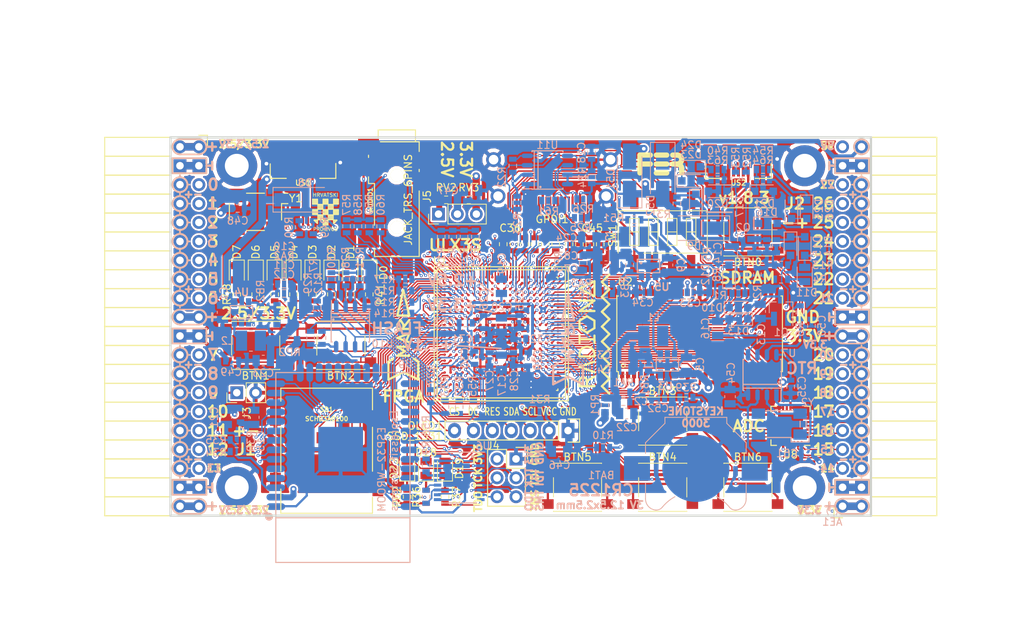
<source format=kicad_pcb>
(kicad_pcb (version 20171130) (host pcbnew 5.0.0-rc2-dev-unknown+dfsg1+20180318-2)
  (layers (0 F.Cu signal) (1 In1.Cu signal) (2 In2.Cu signal) (31 B.Cu signal) (34 B.Paste user) (35 F.Paste user) (36 B.SilkS user) (37 F.SilkS user) (38 B.Mask user) (39 F.Mask user) (44 Edge.Cuts user))
  (net 0 "")
  (net 1 GND)
  (net 2 +5V)
  (net 3 /gpio/IN5V)
  (net 4 /gpio/OUT5V)
  (net 5 +3V3)
  (net 6 BTN_D)
  (net 7 BTN_F1)
  (net 8 BTN_F2)
  (net 9 BTN_L)
  (net 10 BTN_R)
  (net 11 BTN_U)
  (net 12 /power/FB1)
  (net 13 +2V5)
  (net 14 /power/PWREN)
  (net 15 /power/FB3)
  (net 16 /power/FB2)
  (net 17 /power/VBAT)
  (net 18 JTAG_TDI)
  (net 19 JTAG_TCK)
  (net 20 JTAG_TMS)
  (net 21 JTAG_TDO)
  (net 22 /power/WAKEUPn)
  (net 23 /power/WKUP)
  (net 24 /power/SHUT)
  (net 25 /power/WAKE)
  (net 26 /power/HOLD)
  (net 27 /power/WKn)
  (net 28 /power/OSCI_32k)
  (net 29 /power/OSCO_32k)
  (net 30 SHUTDOWN)
  (net 31 /analog/AUDIO_L)
  (net 32 /analog/AUDIO_R)
  (net 33 GPDI_SDA)
  (net 34 GPDI_SCL)
  (net 35 /gpdi/VREF2)
  (net 36 SD_CMD)
  (net 37 SD_CLK)
  (net 38 SD_D0)
  (net 39 SD_D1)
  (net 40 USB5V)
  (net 41 GPDI_CEC)
  (net 42 nRESET)
  (net 43 FTDI_nDTR)
  (net 44 SDRAM_CKE)
  (net 45 SDRAM_A7)
  (net 46 SDRAM_D15)
  (net 47 SDRAM_BA1)
  (net 48 SDRAM_D7)
  (net 49 SDRAM_A6)
  (net 50 SDRAM_CLK)
  (net 51 SDRAM_D13)
  (net 52 SDRAM_BA0)
  (net 53 SDRAM_D6)
  (net 54 SDRAM_A5)
  (net 55 SDRAM_D14)
  (net 56 SDRAM_A11)
  (net 57 SDRAM_D12)
  (net 58 SDRAM_D5)
  (net 59 SDRAM_A4)
  (net 60 SDRAM_A10)
  (net 61 SDRAM_D11)
  (net 62 SDRAM_A3)
  (net 63 SDRAM_D4)
  (net 64 SDRAM_D10)
  (net 65 SDRAM_D9)
  (net 66 SDRAM_A9)
  (net 67 SDRAM_D3)
  (net 68 SDRAM_D8)
  (net 69 SDRAM_A8)
  (net 70 SDRAM_A2)
  (net 71 SDRAM_A1)
  (net 72 SDRAM_A0)
  (net 73 SDRAM_D2)
  (net 74 SDRAM_D1)
  (net 75 SDRAM_D0)
  (net 76 SDRAM_DQM0)
  (net 77 SDRAM_nCS)
  (net 78 SDRAM_nRAS)
  (net 79 SDRAM_DQM1)
  (net 80 SDRAM_nCAS)
  (net 81 SDRAM_nWE)
  (net 82 /flash/FLASH_nWP)
  (net 83 /flash/FLASH_nHOLD)
  (net 84 /flash/FLASH_MOSI)
  (net 85 /flash/FLASH_MISO)
  (net 86 /flash/FLASH_SCK)
  (net 87 /flash/FLASH_nCS)
  (net 88 /flash/FPGA_PROGRAMN)
  (net 89 /flash/FPGA_DONE)
  (net 90 /flash/FPGA_INITN)
  (net 91 OLED_RES)
  (net 92 OLED_DC)
  (net 93 OLED_CS)
  (net 94 WIFI_EN)
  (net 95 FTDI_nRTS)
  (net 96 FTDI_TXD)
  (net 97 FTDI_RXD)
  (net 98 WIFI_RXD)
  (net 99 WIFI_GPIO0)
  (net 100 WIFI_TXD)
  (net 101 USB_FTDI_D+)
  (net 102 USB_FTDI_D-)
  (net 103 SD_D3)
  (net 104 AUDIO_L3)
  (net 105 AUDIO_L2)
  (net 106 AUDIO_L1)
  (net 107 AUDIO_L0)
  (net 108 AUDIO_R3)
  (net 109 AUDIO_R2)
  (net 110 AUDIO_R1)
  (net 111 AUDIO_R0)
  (net 112 OLED_CLK)
  (net 113 OLED_MOSI)
  (net 114 LED0)
  (net 115 LED1)
  (net 116 LED2)
  (net 117 LED3)
  (net 118 LED4)
  (net 119 LED5)
  (net 120 LED6)
  (net 121 LED7)
  (net 122 BTN_PWRn)
  (net 123 FTDI_nTXLED)
  (net 124 FTDI_nSLEEP)
  (net 125 /blinkey/LED_PWREN)
  (net 126 /blinkey/LED_TXLED)
  (net 127 /sdcard/SD3V3)
  (net 128 SD_D2)
  (net 129 CLK_25MHz)
  (net 130 /blinkey/BTNPUL)
  (net 131 /blinkey/BTNPUR)
  (net 132 USB_FPGA_D+)
  (net 133 /power/FTDI_nSUSPEND)
  (net 134 /blinkey/ALED0)
  (net 135 /blinkey/ALED1)
  (net 136 /blinkey/ALED2)
  (net 137 /blinkey/ALED3)
  (net 138 /blinkey/ALED4)
  (net 139 /blinkey/ALED5)
  (net 140 /blinkey/ALED6)
  (net 141 /blinkey/ALED7)
  (net 142 /usb/FTD-)
  (net 143 /usb/FTD+)
  (net 144 ADC_MISO)
  (net 145 ADC_MOSI)
  (net 146 ADC_CSn)
  (net 147 ADC_SCLK)
  (net 148 SW3)
  (net 149 SW2)
  (net 150 SW1)
  (net 151 USB_FPGA_D-)
  (net 152 /usb/FPD+)
  (net 153 /usb/FPD-)
  (net 154 WIFI_GPIO16)
  (net 155 /usb/ANT_433MHz)
  (net 156 /power/PWRBTn)
  (net 157 PROG_DONE)
  (net 158 /power/P3V3)
  (net 159 /power/P2V5)
  (net 160 /power/L1)
  (net 161 /power/L3)
  (net 162 /power/L2)
  (net 163 FTDI_TXDEN)
  (net 164 SDRAM_A12)
  (net 165 /analog/AUDIO_V)
  (net 166 AUDIO_V3)
  (net 167 AUDIO_V2)
  (net 168 AUDIO_V1)
  (net 169 AUDIO_V0)
  (net 170 /blinkey/LED_WIFI)
  (net 171 /power/P1V1)
  (net 172 +1V1)
  (net 173 SW4)
  (net 174 /blinkey/SWPU)
  (net 175 /wifi/WIFIEN)
  (net 176 FT2V5)
  (net 177 GN0)
  (net 178 GP0)
  (net 179 GN1)
  (net 180 GP1)
  (net 181 GN2)
  (net 182 GP2)
  (net 183 GN3)
  (net 184 GP3)
  (net 185 GN4)
  (net 186 GP4)
  (net 187 GN5)
  (net 188 GP5)
  (net 189 GN6)
  (net 190 GP6)
  (net 191 GN14)
  (net 192 GP14)
  (net 193 GN15)
  (net 194 GP15)
  (net 195 GN16)
  (net 196 GP16)
  (net 197 GN17)
  (net 198 GP17)
  (net 199 GN18)
  (net 200 GP18)
  (net 201 GN19)
  (net 202 GP19)
  (net 203 GN20)
  (net 204 GP20)
  (net 205 GN21)
  (net 206 GP21)
  (net 207 GN22)
  (net 208 GP22)
  (net 209 GN23)
  (net 210 GP23)
  (net 211 GN24)
  (net 212 GP24)
  (net 213 GN25)
  (net 214 GP25)
  (net 215 GN26)
  (net 216 GP26)
  (net 217 GN27)
  (net 218 GP27)
  (net 219 GN7)
  (net 220 GP7)
  (net 221 GN8)
  (net 222 GP8)
  (net 223 GN9)
  (net 224 GP9)
  (net 225 GN10)
  (net 226 GP10)
  (net 227 GN11)
  (net 228 GP11)
  (net 229 GN12)
  (net 230 GP12)
  (net 231 GN13)
  (net 232 GP13)
  (net 233 WIFI_GPIO5)
  (net 234 WIFI_GPIO17)
  (net 235 USB_FPGA_PULL_D+)
  (net 236 USB_FPGA_PULL_D-)
  (net 237 "Net-(D23-Pad2)")
  (net 238 "Net-(D24-Pad1)")
  (net 239 "Net-(D25-Pad2)")
  (net 240 "Net-(D26-Pad1)")
  (net 241 /gpdi/GPDI_ETH+)
  (net 242 FPDI_ETH+)
  (net 243 /gpdi/GPDI_ETH-)
  (net 244 FPDI_ETH-)
  (net 245 /gpdi/GPDI_D2-)
  (net 246 FPDI_D2-)
  (net 247 /gpdi/GPDI_D1-)
  (net 248 FPDI_D1-)
  (net 249 /gpdi/GPDI_D0-)
  (net 250 FPDI_D0-)
  (net 251 /gpdi/GPDI_CLK-)
  (net 252 FPDI_CLK-)
  (net 253 /gpdi/GPDI_D2+)
  (net 254 FPDI_D2+)
  (net 255 /gpdi/GPDI_D1+)
  (net 256 FPDI_D1+)
  (net 257 /gpdi/GPDI_D0+)
  (net 258 FPDI_D0+)
  (net 259 /gpdi/GPDI_CLK+)
  (net 260 FPDI_CLK+)
  (net 261 FPDI_SDA)
  (net 262 FPDI_SCL)
  (net 263 /gpdi/FPDI_CEC)
  (net 264 2V5_3V3)
  (net 265 "Net-(AUDIO1-Pad5)")
  (net 266 "Net-(AUDIO1-Pad6)")
  (net 267 "Net-(U1-PadA15)")
  (net 268 "Net-(U1-PadC9)")
  (net 269 "Net-(U1-PadD9)")
  (net 270 "Net-(U1-PadD10)")
  (net 271 "Net-(U1-PadD11)")
  (net 272 "Net-(U1-PadD12)")
  (net 273 "Net-(U1-PadE6)")
  (net 274 "Net-(U1-PadE9)")
  (net 275 "Net-(U1-PadE10)")
  (net 276 "Net-(U1-PadE11)")
  (net 277 "Net-(U1-PadJ4)")
  (net 278 "Net-(U1-PadJ5)")
  (net 279 "Net-(U1-PadK5)")
  (net 280 "Net-(U1-PadL5)")
  (net 281 "Net-(U1-PadM4)")
  (net 282 "Net-(U1-PadM5)")
  (net 283 SD_CD)
  (net 284 SD_WP)
  (net 285 "Net-(U1-PadR3)")
  (net 286 "Net-(U1-PadT16)")
  (net 287 "Net-(U1-PadW4)")
  (net 288 "Net-(U1-PadW5)")
  (net 289 "Net-(U1-PadW8)")
  (net 290 "Net-(U1-PadW9)")
  (net 291 "Net-(U1-PadW13)")
  (net 292 "Net-(U1-PadW14)")
  (net 293 "Net-(U1-PadW17)")
  (net 294 "Net-(U1-PadW18)")
  (net 295 FTDI_nRXLED)
  (net 296 "Net-(U8-Pad12)")
  (net 297 "Net-(U8-Pad25)")
  (net 298 "Net-(U9-Pad32)")
  (net 299 "Net-(U9-Pad22)")
  (net 300 "Net-(U9-Pad21)")
  (net 301 "Net-(U9-Pad20)")
  (net 302 "Net-(U9-Pad19)")
  (net 303 "Net-(U9-Pad18)")
  (net 304 "Net-(U9-Pad17)")
  (net 305 "Net-(U9-Pad12)")
  (net 306 "Net-(U9-Pad5)")
  (net 307 "Net-(U9-Pad4)")
  (net 308 "Net-(US1-Pad4)")
  (net 309 "Net-(US2-Pad4)")
  (net 310 "Net-(Y2-Pad3)")
  (net 311 "Net-(Y2-Pad2)")
  (net 312 "Net-(U1-PadK16)")
  (net 313 "Net-(U1-PadK17)")
  (net 314 /usb/US2VBUS)
  (net 315 /power/SHD)
  (module L_1008_1210:L_1008_1210 (layer B.Cu) (at 156.33 74.755 180)
    (fp_text reference L3 (at 3.16 -0.018 180) (layer B.SilkS) (effects (justify mirror)))
    (fp_text value 2.2uH)
    (pad 2 smd rect (at 1.27 0 180) (size 1.5 2.7) (layers B.Cu B.Paste B.Mask) (net 158 /power/P3V3))
    (pad 1 smd rect (at -1.27 0 180) (size 1.5 2.7) (layers B.Cu B.Paste B.Mask) (net 161 /power/L3))
  )
  (module L_1008_1210:L_1008_1210 (layer B.Cu) (at 104.895 88.725)
    (fp_text reference L2 (at -3.16 0.018) (layer B.SilkS) (effects (justify mirror)))
    (fp_text value 2.2uH)
    (pad 2 smd rect (at 1.27 0) (size 1.5 2.7) (layers B.Cu B.Paste B.Mask) (net 159 /power/P2V5))
    (pad 1 smd rect (at -1.27 0) (size 1.5 2.7) (layers B.Cu B.Paste B.Mask) (net 162 /power/L2))
  )
  (module L_1008_1210:L_1008_1210 (layer B.Cu) (at 158.87 88.09 180)
    (fp_text reference L1 (at 0 2.5 180) (layer B.SilkS) (effects (justify mirror)))
    (fp_text value 2.2uH)
    (pad 2 smd rect (at 1.27 0 180) (size 1.5 2.7) (layers B.Cu B.Paste B.Mask) (net 171 /power/P1V1))
    (pad 1 smd rect (at -1.27 0 180) (size 1.5 2.7) (layers B.Cu B.Paste B.Mask) (net 160 /power/L1))
  )
  (module Socket_Strips:Socket_Strip_Angled_2x20 (layer F.Cu) (at 97.91 62.69 270)
    (fp_text reference J1 (at 40.64 -6.35) (layer F.SilkS) (effects (font (size 1.5 1.5) (thickness 0.3))))
    (fp_text value CONN_02X20 hide)
    (pad 1 thru_hole oval (at 0 0 270) (size 1.7272 1.7272) (drill 1.016) (layers *.Cu *.Mask) (net 264 2V5_3V3))
    (pad 2 thru_hole oval (at 0 2.54 270) (size 1.7272 1.7272) (drill 1.016) (layers *.Cu *.Mask) (net 264 2V5_3V3))
    (pad 3 thru_hole rect (at 2.54 0 270) (size 1.7272 1.7272) (drill 1.016) (layers *.Cu *.Mask) (net 1 GND))
    (pad 4 thru_hole rect (at 2.54 2.54 270) (size 1.7272 1.7272) (drill 1.016) (layers *.Cu *.Mask) (net 1 GND))
    (pad 5 thru_hole oval (at 5.08 0 270) (size 1.7272 1.7272) (drill 1.016) (layers *.Cu *.Mask) (net 177 GN0))
    (pad 6 thru_hole oval (at 5.08 2.54 270) (size 1.7272 1.7272) (drill 1.016) (layers *.Cu *.Mask) (net 178 GP0))
    (pad 7 thru_hole oval (at 7.62 0 270) (size 1.7272 1.7272) (drill 1.016) (layers *.Cu *.Mask) (net 179 GN1))
    (pad 8 thru_hole oval (at 7.62 2.54 270) (size 1.7272 1.7272) (drill 1.016) (layers *.Cu *.Mask) (net 180 GP1))
    (pad 9 thru_hole oval (at 10.16 0 270) (size 1.7272 1.7272) (drill 1.016) (layers *.Cu *.Mask) (net 181 GN2))
    (pad 10 thru_hole oval (at 10.16 2.54 270) (size 1.7272 1.7272) (drill 1.016) (layers *.Cu *.Mask) (net 182 GP2))
    (pad 11 thru_hole oval (at 12.7 0 270) (size 1.7272 1.7272) (drill 1.016) (layers *.Cu *.Mask) (net 183 GN3))
    (pad 12 thru_hole oval (at 12.7 2.54 270) (size 1.7272 1.7272) (drill 1.016) (layers *.Cu *.Mask) (net 184 GP3))
    (pad 13 thru_hole oval (at 15.24 0 270) (size 1.7272 1.7272) (drill 1.016) (layers *.Cu *.Mask) (net 185 GN4))
    (pad 14 thru_hole oval (at 15.24 2.54 270) (size 1.7272 1.7272) (drill 1.016) (layers *.Cu *.Mask) (net 186 GP4))
    (pad 15 thru_hole oval (at 17.78 0 270) (size 1.7272 1.7272) (drill 1.016) (layers *.Cu *.Mask) (net 187 GN5))
    (pad 16 thru_hole oval (at 17.78 2.54 270) (size 1.7272 1.7272) (drill 1.016) (layers *.Cu *.Mask) (net 188 GP5))
    (pad 17 thru_hole oval (at 20.32 0 270) (size 1.7272 1.7272) (drill 1.016) (layers *.Cu *.Mask) (net 189 GN6))
    (pad 18 thru_hole oval (at 20.32 2.54 270) (size 1.7272 1.7272) (drill 1.016) (layers *.Cu *.Mask) (net 190 GP6))
    (pad 19 thru_hole oval (at 22.86 0 270) (size 1.7272 1.7272) (drill 1.016) (layers *.Cu *.Mask) (net 264 2V5_3V3))
    (pad 20 thru_hole oval (at 22.86 2.54 270) (size 1.7272 1.7272) (drill 1.016) (layers *.Cu *.Mask) (net 264 2V5_3V3))
    (pad 21 thru_hole rect (at 25.4 0 270) (size 1.7272 1.7272) (drill 1.016) (layers *.Cu *.Mask) (net 1 GND))
    (pad 22 thru_hole rect (at 25.4 2.54 270) (size 1.7272 1.7272) (drill 1.016) (layers *.Cu *.Mask) (net 1 GND))
    (pad 23 thru_hole oval (at 27.94 0 270) (size 1.7272 1.7272) (drill 1.016) (layers *.Cu *.Mask) (net 219 GN7))
    (pad 24 thru_hole oval (at 27.94 2.54 270) (size 1.7272 1.7272) (drill 1.016) (layers *.Cu *.Mask) (net 220 GP7))
    (pad 25 thru_hole oval (at 30.48 0 270) (size 1.7272 1.7272) (drill 1.016) (layers *.Cu *.Mask) (net 221 GN8))
    (pad 26 thru_hole oval (at 30.48 2.54 270) (size 1.7272 1.7272) (drill 1.016) (layers *.Cu *.Mask) (net 222 GP8))
    (pad 27 thru_hole oval (at 33.02 0 270) (size 1.7272 1.7272) (drill 1.016) (layers *.Cu *.Mask) (net 223 GN9))
    (pad 28 thru_hole oval (at 33.02 2.54 270) (size 1.7272 1.7272) (drill 1.016) (layers *.Cu *.Mask) (net 224 GP9))
    (pad 29 thru_hole oval (at 35.56 0 270) (size 1.7272 1.7272) (drill 1.016) (layers *.Cu *.Mask) (net 225 GN10))
    (pad 30 thru_hole oval (at 35.56 2.54 270) (size 1.7272 1.7272) (drill 1.016) (layers *.Cu *.Mask) (net 226 GP10))
    (pad 31 thru_hole oval (at 38.1 0 270) (size 1.7272 1.7272) (drill 1.016) (layers *.Cu *.Mask) (net 227 GN11))
    (pad 32 thru_hole oval (at 38.1 2.54 270) (size 1.7272 1.7272) (drill 1.016) (layers *.Cu *.Mask) (net 228 GP11))
    (pad 33 thru_hole oval (at 40.64 0 270) (size 1.7272 1.7272) (drill 1.016) (layers *.Cu *.Mask) (net 229 GN12))
    (pad 34 thru_hole oval (at 40.64 2.54 270) (size 1.7272 1.7272) (drill 1.016) (layers *.Cu *.Mask) (net 230 GP12))
    (pad 35 thru_hole oval (at 43.18 0 270) (size 1.7272 1.7272) (drill 1.016) (layers *.Cu *.Mask) (net 231 GN13))
    (pad 36 thru_hole oval (at 43.18 2.54 270) (size 1.7272 1.7272) (drill 1.016) (layers *.Cu *.Mask) (net 232 GP13))
    (pad 37 thru_hole rect (at 45.72 0 270) (size 1.7272 1.7272) (drill 1.016) (layers *.Cu *.Mask) (net 1 GND))
    (pad 38 thru_hole rect (at 45.72 2.54 270) (size 1.7272 1.7272) (drill 1.016) (layers *.Cu *.Mask) (net 1 GND))
    (pad 39 thru_hole oval (at 48.26 0 270) (size 1.7272 1.7272) (drill 1.016) (layers *.Cu *.Mask) (net 264 2V5_3V3))
    (pad 40 thru_hole oval (at 48.26 2.54 270) (size 1.7272 1.7272) (drill 1.016) (layers *.Cu *.Mask) (net 264 2V5_3V3))
  )
  (module TSOT-25:TSOT-25 (layer B.Cu) (at 160.775 91.9)
    (fp_text reference U3 (at -0.295 2.9) (layer B.SilkS) (effects (font (thickness 0.2)) (justify mirror)))
    (fp_text value TLV62569DBV)
    (pad 1 smd rect (at -0.95 -1.3) (size 0.7 1.2) (layers B.Cu B.Paste B.Mask) (net 14 /power/PWREN))
    (pad 2 smd rect (at 0 -1.3) (size 0.7 1.2) (layers B.Cu B.Paste B.Mask) (net 1 GND))
    (pad 3 smd rect (at 0.95 -1.3) (size 0.7 1.2) (layers B.Cu B.Paste B.Mask) (net 160 /power/L1))
    (pad 4 smd rect (at 0.95 1.3) (size 0.7 1.2) (layers B.Cu B.Paste B.Mask) (net 2 +5V))
    (pad 5 smd rect (at -0.95 1.3) (size 0.7 1.2) (layers B.Cu B.Paste B.Mask) (net 12 /power/FB1))
  )
  (module TSOT-25:TSOT-25 (layer B.Cu) (at 103.625 84.915 180)
    (fp_text reference U4 (at 0 2.697 180) (layer B.SilkS) (effects (font (thickness 0.2)) (justify mirror)))
    (fp_text value TLV62569DBV)
    (pad 1 smd rect (at -0.95 -1.3 180) (size 0.7 1.2) (layers B.Cu B.Paste B.Mask) (net 14 /power/PWREN))
    (pad 2 smd rect (at 0 -1.3 180) (size 0.7 1.2) (layers B.Cu B.Paste B.Mask) (net 1 GND))
    (pad 3 smd rect (at 0.95 -1.3 180) (size 0.7 1.2) (layers B.Cu B.Paste B.Mask) (net 162 /power/L2))
    (pad 4 smd rect (at 0.95 1.3 180) (size 0.7 1.2) (layers B.Cu B.Paste B.Mask) (net 2 +5V))
    (pad 5 smd rect (at -0.95 1.3 180) (size 0.7 1.2) (layers B.Cu B.Paste B.Mask) (net 16 /power/FB2))
  )
  (module TSOT-25:TSOT-25 (layer B.Cu) (at 158.235 78.692)
    (fp_text reference U5 (at 1.793 2.812) (layer B.SilkS) (effects (font (thickness 0.2)) (justify mirror)))
    (fp_text value TLV62569DBV)
    (pad 1 smd rect (at -0.95 -1.3) (size 0.7 1.2) (layers B.Cu B.Paste B.Mask) (net 14 /power/PWREN))
    (pad 2 smd rect (at 0 -1.3) (size 0.7 1.2) (layers B.Cu B.Paste B.Mask) (net 1 GND))
    (pad 3 smd rect (at 0.95 -1.3) (size 0.7 1.2) (layers B.Cu B.Paste B.Mask) (net 161 /power/L3))
    (pad 4 smd rect (at 0.95 1.3) (size 0.7 1.2) (layers B.Cu B.Paste B.Mask) (net 2 +5V))
    (pad 5 smd rect (at -0.95 1.3) (size 0.7 1.2) (layers B.Cu B.Paste B.Mask) (net 15 /power/FB3))
  )
  (module Socket_Strips:Socket_Strip_Angled_2x20 (layer F.Cu) (at 184.27 110.95 90)
    (fp_text reference J2 (at 40.64 -6.35 180) (layer F.SilkS) (effects (font (size 1.5 1.5) (thickness 0.3))))
    (fp_text value CONN_02X20 hide)
    (pad 1 thru_hole oval (at 0 0 90) (size 1.7272 1.7272) (drill 1.016) (layers *.Cu *.Mask) (net 5 +3V3))
    (pad 2 thru_hole oval (at 0 2.54 90) (size 1.7272 1.7272) (drill 1.016) (layers *.Cu *.Mask) (net 5 +3V3))
    (pad 3 thru_hole rect (at 2.54 0 90) (size 1.7272 1.7272) (drill 1.016) (layers *.Cu *.Mask) (net 1 GND))
    (pad 4 thru_hole rect (at 2.54 2.54 90) (size 1.7272 1.7272) (drill 1.016) (layers *.Cu *.Mask) (net 1 GND))
    (pad 5 thru_hole oval (at 5.08 0 90) (size 1.7272 1.7272) (drill 1.016) (layers *.Cu *.Mask) (net 191 GN14))
    (pad 6 thru_hole oval (at 5.08 2.54 90) (size 1.7272 1.7272) (drill 1.016) (layers *.Cu *.Mask) (net 192 GP14))
    (pad 7 thru_hole oval (at 7.62 0 90) (size 1.7272 1.7272) (drill 1.016) (layers *.Cu *.Mask) (net 193 GN15))
    (pad 8 thru_hole oval (at 7.62 2.54 90) (size 1.7272 1.7272) (drill 1.016) (layers *.Cu *.Mask) (net 194 GP15))
    (pad 9 thru_hole oval (at 10.16 0 90) (size 1.7272 1.7272) (drill 1.016) (layers *.Cu *.Mask) (net 195 GN16))
    (pad 10 thru_hole oval (at 10.16 2.54 90) (size 1.7272 1.7272) (drill 1.016) (layers *.Cu *.Mask) (net 196 GP16))
    (pad 11 thru_hole oval (at 12.7 0 90) (size 1.7272 1.7272) (drill 1.016) (layers *.Cu *.Mask) (net 197 GN17))
    (pad 12 thru_hole oval (at 12.7 2.54 90) (size 1.7272 1.7272) (drill 1.016) (layers *.Cu *.Mask) (net 198 GP17))
    (pad 13 thru_hole oval (at 15.24 0 90) (size 1.7272 1.7272) (drill 1.016) (layers *.Cu *.Mask) (net 199 GN18))
    (pad 14 thru_hole oval (at 15.24 2.54 90) (size 1.7272 1.7272) (drill 1.016) (layers *.Cu *.Mask) (net 200 GP18))
    (pad 15 thru_hole oval (at 17.78 0 90) (size 1.7272 1.7272) (drill 1.016) (layers *.Cu *.Mask) (net 201 GN19))
    (pad 16 thru_hole oval (at 17.78 2.54 90) (size 1.7272 1.7272) (drill 1.016) (layers *.Cu *.Mask) (net 202 GP19))
    (pad 17 thru_hole oval (at 20.32 0 90) (size 1.7272 1.7272) (drill 1.016) (layers *.Cu *.Mask) (net 203 GN20))
    (pad 18 thru_hole oval (at 20.32 2.54 90) (size 1.7272 1.7272) (drill 1.016) (layers *.Cu *.Mask) (net 204 GP20))
    (pad 19 thru_hole oval (at 22.86 0 90) (size 1.7272 1.7272) (drill 1.016) (layers *.Cu *.Mask) (net 5 +3V3))
    (pad 20 thru_hole oval (at 22.86 2.54 90) (size 1.7272 1.7272) (drill 1.016) (layers *.Cu *.Mask) (net 5 +3V3))
    (pad 21 thru_hole rect (at 25.4 0 90) (size 1.7272 1.7272) (drill 1.016) (layers *.Cu *.Mask) (net 1 GND))
    (pad 22 thru_hole rect (at 25.4 2.54 90) (size 1.7272 1.7272) (drill 1.016) (layers *.Cu *.Mask) (net 1 GND))
    (pad 23 thru_hole oval (at 27.94 0 90) (size 1.7272 1.7272) (drill 1.016) (layers *.Cu *.Mask) (net 205 GN21))
    (pad 24 thru_hole oval (at 27.94 2.54 90) (size 1.7272 1.7272) (drill 1.016) (layers *.Cu *.Mask) (net 206 GP21))
    (pad 25 thru_hole oval (at 30.48 0 90) (size 1.7272 1.7272) (drill 1.016) (layers *.Cu *.Mask) (net 207 GN22))
    (pad 26 thru_hole oval (at 30.48 2.54 90) (size 1.7272 1.7272) (drill 1.016) (layers *.Cu *.Mask) (net 208 GP22))
    (pad 27 thru_hole oval (at 33.02 0 90) (size 1.7272 1.7272) (drill 1.016) (layers *.Cu *.Mask) (net 209 GN23))
    (pad 28 thru_hole oval (at 33.02 2.54 90) (size 1.7272 1.7272) (drill 1.016) (layers *.Cu *.Mask) (net 210 GP23))
    (pad 29 thru_hole oval (at 35.56 0 90) (size 1.7272 1.7272) (drill 1.016) (layers *.Cu *.Mask) (net 211 GN24))
    (pad 30 thru_hole oval (at 35.56 2.54 90) (size 1.7272 1.7272) (drill 1.016) (layers *.Cu *.Mask) (net 212 GP24))
    (pad 31 thru_hole oval (at 38.1 0 90) (size 1.7272 1.7272) (drill 1.016) (layers *.Cu *.Mask) (net 213 GN25))
    (pad 32 thru_hole oval (at 38.1 2.54 90) (size 1.7272 1.7272) (drill 1.016) (layers *.Cu *.Mask) (net 214 GP25))
    (pad 33 thru_hole oval (at 40.64 0 90) (size 1.7272 1.7272) (drill 1.016) (layers *.Cu *.Mask) (net 215 GN26))
    (pad 34 thru_hole oval (at 40.64 2.54 90) (size 1.7272 1.7272) (drill 1.016) (layers *.Cu *.Mask) (net 216 GP26))
    (pad 35 thru_hole oval (at 43.18 0 90) (size 1.7272 1.7272) (drill 1.016) (layers *.Cu *.Mask) (net 217 GN27))
    (pad 36 thru_hole oval (at 43.18 2.54 90) (size 1.7272 1.7272) (drill 1.016) (layers *.Cu *.Mask) (net 218 GP27))
    (pad 37 thru_hole rect (at 45.72 0 90) (size 1.7272 1.7272) (drill 1.016) (layers *.Cu *.Mask) (net 1 GND))
    (pad 38 thru_hole rect (at 45.72 2.54 90) (size 1.7272 1.7272) (drill 1.016) (layers *.Cu *.Mask) (net 1 GND))
    (pad 39 thru_hole oval (at 48.26 0 90) (size 1.7272 1.7272) (drill 1.016) (layers *.Cu *.Mask) (net 3 /gpio/IN5V))
    (pad 40 thru_hole oval (at 48.26 2.54 90) (size 1.7272 1.7272) (drill 1.016) (layers *.Cu *.Mask) (net 4 /gpio/OUT5V))
  )
  (module Mounting_Holes:MountingHole_3.2mm_M3_ISO14580_Pad (layer F.Cu) (at 102.99 108.41)
    (fp_text reference H1 hide)
    (fp_text value HOLE hide)
    (pad 1 thru_hole circle (at 0 0) (size 5.5 5.5) (drill 3.2) (layers *.Cu *.Mask) (net 1 GND))
  )
  (module Mounting_Holes:MountingHole_3.2mm_M3_ISO14580_Pad (layer F.Cu) (at 179.19 108.41)
    (fp_text reference H2 hide)
    (fp_text value HOLE hide)
    (pad 1 thru_hole circle (at 0 0) (size 5.5 5.5) (drill 3.2) (layers *.Cu *.Mask) (net 1 GND))
  )
  (module Mounting_Holes:MountingHole_3.2mm_M3_ISO14580_Pad (layer F.Cu) (at 179.19 65.23)
    (fp_text reference H3 hide)
    (fp_text value HOLE hide)
    (pad 1 thru_hole circle (at 0 0) (size 5.5 5.5) (drill 3.2) (layers *.Cu *.Mask) (net 1 GND))
  )
  (module Mounting_Holes:MountingHole_3.2mm_M3_ISO14580_Pad (layer F.Cu) (at 102.99 65.23)
    (fp_text reference H4 hide)
    (fp_text value HOLE hide)
    (pad 1 thru_hole circle (at 0 0) (size 5.5 5.5) (drill 3.2) (layers *.Cu *.Mask) (net 1 GND))
  )
  (module Housings_SSOP:SSOP-20_4.4x6.5mm_Pitch0.65mm (layer B.Cu) (at 132.835 107.14 180)
    (fp_text reference U6 (at -3.175 4.318 180) (layer B.SilkS) (effects (justify mirror)))
    (fp_text value FT231XS)
    (pad 1 smd rect (at -2.9 2.925 180) (size 1 0.4) (layers B.Cu B.Paste B.Mask) (net 43 FTDI_nDTR))
    (pad 2 smd rect (at -2.9 2.275 180) (size 1 0.4) (layers B.Cu B.Paste B.Mask) (net 95 FTDI_nRTS))
    (pad 3 smd rect (at -2.9 1.625 180) (size 1 0.4) (layers B.Cu B.Paste B.Mask) (net 176 FT2V5))
    (pad 4 smd rect (at -2.9 0.975 180) (size 1 0.4) (layers B.Cu B.Paste B.Mask) (net 97 FTDI_RXD))
    (pad 5 smd rect (at -2.9 0.325 180) (size 1 0.4) (layers B.Cu B.Paste B.Mask) (net 18 JTAG_TDI))
    (pad 6 smd rect (at -2.9 -0.325 180) (size 1 0.4) (layers B.Cu B.Paste B.Mask) (net 1 GND))
    (pad 7 smd rect (at -2.9 -0.975 180) (size 1 0.4) (layers B.Cu B.Paste B.Mask) (net 19 JTAG_TCK))
    (pad 8 smd rect (at -2.9 -1.625 180) (size 1 0.4) (layers B.Cu B.Paste B.Mask) (net 20 JTAG_TMS))
    (pad 9 smd rect (at -2.9 -2.275 180) (size 1 0.4) (layers B.Cu B.Paste B.Mask) (net 21 JTAG_TDO))
    (pad 10 smd rect (at -2.9 -2.925 180) (size 1 0.4) (layers B.Cu B.Paste B.Mask) (net 123 FTDI_nTXLED))
    (pad 11 smd rect (at 2.9 -2.925 180) (size 1 0.4) (layers B.Cu B.Paste B.Mask) (net 101 USB_FTDI_D+))
    (pad 12 smd rect (at 2.9 -2.275 180) (size 1 0.4) (layers B.Cu B.Paste B.Mask) (net 102 USB_FTDI_D-))
    (pad 13 smd rect (at 2.9 -1.625 180) (size 1 0.4) (layers B.Cu B.Paste B.Mask) (net 176 FT2V5))
    (pad 14 smd rect (at 2.9 -0.975 180) (size 1 0.4) (layers B.Cu B.Paste B.Mask) (net 42 nRESET))
    (pad 15 smd rect (at 2.9 -0.325 180) (size 1 0.4) (layers B.Cu B.Paste B.Mask) (net 40 USB5V))
    (pad 16 smd rect (at 2.9 0.325 180) (size 1 0.4) (layers B.Cu B.Paste B.Mask) (net 1 GND))
    (pad 17 smd rect (at 2.9 0.975 180) (size 1 0.4) (layers B.Cu B.Paste B.Mask) (net 295 FTDI_nRXLED))
    (pad 18 smd rect (at 2.9 1.625 180) (size 1 0.4) (layers B.Cu B.Paste B.Mask) (net 163 FTDI_TXDEN))
    (pad 19 smd rect (at 2.9 2.275 180) (size 1 0.4) (layers B.Cu B.Paste B.Mask) (net 124 FTDI_nSLEEP))
    (pad 20 smd rect (at 2.9 2.925 180) (size 1 0.4) (layers B.Cu B.Paste B.Mask) (net 96 FTDI_TXD))
  )
  (module usb_otg:USB-MICRO-B-FCI-10118192-0001LF (layer F.Cu) (at 111.88 63.325 180)
    (fp_text reference US1 (at 0 -4.2 180) (layer F.SilkS) (effects (font (size 0.7 0.7))))
    (fp_text value MICRO_USB hide)
    (pad 6 smd rect (at -3.1 -2.55 180) (size 2.1 1.6) (layers F.Cu F.Paste F.Mask) (net 1 GND))
    (pad 6 smd rect (at 3.1 -2.55 180) (size 2.1 1.6) (layers F.Cu F.Paste F.Mask) (net 1 GND))
    (pad 6 smd rect (at -1.2 0 180) (size 1.9 1.9) (layers F.Cu F.Paste F.Mask) (net 1 GND))
    (pad 6 smd rect (at 1.2 0 180) (size 1.9 1.9) (layers F.Cu F.Paste F.Mask) (net 1 GND))
    (pad 1 smd rect (at -1.3 -2.675 180) (size 0.4 1.35) (layers F.Cu F.Paste F.Mask) (net 40 USB5V))
    (pad 2 smd rect (at -0.65 -2.675 180) (size 0.4 1.35) (layers F.Cu F.Paste F.Mask) (net 142 /usb/FTD-))
    (pad 3 smd rect (at 0 -2.675 180) (size 0.4 1.35) (layers F.Cu F.Paste F.Mask) (net 143 /usb/FTD+))
    (pad 4 smd rect (at 0.65 -2.675 180) (size 0.4 1.35) (layers F.Cu F.Paste F.Mask) (net 308 "Net-(US1-Pad4)"))
    (pad 5 smd rect (at 1.3 -2.675 180) (size 0.4 1.35) (layers F.Cu F.Paste F.Mask) (net 1 GND))
    (pad 6 smd rect (at -3.8 0 180) (size 1.8 1.9) (layers F.Cu F.Paste F.Mask) (net 1 GND))
    (pad 6 smd rect (at 3.8 0 180) (size 1.8 1.9) (layers F.Cu F.Paste F.Mask) (net 1 GND))
  )
  (module usb_otg:USB-MICRO-B-FCI-10118192-0001LF (layer F.Cu) (at 170.3 63.325 180)
    (fp_text reference US2 (at 0 -4.2 180) (layer F.SilkS) (effects (font (size 0.7 0.7))))
    (fp_text value MICRO_USB hide)
    (pad 6 smd rect (at -3.1 -2.55 180) (size 2.1 1.6) (layers F.Cu F.Paste F.Mask) (net 1 GND))
    (pad 6 smd rect (at 3.1 -2.55 180) (size 2.1 1.6) (layers F.Cu F.Paste F.Mask) (net 1 GND))
    (pad 6 smd rect (at -1.2 0 180) (size 1.9 1.9) (layers F.Cu F.Paste F.Mask) (net 1 GND))
    (pad 6 smd rect (at 1.2 0 180) (size 1.9 1.9) (layers F.Cu F.Paste F.Mask) (net 1 GND))
    (pad 1 smd rect (at -1.3 -2.675 180) (size 0.4 1.35) (layers F.Cu F.Paste F.Mask) (net 314 /usb/US2VBUS))
    (pad 2 smd rect (at -0.65 -2.675 180) (size 0.4 1.35) (layers F.Cu F.Paste F.Mask) (net 153 /usb/FPD-))
    (pad 3 smd rect (at 0 -2.675 180) (size 0.4 1.35) (layers F.Cu F.Paste F.Mask) (net 152 /usb/FPD+))
    (pad 4 smd rect (at 0.65 -2.675 180) (size 0.4 1.35) (layers F.Cu F.Paste F.Mask) (net 309 "Net-(US2-Pad4)"))
    (pad 5 smd rect (at 1.3 -2.675 180) (size 0.4 1.35) (layers F.Cu F.Paste F.Mask) (net 1 GND))
    (pad 6 smd rect (at -3.8 0 180) (size 1.8 1.9) (layers F.Cu F.Paste F.Mask) (net 1 GND))
    (pad 6 smd rect (at 3.8 0 180) (size 1.8 1.9) (layers F.Cu F.Paste F.Mask) (net 1 GND))
  )
  (module Socket_Strips:Socket_Strip_Straight_2x03 (layer F.Cu) (at 140.455 104.6 270)
    (fp_text reference J4 (at -1.778 3.048) (layer F.SilkS))
    (fp_text value CONN_02X03 hide)
    (pad 1 thru_hole rect (at 0 0 270) (size 1.7272 1.7272) (drill 1.016) (layers *.Cu *.Mask) (net 1 GND))
    (pad 2 thru_hole oval (at 0 2.54 270) (size 1.7272 1.7272) (drill 1.016) (layers *.Cu *.Mask) (net 5 +3V3))
    (pad 3 thru_hole oval (at 2.54 0 270) (size 1.7272 1.7272) (drill 1.016) (layers *.Cu *.Mask) (net 18 JTAG_TDI))
    (pad 4 thru_hole oval (at 2.54 2.54 270) (size 1.7272 1.7272) (drill 1.016) (layers *.Cu *.Mask) (net 19 JTAG_TCK))
    (pad 5 thru_hole oval (at 5.08 0 270) (size 1.7272 1.7272) (drill 1.016) (layers *.Cu *.Mask) (net 20 JTAG_TMS))
    (pad 6 thru_hole oval (at 5.08 2.54 270) (size 1.7272 1.7272) (drill 1.016) (layers *.Cu *.Mask) (net 21 JTAG_TDO))
  )
  (module Housings_DFN_QFN:QFN-28-1EP_5x5mm_Pitch0.5mm (layer F.Cu) (at 177.285 100.155 180)
    (fp_text reference U8 (at 0 -3.875 180) (layer F.SilkS))
    (fp_text value MAX11125)
    (pad 1 smd oval (at -2.45 -1.5 180) (size 0.85 0.3) (layers F.Cu F.Paste F.Mask) (net 194 GP15))
    (pad 2 smd oval (at -2.45 -1 180) (size 0.85 0.3) (layers F.Cu F.Paste F.Mask) (net 195 GN16))
    (pad 3 smd oval (at -2.45 -0.5 180) (size 0.85 0.3) (layers F.Cu F.Paste F.Mask) (net 196 GP16))
    (pad 4 smd oval (at -2.45 0 180) (size 0.85 0.3) (layers F.Cu F.Paste F.Mask) (net 197 GN17))
    (pad 5 smd oval (at -2.45 0.5 180) (size 0.85 0.3) (layers F.Cu F.Paste F.Mask) (net 198 GP17))
    (pad 6 smd oval (at -2.45 1 180) (size 0.85 0.3) (layers F.Cu F.Paste F.Mask) (net 1 GND))
    (pad 7 smd oval (at -2.45 1.5 180) (size 0.85 0.3) (layers F.Cu F.Paste F.Mask) (net 1 GND))
    (pad 8 smd oval (at -1.5 2.45 270) (size 0.85 0.3) (layers F.Cu F.Paste F.Mask) (net 1 GND))
    (pad 9 smd oval (at -1 2.45 270) (size 0.85 0.3) (layers F.Cu F.Paste F.Mask) (net 1 GND))
    (pad 10 smd oval (at -0.5 2.45 270) (size 0.85 0.3) (layers F.Cu F.Paste F.Mask) (net 1 GND))
    (pad 11 smd oval (at 0 2.45 270) (size 0.85 0.3) (layers F.Cu F.Paste F.Mask) (net 1 GND))
    (pad 12 smd oval (at 0.5 2.45 270) (size 0.85 0.3) (layers F.Cu F.Paste F.Mask) (net 296 "Net-(U8-Pad12)"))
    (pad 13 smd oval (at 1 2.45 270) (size 0.85 0.3) (layers F.Cu F.Paste F.Mask) (net 1 GND))
    (pad 14 smd oval (at 1.5 2.45 270) (size 0.85 0.3) (layers F.Cu F.Paste F.Mask) (net 1 GND))
    (pad 15 smd oval (at 2.45 1.5 180) (size 0.85 0.3) (layers F.Cu F.Paste F.Mask) (net 5 +3V3))
    (pad 16 smd oval (at 2.45 1 180) (size 0.85 0.3) (layers F.Cu F.Paste F.Mask) (net 1 GND))
    (pad 17 smd oval (at 2.45 0.5 180) (size 0.85 0.3) (layers F.Cu F.Paste F.Mask) (net 5 +3V3))
    (pad 18 smd oval (at 2.45 0 180) (size 0.85 0.3) (layers F.Cu F.Paste F.Mask) (net 5 +3V3))
    (pad 19 smd oval (at 2.45 -0.5 180) (size 0.85 0.3) (layers F.Cu F.Paste F.Mask) (net 147 ADC_SCLK))
    (pad 20 smd oval (at 2.45 -1 180) (size 0.85 0.3) (layers F.Cu F.Paste F.Mask) (net 146 ADC_CSn))
    (pad 21 smd oval (at 2.45 -1.5 180) (size 0.85 0.3) (layers F.Cu F.Paste F.Mask) (net 145 ADC_MOSI))
    (pad 22 smd oval (at 1.5 -2.45 270) (size 0.85 0.3) (layers F.Cu F.Paste F.Mask) (net 1 GND))
    (pad 23 smd oval (at 1 -2.45 270) (size 0.85 0.3) (layers F.Cu F.Paste F.Mask) (net 5 +3V3))
    (pad 24 smd oval (at 0.5 -2.45 270) (size 0.85 0.3) (layers F.Cu F.Paste F.Mask) (net 144 ADC_MISO))
    (pad 25 smd oval (at 0 -2.45 270) (size 0.85 0.3) (layers F.Cu F.Paste F.Mask) (net 297 "Net-(U8-Pad25)"))
    (pad 26 smd oval (at -0.5 -2.45 270) (size 0.85 0.3) (layers F.Cu F.Paste F.Mask) (net 191 GN14))
    (pad 27 smd oval (at -1 -2.45 270) (size 0.85 0.3) (layers F.Cu F.Paste F.Mask) (net 192 GP14))
    (pad 28 smd oval (at -1.5 -2.45 270) (size 0.85 0.3) (layers F.Cu F.Paste F.Mask) (net 193 GN15))
    (pad 29 smd rect (at 0.8375 0.8375 180) (size 1.675 1.675) (layers F.Cu F.Paste F.Mask) (net 1 GND))
    (pad 29 smd rect (at 0.8375 -0.8375 180) (size 1.675 1.675) (layers F.Cu F.Paste F.Mask) (net 1 GND))
    (pad 29 smd rect (at -0.8375 0.8375 180) (size 1.675 1.675) (layers F.Cu F.Paste F.Mask) (net 1 GND))
    (pad 29 smd rect (at -0.8375 -0.8375 180) (size 1.675 1.675) (layers F.Cu F.Paste F.Mask) (net 1 GND))
  )
  (module oled:oled_13xx (layer F.Cu) (at 139.82 100.79 180)
    (fp_text reference OLED1 (at 11.557 0.635 180) (layer F.SilkS))
    (fp_text value SSD_1331 (at 12.954 -0.762 180) (layer F.SilkS))
    (fp_text user CS (at 7.62 2.54 180) (layer F.SilkS) (effects (font (size 1 0.75))))
    (fp_text user DC (at 5.08 2.54 180) (layer F.SilkS) (effects (font (size 1 0.75))))
    (fp_text user RES (at 2.54 2.54 180) (layer F.SilkS) (effects (font (size 1 0.75))))
    (fp_text user SDA (at 0 2.54 180) (layer F.SilkS) (effects (font (size 1 0.75))))
    (fp_text user SCL (at -2.54 2.54 180) (layer F.SilkS) (effects (font (size 1 0.75))))
    (fp_text user VCC (at -5.08 2.54 180) (layer F.SilkS) (effects (font (size 1 0.75))))
    (fp_text user GND (at -7.62 2.54 180) (layer F.SilkS) (effects (font (size 1 0.75))))
    (pad 1 thru_hole rect (at -7.62 0 180) (size 1.7272 2.032) (drill 1.016) (layers *.Cu *.Mask) (net 1 GND))
    (pad 2 thru_hole oval (at -5.08 0 180) (size 1.7272 2.032) (drill 1.016) (layers *.Cu *.Mask) (net 5 +3V3))
    (pad 3 thru_hole oval (at -2.54 0 180) (size 1.7272 2.032) (drill 1.016) (layers *.Cu *.Mask) (net 112 OLED_CLK))
    (pad 4 thru_hole oval (at 0 0 180) (size 1.7272 2.032) (drill 1.016) (layers *.Cu *.Mask) (net 113 OLED_MOSI))
    (pad 5 thru_hole oval (at 2.54 0 180) (size 1.7272 2.032) (drill 1.016) (layers *.Cu *.Mask) (net 91 OLED_RES))
    (pad 6 thru_hole oval (at 5.08 0 180) (size 1.7272 2.032) (drill 1.016) (layers *.Cu *.Mask) (net 92 OLED_DC))
    (pad 7 thru_hole oval (at 7.62 0 180) (size 1.7272 2.032) (drill 1.016) (layers *.Cu *.Mask) (net 93 OLED_CS))
  )
  (module Buttons_Switches_SMD:SW_SPST_PTS645 (layer F.Cu) (at 171.57 74.12 180)
    (fp_text reference BTN0 (at 0 -4.05 180) (layer F.SilkS))
    (fp_text value PTS645)
    (pad 2 smd rect (at -3.98 2.25 180) (size 1.55 1.3) (layers F.Cu F.Paste F.Mask) (net 1 GND))
    (pad 1 smd rect (at -3.98 -2.25 180) (size 1.55 1.3) (layers F.Cu F.Paste F.Mask) (net 156 /power/PWRBTn))
    (pad 1 smd rect (at 3.98 -2.25 180) (size 1.55 1.3) (layers F.Cu F.Paste F.Mask) (net 156 /power/PWRBTn))
    (pad 2 smd rect (at 3.98 2.25 180) (size 1.55 1.3) (layers F.Cu F.Paste F.Mask) (net 1 GND))
  )
  (module Buttons_Switches_SMD:SW_SPST_PTS645 (layer F.Cu) (at 105.53 89.36)
    (fp_text reference BTN1 (at 0 4.064) (layer F.SilkS))
    (fp_text value PTS645)
    (pad 2 smd rect (at -3.98 2.25) (size 1.55 1.3) (layers F.Cu F.Paste F.Mask) (net 7 BTN_F1))
    (pad 1 smd rect (at -3.98 -2.25) (size 1.55 1.3) (layers F.Cu F.Paste F.Mask) (net 130 /blinkey/BTNPUL))
    (pad 1 smd rect (at 3.98 -2.25) (size 1.55 1.3) (layers F.Cu F.Paste F.Mask) (net 130 /blinkey/BTNPUL))
    (pad 2 smd rect (at 3.98 2.25) (size 1.55 1.3) (layers F.Cu F.Paste F.Mask) (net 7 BTN_F1))
  )
  (module Buttons_Switches_SMD:SW_SPST_PTS645 (layer F.Cu) (at 116.96 89.36)
    (fp_text reference BTN2 (at 0 4.064) (layer F.SilkS))
    (fp_text value PTS645)
    (pad 2 smd rect (at -3.98 2.25) (size 1.55 1.3) (layers F.Cu F.Paste F.Mask) (net 8 BTN_F2))
    (pad 1 smd rect (at -3.98 -2.25) (size 1.55 1.3) (layers F.Cu F.Paste F.Mask) (net 130 /blinkey/BTNPUL))
    (pad 1 smd rect (at 3.98 -2.25) (size 1.55 1.3) (layers F.Cu F.Paste F.Mask) (net 130 /blinkey/BTNPUL))
    (pad 2 smd rect (at 3.98 2.25) (size 1.55 1.3) (layers F.Cu F.Paste F.Mask) (net 8 BTN_F2))
  )
  (module Buttons_Switches_SMD:SW_SPST_PTS645 (layer F.Cu) (at 160.14 99.52)
    (fp_text reference BTN3 (at 0 -4.05) (layer F.SilkS))
    (fp_text value PTS645)
    (pad 2 smd rect (at -3.98 2.25) (size 1.55 1.3) (layers F.Cu F.Paste F.Mask) (net 11 BTN_U))
    (pad 1 smd rect (at -3.98 -2.25) (size 1.55 1.3) (layers F.Cu F.Paste F.Mask) (net 131 /blinkey/BTNPUR))
    (pad 1 smd rect (at 3.98 -2.25) (size 1.55 1.3) (layers F.Cu F.Paste F.Mask) (net 131 /blinkey/BTNPUR))
    (pad 2 smd rect (at 3.98 2.25) (size 1.55 1.3) (layers F.Cu F.Paste F.Mask) (net 11 BTN_U))
  )
  (module Buttons_Switches_SMD:SW_SPST_PTS645 (layer F.Cu) (at 160.14 108.41 180)
    (fp_text reference BTN4 (at 0 4.064 180) (layer F.SilkS))
    (fp_text value PTS645)
    (pad 2 smd rect (at -3.98 2.25 180) (size 1.55 1.3) (layers F.Cu F.Paste F.Mask) (net 6 BTN_D))
    (pad 1 smd rect (at -3.98 -2.25 180) (size 1.55 1.3) (layers F.Cu F.Paste F.Mask) (net 131 /blinkey/BTNPUR))
    (pad 1 smd rect (at 3.98 -2.25 180) (size 1.55 1.3) (layers F.Cu F.Paste F.Mask) (net 131 /blinkey/BTNPUR))
    (pad 2 smd rect (at 3.98 2.25 180) (size 1.55 1.3) (layers F.Cu F.Paste F.Mask) (net 6 BTN_D))
  )
  (module Buttons_Switches_SMD:SW_SPST_PTS645 (layer F.Cu) (at 148.71 108.41 180)
    (fp_text reference BTN5 (at 0 4.064 180) (layer F.SilkS))
    (fp_text value PTS645)
    (pad 2 smd rect (at -3.98 2.25 180) (size 1.55 1.3) (layers F.Cu F.Paste F.Mask) (net 9 BTN_L))
    (pad 1 smd rect (at -3.98 -2.25 180) (size 1.55 1.3) (layers F.Cu F.Paste F.Mask) (net 131 /blinkey/BTNPUR))
    (pad 1 smd rect (at 3.98 -2.25 180) (size 1.55 1.3) (layers F.Cu F.Paste F.Mask) (net 131 /blinkey/BTNPUR))
    (pad 2 smd rect (at 3.98 2.25 180) (size 1.55 1.3) (layers F.Cu F.Paste F.Mask) (net 9 BTN_L))
  )
  (module Buttons_Switches_SMD:SW_SPST_PTS645 (layer F.Cu) (at 171.57 108.41 180)
    (fp_text reference BTN6 (at 0 4.064 180) (layer F.SilkS))
    (fp_text value PTS645)
    (pad 2 smd rect (at -3.98 2.25 180) (size 1.55 1.3) (layers F.Cu F.Paste F.Mask) (net 10 BTN_R))
    (pad 1 smd rect (at -3.98 -2.25 180) (size 1.55 1.3) (layers F.Cu F.Paste F.Mask) (net 131 /blinkey/BTNPUR))
    (pad 1 smd rect (at 3.98 -2.25 180) (size 1.55 1.3) (layers F.Cu F.Paste F.Mask) (net 131 /blinkey/BTNPUR))
    (pad 2 smd rect (at 3.98 2.25 180) (size 1.55 1.3) (layers F.Cu F.Paste F.Mask) (net 10 BTN_R))
  )
  (module Buttons_Switches_SMD:SW_DIP_x4_W8.61mm_Slide_LowProfile (layer F.Cu) (at 160.14 74.12 90)
    (fp_text reference SW1 (at -0.508 -6.731 270) (layer F.SilkS))
    (fp_text value DIPSW)
    (pad 1 smd rect (at -4.305 -3.81 90) (size 2.44 1.12) (layers F.Cu F.Mask) (net 174 /blinkey/SWPU))
    (pad 5 smd rect (at 4.305 3.81 90) (size 2.44 1.12) (layers F.Cu F.Mask) (net 173 SW4))
    (pad 2 smd rect (at -4.305 -1.27 90) (size 2.44 1.12) (layers F.Cu F.Mask) (net 174 /blinkey/SWPU))
    (pad 6 smd rect (at 4.305 1.27 90) (size 2.44 1.12) (layers F.Cu F.Mask) (net 148 SW3))
    (pad 3 smd rect (at -4.305 1.27 90) (size 2.44 1.12) (layers F.Cu F.Mask) (net 174 /blinkey/SWPU))
    (pad 7 smd rect (at 4.305 -1.27 90) (size 2.44 1.12) (layers F.Cu F.Mask) (net 149 SW2))
    (pad 4 smd rect (at -4.305 3.81 90) (size 2.44 1.12) (layers F.Cu F.Mask) (net 174 /blinkey/SWPU))
    (pad 8 smd rect (at 4.305 -3.81 90) (size 2.44 1.12) (layers F.Cu F.Mask) (net 150 SW1))
  )
  (module lfe5bg381:BGA-381_pitch0.8mm_dia0.4mm (layer F.Cu) (at 138.48 87.8)
    (fp_text reference U1 (at -8.2 -9.8) (layer F.SilkS))
    (fp_text value LFE5U-85F-6BG381C)
    (pad A2 smd circle (at -6.8 -7.6) (size 0.35 0.35) (layers F.Cu F.Paste F.Mask) (net 224 GP9))
    (pad A3 smd circle (at -6 -7.6) (size 0.35 0.35) (layers F.Cu F.Paste F.Mask) (net 111 AUDIO_R0))
    (pad A4 smd circle (at -5.2 -7.6) (size 0.35 0.35) (layers F.Cu F.Paste F.Mask) (net 222 GP8))
    (pad A5 smd circle (at -4.4 -7.6) (size 0.35 0.35) (layers F.Cu F.Paste F.Mask) (net 221 GN8))
    (pad A6 smd circle (at -3.6 -7.6) (size 0.35 0.35) (layers F.Cu F.Paste F.Mask) (net 220 GP7))
    (pad A7 smd circle (at -2.8 -7.6) (size 0.35 0.35) (layers F.Cu F.Paste F.Mask) (net 186 GP4))
    (pad A8 smd circle (at -2 -7.6) (size 0.35 0.35) (layers F.Cu F.Paste F.Mask) (net 185 GN4))
    (pad A9 smd circle (at -1.2 -7.6) (size 0.35 0.35) (layers F.Cu F.Paste F.Mask) (net 182 GP2))
    (pad A10 smd circle (at -0.4 -7.6) (size 0.35 0.35) (layers F.Cu F.Paste F.Mask) (net 180 GP1))
    (pad A11 smd circle (at 0.4 -7.6) (size 0.35 0.35) (layers F.Cu F.Paste F.Mask) (net 179 GN1))
    (pad A12 smd circle (at 1.2 -7.6) (size 0.35 0.35) (layers F.Cu F.Paste F.Mask) (net 254 FPDI_D2+))
    (pad A13 smd circle (at 2 -7.6) (size 0.35 0.35) (layers F.Cu F.Paste F.Mask) (net 246 FPDI_D2-))
    (pad A14 smd circle (at 2.8 -7.6) (size 0.35 0.35) (layers F.Cu F.Paste F.Mask) (net 256 FPDI_D1+))
    (pad A15 smd circle (at 3.6 -7.6) (size 0.35 0.35) (layers F.Cu F.Paste F.Mask) (net 267 "Net-(U1-PadA15)"))
    (pad A16 smd circle (at 4.4 -7.6) (size 0.35 0.35) (layers F.Cu F.Paste F.Mask) (net 258 FPDI_D0+))
    (pad A17 smd circle (at 5.2 -7.6) (size 0.35 0.35) (layers F.Cu F.Paste F.Mask) (net 260 FPDI_CLK+))
    (pad A18 smd circle (at 6 -7.6) (size 0.35 0.35) (layers F.Cu F.Paste F.Mask) (net 263 /gpdi/FPDI_CEC))
    (pad A19 smd circle (at 6.8 -7.6) (size 0.35 0.35) (layers F.Cu F.Paste F.Mask) (net 242 FPDI_ETH+))
    (pad B1 smd circle (at -7.6 -6.8) (size 0.35 0.35) (layers F.Cu F.Paste F.Mask) (net 223 GN9))
    (pad B2 smd circle (at -6.8 -6.8) (size 0.35 0.35) (layers F.Cu F.Paste F.Mask) (net 114 LED0))
    (pad B3 smd circle (at -6 -6.8) (size 0.35 0.35) (layers F.Cu F.Paste F.Mask) (net 104 AUDIO_L3))
    (pad B4 smd circle (at -5.2 -6.8) (size 0.35 0.35) (layers F.Cu F.Paste F.Mask) (net 225 GN10))
    (pad B5 smd circle (at -4.4 -6.8) (size 0.35 0.35) (layers F.Cu F.Paste F.Mask) (net 110 AUDIO_R1))
    (pad B6 smd circle (at -3.6 -6.8) (size 0.35 0.35) (layers F.Cu F.Paste F.Mask) (net 219 GN7))
    (pad B7 smd circle (at -2.8 -6.8) (size 0.35 0.35) (layers F.Cu F.Paste F.Mask) (net 1 GND))
    (pad B8 smd circle (at -2 -6.8) (size 0.35 0.35) (layers F.Cu F.Paste F.Mask) (net 187 GN5))
    (pad B9 smd circle (at -1.2 -6.8) (size 0.35 0.35) (layers F.Cu F.Paste F.Mask) (net 184 GP3))
    (pad B10 smd circle (at -0.4 -6.8) (size 0.35 0.35) (layers F.Cu F.Paste F.Mask) (net 181 GN2))
    (pad B11 smd circle (at 0.4 -6.8) (size 0.35 0.35) (layers F.Cu F.Paste F.Mask) (net 178 GP0))
    (pad B12 smd circle (at 1.2 -6.8) (size 0.35 0.35) (layers F.Cu F.Paste F.Mask) (net 235 USB_FPGA_PULL_D+))
    (pad B13 smd circle (at 2 -6.8) (size 0.35 0.35) (layers F.Cu F.Paste F.Mask) (net 216 GP26))
    (pad B14 smd circle (at 2.8 -6.8) (size 0.35 0.35) (layers F.Cu F.Paste F.Mask) (net 1 GND))
    (pad B15 smd circle (at 3.6 -6.8) (size 0.35 0.35) (layers F.Cu F.Paste F.Mask) (net 208 GP22))
    (pad B16 smd circle (at 4.4 -6.8) (size 0.35 0.35) (layers F.Cu F.Paste F.Mask) (net 250 FPDI_D0-))
    (pad B17 smd circle (at 5.2 -6.8) (size 0.35 0.35) (layers F.Cu F.Paste F.Mask) (net 210 GP23))
    (pad B18 smd circle (at 6 -6.8) (size 0.35 0.35) (layers F.Cu F.Paste F.Mask) (net 252 FPDI_CLK-))
    (pad B19 smd circle (at 6.8 -6.8) (size 0.35 0.35) (layers F.Cu F.Paste F.Mask) (net 261 FPDI_SDA))
    (pad B20 smd circle (at 7.6 -6.8) (size 0.35 0.35) (layers F.Cu F.Paste F.Mask) (net 244 FPDI_ETH-))
    (pad C1 smd circle (at -7.6 -6) (size 0.35 0.35) (layers F.Cu F.Paste F.Mask) (net 116 LED2))
    (pad C2 smd circle (at -6.8 -6) (size 0.35 0.35) (layers F.Cu F.Paste F.Mask) (net 115 LED1))
    (pad C3 smd circle (at -6 -6) (size 0.35 0.35) (layers F.Cu F.Paste F.Mask) (net 105 AUDIO_L2))
    (pad C4 smd circle (at -5.2 -6) (size 0.35 0.35) (layers F.Cu F.Paste F.Mask) (net 226 GP10))
    (pad C5 smd circle (at -4.4 -6) (size 0.35 0.35) (layers F.Cu F.Paste F.Mask) (net 108 AUDIO_R3))
    (pad C6 smd circle (at -3.6 -6) (size 0.35 0.35) (layers F.Cu F.Paste F.Mask) (net 190 GP6))
    (pad C7 smd circle (at -2.8 -6) (size 0.35 0.35) (layers F.Cu F.Paste F.Mask) (net 189 GN6))
    (pad C8 smd circle (at -2 -6) (size 0.35 0.35) (layers F.Cu F.Paste F.Mask) (net 188 GP5))
    (pad C9 smd circle (at -1.2 -6) (size 0.35 0.35) (layers F.Cu F.Paste F.Mask) (net 268 "Net-(U1-PadC9)"))
    (pad C10 smd circle (at -0.4 -6) (size 0.35 0.35) (layers F.Cu F.Paste F.Mask) (net 183 GN3))
    (pad C11 smd circle (at 0.4 -6) (size 0.35 0.35) (layers F.Cu F.Paste F.Mask) (net 177 GN0))
    (pad C12 smd circle (at 1.2 -6) (size 0.35 0.35) (layers F.Cu F.Paste F.Mask) (net 236 USB_FPGA_PULL_D-))
    (pad C13 smd circle (at 2 -6) (size 0.35 0.35) (layers F.Cu F.Paste F.Mask) (net 215 GN26))
    (pad C14 smd circle (at 2.8 -6) (size 0.35 0.35) (layers F.Cu F.Paste F.Mask) (net 248 FPDI_D1-))
    (pad C15 smd circle (at 3.6 -6) (size 0.35 0.35) (layers F.Cu F.Paste F.Mask) (net 207 GN22))
    (pad C16 smd circle (at 4.4 -6) (size 0.35 0.35) (layers F.Cu F.Paste F.Mask) (net 212 GP24))
    (pad C17 smd circle (at 5.2 -6) (size 0.35 0.35) (layers F.Cu F.Paste F.Mask) (net 209 GN23))
    (pad C18 smd circle (at 6 -6) (size 0.35 0.35) (layers F.Cu F.Paste F.Mask) (net 206 GP21))
    (pad C19 smd circle (at 6.8 -6) (size 0.35 0.35) (layers F.Cu F.Paste F.Mask) (net 1 GND))
    (pad C20 smd circle (at 7.6 -6) (size 0.35 0.35) (layers F.Cu F.Paste F.Mask) (net 61 SDRAM_D11))
    (pad D1 smd circle (at -7.6 -5.2) (size 0.35 0.35) (layers F.Cu F.Paste F.Mask) (net 118 LED4))
    (pad D2 smd circle (at -6.8 -5.2) (size 0.35 0.35) (layers F.Cu F.Paste F.Mask) (net 117 LED3))
    (pad D3 smd circle (at -6 -5.2) (size 0.35 0.35) (layers F.Cu F.Paste F.Mask) (net 106 AUDIO_L1))
    (pad D4 smd circle (at -5.2 -5.2) (size 0.35 0.35) (layers F.Cu F.Paste F.Mask) (net 1 GND))
    (pad D5 smd circle (at -4.4 -5.2) (size 0.35 0.35) (layers F.Cu F.Paste F.Mask) (net 109 AUDIO_R2))
    (pad D6 smd circle (at -3.6 -5.2) (size 0.35 0.35) (layers F.Cu F.Paste F.Mask) (net 122 BTN_PWRn))
    (pad D7 smd circle (at -2.8 -5.2) (size 0.35 0.35) (layers F.Cu F.Paste F.Mask) (net 148 SW3))
    (pad D8 smd circle (at -2 -5.2) (size 0.35 0.35) (layers F.Cu F.Paste F.Mask) (net 149 SW2))
    (pad D9 smd circle (at -1.2 -5.2) (size 0.35 0.35) (layers F.Cu F.Paste F.Mask) (net 269 "Net-(U1-PadD9)"))
    (pad D10 smd circle (at -0.4 -5.2) (size 0.35 0.35) (layers F.Cu F.Paste F.Mask) (net 270 "Net-(U1-PadD10)"))
    (pad D11 smd circle (at 0.4 -5.2) (size 0.35 0.35) (layers F.Cu F.Paste F.Mask) (net 271 "Net-(U1-PadD11)"))
    (pad D12 smd circle (at 1.2 -5.2) (size 0.35 0.35) (layers F.Cu F.Paste F.Mask) (net 272 "Net-(U1-PadD12)"))
    (pad D13 smd circle (at 2 -5.2) (size 0.35 0.35) (layers F.Cu F.Paste F.Mask) (net 218 GP27))
    (pad D14 smd circle (at 2.8 -5.2) (size 0.35 0.35) (layers F.Cu F.Paste F.Mask) (net 214 GP25))
    (pad D15 smd circle (at 3.6 -5.2) (size 0.35 0.35) (layers F.Cu F.Paste F.Mask) (net 132 USB_FPGA_D+))
    (pad D16 smd circle (at 4.4 -5.2) (size 0.35 0.35) (layers F.Cu F.Paste F.Mask) (net 211 GN24))
    (pad D17 smd circle (at 5.2 -5.2) (size 0.35 0.35) (layers F.Cu F.Paste F.Mask) (net 205 GN21))
    (pad D18 smd circle (at 6 -5.2) (size 0.35 0.35) (layers F.Cu F.Paste F.Mask) (net 204 GP20))
    (pad D19 smd circle (at 6.8 -5.2) (size 0.35 0.35) (layers F.Cu F.Paste F.Mask) (net 64 SDRAM_D10))
    (pad D20 smd circle (at 7.6 -5.2) (size 0.35 0.35) (layers F.Cu F.Paste F.Mask) (net 65 SDRAM_D9))
    (pad E1 smd circle (at -7.6 -4.4) (size 0.35 0.35) (layers F.Cu F.Paste F.Mask) (net 120 LED6))
    (pad E2 smd circle (at -6.8 -4.4) (size 0.35 0.35) (layers F.Cu F.Paste F.Mask) (net 119 LED5))
    (pad E3 smd circle (at -6 -4.4) (size 0.35 0.35) (layers F.Cu F.Paste F.Mask) (net 227 GN11))
    (pad E4 smd circle (at -5.2 -4.4) (size 0.35 0.35) (layers F.Cu F.Paste F.Mask) (net 107 AUDIO_L0))
    (pad E5 smd circle (at -4.4 -4.4) (size 0.35 0.35) (layers F.Cu F.Paste F.Mask) (net 166 AUDIO_V3))
    (pad E6 smd circle (at -3.6 -4.4) (size 0.35 0.35) (layers F.Cu F.Paste F.Mask) (net 273 "Net-(U1-PadE6)"))
    (pad E7 smd circle (at -2.8 -4.4) (size 0.35 0.35) (layers F.Cu F.Paste F.Mask) (net 173 SW4))
    (pad E8 smd circle (at -2 -4.4) (size 0.35 0.35) (layers F.Cu F.Paste F.Mask) (net 150 SW1))
    (pad E9 smd circle (at -1.2 -4.4) (size 0.35 0.35) (layers F.Cu F.Paste F.Mask) (net 274 "Net-(U1-PadE9)"))
    (pad E10 smd circle (at -0.4 -4.4) (size 0.35 0.35) (layers F.Cu F.Paste F.Mask) (net 275 "Net-(U1-PadE10)"))
    (pad E11 smd circle (at 0.4 -4.4) (size 0.35 0.35) (layers F.Cu F.Paste F.Mask) (net 276 "Net-(U1-PadE11)"))
    (pad E12 smd circle (at 1.2 -4.4) (size 0.35 0.35) (layers F.Cu F.Paste F.Mask) (net 262 FPDI_SCL))
    (pad E13 smd circle (at 2 -4.4) (size 0.35 0.35) (layers F.Cu F.Paste F.Mask) (net 217 GN27))
    (pad E14 smd circle (at 2.8 -4.4) (size 0.35 0.35) (layers F.Cu F.Paste F.Mask) (net 213 GN25))
    (pad E15 smd circle (at 3.6 -4.4) (size 0.35 0.35) (layers F.Cu F.Paste F.Mask) (net 151 USB_FPGA_D-))
    (pad E16 smd circle (at 4.4 -4.4) (size 0.35 0.35) (layers F.Cu F.Paste F.Mask) (net 132 USB_FPGA_D+))
    (pad E17 smd circle (at 5.2 -4.4) (size 0.35 0.35) (layers F.Cu F.Paste F.Mask) (net 203 GN20))
    (pad E18 smd circle (at 6 -4.4) (size 0.35 0.35) (layers F.Cu F.Paste F.Mask) (net 57 SDRAM_D12))
    (pad E19 smd circle (at 6.8 -4.4) (size 0.35 0.35) (layers F.Cu F.Paste F.Mask) (net 68 SDRAM_D8))
    (pad E20 smd circle (at 7.6 -4.4) (size 0.35 0.35) (layers F.Cu F.Paste F.Mask) (net 79 SDRAM_DQM1))
    (pad F1 smd circle (at -7.6 -3.6) (size 0.35 0.35) (layers F.Cu F.Paste F.Mask) (net 94 WIFI_EN))
    (pad F2 smd circle (at -6.8 -3.6) (size 0.35 0.35) (layers F.Cu F.Paste F.Mask) (net 168 AUDIO_V1))
    (pad F3 smd circle (at -6 -3.6) (size 0.35 0.35) (layers F.Cu F.Paste F.Mask) (net 229 GN12))
    (pad F4 smd circle (at -5.2 -3.6) (size 0.35 0.35) (layers F.Cu F.Paste F.Mask) (net 228 GP11))
    (pad F5 smd circle (at -4.4 -3.6) (size 0.35 0.35) (layers F.Cu F.Paste F.Mask) (net 167 AUDIO_V2))
    (pad F6 smd circle (at -3.6 -3.6) (size 0.35 0.35) (layers F.Cu F.Paste F.Mask) (net 13 +2V5))
    (pad F7 smd circle (at -2.8 -3.6) (size 0.35 0.35) (layers F.Cu F.Paste F.Mask) (net 1 GND))
    (pad F8 smd circle (at -2 -3.6) (size 0.35 0.35) (layers F.Cu F.Paste F.Mask) (net 1 GND))
    (pad F9 smd circle (at -1.2 -3.6) (size 0.35 0.35) (layers F.Cu F.Paste F.Mask) (net 264 2V5_3V3))
    (pad F10 smd circle (at -0.4 -3.6) (size 0.35 0.35) (layers F.Cu F.Paste F.Mask) (net 264 2V5_3V3))
    (pad F11 smd circle (at 0.4 -3.6) (size 0.35 0.35) (layers F.Cu F.Paste F.Mask) (net 5 +3V3))
    (pad F12 smd circle (at 1.2 -3.6) (size 0.35 0.35) (layers F.Cu F.Paste F.Mask) (net 5 +3V3))
    (pad F13 smd circle (at 2 -3.6) (size 0.35 0.35) (layers F.Cu F.Paste F.Mask) (net 1 GND))
    (pad F14 smd circle (at 2.8 -3.6) (size 0.35 0.35) (layers F.Cu F.Paste F.Mask) (net 1 GND))
    (pad F15 smd circle (at 3.6 -3.6) (size 0.35 0.35) (layers F.Cu F.Paste F.Mask) (net 13 +2V5))
    (pad F16 smd circle (at 4.4 -3.6) (size 0.35 0.35) (layers F.Cu F.Paste F.Mask) (net 151 USB_FPGA_D-))
    (pad F17 smd circle (at 5.2 -3.6) (size 0.35 0.35) (layers F.Cu F.Paste F.Mask) (net 202 GP19))
    (pad F18 smd circle (at 6 -3.6) (size 0.35 0.35) (layers F.Cu F.Paste F.Mask) (net 51 SDRAM_D13))
    (pad F19 smd circle (at 6.8 -3.6) (size 0.35 0.35) (layers F.Cu F.Paste F.Mask) (net 50 SDRAM_CLK))
    (pad F20 smd circle (at 7.6 -3.6) (size 0.35 0.35) (layers F.Cu F.Paste F.Mask) (net 44 SDRAM_CKE))
    (pad G1 smd circle (at -7.6 -2.8) (size 0.35 0.35) (layers F.Cu F.Paste F.Mask) (net 155 /usb/ANT_433MHz))
    (pad G2 smd circle (at -6.8 -2.8) (size 0.35 0.35) (layers F.Cu F.Paste F.Mask) (net 129 CLK_25MHz))
    (pad G3 smd circle (at -6 -2.8) (size 0.35 0.35) (layers F.Cu F.Paste F.Mask) (net 230 GP12))
    (pad G4 smd circle (at -5.2 -2.8) (size 0.35 0.35) (layers F.Cu F.Paste F.Mask) (net 1 GND))
    (pad G5 smd circle (at -4.4 -2.8) (size 0.35 0.35) (layers F.Cu F.Paste F.Mask) (net 231 GN13))
    (pad G6 smd circle (at -3.6 -2.8) (size 0.35 0.35) (layers F.Cu F.Paste F.Mask) (net 1 GND))
    (pad G7 smd circle (at -2.8 -2.8) (size 0.35 0.35) (layers F.Cu F.Paste F.Mask) (net 1 GND))
    (pad G8 smd circle (at -2 -2.8) (size 0.35 0.35) (layers F.Cu F.Paste F.Mask) (net 1 GND))
    (pad G9 smd circle (at -1.2 -2.8) (size 0.35 0.35) (layers F.Cu F.Paste F.Mask) (net 1 GND))
    (pad G10 smd circle (at -0.4 -2.8) (size 0.35 0.35) (layers F.Cu F.Paste F.Mask) (net 1 GND))
    (pad G11 smd circle (at 0.4 -2.8) (size 0.35 0.35) (layers F.Cu F.Paste F.Mask) (net 1 GND))
    (pad G12 smd circle (at 1.2 -2.8) (size 0.35 0.35) (layers F.Cu F.Paste F.Mask) (net 1 GND))
    (pad G13 smd circle (at 2 -2.8) (size 0.35 0.35) (layers F.Cu F.Paste F.Mask) (net 1 GND))
    (pad G14 smd circle (at 2.8 -2.8) (size 0.35 0.35) (layers F.Cu F.Paste F.Mask) (net 1 GND))
    (pad G15 smd circle (at 3.6 -2.8) (size 0.35 0.35) (layers F.Cu F.Paste F.Mask) (net 1 GND))
    (pad G16 smd circle (at 4.4 -2.8) (size 0.35 0.35) (layers F.Cu F.Paste F.Mask) (net 30 SHUTDOWN))
    (pad G17 smd circle (at 5.2 -2.8) (size 0.35 0.35) (layers F.Cu F.Paste F.Mask) (net 1 GND))
    (pad G18 smd circle (at 6 -2.8) (size 0.35 0.35) (layers F.Cu F.Paste F.Mask) (net 201 GN19))
    (pad G19 smd circle (at 6.8 -2.8) (size 0.35 0.35) (layers F.Cu F.Paste F.Mask) (net 164 SDRAM_A12))
    (pad G20 smd circle (at 7.6 -2.8) (size 0.35 0.35) (layers F.Cu F.Paste F.Mask) (net 56 SDRAM_A11))
    (pad H1 smd circle (at -7.6 -2) (size 0.35 0.35) (layers F.Cu F.Paste F.Mask) (net 103 SD_D3))
    (pad H2 smd circle (at -6.8 -2) (size 0.35 0.35) (layers F.Cu F.Paste F.Mask) (net 37 SD_CLK))
    (pad H3 smd circle (at -6 -2) (size 0.35 0.35) (layers F.Cu F.Paste F.Mask) (net 121 LED7))
    (pad H4 smd circle (at -5.2 -2) (size 0.35 0.35) (layers F.Cu F.Paste F.Mask) (net 232 GP13))
    (pad H5 smd circle (at -4.4 -2) (size 0.35 0.35) (layers F.Cu F.Paste F.Mask) (net 169 AUDIO_V0))
    (pad H6 smd circle (at -3.6 -2) (size 0.35 0.35) (layers F.Cu F.Paste F.Mask) (net 264 2V5_3V3))
    (pad H7 smd circle (at -2.8 -2) (size 0.35 0.35) (layers F.Cu F.Paste F.Mask) (net 264 2V5_3V3))
    (pad H8 smd circle (at -2 -2) (size 0.35 0.35) (layers F.Cu F.Paste F.Mask) (net 172 +1V1))
    (pad H9 smd circle (at -1.2 -2) (size 0.35 0.35) (layers F.Cu F.Paste F.Mask) (net 172 +1V1))
    (pad H10 smd circle (at -0.4 -2) (size 0.35 0.35) (layers F.Cu F.Paste F.Mask) (net 172 +1V1))
    (pad H11 smd circle (at 0.4 -2) (size 0.35 0.35) (layers F.Cu F.Paste F.Mask) (net 172 +1V1))
    (pad H12 smd circle (at 1.2 -2) (size 0.35 0.35) (layers F.Cu F.Paste F.Mask) (net 172 +1V1))
    (pad H13 smd circle (at 2 -2) (size 0.35 0.35) (layers F.Cu F.Paste F.Mask) (net 172 +1V1))
    (pad H14 smd circle (at 2.8 -2) (size 0.35 0.35) (layers F.Cu F.Paste F.Mask) (net 5 +3V3))
    (pad H15 smd circle (at 3.6 -2) (size 0.35 0.35) (layers F.Cu F.Paste F.Mask) (net 5 +3V3))
    (pad H16 smd circle (at 4.4 -2) (size 0.35 0.35) (layers F.Cu F.Paste F.Mask) (net 10 BTN_R))
    (pad H17 smd circle (at 5.2 -2) (size 0.35 0.35) (layers F.Cu F.Paste F.Mask) (net 199 GN18))
    (pad H18 smd circle (at 6 -2) (size 0.35 0.35) (layers F.Cu F.Paste F.Mask) (net 200 GP18))
    (pad H19 smd circle (at 6.8 -2) (size 0.35 0.35) (layers F.Cu F.Paste F.Mask) (net 1 GND))
    (pad H20 smd circle (at 7.6 -2) (size 0.35 0.35) (layers F.Cu F.Paste F.Mask) (net 66 SDRAM_A9))
    (pad J1 smd circle (at -7.6 -1.2) (size 0.35 0.35) (layers F.Cu F.Paste F.Mask) (net 128 SD_D2))
    (pad J2 smd circle (at -6.8 -1.2) (size 0.35 0.35) (layers F.Cu F.Paste F.Mask) (net 1 GND))
    (pad J3 smd circle (at -6 -1.2) (size 0.35 0.35) (layers F.Cu F.Paste F.Mask) (net 36 SD_CMD))
    (pad J4 smd circle (at -5.2 -1.2) (size 0.35 0.35) (layers F.Cu F.Paste F.Mask) (net 277 "Net-(U1-PadJ4)"))
    (pad J5 smd circle (at -4.4 -1.2) (size 0.35 0.35) (layers F.Cu F.Paste F.Mask) (net 278 "Net-(U1-PadJ5)"))
    (pad J6 smd circle (at -3.6 -1.2) (size 0.35 0.35) (layers F.Cu F.Paste F.Mask) (net 264 2V5_3V3))
    (pad J7 smd circle (at -2.8 -1.2) (size 0.35 0.35) (layers F.Cu F.Paste F.Mask) (net 1 GND))
    (pad J8 smd circle (at -2 -1.2) (size 0.35 0.35) (layers F.Cu F.Paste F.Mask) (net 172 +1V1))
    (pad J9 smd circle (at -1.2 -1.2) (size 0.35 0.35) (layers F.Cu F.Paste F.Mask) (net 1 GND))
    (pad J10 smd circle (at -0.4 -1.2) (size 0.35 0.35) (layers F.Cu F.Paste F.Mask) (net 1 GND))
    (pad J11 smd circle (at 0.4 -1.2) (size 0.35 0.35) (layers F.Cu F.Paste F.Mask) (net 1 GND))
    (pad J12 smd circle (at 1.2 -1.2) (size 0.35 0.35) (layers F.Cu F.Paste F.Mask) (net 1 GND))
    (pad J13 smd circle (at 2 -1.2) (size 0.35 0.35) (layers F.Cu F.Paste F.Mask) (net 172 +1V1))
    (pad J14 smd circle (at 2.8 -1.2) (size 0.35 0.35) (layers F.Cu F.Paste F.Mask) (net 1 GND))
    (pad J15 smd circle (at 3.6 -1.2) (size 0.35 0.35) (layers F.Cu F.Paste F.Mask) (net 5 +3V3))
    (pad J16 smd circle (at 4.4 -1.2) (size 0.35 0.35) (layers F.Cu F.Paste F.Mask) (net 75 SDRAM_D0))
    (pad J17 smd circle (at 5.2 -1.2) (size 0.35 0.35) (layers F.Cu F.Paste F.Mask) (net 46 SDRAM_D15))
    (pad J18 smd circle (at 6 -1.2) (size 0.35 0.35) (layers F.Cu F.Paste F.Mask) (net 55 SDRAM_D14))
    (pad J19 smd circle (at 6.8 -1.2) (size 0.35 0.35) (layers F.Cu F.Paste F.Mask) (net 69 SDRAM_A8))
    (pad J20 smd circle (at 7.6 -1.2) (size 0.35 0.35) (layers F.Cu F.Paste F.Mask) (net 45 SDRAM_A7))
    (pad K1 smd circle (at -7.6 -0.4) (size 0.35 0.35) (layers F.Cu F.Paste F.Mask) (net 39 SD_D1))
    (pad K2 smd circle (at -6.8 -0.4) (size 0.35 0.35) (layers F.Cu F.Paste F.Mask) (net 38 SD_D0))
    (pad K3 smd circle (at -6 -0.4) (size 0.35 0.35) (layers F.Cu F.Paste F.Mask) (net 98 WIFI_RXD))
    (pad K4 smd circle (at -5.2 -0.4) (size 0.35 0.35) (layers F.Cu F.Paste F.Mask) (net 100 WIFI_TXD))
    (pad K5 smd circle (at -4.4 -0.4) (size 0.35 0.35) (layers F.Cu F.Paste F.Mask) (net 279 "Net-(U1-PadK5)"))
    (pad K6 smd circle (at -3.6 -0.4) (size 0.35 0.35) (layers F.Cu F.Paste F.Mask) (net 1 GND))
    (pad K7 smd circle (at -2.8 -0.4) (size 0.35 0.35) (layers F.Cu F.Paste F.Mask) (net 1 GND))
    (pad K8 smd circle (at -2 -0.4) (size 0.35 0.35) (layers F.Cu F.Paste F.Mask) (net 172 +1V1))
    (pad K9 smd circle (at -1.2 -0.4) (size 0.35 0.35) (layers F.Cu F.Paste F.Mask) (net 1 GND))
    (pad K10 smd circle (at -0.4 -0.4) (size 0.35 0.35) (layers F.Cu F.Paste F.Mask) (net 1 GND))
    (pad K11 smd circle (at 0.4 -0.4) (size 0.35 0.35) (layers F.Cu F.Paste F.Mask) (net 1 GND))
    (pad K12 smd circle (at 1.2 -0.4) (size 0.35 0.35) (layers F.Cu F.Paste F.Mask) (net 1 GND))
    (pad K13 smd circle (at 2 -0.4) (size 0.35 0.35) (layers F.Cu F.Paste F.Mask) (net 172 +1V1))
    (pad K14 smd circle (at 2.8 -0.4) (size 0.35 0.35) (layers F.Cu F.Paste F.Mask) (net 1 GND))
    (pad K15 smd circle (at 3.6 -0.4) (size 0.35 0.35) (layers F.Cu F.Paste F.Mask) (net 1 GND))
    (pad K16 smd circle (at 4.4 -0.4) (size 0.35 0.35) (layers F.Cu F.Paste F.Mask) (net 312 "Net-(U1-PadK16)"))
    (pad K17 smd circle (at 5.2 -0.4) (size 0.35 0.35) (layers F.Cu F.Paste F.Mask) (net 313 "Net-(U1-PadK17)"))
    (pad K18 smd circle (at 6 -0.4) (size 0.35 0.35) (layers F.Cu F.Paste F.Mask) (net 49 SDRAM_A6))
    (pad K19 smd circle (at 6.8 -0.4) (size 0.35 0.35) (layers F.Cu F.Paste F.Mask) (net 54 SDRAM_A5))
    (pad K20 smd circle (at 7.6 -0.4) (size 0.35 0.35) (layers F.Cu F.Paste F.Mask) (net 59 SDRAM_A4))
    (pad L1 smd circle (at -7.6 0.4) (size 0.35 0.35) (layers F.Cu F.Paste F.Mask) (net 154 WIFI_GPIO16))
    (pad L2 smd circle (at -6.8 0.4) (size 0.35 0.35) (layers F.Cu F.Paste F.Mask) (net 99 WIFI_GPIO0))
    (pad L3 smd circle (at -6 0.4) (size 0.35 0.35) (layers F.Cu F.Paste F.Mask) (net 163 FTDI_TXDEN))
    (pad L4 smd circle (at -5.2 0.4) (size 0.35 0.35) (layers F.Cu F.Paste F.Mask) (net 97 FTDI_RXD))
    (pad L5 smd circle (at -4.4 0.4) (size 0.35 0.35) (layers F.Cu F.Paste F.Mask) (net 280 "Net-(U1-PadL5)"))
    (pad L6 smd circle (at -3.6 0.4) (size 0.35 0.35) (layers F.Cu F.Paste F.Mask) (net 5 +3V3))
    (pad L7 smd circle (at -2.8 0.4) (size 0.35 0.35) (layers F.Cu F.Paste F.Mask) (net 5 +3V3))
    (pad L8 smd circle (at -2 0.4) (size 0.35 0.35) (layers F.Cu F.Paste F.Mask) (net 172 +1V1))
    (pad L9 smd circle (at -1.2 0.4) (size 0.35 0.35) (layers F.Cu F.Paste F.Mask) (net 1 GND))
    (pad L10 smd circle (at -0.4 0.4) (size 0.35 0.35) (layers F.Cu F.Paste F.Mask) (net 1 GND))
    (pad L11 smd circle (at 0.4 0.4) (size 0.35 0.35) (layers F.Cu F.Paste F.Mask) (net 1 GND))
    (pad L12 smd circle (at 1.2 0.4) (size 0.35 0.35) (layers F.Cu F.Paste F.Mask) (net 1 GND))
    (pad L13 smd circle (at 2 0.4) (size 0.35 0.35) (layers F.Cu F.Paste F.Mask) (net 172 +1V1))
    (pad L14 smd circle (at 2.8 0.4) (size 0.35 0.35) (layers F.Cu F.Paste F.Mask) (net 5 +3V3))
    (pad L15 smd circle (at 3.6 0.4) (size 0.35 0.35) (layers F.Cu F.Paste F.Mask) (net 5 +3V3))
    (pad L16 smd circle (at 4.4 0.4) (size 0.35 0.35) (layers F.Cu F.Paste F.Mask) (net 198 GP17))
    (pad L17 smd circle (at 5.2 0.4) (size 0.35 0.35) (layers F.Cu F.Paste F.Mask) (net 197 GN17))
    (pad L18 smd circle (at 6 0.4) (size 0.35 0.35) (layers F.Cu F.Paste F.Mask) (net 74 SDRAM_D1))
    (pad L19 smd circle (at 6.8 0.4) (size 0.35 0.35) (layers F.Cu F.Paste F.Mask) (net 62 SDRAM_A3))
    (pad L20 smd circle (at 7.6 0.4) (size 0.35 0.35) (layers F.Cu F.Paste F.Mask) (net 70 SDRAM_A2))
    (pad M1 smd circle (at -7.6 1.2) (size 0.35 0.35) (layers F.Cu F.Paste F.Mask) (net 96 FTDI_TXD))
    (pad M2 smd circle (at -6.8 1.2) (size 0.35 0.35) (layers F.Cu F.Paste F.Mask) (net 1 GND))
    (pad M3 smd circle (at -6 1.2) (size 0.35 0.35) (layers F.Cu F.Paste F.Mask) (net 95 FTDI_nRTS))
    (pad M4 smd circle (at -5.2 1.2) (size 0.35 0.35) (layers F.Cu F.Paste F.Mask) (net 281 "Net-(U1-PadM4)"))
    (pad M5 smd circle (at -4.4 1.2) (size 0.35 0.35) (layers F.Cu F.Paste F.Mask) (net 282 "Net-(U1-PadM5)"))
    (pad M6 smd circle (at -3.6 1.2) (size 0.35 0.35) (layers F.Cu F.Paste F.Mask) (net 5 +3V3))
    (pad M7 smd circle (at -2.8 1.2) (size 0.35 0.35) (layers F.Cu F.Paste F.Mask) (net 1 GND))
    (pad M8 smd circle (at -2 1.2) (size 0.35 0.35) (layers F.Cu F.Paste F.Mask) (net 172 +1V1))
    (pad M9 smd circle (at -1.2 1.2) (size 0.35 0.35) (layers F.Cu F.Paste F.Mask) (net 1 GND))
    (pad M10 smd circle (at -0.4 1.2) (size 0.35 0.35) (layers F.Cu F.Paste F.Mask) (net 1 GND))
    (pad M11 smd circle (at 0.4 1.2) (size 0.35 0.35) (layers F.Cu F.Paste F.Mask) (net 1 GND))
    (pad M12 smd circle (at 1.2 1.2) (size 0.35 0.35) (layers F.Cu F.Paste F.Mask) (net 1 GND))
    (pad M13 smd circle (at 2 1.2) (size 0.35 0.35) (layers F.Cu F.Paste F.Mask) (net 172 +1V1))
    (pad M14 smd circle (at 2.8 1.2) (size 0.35 0.35) (layers F.Cu F.Paste F.Mask) (net 1 GND))
    (pad M15 smd circle (at 3.6 1.2) (size 0.35 0.35) (layers F.Cu F.Paste F.Mask) (net 5 +3V3))
    (pad M16 smd circle (at 4.4 1.2) (size 0.35 0.35) (layers F.Cu F.Paste F.Mask) (net 1 GND))
    (pad M17 smd circle (at 5.2 1.2) (size 0.35 0.35) (layers F.Cu F.Paste F.Mask) (net 195 GN16))
    (pad M18 smd circle (at 6 1.2) (size 0.35 0.35) (layers F.Cu F.Paste F.Mask) (net 73 SDRAM_D2))
    (pad M19 smd circle (at 6.8 1.2) (size 0.35 0.35) (layers F.Cu F.Paste F.Mask) (net 71 SDRAM_A1))
    (pad M20 smd circle (at 7.6 1.2) (size 0.35 0.35) (layers F.Cu F.Paste F.Mask) (net 72 SDRAM_A0))
    (pad N1 smd circle (at -7.6 2) (size 0.35 0.35) (layers F.Cu F.Paste F.Mask) (net 43 FTDI_nDTR))
    (pad N2 smd circle (at -6.8 2) (size 0.35 0.35) (layers F.Cu F.Paste F.Mask) (net 93 OLED_CS))
    (pad N3 smd circle (at -6 2) (size 0.35 0.35) (layers F.Cu F.Paste F.Mask) (net 234 WIFI_GPIO17))
    (pad N4 smd circle (at -5.2 2) (size 0.35 0.35) (layers F.Cu F.Paste F.Mask) (net 233 WIFI_GPIO5))
    (pad N5 smd circle (at -4.4 2) (size 0.35 0.35) (layers F.Cu F.Paste F.Mask) (net 283 SD_CD))
    (pad N6 smd circle (at -3.6 2) (size 0.35 0.35) (layers F.Cu F.Paste F.Mask) (net 1 GND))
    (pad N7 smd circle (at -2.8 2) (size 0.35 0.35) (layers F.Cu F.Paste F.Mask) (net 1 GND))
    (pad N8 smd circle (at -2 2) (size 0.35 0.35) (layers F.Cu F.Paste F.Mask) (net 172 +1V1))
    (pad N9 smd circle (at -1.2 2) (size 0.35 0.35) (layers F.Cu F.Paste F.Mask) (net 172 +1V1))
    (pad N10 smd circle (at -0.4 2) (size 0.35 0.35) (layers F.Cu F.Paste F.Mask) (net 172 +1V1))
    (pad N11 smd circle (at 0.4 2) (size 0.35 0.35) (layers F.Cu F.Paste F.Mask) (net 172 +1V1))
    (pad N12 smd circle (at 1.2 2) (size 0.35 0.35) (layers F.Cu F.Paste F.Mask) (net 172 +1V1))
    (pad N13 smd circle (at 2 2) (size 0.35 0.35) (layers F.Cu F.Paste F.Mask) (net 172 +1V1))
    (pad N14 smd circle (at 2.8 2) (size 0.35 0.35) (layers F.Cu F.Paste F.Mask) (net 1 GND))
    (pad N15 smd circle (at 3.6 2) (size 0.35 0.35) (layers F.Cu F.Paste F.Mask) (net 1 GND))
    (pad N16 smd circle (at 4.4 2) (size 0.35 0.35) (layers F.Cu F.Paste F.Mask) (net 196 GP16))
    (pad N17 smd circle (at 5.2 2) (size 0.35 0.35) (layers F.Cu F.Paste F.Mask) (net 194 GP15))
    (pad N18 smd circle (at 6 2) (size 0.35 0.35) (layers F.Cu F.Paste F.Mask) (net 67 SDRAM_D3))
    (pad N19 smd circle (at 6.8 2) (size 0.35 0.35) (layers F.Cu F.Paste F.Mask) (net 60 SDRAM_A10))
    (pad N20 smd circle (at 7.6 2) (size 0.35 0.35) (layers F.Cu F.Paste F.Mask) (net 47 SDRAM_BA1))
    (pad P1 smd circle (at -7.6 2.8) (size 0.35 0.35) (layers F.Cu F.Paste F.Mask) (net 92 OLED_DC))
    (pad P2 smd circle (at -6.8 2.8) (size 0.35 0.35) (layers F.Cu F.Paste F.Mask) (net 91 OLED_RES))
    (pad P3 smd circle (at -6 2.8) (size 0.35 0.35) (layers F.Cu F.Paste F.Mask) (net 113 OLED_MOSI))
    (pad P4 smd circle (at -5.2 2.8) (size 0.35 0.35) (layers F.Cu F.Paste F.Mask) (net 112 OLED_CLK))
    (pad P5 smd circle (at -4.4 2.8) (size 0.35 0.35) (layers F.Cu F.Paste F.Mask) (net 284 SD_WP))
    (pad P6 smd circle (at -3.6 2.8) (size 0.35 0.35) (layers F.Cu F.Paste F.Mask) (net 13 +2V5))
    (pad P7 smd circle (at -2.8 2.8) (size 0.35 0.35) (layers F.Cu F.Paste F.Mask) (net 1 GND))
    (pad P8 smd circle (at -2 2.8) (size 0.35 0.35) (layers F.Cu F.Paste F.Mask) (net 1 GND))
    (pad P9 smd circle (at -1.2 2.8) (size 0.35 0.35) (layers F.Cu F.Paste F.Mask) (net 5 +3V3))
    (pad P10 smd circle (at -0.4 2.8) (size 0.35 0.35) (layers F.Cu F.Paste F.Mask) (net 5 +3V3))
    (pad P11 smd circle (at 0.4 2.8) (size 0.35 0.35) (layers F.Cu F.Paste F.Mask) (net 1 GND))
    (pad P12 smd circle (at 1.2 2.8) (size 0.35 0.35) (layers F.Cu F.Paste F.Mask) (net 1 GND))
    (pad P13 smd circle (at 2 2.8) (size 0.35 0.35) (layers F.Cu F.Paste F.Mask) (net 1 GND))
    (pad P14 smd circle (at 2.8 2.8) (size 0.35 0.35) (layers F.Cu F.Paste F.Mask) (net 1 GND))
    (pad P15 smd circle (at 3.6 2.8) (size 0.35 0.35) (layers F.Cu F.Paste F.Mask) (net 13 +2V5))
    (pad P16 smd circle (at 4.4 2.8) (size 0.35 0.35) (layers F.Cu F.Paste F.Mask) (net 193 GN15))
    (pad P17 smd circle (at 5.2 2.8) (size 0.35 0.35) (layers F.Cu F.Paste F.Mask) (net 147 ADC_SCLK))
    (pad P18 smd circle (at 6 2.8) (size 0.35 0.35) (layers F.Cu F.Paste F.Mask) (net 63 SDRAM_D4))
    (pad P19 smd circle (at 6.8 2.8) (size 0.35 0.35) (layers F.Cu F.Paste F.Mask) (net 52 SDRAM_BA0))
    (pad P20 smd circle (at 7.6 2.8) (size 0.35 0.35) (layers F.Cu F.Paste F.Mask) (net 77 SDRAM_nCS))
    (pad R1 smd circle (at -7.6 3.6) (size 0.35 0.35) (layers F.Cu F.Paste F.Mask) (net 7 BTN_F1))
    (pad R2 smd circle (at -6.8 3.6) (size 0.35 0.35) (layers F.Cu F.Paste F.Mask) (net 87 /flash/FLASH_nCS))
    (pad R3 smd circle (at -6 3.6) (size 0.35 0.35) (layers F.Cu F.Paste F.Mask) (net 285 "Net-(U1-PadR3)"))
    (pad R4 smd circle (at -5.2 3.6) (size 0.35 0.35) (layers F.Cu F.Paste F.Mask) (net 1 GND))
    (pad R5 smd circle (at -4.4 3.6) (size 0.35 0.35) (layers F.Cu F.Paste F.Mask) (net 18 JTAG_TDI))
    (pad R16 smd circle (at 4.4 3.6) (size 0.35 0.35) (layers F.Cu F.Paste F.Mask) (net 145 ADC_MOSI))
    (pad R17 smd circle (at 5.2 3.6) (size 0.35 0.35) (layers F.Cu F.Paste F.Mask) (net 146 ADC_CSn))
    (pad R18 smd circle (at 6 3.6) (size 0.35 0.35) (layers F.Cu F.Paste F.Mask) (net 11 BTN_U))
    (pad R19 smd circle (at 6.8 3.6) (size 0.35 0.35) (layers F.Cu F.Paste F.Mask) (net 1 GND))
    (pad R20 smd circle (at 7.6 3.6) (size 0.35 0.35) (layers F.Cu F.Paste F.Mask) (net 78 SDRAM_nRAS))
    (pad T1 smd circle (at -7.6 4.4) (size 0.35 0.35) (layers F.Cu F.Paste F.Mask) (net 8 BTN_F2))
    (pad T2 smd circle (at -6.8 4.4) (size 0.35 0.35) (layers F.Cu F.Paste F.Mask) (net 5 +3V3))
    (pad T3 smd circle (at -6 4.4) (size 0.35 0.35) (layers F.Cu F.Paste F.Mask) (net 5 +3V3))
    (pad T4 smd circle (at -5.2 4.4) (size 0.35 0.35) (layers F.Cu F.Paste F.Mask) (net 5 +3V3))
    (pad T5 smd circle (at -4.4 4.4) (size 0.35 0.35) (layers F.Cu F.Paste F.Mask) (net 19 JTAG_TCK))
    (pad T6 smd circle (at -3.6 4.4) (size 0.35 0.35) (layers F.Cu F.Paste F.Mask) (net 1 GND))
    (pad T7 smd circle (at -2.8 4.4) (size 0.35 0.35) (layers F.Cu F.Paste F.Mask) (net 1 GND))
    (pad T8 smd circle (at -2 4.4) (size 0.35 0.35) (layers F.Cu F.Paste F.Mask) (net 1 GND))
    (pad T9 smd circle (at -1.2 4.4) (size 0.35 0.35) (layers F.Cu F.Paste F.Mask) (net 1 GND))
    (pad T10 smd circle (at -0.4 4.4) (size 0.35 0.35) (layers F.Cu F.Paste F.Mask) (net 1 GND))
    (pad T11 smd circle (at 0.4 4.4) (size 0.35 0.35) (layers F.Cu F.Paste F.Mask) (net 1 GND))
    (pad T12 smd circle (at 1.2 4.4) (size 0.35 0.35) (layers F.Cu F.Paste F.Mask) (net 1 GND))
    (pad T13 smd circle (at 2 4.4) (size 0.35 0.35) (layers F.Cu F.Paste F.Mask) (net 1 GND))
    (pad T14 smd circle (at 2.8 4.4) (size 0.35 0.35) (layers F.Cu F.Paste F.Mask) (net 1 GND))
    (pad T15 smd circle (at 3.6 4.4) (size 0.35 0.35) (layers F.Cu F.Paste F.Mask) (net 1 GND))
    (pad T16 smd circle (at 4.4 4.4) (size 0.35 0.35) (layers F.Cu F.Paste F.Mask) (net 286 "Net-(U1-PadT16)"))
    (pad T17 smd circle (at 5.2 4.4) (size 0.35 0.35) (layers F.Cu F.Paste F.Mask) (net 53 SDRAM_D6))
    (pad T18 smd circle (at 6 4.4) (size 0.35 0.35) (layers F.Cu F.Paste F.Mask) (net 58 SDRAM_D5))
    (pad T19 smd circle (at 6.8 4.4) (size 0.35 0.35) (layers F.Cu F.Paste F.Mask) (net 80 SDRAM_nCAS))
    (pad T20 smd circle (at 7.6 4.4) (size 0.35 0.35) (layers F.Cu F.Paste F.Mask) (net 81 SDRAM_nWE))
    (pad U1 smd circle (at -7.6 5.2) (size 0.35 0.35) (layers F.Cu F.Paste F.Mask) (net 9 BTN_L))
    (pad U2 smd circle (at -6.8 5.2) (size 0.35 0.35) (layers F.Cu F.Paste F.Mask) (net 5 +3V3))
    (pad U3 smd circle (at -6 5.2) (size 0.35 0.35) (layers F.Cu F.Paste F.Mask) (net 86 /flash/FLASH_SCK))
    (pad U4 smd circle (at -5.2 5.2) (size 0.35 0.35) (layers F.Cu F.Paste F.Mask) (net 1 GND))
    (pad U5 smd circle (at -4.4 5.2) (size 0.35 0.35) (layers F.Cu F.Paste F.Mask) (net 20 JTAG_TMS))
    (pad U6 smd circle (at -3.6 5.2) (size 0.35 0.35) (layers F.Cu F.Paste F.Mask) (net 1 GND))
    (pad U7 smd circle (at -2.8 5.2) (size 0.35 0.35) (layers F.Cu F.Paste F.Mask) (net 1 GND))
    (pad U8 smd circle (at -2 5.2) (size 0.35 0.35) (layers F.Cu F.Paste F.Mask) (net 1 GND))
    (pad U9 smd circle (at -1.2 5.2) (size 0.35 0.35) (layers F.Cu F.Paste F.Mask) (net 1 GND))
    (pad U10 smd circle (at -0.4 5.2) (size 0.35 0.35) (layers F.Cu F.Paste F.Mask) (net 1 GND))
    (pad U11 smd circle (at 0.4 5.2) (size 0.35 0.35) (layers F.Cu F.Paste F.Mask) (net 1 GND))
    (pad U12 smd circle (at 1.2 5.2) (size 0.35 0.35) (layers F.Cu F.Paste F.Mask) (net 1 GND))
    (pad U13 smd circle (at 2 5.2) (size 0.35 0.35) (layers F.Cu F.Paste F.Mask) (net 1 GND))
    (pad U14 smd circle (at 2.8 5.2) (size 0.35 0.35) (layers F.Cu F.Paste F.Mask) (net 1 GND))
    (pad U15 smd circle (at 3.6 5.2) (size 0.35 0.35) (layers F.Cu F.Paste F.Mask) (net 1 GND))
    (pad U16 smd circle (at 4.4 5.2) (size 0.35 0.35) (layers F.Cu F.Paste F.Mask) (net 144 ADC_MISO))
    (pad U17 smd circle (at 5.2 5.2) (size 0.35 0.35) (layers F.Cu F.Paste F.Mask) (net 191 GN14))
    (pad U18 smd circle (at 6 5.2) (size 0.35 0.35) (layers F.Cu F.Paste F.Mask) (net 192 GP14))
    (pad U19 smd circle (at 6.8 5.2) (size 0.35 0.35) (layers F.Cu F.Paste F.Mask) (net 76 SDRAM_DQM0))
    (pad U20 smd circle (at 7.6 5.2) (size 0.35 0.35) (layers F.Cu F.Paste F.Mask) (net 48 SDRAM_D7))
    (pad V1 smd circle (at -7.6 6) (size 0.35 0.35) (layers F.Cu F.Paste F.Mask) (net 6 BTN_D))
    (pad V2 smd circle (at -6.8 6) (size 0.35 0.35) (layers F.Cu F.Paste F.Mask) (net 85 /flash/FLASH_MISO))
    (pad V3 smd circle (at -6 6) (size 0.35 0.35) (layers F.Cu F.Paste F.Mask) (net 90 /flash/FPGA_INITN))
    (pad V4 smd circle (at -5.2 6) (size 0.35 0.35) (layers F.Cu F.Paste F.Mask) (net 21 JTAG_TDO))
    (pad V5 smd circle (at -4.4 6) (size 0.35 0.35) (layers F.Cu F.Paste F.Mask) (net 1 GND))
    (pad V6 smd circle (at -3.6 6) (size 0.35 0.35) (layers F.Cu F.Paste F.Mask) (net 1 GND))
    (pad V7 smd circle (at -2.8 6) (size 0.35 0.35) (layers F.Cu F.Paste F.Mask) (net 1 GND))
    (pad V8 smd circle (at -2 6) (size 0.35 0.35) (layers F.Cu F.Paste F.Mask) (net 1 GND))
    (pad V9 smd circle (at -1.2 6) (size 0.35 0.35) (layers F.Cu F.Paste F.Mask) (net 1 GND))
    (pad V10 smd circle (at -0.4 6) (size 0.35 0.35) (layers F.Cu F.Paste F.Mask) (net 1 GND))
    (pad V11 smd circle (at 0.4 6) (size 0.35 0.35) (layers F.Cu F.Paste F.Mask) (net 1 GND))
    (pad V12 smd circle (at 1.2 6) (size 0.35 0.35) (layers F.Cu F.Paste F.Mask) (net 1 GND))
    (pad V13 smd circle (at 2 6) (size 0.35 0.35) (layers F.Cu F.Paste F.Mask) (net 1 GND))
    (pad V14 smd circle (at 2.8 6) (size 0.35 0.35) (layers F.Cu F.Paste F.Mask) (net 1 GND))
    (pad V15 smd circle (at 3.6 6) (size 0.35 0.35) (layers F.Cu F.Paste F.Mask) (net 1 GND))
    (pad V16 smd circle (at 4.4 6) (size 0.35 0.35) (layers F.Cu F.Paste F.Mask) (net 1 GND))
    (pad V17 smd circle (at 5.2 6) (size 0.35 0.35) (layers F.Cu F.Paste F.Mask) (net 1 GND))
    (pad V18 smd circle (at 6 6) (size 0.35 0.35) (layers F.Cu F.Paste F.Mask) (net 1 GND))
    (pad V19 smd circle (at 6.8 6) (size 0.35 0.35) (layers F.Cu F.Paste F.Mask) (net 1 GND))
    (pad V20 smd circle (at 7.6 6) (size 0.35 0.35) (layers F.Cu F.Paste F.Mask) (net 1 GND))
    (pad W1 smd circle (at -7.6 6.8) (size 0.35 0.35) (layers F.Cu F.Paste F.Mask) (net 83 /flash/FLASH_nHOLD))
    (pad W2 smd circle (at -6.8 6.8) (size 0.35 0.35) (layers F.Cu F.Paste F.Mask) (net 84 /flash/FLASH_MOSI))
    (pad W3 smd circle (at -6 6.8) (size 0.35 0.35) (layers F.Cu F.Paste F.Mask) (net 88 /flash/FPGA_PROGRAMN))
    (pad W4 smd circle (at -5.2 6.8) (size 0.35 0.35) (layers F.Cu F.Paste F.Mask) (net 287 "Net-(U1-PadW4)"))
    (pad W5 smd circle (at -4.4 6.8) (size 0.35 0.35) (layers F.Cu F.Paste F.Mask) (net 288 "Net-(U1-PadW5)"))
    (pad W6 smd circle (at -3.6 6.8) (size 0.35 0.35) (layers F.Cu F.Paste F.Mask) (net 1 GND))
    (pad W7 smd circle (at -2.8 6.8) (size 0.35 0.35) (layers F.Cu F.Paste F.Mask) (net 1 GND))
    (pad W8 smd circle (at -2 6.8) (size 0.35 0.35) (layers F.Cu F.Paste F.Mask) (net 289 "Net-(U1-PadW8)"))
    (pad W9 smd circle (at -1.2 6.8) (size 0.35 0.35) (layers F.Cu F.Paste F.Mask) (net 290 "Net-(U1-PadW9)"))
    (pad W10 smd circle (at -0.4 6.8) (size 0.35 0.35) (layers F.Cu F.Paste F.Mask))
    (pad W11 smd circle (at 0.4 6.8) (size 0.35 0.35) (layers F.Cu F.Paste F.Mask))
    (pad W12 smd circle (at 1.2 6.8) (size 0.35 0.35) (layers F.Cu F.Paste F.Mask) (net 1 GND))
    (pad W13 smd circle (at 2 6.8) (size 0.35 0.35) (layers F.Cu F.Paste F.Mask) (net 291 "Net-(U1-PadW13)"))
    (pad W14 smd circle (at 2.8 6.8) (size 0.35 0.35) (layers F.Cu F.Paste F.Mask) (net 292 "Net-(U1-PadW14)"))
    (pad W15 smd circle (at 3.6 6.8) (size 0.35 0.35) (layers F.Cu F.Paste F.Mask) (net 1 GND))
    (pad W16 smd circle (at 4.4 6.8) (size 0.35 0.35) (layers F.Cu F.Paste F.Mask) (net 1 GND))
    (pad W17 smd circle (at 5.2 6.8) (size 0.35 0.35) (layers F.Cu F.Paste F.Mask) (net 293 "Net-(U1-PadW17)"))
    (pad W18 smd circle (at 6 6.8) (size 0.35 0.35) (layers F.Cu F.Paste F.Mask) (net 294 "Net-(U1-PadW18)"))
    (pad W19 smd circle (at 6.8 6.8) (size 0.35 0.35) (layers F.Cu F.Paste F.Mask) (net 1 GND))
    (pad W20 smd circle (at 7.6 6.8) (size 0.35 0.35) (layers F.Cu F.Paste F.Mask) (net 1 GND))
    (pad Y2 smd circle (at -6.8 7.6) (size 0.35 0.35) (layers F.Cu F.Paste F.Mask) (net 82 /flash/FLASH_nWP))
    (pad Y3 smd circle (at -6 7.6) (size 0.35 0.35) (layers F.Cu F.Paste F.Mask) (net 89 /flash/FPGA_DONE))
    (pad Y5 smd circle (at -4.4 7.6) (size 0.35 0.35) (layers F.Cu F.Paste F.Mask) (net 1 GND))
    (pad Y6 smd circle (at -3.6 7.6) (size 0.35 0.35) (layers F.Cu F.Paste F.Mask) (net 1 GND))
    (pad Y7 smd circle (at -2.8 7.6) (size 0.35 0.35) (layers F.Cu F.Paste F.Mask) (net 1 GND))
    (pad Y8 smd circle (at -2 7.6) (size 0.35 0.35) (layers F.Cu F.Paste F.Mask) (net 1 GND))
    (pad Y11 smd circle (at 0.4 7.6) (size 0.35 0.35) (layers F.Cu F.Paste F.Mask) (net 1 GND))
    (pad Y12 smd circle (at 1.2 7.6) (size 0.35 0.35) (layers F.Cu F.Paste F.Mask) (net 1 GND))
    (pad Y14 smd circle (at 2.8 7.6) (size 0.35 0.35) (layers F.Cu F.Paste F.Mask) (net 1 GND))
    (pad Y15 smd circle (at 3.6 7.6) (size 0.35 0.35) (layers F.Cu F.Paste F.Mask) (net 1 GND))
    (pad Y16 smd circle (at 4.4 7.6) (size 0.35 0.35) (layers F.Cu F.Paste F.Mask) (net 1 GND))
    (pad Y17 smd circle (at 5.2 7.6) (size 0.35 0.35) (layers F.Cu F.Paste F.Mask) (net 1 GND))
    (pad Y19 smd circle (at 6.8 7.6) (size 0.35 0.35) (layers F.Cu F.Paste F.Mask) (net 1 GND))
  )
  (module radiona:radiona (layer F.Cu) (at 149.98 87.836 90)
    (fp_text reference radiona hide)
    (fp_text value radiona hide)
  )
  (module fer:fer (layer F.Cu) (at 159.88 65)
    (fp_text reference fer hide)
    (fp_text value fer hide)
  )
  (module Keystone_3000_1x12mm-CoinCell:Keystone_3000_1x12mm-CoinCell (layer B.Cu) (at 164.585 105.87 180)
    (fp_text reference BAT1 (at 12.705 -0.93 180) (layer B.SilkS) (effects (justify mirror)))
    (fp_text value CR1225)
    (pad 1 smd rect (at -7.9 0 180) (size 3.5 3.3) (layers B.Cu B.Paste B.Mask) (net 17 /power/VBAT) (clearance 0.5))
    (pad 1 smd rect (at 7.9 0 180) (size 3.5 3.3) (layers B.Cu B.Paste B.Mask) (net 17 /power/VBAT) (clearance 0.5))
    (pad 2 smd circle (at 0 0 180) (size 9 9) (layers B.Cu B.Mask) (net 1 GND))
  )
  (module audio-jack:CUI_SJ-43516-SMT (layer F.Cu) (at 124.468 69.518)
    (fp_text reference AUDIO1 (at -3.560502 0.28335 270) (layer F.SilkS) (effects (font (size 0.6096 0.6096) (thickness 0.1524))))
    (fp_text value JACK_TRS_6PINS (at 1.519498 0.28335 270) (layer F.SilkS))
    (pad 1 smd rect (at -3.8 -6.9 270) (size 2 2.8) (layers F.Cu F.Paste F.Mask) (net 1 GND))
    (pad 4 smd rect (at -3.8 -4.1 270) (size 2.2 2.8) (layers F.Cu F.Paste F.Mask) (net 165 /analog/AUDIO_V))
    (pad 2 smd rect (at -3.8 5.3 270) (size 2.8 2.8) (layers F.Cu F.Paste F.Mask) (net 31 /analog/AUDIO_L))
    (pad 5 smd rect (at 0.75 9.4 270) (size 2.8 2.8) (layers F.Cu F.Paste F.Mask) (net 265 "Net-(AUDIO1-Pad5)"))
    (pad 3 smd rect (at 3.8 -2.2 270) (size 2.2 2.8) (layers F.Cu F.Paste F.Mask) (net 32 /analog/AUDIO_R))
    (pad 6 smd rect (at 3.8 -5 270) (size 2 2.8) (layers F.Cu F.Paste F.Mask) (net 266 "Net-(AUDIO1-Pad6)"))
    (pad "" np_thru_hole circle (at 0 -3 270) (size 1.7 1.7) (drill 1.7) (layers *.Cu *.Mask F.SilkS) (clearance 0.4))
    (pad "" np_thru_hole circle (at 0 4 270) (size 1.7 1.7) (drill 1.7) (layers *.Cu *.Mask F.SilkS) (clearance 0.4))
  )
  (module SOT96-1:SOT96-1 (layer B.Cu) (at 173.49 93.315 90)
    (fp_text reference U7 (at 2.921 3.556 180) (layer B.SilkS) (effects (justify mirror)))
    (fp_text value PCF8523)
    (pad 1 smd rect (at -2.7 1.905 90) (size 1.55 0.6) (layers B.Cu B.Paste B.Mask) (net 28 /power/OSCI_32k))
    (pad 2 smd oval (at -2.7 0.635 90) (size 1.55 0.6) (layers B.Cu B.Paste B.Mask) (net 29 /power/OSCO_32k))
    (pad 3 smd oval (at -2.7 -0.635 90) (size 1.55 0.6) (layers B.Cu B.Paste B.Mask) (net 17 /power/VBAT))
    (pad 4 smd oval (at -2.7 -1.905 90) (size 1.55 0.6) (layers B.Cu B.Paste B.Mask) (net 1 GND))
    (pad 5 smd oval (at 2.7 -1.905 90) (size 1.55 0.6) (layers B.Cu B.Paste B.Mask) (net 261 FPDI_SDA))
    (pad 6 smd oval (at 2.7 -0.635 90) (size 1.55 0.6) (layers B.Cu B.Paste B.Mask) (net 262 FPDI_SCL))
    (pad 7 smd oval (at 2.7 0.635 90) (size 1.55 0.6) (layers B.Cu B.Paste B.Mask) (net 22 /power/WAKEUPn))
    (pad 8 smd oval (at 2.7 1.905 90) (size 1.55 0.6) (layers B.Cu B.Paste B.Mask) (net 5 +3V3))
  )
  (module SOA008-150mil:SOA008-150mil (layer B.Cu) (at 118.23 86.82 270)
    (fp_text reference U10 (at 2.304 -4.318) (layer B.SilkS) (effects (justify mirror)))
    (fp_text value IS25LP032D-JNLE-TR)
    (pad 1 smd rect (at -2.7 1.905 270) (size 1.55 0.6) (layers B.Cu B.Paste B.Mask) (net 87 /flash/FLASH_nCS))
    (pad 2 smd oval (at -2.7 0.635 270) (size 1.55 0.6) (layers B.Cu B.Paste B.Mask) (net 85 /flash/FLASH_MISO))
    (pad 3 smd oval (at -2.7 -0.635 270) (size 1.55 0.6) (layers B.Cu B.Paste B.Mask) (net 82 /flash/FLASH_nWP))
    (pad 4 smd oval (at -2.7 -1.905 270) (size 1.55 0.6) (layers B.Cu B.Paste B.Mask) (net 1 GND))
    (pad 5 smd oval (at 2.7 -1.905 270) (size 1.55 0.6) (layers B.Cu B.Paste B.Mask) (net 84 /flash/FLASH_MOSI))
    (pad 6 smd oval (at 2.7 -0.635 270) (size 1.55 0.6) (layers B.Cu B.Paste B.Mask) (net 86 /flash/FLASH_SCK))
    (pad 7 smd oval (at 2.7 0.635 270) (size 1.55 0.6) (layers B.Cu B.Paste B.Mask) (net 83 /flash/FLASH_nHOLD))
    (pad 8 smd oval (at 2.7 1.905 270) (size 1.55 0.6) (layers B.Cu B.Paste B.Mask) (net 5 +3V3))
  )
  (module ESP32:ESP32-WROOM (layer B.Cu) (at 117.23 105.75 180)
    (fp_text reference U9 (at -8.366 13.85 180) (layer B.SilkS) (effects (justify mirror)))
    (fp_text value ESP-WROOM-32)
    (fp_text user "Espressif Systems" (at -6.858 0.889 90) (layer B.SilkS) (effects (justify mirror)))
    (fp_text user ESP32-WROOM (at -5.207 -0.254 90) (layer B.SilkS) (effects (justify mirror)))
    (pad 38 smd oval (at -9 -5.25 180) (size 2.5 0.9) (layers B.Cu B.Paste B.Mask) (net 1 GND))
    (pad 37 smd oval (at -9 -3.98 180) (size 2.5 0.9) (layers B.Cu B.Paste B.Mask) (net 18 JTAG_TDI))
    (pad 36 smd oval (at -9 -2.71 180) (size 2.5 0.9) (layers B.Cu B.Paste B.Mask) (net 157 PROG_DONE))
    (pad 35 smd oval (at -9 -1.44 180) (size 2.5 0.9) (layers B.Cu B.Paste B.Mask) (net 100 WIFI_TXD))
    (pad 34 smd oval (at -9 -0.17 180) (size 2.5 0.9) (layers B.Cu B.Paste B.Mask) (net 98 WIFI_RXD))
    (pad 33 smd oval (at -9 1.1 180) (size 2.5 0.9) (layers B.Cu B.Paste B.Mask) (net 20 JTAG_TMS))
    (pad 32 smd oval (at -9 2.37 180) (size 2.5 0.9) (layers B.Cu B.Paste B.Mask) (net 298 "Net-(U9-Pad32)"))
    (pad 31 smd oval (at -9 3.64 180) (size 2.5 0.9) (layers B.Cu B.Paste B.Mask) (net 21 JTAG_TDO))
    (pad 30 smd oval (at -9 4.91 180) (size 2.5 0.9) (layers B.Cu B.Paste B.Mask) (net 19 JTAG_TCK))
    (pad 29 smd oval (at -9 6.18 180) (size 2.5 0.9) (layers B.Cu B.Paste B.Mask) (net 233 WIFI_GPIO5))
    (pad 28 smd oval (at -9 7.45 180) (size 2.5 0.9) (layers B.Cu B.Paste B.Mask) (net 234 WIFI_GPIO17))
    (pad 27 smd oval (at -9 8.72 180) (size 2.5 0.9) (layers B.Cu B.Paste B.Mask) (net 154 WIFI_GPIO16))
    (pad 26 smd oval (at -9 9.99 180) (size 2.5 0.9) (layers B.Cu B.Paste B.Mask) (net 39 SD_D1))
    (pad 25 smd oval (at -9 11.26 180) (size 2.5 0.9) (layers B.Cu B.Paste B.Mask) (net 99 WIFI_GPIO0))
    (pad 24 smd oval (at -5.715 12.75 180) (size 0.9 2.5) (layers B.Cu B.Paste B.Mask) (net 38 SD_D0))
    (pad 23 smd oval (at -4.445 12.75 180) (size 0.9 2.5) (layers B.Cu B.Paste B.Mask) (net 36 SD_CMD))
    (pad 22 smd oval (at -3.175 12.75 180) (size 0.9 2.5) (layers B.Cu B.Paste B.Mask) (net 299 "Net-(U9-Pad22)"))
    (pad 21 smd oval (at -1.905 12.75 180) (size 0.9 2.5) (layers B.Cu B.Paste B.Mask) (net 300 "Net-(U9-Pad21)"))
    (pad 20 smd oval (at -0.635 12.75 180) (size 0.9 2.5) (layers B.Cu B.Paste B.Mask) (net 301 "Net-(U9-Pad20)"))
    (pad 19 smd oval (at 0.635 12.75 180) (size 0.9 2.5) (layers B.Cu B.Paste B.Mask) (net 302 "Net-(U9-Pad19)"))
    (pad 18 smd oval (at 1.905 12.75 180) (size 0.9 2.5) (layers B.Cu B.Paste B.Mask) (net 303 "Net-(U9-Pad18)"))
    (pad 17 smd oval (at 3.175 12.75 180) (size 0.9 2.5) (layers B.Cu B.Paste B.Mask) (net 304 "Net-(U9-Pad17)"))
    (pad 16 smd oval (at 4.445 12.75 180) (size 0.9 2.5) (layers B.Cu B.Paste B.Mask) (net 103 SD_D3))
    (pad 15 smd oval (at 5.715 12.75 180) (size 0.9 2.5) (layers B.Cu B.Paste B.Mask) (net 1 GND))
    (pad 14 smd oval (at 9 11.26 180) (size 2.5 0.9) (layers B.Cu B.Paste B.Mask) (net 128 SD_D2))
    (pad 13 smd oval (at 9 9.99 180) (size 2.5 0.9) (layers B.Cu B.Paste B.Mask) (net 37 SD_CLK))
    (pad 12 smd oval (at 9 8.72 180) (size 2.5 0.9) (layers B.Cu B.Paste B.Mask) (net 305 "Net-(U9-Pad12)"))
    (pad 11 smd oval (at 9 7.45 180) (size 2.5 0.9) (layers B.Cu B.Paste B.Mask) (net 227 GN11))
    (pad 10 smd oval (at 9 6.18 180) (size 2.5 0.9) (layers B.Cu B.Paste B.Mask) (net 228 GP11))
    (pad 9 smd oval (at 9 4.91 180) (size 2.5 0.9) (layers B.Cu B.Paste B.Mask) (net 229 GN12))
    (pad 8 smd oval (at 9 3.64 180) (size 2.5 0.9) (layers B.Cu B.Paste B.Mask) (net 230 GP12))
    (pad 7 smd oval (at 9 2.37 180) (size 2.5 0.9) (layers B.Cu B.Paste B.Mask) (net 231 GN13))
    (pad 6 smd oval (at 9 1.1 180) (size 2.5 0.9) (layers B.Cu B.Paste B.Mask) (net 232 GP13))
    (pad 5 smd oval (at 9 -0.17 180) (size 2.5 0.9) (layers B.Cu B.Paste B.Mask) (net 306 "Net-(U9-Pad5)"))
    (pad 4 smd oval (at 9 -1.44 180) (size 2.5 0.9) (layers B.Cu B.Paste B.Mask) (net 307 "Net-(U9-Pad4)"))
    (pad 3 smd oval (at 9 -2.71 180) (size 2.5 0.9) (layers B.Cu B.Paste B.Mask) (net 175 /wifi/WIFIEN))
    (pad 2 smd oval (at 9 -3.98 180) (size 2.5 0.9) (layers B.Cu B.Paste B.Mask) (net 5 +3V3))
    (pad 1 smd oval (at 9 -5.25 180) (size 2.5 0.9) (layers B.Cu B.Paste B.Mask) (net 1 GND))
    (pad 39 smd rect (at 0.3 2.45 180) (size 6 6) (layers B.Cu B.Paste B.Mask) (net 1 GND))
  )
  (module abs25:Crystal_SMD_ABS25 (layer B.Cu) (at 175.776 99.922 180)
    (fp_text reference Y2 (at -3.81 2.924 180) (layer B.SilkS) (effects (justify mirror)))
    (fp_text value 32768Hz)
    (pad 4 smd rect (at -2.8 1.4 180) (size 1.8 1.4) (layers B.Cu B.Paste B.Mask) (net 29 /power/OSCO_32k))
    (pad 3 smd rect (at 2.8 1.4 180) (size 1.8 1.4) (layers B.Cu B.Paste B.Mask) (net 310 "Net-(Y2-Pad3)"))
    (pad 2 smd rect (at 2.8 -1.4 180) (size 1.8 1.4) (layers B.Cu B.Paste B.Mask) (net 311 "Net-(Y2-Pad2)"))
    (pad 1 smd rect (at -2.8 -1.4 180) (size 1.8 1.4) (layers B.Cu B.Paste B.Mask) (net 28 /power/OSCI_32k))
  )
  (module micro-sd-schd3a0100:SCHD3A100 (layer F.Cu) (at 115.05 103.5 90)
    (fp_text reference SD1 (at 5.55 0 180) (layer F.SilkS) (effects (font (size 0.59944 0.59944) (thickness 0.12446))))
    (fp_text value SCHD3A0100 (at 4.28 0 180) (layer F.SilkS) (effects (font (size 0.59944 0.59944) (thickness 0.12446))))
    (pad 1 smd rect (at 1.75 -3.2 180) (size 0.7 1.5) (layers F.Cu F.Paste F.Mask) (net 128 SD_D2))
    (pad 2 smd rect (at 1.75 -2.1 180) (size 0.7 1.5) (layers F.Cu F.Paste F.Mask) (net 103 SD_D3))
    (pad 3 smd rect (at 1.75 -1 180) (size 0.7 1.5) (layers F.Cu F.Paste F.Mask) (net 36 SD_CMD))
    (pad 4 smd rect (at 1.75 0.1 180) (size 0.7 1.5) (layers F.Cu F.Paste F.Mask) (net 127 /sdcard/SD3V3))
    (pad 5 smd rect (at 1.75 1.2 180) (size 0.7 1.5) (layers F.Cu F.Paste F.Mask) (net 37 SD_CLK))
    (pad 6 smd rect (at 1.75 2.3 180) (size 0.7 1.5) (layers F.Cu F.Paste F.Mask) (net 1 GND))
    (pad 7 smd rect (at 1.75 3.4 180) (size 0.7 1.5) (layers F.Cu F.Paste F.Mask) (net 38 SD_D0))
    (pad 8 smd rect (at 1.75 4.5 180) (size 0.7 1.5) (layers F.Cu F.Paste F.Mask) (net 39 SD_D1))
    (pad 10 smd rect (at 6.05 -6.875 180) (size 1.45 0.9) (layers F.Cu F.Paste F.Mask) (net 1 GND))
    (pad 11 smd rect (at -5.65 6.875 270) (size 0.9 1.45) (layers F.Cu F.Paste F.Mask) (net 1 GND))
    (pad 9 smd rect (at 4.35 6.875 180) (size 1.45 2) (layers F.Cu F.Paste F.Mask) (net 1 GND))
    (pad 9 smd rect (at 4.35 -6.875 180) (size 1.45 2) (layers F.Cu F.Paste F.Mask) (net 1 GND))
    (pad 9 smd rect (at -3.95 -6.875 180) (size 1.45 2) (layers F.Cu F.Paste F.Mask) (net 1 GND))
    (pad 9 smd rect (at -3.95 6.875 180) (size 1.45 2) (layers F.Cu F.Paste F.Mask) (net 1 GND))
  )
  (module oscxo:Crystal_SMD_7050_4Pads (layer F.Cu) (at 105.5 71.42 180)
    (fp_text reference Y1 (at -5.4 1.8 180) (layer F.SilkS))
    (fp_text value FNETHE025 hide)
    (pad 1 smd rect (at -2.54 2.2 180) (size 2.2 1.8) (layers F.Cu F.Paste F.Mask) (net 5 +3V3))
    (pad 2 smd rect (at 2.54 2.2 180) (size 2.2 1.8) (layers F.Cu F.Paste F.Mask) (net 1 GND))
    (pad 3 smd rect (at 2.54 -2.2 180) (size 2.2 1.8) (layers F.Cu F.Paste F.Mask) (net 129 CLK_25MHz))
    (pad 4 smd rect (at -2.54 -2.2 180) (size 2.2 1.8) (layers F.Cu F.Paste F.Mask) (net 5 +3V3))
  )
  (module emard:emard12mm (layer B.Cu) (at 147.44 88.979 90)
    (fp_text reference REF** hide)
    (fp_text value emard12mm hide)
  )
  (module TSOP54:TSOP54 (layer F.Cu) (at 165.093 87.8 90)
    (fp_text reference U2 (at 6.98 -9.993 180) (layer F.SilkS))
    (fp_text value MT48LC16M16A2TG)
    (pad 28 smd rect (at 5.53 10.4 90) (size 0.9 0.56) (layers F.Cu F.Paste F.Mask) (net 1 GND))
    (pad 1 smd rect (at -5.53 -10.4 90) (size 0.9 0.56) (layers F.Cu F.Paste F.Mask) (net 5 +3V3))
    (pad 2 smd rect (at -5.53 -9.6 90) (size 0.9 0.56) (layers F.Cu F.Paste F.Mask) (net 75 SDRAM_D0))
    (pad 3 smd rect (at -5.53 -8.8 90) (size 0.9 0.56) (layers F.Cu F.Paste F.Mask) (net 5 +3V3))
    (pad 4 smd rect (at -5.53 -8 90) (size 0.9 0.56) (layers F.Cu F.Paste F.Mask) (net 74 SDRAM_D1))
    (pad 5 smd rect (at -5.53 -7.2 90) (size 0.9 0.56) (layers F.Cu F.Paste F.Mask) (net 73 SDRAM_D2))
    (pad 6 smd rect (at -5.53 -6.4 90) (size 0.9 0.56) (layers F.Cu F.Paste F.Mask) (net 1 GND))
    (pad 7 smd rect (at -5.53 -5.6 90) (size 0.9 0.56) (layers F.Cu F.Paste F.Mask) (net 67 SDRAM_D3))
    (pad 8 smd rect (at -5.53 -4.8 90) (size 0.9 0.56) (layers F.Cu F.Paste F.Mask) (net 63 SDRAM_D4))
    (pad 9 smd rect (at -5.53 -4 90) (size 0.9 0.56) (layers F.Cu F.Paste F.Mask) (net 5 +3V3))
    (pad 10 smd rect (at -5.53 -3.2 90) (size 0.9 0.56) (layers F.Cu F.Paste F.Mask) (net 58 SDRAM_D5))
    (pad 11 smd rect (at -5.53 -2.4 90) (size 0.9 0.56) (layers F.Cu F.Paste F.Mask) (net 53 SDRAM_D6))
    (pad 12 smd rect (at -5.53 -1.6 90) (size 0.9 0.56) (layers F.Cu F.Paste F.Mask) (net 1 GND))
    (pad 13 smd rect (at -5.53 -0.8 90) (size 0.9 0.56) (layers F.Cu F.Paste F.Mask) (net 48 SDRAM_D7))
    (pad 14 smd rect (at -5.53 0 90) (size 0.9 0.56) (layers F.Cu F.Paste F.Mask) (net 5 +3V3))
    (pad 15 smd rect (at -5.53 0.8 90) (size 0.9 0.56) (layers F.Cu F.Paste F.Mask) (net 76 SDRAM_DQM0))
    (pad 16 smd rect (at -5.53 1.6 90) (size 0.9 0.56) (layers F.Cu F.Paste F.Mask) (net 81 SDRAM_nWE))
    (pad 17 smd rect (at -5.53 2.4 90) (size 0.9 0.56) (layers F.Cu F.Paste F.Mask) (net 80 SDRAM_nCAS))
    (pad 18 smd rect (at -5.53 3.2 90) (size 0.9 0.56) (layers F.Cu F.Paste F.Mask) (net 78 SDRAM_nRAS))
    (pad 19 smd rect (at -5.53 4 90) (size 0.9 0.56) (layers F.Cu F.Paste F.Mask) (net 77 SDRAM_nCS))
    (pad 20 smd rect (at -5.53 4.8 90) (size 0.9 0.56) (layers F.Cu F.Paste F.Mask) (net 52 SDRAM_BA0))
    (pad 21 smd rect (at -5.53 5.6 90) (size 0.9 0.56) (layers F.Cu F.Paste F.Mask) (net 47 SDRAM_BA1))
    (pad 22 smd rect (at -5.53 6.4 90) (size 0.9 0.56) (layers F.Cu F.Paste F.Mask) (net 60 SDRAM_A10))
    (pad 23 smd rect (at -5.53 7.2 90) (size 0.9 0.56) (layers F.Cu F.Paste F.Mask) (net 72 SDRAM_A0))
    (pad 24 smd rect (at -5.53 8 90) (size 0.9 0.56) (layers F.Cu F.Paste F.Mask) (net 71 SDRAM_A1))
    (pad 25 smd rect (at -5.53 8.8 90) (size 0.9 0.56) (layers F.Cu F.Paste F.Mask) (net 70 SDRAM_A2))
    (pad 26 smd rect (at -5.53 9.6 90) (size 0.9 0.56) (layers F.Cu F.Paste F.Mask) (net 62 SDRAM_A3))
    (pad 27 smd rect (at -5.53 10.4 90) (size 0.9 0.56) (layers F.Cu F.Paste F.Mask) (net 5 +3V3))
    (pad 29 smd rect (at 5.53 9.6 90) (size 0.9 0.56) (layers F.Cu F.Paste F.Mask) (net 59 SDRAM_A4))
    (pad 30 smd rect (at 5.53 8.8 90) (size 0.9 0.56) (layers F.Cu F.Paste F.Mask) (net 54 SDRAM_A5))
    (pad 31 smd rect (at 5.53 8 90) (size 0.9 0.56) (layers F.Cu F.Paste F.Mask) (net 49 SDRAM_A6))
    (pad 32 smd rect (at 5.53 7.2 90) (size 0.9 0.56) (layers F.Cu F.Paste F.Mask) (net 45 SDRAM_A7))
    (pad 33 smd rect (at 5.53 6.4 90) (size 0.9 0.56) (layers F.Cu F.Paste F.Mask) (net 69 SDRAM_A8))
    (pad 34 smd rect (at 5.53 5.6 90) (size 0.9 0.56) (layers F.Cu F.Paste F.Mask) (net 66 SDRAM_A9))
    (pad 35 smd rect (at 5.53 4.8 90) (size 0.9 0.56) (layers F.Cu F.Paste F.Mask) (net 56 SDRAM_A11))
    (pad 36 smd rect (at 5.53 4 90) (size 0.9 0.56) (layers F.Cu F.Paste F.Mask) (net 164 SDRAM_A12))
    (pad 37 smd rect (at 5.53 3.2 90) (size 0.9 0.56) (layers F.Cu F.Paste F.Mask) (net 44 SDRAM_CKE))
    (pad 38 smd rect (at 5.53 2.4 90) (size 0.9 0.56) (layers F.Cu F.Paste F.Mask) (net 50 SDRAM_CLK))
    (pad 39 smd rect (at 5.53 1.6 90) (size 0.9 0.56) (layers F.Cu F.Paste F.Mask) (net 79 SDRAM_DQM1))
    (pad 40 smd rect (at 5.53 0.8 90) (size 0.9 0.56) (layers F.Cu F.Paste F.Mask))
    (pad 41 smd rect (at 5.53 0 90) (size 0.9 0.56) (layers F.Cu F.Paste F.Mask) (net 1 GND))
    (pad 42 smd rect (at 5.53 -0.8 90) (size 0.9 0.56) (layers F.Cu F.Paste F.Mask) (net 68 SDRAM_D8))
    (pad 43 smd rect (at 5.53 -1.6 90) (size 0.9 0.56) (layers F.Cu F.Paste F.Mask) (net 5 +3V3))
    (pad 44 smd rect (at 5.53 -2.4 90) (size 0.9 0.56) (layers F.Cu F.Paste F.Mask) (net 65 SDRAM_D9))
    (pad 45 smd rect (at 5.53 -3.2 90) (size 0.9 0.56) (layers F.Cu F.Paste F.Mask) (net 64 SDRAM_D10))
    (pad 46 smd rect (at 5.53 -4 90) (size 0.9 0.56) (layers F.Cu F.Paste F.Mask) (net 1 GND))
    (pad 47 smd rect (at 5.53 -4.8 90) (size 0.9 0.56) (layers F.Cu F.Paste F.Mask) (net 61 SDRAM_D11))
    (pad 48 smd rect (at 5.53 -5.6 90) (size 0.9 0.56) (layers F.Cu F.Paste F.Mask) (net 57 SDRAM_D12))
    (pad 49 smd rect (at 5.53 -6.4 90) (size 0.9 0.56) (layers F.Cu F.Paste F.Mask) (net 5 +3V3))
    (pad 50 smd rect (at 5.53 -7.2 90) (size 0.9 0.56) (layers F.Cu F.Paste F.Mask) (net 51 SDRAM_D13))
    (pad 51 smd rect (at 5.53 -8 90) (size 0.9 0.56) (layers F.Cu F.Paste F.Mask) (net 55 SDRAM_D14))
    (pad 52 smd rect (at 5.53 -8.8 90) (size 0.9 0.56) (layers F.Cu F.Paste F.Mask) (net 1 GND))
    (pad 53 smd rect (at 5.53 -9.6 90) (size 0.9 0.56) (layers F.Cu F.Paste F.Mask) (net 46 SDRAM_D15))
    (pad 54 smd rect (at 5.53 -10.4 90) (size 0.9 0.56) (layers F.Cu F.Paste F.Mask) (net 1 GND))
  )
  (module emard:emard12mm (layer F.Cu) (at 125.342 88.344 90)
    (fp_text reference REF** hide)
    (fp_text value emard12mm hide)
  )
  (module hrvatski_proizvod_veci:hrvatski (layer F.Cu) (at 114.9 71.453)
    (fp_text reference HR hide)
    (fp_text value HR hide)
    (fp_text user PROIZVOD (at 0 2.3) (layer F.SilkS) (effects (font (size 0.45 0.45) (thickness 0.075))))
    (fp_text user HRVATSKI (at 0 -2.3) (layer F.SilkS) (effects (font (size 0.5 0.5) (thickness 0.075))))
  )
  (module Capacitor_SMD:C_0805_2012Metric (layer B.Cu) (at 134.501 68.55)
    (fp_text reference C47 (at -3.175 0) (layer B.SilkS) (effects (justify mirror)))
    (fp_text value 2.2uF)
    (pad 1 smd rect (at -0.955 0) (size 0.97 1.5) (layers B.Cu B.Paste B.Mask) (net 264 2V5_3V3))
    (pad 2 smd rect (at 0.955 0) (size 0.97 1.5) (layers B.Cu B.Paste B.Mask) (net 1 GND))
  )
  (module Capacitor_SMD:C_0805_2012Metric (layer B.Cu) (at 101.085 84.915 270)
    (fp_text reference C1 (at -2.522 -0.142 270) (layer B.SilkS) (effects (justify mirror)))
    (fp_text value 22uF)
    (pad 1 smd rect (at -0.955 0 270) (size 0.97 1.5) (layers B.Cu B.Paste B.Mask) (net 2 +5V))
    (pad 2 smd rect (at 0.955 0 270) (size 0.97 1.5) (layers B.Cu B.Paste B.Mask) (net 1 GND))
  )
  (module Capacitor_SMD:C_0603_1608Metric (layer B.Cu) (at 154.86 96.91)
    (fp_text reference C2 (at 2.374 -0.039) (layer B.SilkS) (effects (justify mirror)))
    (fp_text value 470pF)
    (pad 1 smd rect (at -0.875 0) (size 0.67 1) (layers B.Cu B.Paste B.Mask) (net 171 /power/P1V1))
    (pad 2 smd rect (at 0.875 0) (size 0.67 1) (layers B.Cu B.Paste B.Mask) (net 12 /power/FB1))
  )
  (module Capacitor_SMD:C_0805_2012Metric (layer B.Cu) (at 155.06 90.63)
    (fp_text reference C3 (at -2.78 0.018) (layer B.SilkS) (effects (justify mirror)))
    (fp_text value 22uF)
    (pad 2 smd rect (at 0.955 0) (size 0.97 1.5) (layers B.Cu B.Paste B.Mask) (net 1 GND))
    (pad 1 smd rect (at -0.955 0) (size 0.97 1.5) (layers B.Cu B.Paste B.Mask) (net 171 /power/P1V1))
  )
  (module Capacitor_SMD:C_0805_2012Metric (layer B.Cu) (at 155.06 92.535)
    (fp_text reference C4 (at -2.78 0.065) (layer B.SilkS) (effects (justify mirror)))
    (fp_text value 22uF)
    (pad 1 smd rect (at -0.955 0) (size 0.97 1.5) (layers B.Cu B.Paste B.Mask) (net 171 /power/P1V1))
    (pad 2 smd rect (at 0.955 0) (size 0.97 1.5) (layers B.Cu B.Paste B.Mask) (net 1 GND))
  )
  (module Capacitor_SMD:C_0805_2012Metric (layer B.Cu) (at 163.315 91.9 90)
    (fp_text reference C5 (at 0 1.85 90) (layer B.SilkS) (effects (justify mirror)))
    (fp_text value 22uF)
    (pad 2 smd rect (at 0.955 0 90) (size 0.97 1.5) (layers B.Cu B.Paste B.Mask) (net 1 GND))
    (pad 1 smd rect (at -0.955 0 90) (size 0.97 1.5) (layers B.Cu B.Paste B.Mask) (net 2 +5V))
  )
  (module Capacitor_SMD:C_0603_1608Metric (layer B.Cu) (at 152.52 82.375)
    (fp_text reference C6 (at -2.779 0.018) (layer B.SilkS) (effects (justify mirror)))
    (fp_text value 470pF)
    (pad 1 smd rect (at -0.875 0) (size 0.67 1) (layers B.Cu B.Paste B.Mask) (net 158 /power/P3V3))
    (pad 2 smd rect (at 0.875 0) (size 0.67 1) (layers B.Cu B.Paste B.Mask) (net 15 /power/FB3))
  )
  (module Capacitor_SMD:C_0805_2012Metric (layer B.Cu) (at 152.52 79.2)
    (fp_text reference C7 (at -4.684 -0.109) (layer B.SilkS) (effects (justify mirror)))
    (fp_text value 22uF)
    (pad 2 smd rect (at 0.955 0) (size 0.97 1.5) (layers B.Cu B.Paste B.Mask) (net 1 GND))
    (pad 1 smd rect (at -0.955 0) (size 0.97 1.5) (layers B.Cu B.Paste B.Mask) (net 158 /power/P3V3))
  )
  (module Capacitor_SMD:C_0805_2012Metric (layer B.Cu) (at 152.52 77.295)
    (fp_text reference C8 (at -4.684 0.018) (layer B.SilkS) (effects (justify mirror)))
    (fp_text value 22uF)
    (pad 2 smd rect (at 0.955 0) (size 0.97 1.5) (layers B.Cu B.Paste B.Mask) (net 1 GND))
    (pad 1 smd rect (at -0.955 0) (size 0.97 1.5) (layers B.Cu B.Paste B.Mask) (net 158 /power/P3V3))
  )
  (module Capacitor_SMD:C_0805_2012Metric (layer B.Cu) (at 160.775 78.565 90)
    (fp_text reference C9 (at 0 1.85 90) (layer B.SilkS) (effects (justify mirror)))
    (fp_text value 22uF)
    (pad 1 smd rect (at -0.955 0 90) (size 0.97 1.5) (layers B.Cu B.Paste B.Mask) (net 2 +5V))
    (pad 2 smd rect (at 0.955 0 90) (size 0.97 1.5) (layers B.Cu B.Paste B.Mask) (net 1 GND))
  )
  (module Capacitor_SMD:C_0603_1608Metric (layer B.Cu) (at 109.34 81.105 180)
    (fp_text reference C10 (at -0.015 5.062 180) (layer B.SilkS) (effects (justify mirror)))
    (fp_text value 470pF)
    (pad 2 smd rect (at 0.875 0 180) (size 0.67 1) (layers B.Cu B.Paste B.Mask) (net 16 /power/FB2))
    (pad 1 smd rect (at -0.875 0 180) (size 0.67 1) (layers B.Cu B.Paste B.Mask) (net 159 /power/P2V5))
  )
  (module Capacitor_SMD:C_0805_2012Metric (layer B.Cu) (at 109.34 84.28 180)
    (fp_text reference C11 (at -0.015 5.697 180) (layer B.SilkS) (effects (justify mirror)))
    (fp_text value 22uF)
    (pad 2 smd rect (at 0.955 0 180) (size 0.97 1.5) (layers B.Cu B.Paste B.Mask) (net 1 GND))
    (pad 1 smd rect (at -0.955 0 180) (size 0.97 1.5) (layers B.Cu B.Paste B.Mask) (net 159 /power/P2V5))
  )
  (module Capacitor_SMD:C_0805_2012Metric (layer B.Cu) (at 109.34 86.185 180)
    (fp_text reference C12 (at -0.015 6.332 180) (layer B.SilkS) (effects (justify mirror)))
    (fp_text value 22uF)
    (pad 1 smd rect (at -0.955 0 180) (size 0.97 1.5) (layers B.Cu B.Paste B.Mask) (net 159 /power/P2V5))
    (pad 2 smd rect (at 0.955 0 180) (size 0.97 1.5) (layers B.Cu B.Paste B.Mask) (net 1 GND))
  )
  (module Capacitor_SMD:C_0805_2012Metric (layer B.Cu) (at 173.221 84.788 90)
    (fp_text reference C13 (at -3.066 0.142 90) (layer B.SilkS) (effects (justify mirror)))
    (fp_text value 2.2uF)
    (pad 2 smd rect (at 0.955 0 90) (size 0.97 1.5) (layers B.Cu B.Paste B.Mask) (net 23 /power/WKUP))
    (pad 1 smd rect (at -0.955 0 90) (size 0.97 1.5) (layers B.Cu B.Paste B.Mask) (net 2 +5V))
  )
  (module Capacitor_SMD:C_0603_1608Metric (layer B.Cu) (at 175.38 76.025 270)
    (fp_text reference C14 (at 0.907 7.859 270) (layer B.SilkS) (effects (justify mirror)))
    (fp_text value 100nF)
    (pad 2 smd rect (at 0.875 0 270) (size 0.67 1) (layers B.Cu B.Paste B.Mask) (net 1 GND))
    (pad 1 smd rect (at -0.875 0 270) (size 0.67 1) (layers B.Cu B.Paste B.Mask) (net 24 /power/SHUT))
  )
  (module Capacitor_SMD:C_0805_2012Metric (layer B.Cu) (at 105.276 99.012 90)
    (fp_text reference C15 (at -3.193 0.904 90) (layer B.SilkS) (effects (justify mirror)))
    (fp_text value 22uF)
    (pad 1 smd rect (at -0.955 0 90) (size 0.97 1.5) (layers B.Cu B.Paste B.Mask) (net 127 /sdcard/SD3V3))
    (pad 2 smd rect (at 0.955 0 90) (size 0.97 1.5) (layers B.Cu B.Paste B.Mask) (net 1 GND))
  )
  (module Capacitor_SMD:C_0805_2012Metric (layer B.Cu) (at 167.506 87.074 90)
    (fp_text reference C16 (at 0 -1.636 90) (layer B.SilkS) (effects (justify mirror)))
    (fp_text value 2.2uF)
    (pad 1 smd rect (at -0.955 0 90) (size 0.97 1.5) (layers B.Cu B.Paste B.Mask) (net 5 +3V3))
    (pad 2 smd rect (at 0.955 0 90) (size 0.97 1.5) (layers B.Cu B.Paste B.Mask) (net 1 GND))
  )
  (module Capacitor_SMD:C_0805_2012Metric (layer B.Cu) (at 138.5 91.62 270)
    (fp_text reference C17 (at 3.092 -0.065 270) (layer B.SilkS) (effects (justify mirror)))
    (fp_text value 2.2uF)
    (pad 1 smd rect (at -0.955 0 270) (size 0.97 1.5) (layers B.Cu B.Paste B.Mask) (net 172 +1V1))
    (pad 2 smd rect (at 0.955 0 270) (size 0.97 1.5) (layers B.Cu B.Paste B.Mask) (net 1 GND))
  )
  (module Capacitor_SMD:C_0603_1608Metric (layer B.Cu) (at 150.5896 63.484 90)
    (fp_text reference C18 (at 0.014 -1.3566 90) (layer B.SilkS) (effects (justify mirror)))
    (fp_text value 470pF)
    (pad 1 smd rect (at -0.875 0 90) (size 0.67 1) (layers B.Cu B.Paste B.Mask) (net 35 /gpdi/VREF2))
    (pad 2 smd rect (at 0.875 0 90) (size 0.67 1) (layers B.Cu B.Paste B.Mask) (net 1 GND))
  )
  (module Capacitor_SMD:C_0805_2012Metric (layer B.Cu) (at 138.5 81.42 90)
    (fp_text reference C19 (at 3.091 0.065 90) (layer B.SilkS) (effects (justify mirror)))
    (fp_text value 2.2uF)
    (pad 1 smd rect (at -0.955 0 90) (size 0.97 1.5) (layers B.Cu B.Paste B.Mask) (net 13 +2V5))
    (pad 2 smd rect (at 0.955 0 90) (size 0.97 1.5) (layers B.Cu B.Paste B.Mask) (net 1 GND))
  )
  (module Capacitor_SMD:C_0805_2012Metric (layer B.Cu) (at 138.5 86.62 270)
    (fp_text reference C20 (at -2.449 -0.065) (layer B.SilkS) (effects (justify mirror)))
    (fp_text value 2.2uF)
    (pad 2 smd rect (at 0.955 0 270) (size 0.97 1.5) (layers B.Cu B.Paste B.Mask) (net 1 GND))
    (pad 1 smd rect (at -0.955 0 270) (size 0.97 1.5) (layers B.Cu B.Paste B.Mask) (net 5 +3V3))
  )
  (module Capacitor_SMD:C_0805_2012Metric (layer B.Cu) (at 101.593 99.012 270)
    (fp_text reference C21 (at 0 1.636 270) (layer B.SilkS) (effects (justify mirror)))
    (fp_text value 22uF)
    (pad 2 smd rect (at 0.955 0 270) (size 0.97 1.5) (layers B.Cu B.Paste B.Mask) (net 1 GND))
    (pad 1 smd rect (at -0.955 0 270) (size 0.97 1.5) (layers B.Cu B.Paste B.Mask) (net 5 +3V3))
  )
  (module Capacitor_SMD:C_0805_2012Metric (layer B.Cu) (at 155.314 98.504)
    (fp_text reference C22 (at 0 1.85) (layer B.SilkS) (effects (justify mirror)))
    (fp_text value 2.2uF)
    (pad 1 smd rect (at -0.955 0) (size 0.97 1.5) (layers B.Cu B.Paste B.Mask) (net 171 /power/P1V1))
    (pad 2 smd rect (at 0.955 0) (size 0.97 1.5) (layers B.Cu B.Paste B.Mask) (net 1 GND))
  )
  (module Capacitor_SMD:C_0805_2012Metric (layer B.Cu) (at 106.546 91.392 180)
    (fp_text reference C23 (at 0 -1.669 180) (layer B.SilkS) (effects (justify mirror)))
    (fp_text value 2.2uF)
    (pad 2 smd rect (at 0.955 0 180) (size 0.97 1.5) (layers B.Cu B.Paste B.Mask) (net 1 GND))
    (pad 1 smd rect (at -0.955 0 180) (size 0.97 1.5) (layers B.Cu B.Paste B.Mask) (net 159 /power/P2V5))
  )
  (module Capacitor_SMD:C_0805_2012Metric (layer B.Cu) (at 150.234 74.882 180)
    (fp_text reference C24 (at 2.9822 -0.018 180) (layer B.SilkS) (effects (justify mirror)))
    (fp_text value 2.2uF)
    (pad 1 smd rect (at -0.955 0 180) (size 0.97 1.5) (layers B.Cu B.Paste B.Mask) (net 158 /power/P3V3))
    (pad 2 smd rect (at 0.955 0 180) (size 0.97 1.5) (layers B.Cu B.Paste B.Mask) (net 1 GND))
  )
  (module Capacitor_SMD:C_0603_1608Metric (layer B.Cu) (at 140.9 86.22 270)
    (fp_text reference C25 (at -2.938 -0.078 270) (layer B.SilkS) (effects (justify mirror)))
    (fp_text value 22nF)
    (pad 2 smd rect (at 0.875 0 270) (size 0.67 1) (layers B.Cu B.Paste B.Mask) (net 1 GND))
    (pad 1 smd rect (at -0.875 0 270) (size 0.67 1) (layers B.Cu B.Paste B.Mask) (net 5 +3V3))
  )
  (module Capacitor_SMD:C_0603_1608Metric (layer B.Cu) (at 136.1 86.22 270)
    (fp_text reference C26 (at -3.065 -0.052 270) (layer B.SilkS) (effects (justify mirror)))
    (fp_text value 22nF)
    (pad 2 smd rect (at 0.875 0 270) (size 0.67 1) (layers B.Cu B.Paste B.Mask) (net 1 GND))
    (pad 1 smd rect (at -0.875 0 270) (size 0.67 1) (layers B.Cu B.Paste B.Mask) (net 264 2V5_3V3))
  )
  (module Capacitor_SMD:C_0603_1608Metric (layer B.Cu) (at 136.9 91.22 270)
    (fp_text reference C27 (at 2.857 -0.014 270) (layer B.SilkS) (effects (justify mirror)))
    (fp_text value 22nF)
    (pad 2 smd rect (at 0.875 0 270) (size 0.67 1) (layers B.Cu B.Paste B.Mask) (net 1 GND))
    (pad 1 smd rect (at -0.875 0 270) (size 0.67 1) (layers B.Cu B.Paste B.Mask) (net 172 +1V1))
  )
  (module Capacitor_SMD:C_0603_1608Metric (layer B.Cu) (at 140.1 91.22 270)
    (fp_text reference C28 (at 2.857 -0.116 270) (layer B.SilkS) (effects (justify mirror)))
    (fp_text value 22nF)
    (pad 1 smd rect (at -0.875 0 270) (size 0.67 1) (layers B.Cu B.Paste B.Mask) (net 172 +1V1))
    (pad 2 smd rect (at 0.875 0 270) (size 0.67 1) (layers B.Cu B.Paste B.Mask) (net 1 GND))
  )
  (module Capacitor_SMD:C_0603_1608Metric (layer B.Cu) (at 142.1 91.22 270)
    (fp_text reference C29 (at 0.063 -1.291 270) (layer B.SilkS) (effects (justify mirror)))
    (fp_text value 22nF)
    (pad 2 smd rect (at 0.875 0 270) (size 0.67 1) (layers B.Cu B.Paste B.Mask) (net 1 GND))
    (pad 1 smd rect (at -0.875 0 270) (size 0.67 1) (layers B.Cu B.Paste B.Mask) (net 13 +2V5))
  )
  (module Capacitor_SMD:C_0603_1608Metric (layer B.Cu) (at 134.9 91.02 270)
    (fp_text reference C30 (at 0.009 1.288 270) (layer B.SilkS) (effects (justify mirror)))
    (fp_text value 22nF)
    (pad 1 smd rect (at -0.875 0 270) (size 0.67 1) (layers B.Cu B.Paste B.Mask) (net 13 +2V5))
    (pad 2 smd rect (at 0.875 0 270) (size 0.67 1) (layers B.Cu B.Paste B.Mask) (net 1 GND))
  )
  (module Capacitor_SMD:C_0603_1608Metric (layer B.Cu) (at 136.1 88.42)
    (fp_text reference C31 (at -2.869 0.069) (layer B.SilkS) (effects (justify mirror)))
    (fp_text value 22nF)
    (pad 1 smd rect (at -0.875 0) (size 0.67 1) (layers B.Cu B.Paste B.Mask) (net 5 +3V3))
    (pad 2 smd rect (at 0.875 0) (size 0.67 1) (layers B.Cu B.Paste B.Mask) (net 1 GND))
  )
  (module Capacitor_SMD:C_0603_1608Metric (layer B.Cu) (at 140.9 88.42 180)
    (fp_text reference C32 (at -2.872 -0.069 180) (layer B.SilkS) (effects (justify mirror)))
    (fp_text value 22nF)
    (pad 2 smd rect (at 0.875 0 180) (size 0.67 1) (layers B.Cu B.Paste B.Mask) (net 1 GND))
    (pad 1 smd rect (at -0.875 0 180) (size 0.67 1) (layers B.Cu B.Paste B.Mask) (net 5 +3V3))
  )
  (module Capacitor_SMD:C_0603_1608Metric (layer B.Cu) (at 164.3 82.22)
    (fp_text reference C33 (at -0.462 1.443) (layer B.SilkS) (effects (justify mirror)))
    (fp_text value 22nF)
    (pad 1 smd rect (at -0.875 0) (size 0.67 1) (layers B.Cu B.Paste B.Mask) (net 5 +3V3))
    (pad 2 smd rect (at 0.875 0) (size 0.67 1) (layers B.Cu B.Paste B.Mask) (net 1 GND))
  )
  (module Capacitor_SMD:C_0603_1608Metric (layer B.Cu) (at 157.5 82.22 180)
    (fp_text reference C34 (at 0.02 -1.38 180) (layer B.SilkS) (effects (justify mirror)))
    (fp_text value 22nF)
    (pad 1 smd rect (at -0.875 0 180) (size 0.67 1) (layers B.Cu B.Paste B.Mask) (net 5 +3V3))
    (pad 2 smd rect (at 0.875 0 180) (size 0.67 1) (layers B.Cu B.Paste B.Mask) (net 1 GND))
  )
  (module Capacitor_SMD:C_0603_1608Metric (layer B.Cu) (at 177.3 94.9 270)
    (fp_text reference C35 (at 0 -1.524 270) (layer B.SilkS) (effects (justify mirror)))
    (fp_text value 22nF)
    (pad 1 smd rect (at -0.875 0 270) (size 0.67 1) (layers B.Cu B.Paste B.Mask) (net 5 +3V3))
    (pad 2 smd rect (at 0.875 0 270) (size 0.67 1) (layers B.Cu B.Paste B.Mask) (net 1 GND))
  )
  (module Capacitor_SMD:C_0603_1608Metric (layer F.Cu) (at 150.361 75.771 90)
    (fp_text reference C36 (at 2.171 -10.681 180) (layer F.SilkS))
    (fp_text value 100nF)
    (pad 1 smd rect (at -0.875 0 90) (size 0.67 1) (layers F.Cu F.Paste F.Mask) (net 242 FPDI_ETH+))
    (pad 2 smd rect (at 0.875 0 90) (size 0.67 1) (layers F.Cu F.Paste F.Mask) (net 241 /gpdi/GPDI_ETH+))
  )
  (module Capacitor_SMD:C_0603_1608Metric (layer F.Cu) (at 151.758 75.771 90)
    (fp_text reference C37 hide)
    (fp_text value 100nF)
    (pad 2 smd rect (at 0.875 0 90) (size 0.67 1) (layers F.Cu F.Paste F.Mask) (net 243 /gpdi/GPDI_ETH-))
    (pad 1 smd rect (at -0.875 0 90) (size 0.67 1) (layers F.Cu F.Paste F.Mask) (net 244 FPDI_ETH-))
  )
  (module Capacitor_SMD:C_0603_1608Metric (layer F.Cu) (at 140.201 75.771 90)
    (fp_text reference C38 hide)
    (fp_text value 100nF)
    (pad 2 smd rect (at 0.875 0 90) (size 0.67 1) (layers F.Cu F.Paste F.Mask) (net 245 /gpdi/GPDI_D2-))
    (pad 1 smd rect (at -0.875 0 90) (size 0.67 1) (layers F.Cu F.Paste F.Mask) (net 246 FPDI_D2-))
  )
  (module Capacitor_SMD:C_0603_1608Metric (layer F.Cu) (at 142.995 75.771 90)
    (fp_text reference C39 hide)
    (fp_text value 100nF)
    (pad 1 smd rect (at -0.875 0 90) (size 0.67 1) (layers F.Cu F.Paste F.Mask) (net 248 FPDI_D1-))
    (pad 2 smd rect (at 0.875 0 90) (size 0.67 1) (layers F.Cu F.Paste F.Mask) (net 247 /gpdi/GPDI_D1-))
  )
  (module Capacitor_SMD:C_0603_1608Metric (layer F.Cu) (at 145.789 75.771 90)
    (fp_text reference C40 hide)
    (fp_text value 100nF)
    (pad 1 smd rect (at -0.875 0 90) (size 0.67 1) (layers F.Cu F.Paste F.Mask) (net 250 FPDI_D0-))
    (pad 2 smd rect (at 0.875 0 90) (size 0.67 1) (layers F.Cu F.Paste F.Mask) (net 249 /gpdi/GPDI_D0-))
  )
  (module Capacitor_SMD:C_0603_1608Metric (layer F.Cu) (at 148.964 75.771 90)
    (fp_text reference C41 hide)
    (fp_text value 100nF)
    (pad 2 smd rect (at 0.875 0 90) (size 0.67 1) (layers F.Cu F.Paste F.Mask) (net 251 /gpdi/GPDI_CLK-))
    (pad 1 smd rect (at -0.875 0 90) (size 0.67 1) (layers F.Cu F.Paste F.Mask) (net 252 FPDI_CLK-))
  )
  (module Capacitor_SMD:C_0603_1608Metric (layer F.Cu) (at 138.7428 75.7636 90)
    (fp_text reference C42 hide)
    (fp_text value 100nF)
    (pad 1 smd rect (at -0.875 0 90) (size 0.67 1) (layers F.Cu F.Paste F.Mask) (net 254 FPDI_D2+))
    (pad 2 smd rect (at 0.875 0 90) (size 0.67 1) (layers F.Cu F.Paste F.Mask) (net 253 /gpdi/GPDI_D2+))
  )
  (module Capacitor_SMD:C_0603_1608Metric (layer F.Cu) (at 141.598 75.771 90)
    (fp_text reference C43 hide)
    (fp_text value 100nF)
    (pad 2 smd rect (at 0.875 0 90) (size 0.67 1) (layers F.Cu F.Paste F.Mask) (net 255 /gpdi/GPDI_D1+))
    (pad 1 smd rect (at -0.875 0 90) (size 0.67 1) (layers F.Cu F.Paste F.Mask) (net 256 FPDI_D1+))
  )
  (module Capacitor_SMD:C_0603_1608Metric (layer F.Cu) (at 144.392 75.771 90)
    (fp_text reference C44 hide)
    (fp_text value 100nF)
    (pad 2 smd rect (at 0.875 0 90) (size 0.67 1) (layers F.Cu F.Paste F.Mask) (net 257 /gpdi/GPDI_D0+))
    (pad 1 smd rect (at -0.875 0 90) (size 0.67 1) (layers F.Cu F.Paste F.Mask) (net 258 FPDI_D0+))
  )
  (module Capacitor_SMD:C_0603_1608Metric (layer F.Cu) (at 147.567 75.759 90)
    (fp_text reference C45 (at 2.159 3.113 180) (layer F.SilkS))
    (fp_text value 100nF)
    (pad 1 smd rect (at -0.875 0 90) (size 0.67 1) (layers F.Cu F.Paste F.Mask) (net 260 FPDI_CLK+))
    (pad 2 smd rect (at 0.875 0 90) (size 0.67 1) (layers F.Cu F.Paste F.Mask) (net 259 /gpdi/GPDI_CLK+))
  )
  (module Capacitor_SMD:C_0805_2012Metric (layer B.Cu) (at 146.297 103.584)
    (fp_text reference C46 (at 0 1.85) (layer B.SilkS) (effects (justify mirror)))
    (fp_text value 2.2uF)
    (pad 1 smd rect (at -0.955 0) (size 0.97 1.5) (layers B.Cu B.Paste B.Mask) (net 5 +3V3))
    (pad 2 smd rect (at 0.955 0) (size 0.97 1.5) (layers B.Cu B.Paste B.Mask) (net 1 GND))
  )
  (module Capacitor_SMD:C_0603_1608Metric (layer B.Cu) (at 103.12 70.963)
    (fp_text reference C48 (at 0 1.65) (layer B.SilkS) (effects (justify mirror)))
    (fp_text value 22nF)
    (pad 2 smd rect (at 0.875 0) (size 0.67 1) (layers B.Cu B.Paste B.Mask) (net 1 GND))
    (pad 1 smd rect (at -0.875 0) (size 0.67 1) (layers B.Cu B.Paste B.Mask) (net 264 2V5_3V3))
  )
  (module Capacitor_SMD:C_0603_1608Metric (layer B.Cu) (at 102.37 91.41)
    (fp_text reference C49 (at -0.127 1.524) (layer B.SilkS) (effects (justify mirror)))
    (fp_text value 22nF)
    (pad 2 smd rect (at 0.875 0) (size 0.67 1) (layers B.Cu B.Paste B.Mask) (net 1 GND))
    (pad 1 smd rect (at -0.875 0) (size 0.67 1) (layers B.Cu B.Paste B.Mask) (net 264 2V5_3V3))
  )
  (module Capacitor_SMD:C_0603_1608Metric (layer B.Cu) (at 180.094 86.711 90)
    (fp_text reference C50 (at 0 1.397 90) (layer B.SilkS) (effects (justify mirror)))
    (fp_text value 22nF)
    (pad 1 smd rect (at -0.875 0 90) (size 0.67 1) (layers B.Cu B.Paste B.Mask) (net 5 +3V3))
    (pad 2 smd rect (at 0.875 0 90) (size 0.67 1) (layers B.Cu B.Paste B.Mask) (net 1 GND))
  )
  (module Capacitor_SMD:C_0603_1608Metric (layer B.Cu) (at 179.598 103.856 180)
    (fp_text reference C51 (at 2.806 0 180) (layer B.SilkS) (effects (justify mirror)))
    (fp_text value 22nF)
    (pad 1 smd rect (at -0.875 0 180) (size 0.67 1) (layers B.Cu B.Paste B.Mask) (net 5 +3V3))
    (pad 2 smd rect (at 0.875 0 180) (size 0.67 1) (layers B.Cu B.Paste B.Mask) (net 1 GND))
  )
  (module Capacitor_SMD:C_0603_1608Metric (layer B.Cu) (at 159.52 96.49 180)
    (fp_text reference C52 (at 0 -1.31 180) (layer B.SilkS) (effects (justify mirror)))
    (fp_text value 22nF)
    (pad 2 smd rect (at 0.875 0 180) (size 0.67 1) (layers B.Cu B.Paste B.Mask) (net 1 GND))
    (pad 1 smd rect (at -0.875 0 180) (size 0.67 1) (layers B.Cu B.Paste B.Mask) (net 5 +3V3))
  )
  (module Capacitor_SMD:C_0603_1608Metric (layer B.Cu) (at 133.7022 86.33 180)
    (fp_text reference C53 (at 2.8842 0 180) (layer B.SilkS) (effects (justify mirror)))
    (fp_text value 22nF)
    (pad 2 smd rect (at 0.875 0 180) (size 0.67 1) (layers B.Cu B.Paste B.Mask) (net 1 GND))
    (pad 1 smd rect (at -0.875 0 180) (size 0.67 1) (layers B.Cu B.Paste B.Mask) (net 264 2V5_3V3))
  )
  (module Capacitor_SMD:C_0805_2012Metric (layer B.Cu) (at 169.172 96.236 90)
    (fp_text reference C54 (at 3.175 0.127 90) (layer B.SilkS) (effects (justify mirror)))
    (fp_text value 22uF)
    (pad 2 smd rect (at 0.955 0 90) (size 0.97 1.5) (layers B.Cu B.Paste B.Mask) (net 1 GND))
    (pad 1 smd rect (at -0.955 0 90) (size 0.97 1.5) (layers B.Cu B.Paste B.Mask) (net 17 /power/VBAT))
  )
  (module LED_SMD:LED_0805_2012Metric (layer F.Cu) (at 130.93 105.87 90)
    (fp_text reference D19 (at 0 1.92 90) (layer F.SilkS))
    (fp_text value RED)
    (pad 1 smd rect (at -0.955 0 90) (size 0.97 1.5) (layers F.Cu F.Paste F.Mask) (net 126 /blinkey/LED_TXLED))
    (pad 2 smd rect (at 0.955 0 90) (size 0.97 1.5) (layers F.Cu F.Paste F.Mask) (net 176 FT2V5))
  )
  (module LED_SMD:LED_0805_2012Metric (layer F.Cu) (at 120.77 79.599 270)
    (fp_text reference D0 (at 0 -1.92 270) (layer F.SilkS))
    (fp_text value RED)
    (pad 1 smd rect (at -0.955 0 270) (size 0.97 1.5) (layers F.Cu F.Paste F.Mask) (net 1 GND))
    (pad 2 smd rect (at 0.955 0 270) (size 0.97 1.5) (layers F.Cu F.Paste F.Mask) (net 134 /blinkey/ALED0))
  )
  (module LED_SMD:LED_0805_2012Metric (layer F.Cu) (at 118.23 79.599 270)
    (fp_text reference D1 (at -2.794 -0.015 270) (layer F.SilkS))
    (fp_text value ORANGE)
    (pad 2 smd rect (at 0.955 0 270) (size 0.97 1.5) (layers F.Cu F.Paste F.Mask) (net 135 /blinkey/ALED1))
    (pad 1 smd rect (at -0.955 0 270) (size 0.97 1.5) (layers F.Cu F.Paste F.Mask) (net 1 GND))
  )
  (module LED_SMD:LED_0805_2012Metric (layer F.Cu) (at 115.69 79.599 270)
    (fp_text reference D2 (at -2.794 -0.015 270) (layer F.SilkS))
    (fp_text value GREEN)
    (pad 1 smd rect (at -0.955 0 270) (size 0.97 1.5) (layers F.Cu F.Paste F.Mask) (net 1 GND))
    (pad 2 smd rect (at 0.955 0 270) (size 0.97 1.5) (layers F.Cu F.Paste F.Mask) (net 136 /blinkey/ALED2))
  )
  (module LED_SMD:LED_0805_2012Metric (layer F.Cu) (at 113.15 79.599 270)
    (fp_text reference D3 (at -2.794 -0.015 270) (layer F.SilkS))
    (fp_text value BLUE)
    (pad 1 smd rect (at -0.955 0 270) (size 0.97 1.5) (layers F.Cu F.Paste F.Mask) (net 1 GND))
    (pad 2 smd rect (at 0.955 0 270) (size 0.97 1.5) (layers F.Cu F.Paste F.Mask) (net 137 /blinkey/ALED3))
  )
  (module LED_SMD:LED_0805_2012Metric (layer F.Cu) (at 110.61 79.599 270)
    (fp_text reference D4 (at -2.794 -0.015 270) (layer F.SilkS))
    (fp_text value RED)
    (pad 2 smd rect (at 0.955 0 270) (size 0.97 1.5) (layers F.Cu F.Paste F.Mask) (net 138 /blinkey/ALED4))
    (pad 1 smd rect (at -0.955 0 270) (size 0.97 1.5) (layers F.Cu F.Paste F.Mask) (net 1 GND))
  )
  (module LED_SMD:LED_0805_2012Metric (layer F.Cu) (at 108.07 79.599 270)
    (fp_text reference D5 (at -2.794 -0.015 270) (layer F.SilkS))
    (fp_text value ORANGE)
    (pad 2 smd rect (at 0.955 0 270) (size 0.97 1.5) (layers F.Cu F.Paste F.Mask) (net 139 /blinkey/ALED5))
    (pad 1 smd rect (at -0.955 0 270) (size 0.97 1.5) (layers F.Cu F.Paste F.Mask) (net 1 GND))
  )
  (module LED_SMD:LED_0805_2012Metric (layer F.Cu) (at 105.545 79.599 270)
    (fp_text reference D6 (at -2.794 0 270) (layer F.SilkS))
    (fp_text value GREEN)
    (pad 1 smd rect (at -0.955 0 270) (size 0.97 1.5) (layers F.Cu F.Paste F.Mask) (net 1 GND))
    (pad 2 smd rect (at 0.955 0 270) (size 0.97 1.5) (layers F.Cu F.Paste F.Mask) (net 140 /blinkey/ALED6))
  )
  (module LED_SMD:LED_0805_2012Metric (layer F.Cu) (at 102.99 79.599 270)
    (fp_text reference D7 (at -2.794 -0.015 270) (layer F.SilkS))
    (fp_text value BLUE)
    (pad 2 smd rect (at 0.955 0 270) (size 0.97 1.5) (layers F.Cu F.Paste F.Mask) (net 141 /blinkey/ALED7))
    (pad 1 smd rect (at -0.955 0 270) (size 0.97 1.5) (layers F.Cu F.Paste F.Mask) (net 1 GND))
  )
  (module LED_SMD:LED_0805_2012Metric (layer B.Cu) (at 179.19 79.835 90)
    (fp_text reference D11 (at -2.431 0.269 180) (layer B.SilkS) (effects (justify mirror)))
    (fp_text value RED)
    (pad 1 smd rect (at -0.955 0 90) (size 0.97 1.5) (layers B.Cu B.Paste B.Mask) (net 26 /power/HOLD))
    (pad 2 smd rect (at 0.955 0 90) (size 0.97 1.5) (layers B.Cu B.Paste B.Mask) (net 5 +3V3))
  )
  (module LED_SMD:LED_0805_2012Metric (layer F.Cu) (at 128.39 105.87 90)
    (fp_text reference D18 (at 2.141 0.015 180) (layer F.SilkS))
    (fp_text value GREEN)
    (pad 1 smd rect (at -0.955 0 90) (size 0.97 1.5) (layers F.Cu F.Paste F.Mask) (net 125 /blinkey/LED_PWREN))
    (pad 2 smd rect (at 0.955 0 90) (size 0.97 1.5) (layers F.Cu F.Paste F.Mask) (net 124 FTDI_nSLEEP))
  )
  (module LED_SMD:LED_0805_2012Metric (layer F.Cu) (at 125.85 105.87 90)
    (fp_text reference D22 (at -0.018 -1.763 90) (layer F.SilkS))
    (fp_text value BLUE)
    (pad 2 smd rect (at 0.955 0 90) (size 0.97 1.5) (layers F.Cu F.Paste F.Mask) (net 233 WIFI_GPIO5))
    (pad 1 smd rect (at -0.955 0 90) (size 0.97 1.5) (layers F.Cu F.Paste F.Mask) (net 170 /blinkey/LED_WIFI))
  )
  (module conn-fci:CONN-10029449-111RLF (layer F.Cu) (at 145.296 69.312 180)
    (fp_text reference GPDI1 (at 0 -3.1115 180) (layer F.SilkS))
    (fp_text value GPDI-D)
    (pad 19 smd rect (at -4.25 -1 180) (size 0.3 1.9) (layers F.Cu F.Paste F.Mask) (net 243 /gpdi/GPDI_ETH-))
    (pad 18 smd rect (at -3.75 -1 180) (size 0.3 1.9) (layers F.Cu F.Paste F.Mask) (net 2 +5V))
    (pad 17 smd rect (at -3.25 -1 180) (size 0.3 1.9) (layers F.Cu F.Paste F.Mask) (net 1 GND))
    (pad 16 smd rect (at -2.75 -1 180) (size 0.3 1.9) (layers F.Cu F.Paste F.Mask) (net 33 GPDI_SDA))
    (pad 15 smd rect (at -2.25 -1 180) (size 0.3 1.9) (layers F.Cu F.Paste F.Mask) (net 34 GPDI_SCL))
    (pad 14 smd rect (at -1.75 -1 180) (size 0.3 1.9) (layers F.Cu F.Paste F.Mask) (net 241 /gpdi/GPDI_ETH+))
    (pad 13 smd rect (at -1.25 -1 180) (size 0.3 1.9) (layers F.Cu F.Paste F.Mask) (net 41 GPDI_CEC))
    (pad 12 smd rect (at -0.75 -1 180) (size 0.3 1.9) (layers F.Cu F.Paste F.Mask) (net 251 /gpdi/GPDI_CLK-))
    (pad 11 smd rect (at -0.25 -1 180) (size 0.3 1.9) (layers F.Cu F.Paste F.Mask) (net 1 GND))
    (pad 10 smd rect (at 0.25 -1 180) (size 0.3 1.9) (layers F.Cu F.Paste F.Mask) (net 259 /gpdi/GPDI_CLK+))
    (pad 9 smd rect (at 0.75 -1 180) (size 0.3 1.9) (layers F.Cu F.Paste F.Mask) (net 249 /gpdi/GPDI_D0-))
    (pad 8 smd rect (at 1.25 -1 180) (size 0.3 1.9) (layers F.Cu F.Paste F.Mask) (net 1 GND))
    (pad 7 smd rect (at 1.75 -1 180) (size 0.3 1.9) (layers F.Cu F.Paste F.Mask) (net 257 /gpdi/GPDI_D0+))
    (pad 6 smd rect (at 2.25 -1 180) (size 0.3 1.9) (layers F.Cu F.Paste F.Mask) (net 247 /gpdi/GPDI_D1-))
    (pad 5 smd rect (at 2.75 -1 180) (size 0.3 1.9) (layers F.Cu F.Paste F.Mask) (net 1 GND))
    (pad 4 smd rect (at 3.25 -1 180) (size 0.3 1.9) (layers F.Cu F.Paste F.Mask) (net 255 /gpdi/GPDI_D1+))
    (pad 3 smd rect (at 3.75 -1 180) (size 0.3 1.9) (layers F.Cu F.Paste F.Mask) (net 245 /gpdi/GPDI_D2-))
    (pad 2 smd rect (at 4.25 -1 180) (size 0.3 1.9) (layers F.Cu F.Paste F.Mask) (net 1 GND))
    (pad 1 smd rect (at 4.75 -1 180) (size 0.3 1.9) (layers F.Cu F.Paste F.Mask) (net 253 /gpdi/GPDI_D2+))
    (pad 0 thru_hole circle (at -7.25 0 180) (size 2 2) (drill 1.3) (layers *.Cu *.Mask) (net 1 GND))
    (pad 0 thru_hole circle (at 7.25 0 180) (size 2 2) (drill 1.3) (layers *.Cu *.Mask) (net 1 GND))
    (pad 0 thru_hole circle (at -7.85 4.9 180) (size 2 2) (drill 1.3) (layers *.Cu *.Mask) (net 1 GND))
    (pad 0 thru_hole circle (at 7.85 4.9 180) (size 2 2) (drill 1.3) (layers *.Cu *.Mask) (net 1 GND))
  )
  (module Resistor_SMD:R_0603_1608Metric (layer F.Cu) (at 120.77 82.502 90)
    (fp_text reference R41 (at 0 1.539 90) (layer F.SilkS))
    (fp_text value 1k)
    (pad 1 smd rect (at -0.875 0 90) (size 0.67 1) (layers F.Cu F.Paste F.Mask) (net 114 LED0))
    (pad 2 smd rect (at 0.875 0 90) (size 0.67 1) (layers F.Cu F.Paste F.Mask) (net 134 /blinkey/ALED0))
  )
  (module Resistor_SMD:R_0603_1608Metric (layer F.Cu) (at 118.23 82.502 90)
    (fp_text reference R42 hide)
    (fp_text value 1k)
    (pad 2 smd rect (at 0.875 0 90) (size 0.67 1) (layers F.Cu F.Paste F.Mask) (net 135 /blinkey/ALED1))
    (pad 1 smd rect (at -0.875 0 90) (size 0.67 1) (layers F.Cu F.Paste F.Mask) (net 115 LED1))
  )
  (module Resistor_SMD:R_0603_1608Metric (layer F.Cu) (at 115.69 82.502 90)
    (fp_text reference R43 hide)
    (fp_text value 1k)
    (pad 1 smd rect (at -0.875 0 90) (size 0.67 1) (layers F.Cu F.Paste F.Mask) (net 116 LED2))
    (pad 2 smd rect (at 0.875 0 90) (size 0.67 1) (layers F.Cu F.Paste F.Mask) (net 136 /blinkey/ALED2))
  )
  (module Resistor_SMD:R_0603_1608Metric (layer F.Cu) (at 113.15 82.502 90)
    (fp_text reference R44 hide)
    (fp_text value 1k)
    (pad 2 smd rect (at 0.875 0 90) (size 0.67 1) (layers F.Cu F.Paste F.Mask) (net 137 /blinkey/ALED3))
    (pad 1 smd rect (at -0.875 0 90) (size 0.67 1) (layers F.Cu F.Paste F.Mask) (net 117 LED3))
  )
  (module Resistor_SMD:R_0603_1608Metric (layer F.Cu) (at 110.61 82.502 90)
    (fp_text reference R45 hide)
    (fp_text value 1k)
    (pad 2 smd rect (at 0.875 0 90) (size 0.67 1) (layers F.Cu F.Paste F.Mask) (net 138 /blinkey/ALED4))
    (pad 1 smd rect (at -0.875 0 90) (size 0.67 1) (layers F.Cu F.Paste F.Mask) (net 118 LED4))
  )
  (module Resistor_SMD:R_0603_1608Metric (layer F.Cu) (at 108.07 82.502 90)
    (fp_text reference R46 hide)
    (fp_text value 1k)
    (pad 1 smd rect (at -0.875 0 90) (size 0.67 1) (layers F.Cu F.Paste F.Mask) (net 119 LED5))
    (pad 2 smd rect (at 0.875 0 90) (size 0.67 1) (layers F.Cu F.Paste F.Mask) (net 139 /blinkey/ALED5))
  )
  (module Resistor_SMD:R_0603_1608Metric (layer F.Cu) (at 105.53 82.502 90)
    (fp_text reference R47 hide)
    (fp_text value 1k)
    (pad 2 smd rect (at 0.875 0 90) (size 0.67 1) (layers F.Cu F.Paste F.Mask) (net 140 /blinkey/ALED6))
    (pad 1 smd rect (at -0.875 0 90) (size 0.67 1) (layers F.Cu F.Paste F.Mask) (net 120 LED6))
  )
  (module Resistor_SMD:R_0603_1608Metric (layer F.Cu) (at 102.99 82.502 90)
    (fp_text reference R48 (at 0 -1.31 90) (layer F.SilkS))
    (fp_text value 1k)
    (pad 1 smd rect (at -0.875 0 90) (size 0.67 1) (layers F.Cu F.Paste F.Mask) (net 121 LED7))
    (pad 2 smd rect (at 0.875 0 90) (size 0.67 1) (layers F.Cu F.Paste F.Mask) (net 141 /blinkey/ALED7))
  )
  (module Resistor_SMD:R_0603_1608Metric (layer F.Cu) (at 128.39 109.68 270)
    (fp_text reference R36 (at 0.018 1.255 90) (layer F.SilkS))
    (fp_text value 1k)
    (pad 2 smd rect (at 0.875 0 270) (size 0.67 1) (layers F.Cu F.Paste F.Mask) (net 1 GND))
    (pad 1 smd rect (at -0.875 0 270) (size 0.67 1) (layers F.Cu F.Paste F.Mask) (net 125 /blinkey/LED_PWREN))
  )
  (module Resistor_SMD:R_0603_1608Metric (layer F.Cu) (at 130.93 109.68 90)
    (fp_text reference R37 (at 0 1.539 90) (layer F.SilkS))
    (fp_text value 1k)
    (pad 1 smd rect (at -0.875 0 90) (size 0.67 1) (layers F.Cu F.Paste F.Mask) (net 123 FTDI_nTXLED))
    (pad 2 smd rect (at 0.875 0 90) (size 0.67 1) (layers F.Cu F.Paste F.Mask) (net 126 /blinkey/LED_TXLED))
  )
  (module Resistor_SMD:R_0603_1608Metric (layer F.Cu) (at 125.85 109.68 270)
    (fp_text reference R62 (at 0.018 1.382 270) (layer F.SilkS))
    (fp_text value 1k)
    (pad 1 smd rect (at -0.875 0 270) (size 0.67 1) (layers F.Cu F.Paste F.Mask) (net 170 /blinkey/LED_WIFI))
    (pad 2 smd rect (at 0.875 0 270) (size 0.67 1) (layers F.Cu F.Paste F.Mask) (net 1 GND))
  )
  (module Diode_SMD:D_SOD-323_HandSoldering (layer B.Cu) (at 170.3 84.28)
    (fp_text reference D10 (at -3.541 0) (layer B.SilkS) (effects (justify mirror)))
    (fp_text value 1N4148)
    (pad 1 smd rect (at -1.25 0) (size 1 1) (layers B.Cu B.Paste B.Mask) (net 25 /power/WAKE))
    (pad 2 smd rect (at 1.25 0) (size 1 1) (layers B.Cu B.Paste B.Mask) (net 23 /power/WKUP))
  )
  (module Diode_SMD:D_SOD-323_HandSoldering (layer B.Cu) (at 169.03 79.835 90)
    (fp_text reference D12 (at -0.018 -3.16 90) (layer B.SilkS) (effects (justify mirror)))
    (fp_text value BAT54W)
    (pad 2 smd rect (at 1.25 0 90) (size 1 1) (layers B.Cu B.Paste B.Mask) (net 133 /power/FTDI_nSUSPEND))
    (pad 1 smd rect (at -1.25 0 90) (size 1 1) (layers B.Cu B.Paste B.Mask) (net 14 /power/PWREN))
  )
  (module Diode_SMD:D_SOD-323_HandSoldering (layer B.Cu) (at 170.3 85.804 180)
    (fp_text reference D13 (at 0 -1.651 180) (layer B.SilkS) (effects (justify mirror)))
    (fp_text value 1N4148)
    (pad 1 smd rect (at -1.25 0 180) (size 1 1) (layers B.Cu B.Paste B.Mask) (net 23 /power/WKUP))
    (pad 2 smd rect (at 1.25 0 180) (size 1 1) (layers B.Cu B.Paste B.Mask) (net 1 GND))
  )
  (module Diode_SMD:D_SOD-323_HandSoldering (layer B.Cu) (at 179.19 76.025 90)
    (fp_text reference D14 (at -0.018 3.19 270) (layer B.SilkS) (effects (justify mirror)))
    (fp_text value 1N4148)
    (pad 2 smd rect (at 1.25 0 90) (size 1 1) (layers B.Cu B.Paste B.Mask) (net 24 /power/SHUT))
    (pad 1 smd rect (at -1.25 0 90) (size 1 1) (layers B.Cu B.Paste B.Mask) (net 5 +3V3))
  )
  (module Diode_SMD:D_SOD-323_HandSoldering (layer B.Cu) (at 177.285 76.025 270)
    (fp_text reference D15 (at 0.018 -3.571 90) (layer B.SilkS) (effects (justify mirror)))
    (fp_text value BAT54W)
    (pad 2 smd rect (at 1.25 0 270) (size 1 1) (layers B.Cu B.Paste B.Mask) (net 30 SHUTDOWN))
    (pad 1 smd rect (at -1.25 0 270) (size 1 1) (layers B.Cu B.Paste B.Mask) (net 24 /power/SHUT))
  )
  (module Diode_SMD:D_SOD-323_HandSoldering (layer B.Cu) (at 174.237 72.977)
    (fp_text reference D16 (at -0.112 -1.506) (layer B.SilkS) (effects (justify mirror)))
    (fp_text value 1N4148)
    (pad 1 smd rect (at -1.25 0) (size 1 1) (layers B.Cu B.Paste B.Mask) (net 156 /power/PWRBTn))
    (pad 2 smd rect (at 1.25 0) (size 1 1) (layers B.Cu B.Paste B.Mask) (net 22 /power/WAKEUPn))
  )
  (module Diode_SMD:D_SOD-323_HandSoldering (layer B.Cu) (at 164.585 70.31 270)
    (fp_text reference D17 (at 0.399 -5.857 270) (layer B.SilkS) (effects (justify mirror)))
    (fp_text value 1N4148)
    (pad 1 smd rect (at -1.25 0 270) (size 1 1) (layers B.Cu B.Paste B.Mask) (net 156 /power/PWRBTn))
    (pad 2 smd rect (at 1.25 0 270) (size 1 1) (layers B.Cu B.Paste B.Mask) (net 122 BTN_PWRn))
  )
  (module Diode_SMD:D_SOD-323_HandSoldering (layer B.Cu) (at 167.506 68.659 180)
    (fp_text reference D20 (at -0.015 -1.669) (layer B.SilkS) (effects (justify mirror)))
    (fp_text value 3.6V)
    (pad 1 smd rect (at -1.25 0 180) (size 1 1) (layers B.Cu B.Paste B.Mask) (net 132 USB_FPGA_D+))
    (pad 2 smd rect (at 1.25 0 180) (size 1 1) (layers B.Cu B.Paste B.Mask) (net 1 GND))
  )
  (module Diode_SMD:D_SOD-323_HandSoldering (layer B.Cu) (at 173.729 68.659)
    (fp_text reference D21 (at 0.015 1.651 180) (layer B.SilkS) (effects (justify mirror)))
    (fp_text value 3.6V)
    (pad 2 smd rect (at 1.25 0) (size 1 1) (layers B.Cu B.Paste B.Mask) (net 1 GND))
    (pad 1 smd rect (at -1.25 0) (size 1 1) (layers B.Cu B.Paste B.Mask) (net 151 USB_FPGA_D-))
  )
  (module Diode_SMD:D_SOD-323_HandSoldering (layer B.Cu) (at 163.95 67.262)
    (fp_text reference D23 (at 0 -3.538) (layer B.SilkS) (effects (justify mirror)))
    (fp_text value BAT54W)
    (pad 2 smd rect (at 1.25 0) (size 1 1) (layers B.Cu B.Paste B.Mask) (net 237 "Net-(D23-Pad2)"))
    (pad 1 smd rect (at -1.25 0) (size 1 1) (layers B.Cu B.Paste B.Mask) (net 235 USB_FPGA_PULL_D+))
  )
  (module Diode_SMD:D_SOD-323_HandSoldering (layer B.Cu) (at 163.95 65.357 180)
    (fp_text reference D24 (at 0 2.903 180) (layer B.SilkS) (effects (justify mirror)))
    (fp_text value BAT54W)
    (pad 2 smd rect (at 1.25 0 180) (size 1 1) (layers B.Cu B.Paste B.Mask) (net 235 USB_FPGA_PULL_D+))
    (pad 1 smd rect (at -1.25 0 180) (size 1 1) (layers B.Cu B.Paste B.Mask) (net 238 "Net-(D24-Pad1)"))
  )
  (module Diode_SMD:D_SOD-323_HandSoldering (layer B.Cu) (at 177.412 71.072 90)
    (fp_text reference D25 (at -0.018 3.698 270) (layer B.SilkS) (effects (justify mirror)))
    (fp_text value BAT54W)
    (pad 1 smd rect (at -1.25 0 90) (size 1 1) (layers B.Cu B.Paste B.Mask) (net 236 USB_FPGA_PULL_D-))
    (pad 2 smd rect (at 1.25 0 90) (size 1 1) (layers B.Cu B.Paste B.Mask) (net 239 "Net-(D25-Pad2)"))
  )
  (module Diode_SMD:D_SOD-323_HandSoldering (layer B.Cu) (at 179.444 71.072 270)
    (fp_text reference D26 (at 0.018 -3.063 90) (layer B.SilkS) (effects (justify mirror)))
    (fp_text value BAT54W)
    (pad 1 smd rect (at -1.25 0 270) (size 1 1) (layers B.Cu B.Paste B.Mask) (net 240 "Net-(D26-Pad1)"))
    (pad 2 smd rect (at 1.25 0 270) (size 1 1) (layers B.Cu B.Paste B.Mask) (net 236 USB_FPGA_PULL_D-))
  )
  (module Package_TO_SOT_SMD:SOT-23_Handsoldering (layer B.Cu) (at 176.015 84.28 90)
    (fp_text reference Q1 (at -3.32 0.015 180) (layer B.SilkS) (effects (justify mirror)))
    (fp_text value BC857)
    (pad 3 smd rect (at 1.5 0 90) (size 1.9 0.8) (layers B.Cu B.Paste B.Mask) (net 23 /power/WKUP))
    (pad 2 smd rect (at -1.5 -0.95 90) (size 1.9 0.8) (layers B.Cu B.Paste B.Mask) (net 2 +5V))
    (pad 1 smd rect (at -1.5 0.95 90) (size 1.9 0.8) (layers B.Cu B.Paste B.Mask) (net 27 /power/WKn))
  )
  (module Package_TO_SOT_SMD:SOT-23_Handsoldering (layer B.Cu) (at 170.935 76.025 180)
    (fp_text reference Q2 (at 0 2.5 180) (layer B.SilkS) (effects (justify mirror)))
    (fp_text value 2N7002)
    (pad 1 smd rect (at -1.5 0.95 180) (size 1.9 0.8) (layers B.Cu B.Paste B.Mask) (net 24 /power/SHUT))
    (pad 2 smd rect (at -1.5 -0.95 180) (size 1.9 0.8) (layers B.Cu B.Paste B.Mask) (net 1 GND))
    (pad 3 smd rect (at 1.5 0 180) (size 1.9 0.8) (layers B.Cu B.Paste B.Mask) (net 315 /power/SHD))
  )
  (module Diode_SMD:D_SMA_Handsoldering (layer B.Cu) (at 112.261 69.802)
    (fp_text reference D8 (at -0.127 -2.286) (layer B.SilkS) (effects (justify mirror)))
    (fp_text value STPS2L30AF)
    (pad 2 smd rect (at 2.5 0) (size 3.5 1.8) (layers B.Cu B.Paste B.Mask) (net 40 USB5V))
    (pad 1 smd rect (at -2.5 0) (size 3.5 1.8) (layers B.Cu B.Paste B.Mask) (net 2 +5V))
  )
  (module Diode_SMD:D_SMA_Handsoldering (layer B.Cu) (at 164.712 73.612 180)
    (fp_text reference D9 (at 0.366 -2.413 180) (layer B.SilkS) (effects (justify mirror)))
    (fp_text value STPS2L30AF hide)
    (pad 1 smd rect (at -2.5 0 180) (size 3.5 1.8) (layers B.Cu B.Paste B.Mask) (net 314 /usb/US2VBUS))
    (pad 2 smd rect (at 2.5 0 180) (size 3.5 1.8) (layers B.Cu B.Paste B.Mask) (net 2 +5V))
  )
  (module Diode_SMD:D_SMA_Handsoldering (layer B.Cu) (at 155.695 66.5 90)
    (fp_text reference D51 (at -0.526 -2.525 90) (layer B.SilkS) (effects (justify mirror)))
    (fp_text value STPS2L30AF hide)
    (pad 1 smd rect (at -2.5 0 90) (size 3.5 1.8) (layers B.Cu B.Paste B.Mask) (net 2 +5V))
    (pad 2 smd rect (at 2.5 0 90) (size 3.5 1.8) (layers B.Cu B.Paste B.Mask) (net 3 /gpio/IN5V))
  )
  (module Diode_SMD:D_SMA_Handsoldering (layer B.Cu) (at 160.14 66.5 270)
    (fp_text reference D52 (at 4.082 1.636 270) (layer B.SilkS) (effects (justify mirror)))
    (fp_text value STPS2L30AF hide)
    (pad 2 smd rect (at 2.5 0 270) (size 3.5 1.8) (layers B.Cu B.Paste B.Mask) (net 2 +5V))
    (pad 1 smd rect (at -2.5 0 270) (size 3.5 1.8) (layers B.Cu B.Paste B.Mask) (net 4 /gpio/OUT5V))
  )
  (module TestPoint:TestPoint_Pad_D1.0mm (layer B.Cu) (at 182.888 111.603)
    (fp_text reference AE1 (at 0 1.448) (layer B.SilkS) (effects (justify mirror)))
    (fp_text value 433MHz)
    (pad 1 smd circle (at 0 0) (size 0.3 0.3) (layers B.Cu B.Mask) (net 155 /usb/ANT_433MHz))
  )
  (module Resistor_SMD:R_0603_1608Metric (layer B.Cu) (at 113.277 73.485 90)
    (fp_text reference R49 (at -0.018 1.539 90) (layer B.SilkS) (effects (justify mirror)))
    (fp_text value 27)
    (pad 1 smd rect (at -0.875 0 90) (size 0.67 1) (layers B.Cu B.Paste B.Mask) (net 102 USB_FTDI_D-))
    (pad 2 smd rect (at 0.875 0 90) (size 0.67 1) (layers B.Cu B.Paste B.Mask) (net 142 /usb/FTD-))
  )
  (module Resistor_SMD:R_0603_1608Metric (layer B.Cu) (at 111.372 73.485 90)
    (fp_text reference R50 (at -0.018 -1.382 90) (layer B.SilkS) (effects (justify mirror)))
    (fp_text value 27)
    (pad 2 smd rect (at 0.875 0 90) (size 0.67 1) (layers B.Cu B.Paste B.Mask) (net 143 /usb/FTD+))
    (pad 1 smd rect (at -0.875 0 90) (size 0.67 1) (layers B.Cu B.Paste B.Mask) (net 101 USB_FTDI_D+))
  )
  (module Resistor_SMD:R_0603_1608Metric (layer B.Cu) (at 156.33 72.487 180)
    (fp_text reference R51 (at 2.779 0.236 180) (layer B.SilkS) (effects (justify mirror)))
    (fp_text value 150)
    (pad 2 smd rect (at 0.875 0 180) (size 0.67 1) (layers B.Cu B.Paste B.Mask) (net 174 /blinkey/SWPU))
    (pad 1 smd rect (at -0.875 0 180) (size 0.67 1) (layers B.Cu B.Paste B.Mask) (net 5 +3V3))
  )
  (module Resistor_SMD:R_0603_1608Metric (layer B.Cu) (at 171.316 66.965 90)
    (fp_text reference R52 (at 2.86 0.142 90) (layer B.SilkS) (effects (justify mirror)))
    (fp_text value 27)
    (pad 2 smd rect (at 0.875 0 90) (size 0.67 1) (layers B.Cu B.Paste B.Mask) (net 153 /usb/FPD-))
    (pad 1 smd rect (at -0.875 0 90) (size 0.67 1) (layers B.Cu B.Paste B.Mask) (net 151 USB_FPGA_D-))
  )
  (module Resistor_SMD:R_0603_1608Metric (layer B.Cu) (at 169.919 66.965 90)
    (fp_text reference R53 (at 2.86 0.015 90) (layer B.SilkS) (effects (justify mirror)))
    (fp_text value 27)
    (pad 1 smd rect (at -0.875 0 90) (size 0.67 1) (layers B.Cu B.Paste B.Mask) (net 132 USB_FPGA_D+))
    (pad 2 smd rect (at 0.875 0 90) (size 0.67 1) (layers B.Cu B.Paste B.Mask) (net 152 /usb/FPD+))
  )
  (module Resistor_SMD:R_0603_1608Metric (layer B.Cu) (at 173.602 65.738)
    (fp_text reference R54 (at 0 -2.522) (layer B.SilkS) (effects (justify mirror)))
    (fp_text value 1.5k)
    (pad 2 smd rect (at 0.875 0) (size 0.67 1) (layers B.Cu B.Paste B.Mask) (net 240 "Net-(D26-Pad1)"))
    (pad 1 smd rect (at -0.875 0) (size 0.67 1) (layers B.Cu B.Paste B.Mask) (net 151 USB_FPGA_D-))
  )
  (module Resistor_SMD:R_0603_1608Metric (layer B.Cu) (at 128.39 105.446 90)
    (fp_text reference R56 (at 5.273 0.015 90) (layer B.SilkS) (effects (justify mirror)))
    (fp_text value 0)
    (pad 1 smd rect (at -0.875 0 90) (size 0.67 1) (layers B.Cu B.Paste B.Mask) (net 1 GND))
    (pad 2 smd rect (at 0.875 0 90) (size 0.67 1) (layers B.Cu B.Paste B.Mask) (net 163 FTDI_TXDEN))
  )
  (module Resistor_SMD:R_0603_1608Metric (layer B.Cu) (at 117.722 73.358 90)
    (fp_text reference R57 (at 2.903 0.015 90) (layer B.SilkS) (effects (justify mirror)))
    (fp_text value 1.2k)
    (pad 2 smd rect (at 0.875 0 90) (size 0.67 1) (layers B.Cu B.Paste B.Mask) (net 165 /analog/AUDIO_V))
    (pad 1 smd rect (at -0.875 0 90) (size 0.67 1) (layers B.Cu B.Paste B.Mask) (net 169 AUDIO_V0))
  )
  (module Resistor_SMD:R_0603_1608Metric (layer B.Cu) (at 119.246 73.358 90)
    (fp_text reference R58 (at 2.903 0.015 90) (layer B.SilkS) (effects (justify mirror)))
    (fp_text value 680)
    (pad 1 smd rect (at -0.875 0 90) (size 0.67 1) (layers B.Cu B.Paste B.Mask) (net 168 AUDIO_V1))
    (pad 2 smd rect (at 0.875 0 90) (size 0.67 1) (layers B.Cu B.Paste B.Mask) (net 165 /analog/AUDIO_V))
  )
  (module Resistor_SMD:R_0603_1608Metric (layer B.Cu) (at 120.77 73.358 90)
    (fp_text reference R59 (at 2.903 0.015 90) (layer B.SilkS) (effects (justify mirror)))
    (fp_text value 330)
    (pad 2 smd rect (at 0.875 0 90) (size 0.67 1) (layers B.Cu B.Paste B.Mask) (net 165 /analog/AUDIO_V))
    (pad 1 smd rect (at -0.875 0 90) (size 0.67 1) (layers B.Cu B.Paste B.Mask) (net 167 AUDIO_V2))
  )
  (module Resistor_SMD:R_0603_1608Metric (layer B.Cu) (at 122.294 73.358 90)
    (fp_text reference R60 (at 2.903 0.015 90) (layer B.SilkS) (effects (justify mirror)))
    (fp_text value 150)
    (pad 1 smd rect (at -0.875 0 90) (size 0.67 1) (layers B.Cu B.Paste B.Mask) (net 166 AUDIO_V3))
    (pad 2 smd rect (at 0.875 0 90) (size 0.67 1) (layers B.Cu B.Paste B.Mask) (net 165 /analog/AUDIO_V))
  )
  (module Resistor_SMD:R_0603_1608Metric (layer B.Cu) (at 144.78 69.9 180)
    (fp_text reference R61 (at -0.008 -1.444 180) (layer B.SilkS) (effects (justify mirror)))
    (fp_text value 470)
    (pad 1 smd rect (at -0.875 0 180) (size 0.67 1) (layers B.Cu B.Paste B.Mask) (net 41 GPDI_CEC))
    (pad 2 smd rect (at 0.875 0 180) (size 0.67 1) (layers B.Cu B.Paste B.Mask) (net 263 /gpdi/FPDI_CEC))
  )
  (module Resistor_SMD:R_0603_1608Metric_Pad0.84x1.00mm_HandSolder (layer B.Cu) (at 152.393 97.361 270)
    (fp_text reference RP1 (at 0 1.313 270) (layer B.SilkS) (effects (justify mirror)))
    (fp_text value 0)
    (pad 1 smd rect (at -0.9625 0 270) (size 0.845 1) (layers B.Cu B.Paste B.Mask) (net 171 /power/P1V1))
    (pad 2 smd rect (at 0.9625 0 270) (size 0.845 1) (layers B.Cu B.Paste B.Mask) (net 172 +1V1))
  )
  (module Resistor_SMD:R_0603_1608Metric_Pad0.84x1.00mm_HandSolder (layer B.Cu) (at 110.102 88.598)
    (fp_text reference RP2 (at 0.015 1.669 180) (layer B.SilkS) (effects (justify mirror)))
    (fp_text value 0)
    (pad 2 smd rect (at 0.9625 0) (size 0.845 1) (layers B.Cu B.Paste B.Mask) (net 13 +2V5))
    (pad 1 smd rect (at -0.9625 0) (size 0.845 1) (layers B.Cu B.Paste B.Mask) (net 159 /power/P2V5))
  )
  (module Resistor_SMD:R_0603_1608Metric_Pad0.84x1.00mm_HandSolder (layer B.Cu) (at 149.472 78.311 270)
    (fp_text reference RP3 (at -0.236 3.287 270) (layer B.SilkS) (effects (justify mirror)))
    (fp_text value 0)
    (pad 1 smd rect (at -0.9625 0 270) (size 0.845 1) (layers B.Cu B.Paste B.Mask) (net 158 /power/P3V3))
    (pad 2 smd rect (at 0.9625 0 270) (size 0.845 1) (layers B.Cu B.Paste B.Mask) (net 5 +3V3))
  )
  (module Resistor_SMD:R_0603_1608Metric_Pad0.84x1.00mm_HandSolder (layer F.Cu) (at 131.086001 69.8145)
    (fp_text reference RV2 (at 0 -1.65) (layer F.SilkS))
    (fp_text value 0)
    (pad 1 smd rect (at -0.9625 0) (size 0.845 1) (layers F.Cu F.Paste F.Mask) (net 13 +2V5))
    (pad 2 smd rect (at 0.9625 0) (size 0.845 1) (layers F.Cu F.Paste F.Mask) (net 264 2V5_3V3))
  )
  (module Resistor_SMD:R_0603_1608Metric_Pad0.84x1.00mm_HandSolder (layer F.Cu) (at 134.12 69.8145)
    (fp_text reference RV3 (at 0 -1.65) (layer F.SilkS))
    (fp_text value 0)
    (pad 2 smd rect (at 0.9625 0) (size 0.845 1) (layers F.Cu F.Paste F.Mask) (net 5 +3V3))
    (pad 1 smd rect (at -0.9625 0) (size 0.845 1) (layers F.Cu F.Paste F.Mask) (net 264 2V5_3V3))
  )
  (module Connector_PinHeader_2.54mm:PinHeader_1x02_P2.54mm_Vertical (layer F.Cu) (at 102.99 95.71 90)
    (fp_text reference J3 (at -2.7485 1.3485 90) (layer F.SilkS))
    (fp_text value WIFI_OFF)
    (pad 1 thru_hole rect (at 0 0 90) (size 1.7 1.7) (drill 1) (layers *.Cu *.Mask) (net 175 /wifi/WIFIEN))
    (pad 2 thru_hole oval (at 0 2.54 90) (size 1.7 1.7) (drill 1) (layers *.Cu *.Mask) (net 1 GND))
  )
  (module Connector_PinHeader_2.54mm:PinHeader_1x03_P2.54mm_Vertical (layer F.Cu) (at 130.056 71.725 90)
    (fp_text reference J5 (at 2.3495 -1.524 90) (layer F.SilkS))
    (fp_text value VJ1)
    (pad 1 thru_hole rect (at 0 0 90) (size 1.7 1.7) (drill 1) (layers *.Cu *.Mask) (net 13 +2V5))
    (pad 2 thru_hole oval (at 0 2.54 90) (size 1.7 1.7) (drill 1) (layers *.Cu *.Mask) (net 264 2V5_3V3))
    (pad 3 thru_hole oval (at 0 5.08 90) (size 1.7 1.7) (drill 1) (layers *.Cu *.Mask) (net 5 +3V3))
  )
  (module Resistor_SMD:R_0603_1608Metric (layer B.Cu) (at 167.506 65.738)
    (fp_text reference R40 (at 0.015 -2.522) (layer B.SilkS) (effects (justify mirror)))
    (fp_text value 1.5k)
    (pad 1 smd rect (at -0.875 0) (size 0.67 1) (layers B.Cu B.Paste B.Mask) (net 238 "Net-(D24-Pad1)"))
    (pad 2 smd rect (at 0.875 0) (size 0.67 1) (layers B.Cu B.Paste B.Mask) (net 132 USB_FPGA_D+))
  )
  (module Resistor_SMD:R_0603_1608Metric (layer B.Cu) (at 125.596 85.06 180)
    (fp_text reference R14 (at 2.779 0 180) (layer B.SilkS) (effects (justify mirror)))
    (fp_text value 1.2k)
    (pad 2 smd rect (at 0.875 0 180) (size 0.67 1) (layers B.Cu B.Paste B.Mask) (net 31 /analog/AUDIO_L))
    (pad 1 smd rect (at -0.875 0 180) (size 0.67 1) (layers B.Cu B.Paste B.Mask) (net 107 AUDIO_L0))
  )
  (module Resistor_SMD:R_0603_1608Metric (layer B.Cu) (at 125.596 83.536 180)
    (fp_text reference R15 (at 2.779 0 180) (layer B.SilkS) (effects (justify mirror)))
    (fp_text value 680)
    (pad 1 smd rect (at -0.875 0 180) (size 0.67 1) (layers B.Cu B.Paste B.Mask) (net 106 AUDIO_L1))
    (pad 2 smd rect (at 0.875 0 180) (size 0.67 1) (layers B.Cu B.Paste B.Mask) (net 31 /analog/AUDIO_L))
  )
  (module Resistor_SMD:R_0603_1608Metric (layer B.Cu) (at 125.596 82.012 180)
    (fp_text reference R16 (at 2.779 0 180) (layer B.SilkS) (effects (justify mirror)))
    (fp_text value 330)
    (pad 1 smd rect (at -0.875 0 180) (size 0.67 1) (layers B.Cu B.Paste B.Mask) (net 105 AUDIO_L2))
    (pad 2 smd rect (at 0.875 0 180) (size 0.67 1) (layers B.Cu B.Paste B.Mask) (net 31 /analog/AUDIO_L))
  )
  (module Resistor_SMD:R_0603_1608Metric (layer B.Cu) (at 125.596 80.47 180)
    (fp_text reference R17 (at 2.779 -0.018 180) (layer B.SilkS) (effects (justify mirror)))
    (fp_text value 150)
    (pad 2 smd rect (at 0.875 0 180) (size 0.67 1) (layers B.Cu B.Paste B.Mask) (net 31 /analog/AUDIO_L))
    (pad 1 smd rect (at -0.875 0 180) (size 0.67 1) (layers B.Cu B.Paste B.Mask) (net 104 AUDIO_L3))
  )
  (module Resistor_SMD:R_0603_1608Metric (layer B.Cu) (at 130.422 74.773 90)
    (fp_text reference R18 (at -2.794 0.015 90) (layer B.SilkS) (effects (justify mirror)))
    (fp_text value 1.2k)
    (pad 2 smd rect (at 0.875 0 90) (size 0.67 1) (layers B.Cu B.Paste B.Mask) (net 32 /analog/AUDIO_R))
    (pad 1 smd rect (at -0.875 0 90) (size 0.67 1) (layers B.Cu B.Paste B.Mask) (net 111 AUDIO_R0))
  )
  (module Resistor_SMD:R_0603_1608Metric (layer B.Cu) (at 131.961 74.773 90)
    (fp_text reference R19 (at -2.794 0 90) (layer B.SilkS) (effects (justify mirror)))
    (fp_text value 680)
    (pad 1 smd rect (at -0.875 0 90) (size 0.67 1) (layers B.Cu B.Paste B.Mask) (net 110 AUDIO_R1))
    (pad 2 smd rect (at 0.875 0 90) (size 0.67 1) (layers B.Cu B.Paste B.Mask) (net 32 /analog/AUDIO_R))
  )
  (module Resistor_SMD:R_0603_1608Metric (layer B.Cu) (at 133.485 74.773 90)
    (fp_text reference R20 (at -2.794 0 90) (layer B.SilkS) (effects (justify mirror)))
    (fp_text value 330)
    (pad 2 smd rect (at 0.875 0 90) (size 0.67 1) (layers B.Cu B.Paste B.Mask) (net 32 /analog/AUDIO_R))
    (pad 1 smd rect (at -0.875 0 90) (size 0.67 1) (layers B.Cu B.Paste B.Mask) (net 109 AUDIO_R2))
  )
  (module Resistor_SMD:R_0603_1608Metric (layer B.Cu) (at 135.009 74.773 90)
    (fp_text reference R21 (at -2.794 0 90) (layer B.SilkS) (effects (justify mirror)))
    (fp_text value 150)
    (pad 1 smd rect (at -0.875 0 90) (size 0.67 1) (layers B.Cu B.Paste B.Mask) (net 108 AUDIO_R3))
    (pad 2 smd rect (at 0.875 0 90) (size 0.67 1) (layers B.Cu B.Paste B.Mask) (net 32 /analog/AUDIO_R))
  )
  (module Resistor_SMD:R_0603_1608Metric (layer B.Cu) (at 113.785 84.28 270)
    (fp_text reference R7 (at -5.697 0.493 270) (layer B.SilkS) (effects (justify mirror)))
    (fp_text value 150)
    (pad 1 smd rect (at -0.875 0 270) (size 0.67 1) (layers B.Cu B.Paste B.Mask) (net 5 +3V3))
    (pad 2 smd rect (at 0.875 0 270) (size 0.67 1) (layers B.Cu B.Paste B.Mask) (net 130 /blinkey/BTNPUL))
  )
  (module Resistor_SMD:R_0603_1608Metric (layer B.Cu) (at 152.139 103.076 180)
    (fp_text reference R10 (at 0 1.65 180) (layer B.SilkS) (effects (justify mirror)))
    (fp_text value 150)
    (pad 2 smd rect (at 0.875 0 180) (size 0.67 1) (layers B.Cu B.Paste B.Mask) (net 124 FTDI_nSLEEP))
    (pad 1 smd rect (at -0.875 0 180) (size 0.67 1) (layers B.Cu B.Paste B.Mask) (net 133 /power/FTDI_nSUSPEND))
  )
  (module Resistor_SMD:R_0603_1608Metric (layer B.Cu) (at 163.315 96.345 180)
    (fp_text reference R39 (at 0.035 1.345 180) (layer B.SilkS) (effects (justify mirror)))
    (fp_text value 150)
    (pad 1 smd rect (at -0.875 0 180) (size 0.67 1) (layers B.Cu B.Paste B.Mask) (net 5 +3V3))
    (pad 2 smd rect (at 0.875 0 180) (size 0.67 1) (layers B.Cu B.Paste B.Mask) (net 131 /blinkey/BTNPUR))
  )
  (module Resistor_SMD:R_0603_1608Metric (layer B.Cu) (at 178.555 84.915 270)
    (fp_text reference R6 (at 2.304 -0.015 270) (layer B.SilkS) (effects (justify mirror)))
    (fp_text value 1k)
    (pad 2 smd rect (at 0.875 0 270) (size 0.67 1) (layers B.Cu B.Paste B.Mask) (net 22 /power/WAKEUPn))
    (pad 1 smd rect (at -0.875 0 270) (size 0.67 1) (layers B.Cu B.Paste B.Mask) (net 27 /power/WKn))
  )
  (module Resistor_SMD:R_0603_1608Metric (layer B.Cu) (at 112.896 88.344 90)
    (fp_text reference R29 (at 7.348 -0.366 90) (layer B.SilkS) (effects (justify mirror)))
    (fp_text value 1k)
    (pad 1 smd rect (at -0.875 0 90) (size 0.67 1) (layers B.Cu B.Paste B.Mask) (net 5 +3V3))
    (pad 2 smd rect (at 0.875 0 90) (size 0.67 1) (layers B.Cu B.Paste B.Mask) (net 86 /flash/FLASH_SCK))
  )
  (module Resistor_SMD:R_0603_1608Metric (layer B.Cu) (at 170.935 79.835 90)
    (fp_text reference R8 (at -0.018 -3.541 90) (layer B.SilkS) (effects (justify mirror)))
    (fp_text value 1k)
    (pad 1 smd rect (at -0.875 0 90) (size 0.67 1) (layers B.Cu B.Paste B.Mask) (net 14 /power/PWREN))
    (pad 2 smd rect (at 0.875 0 90) (size 0.67 1) (layers B.Cu B.Paste B.Mask) (net 315 /power/SHD))
  )
  (module Resistor_SMD:R_0603_1608Metric (layer B.Cu) (at 102.99 102.06 180)
    (fp_text reference R35 (at 2.779 -0.018 180) (layer B.SilkS) (effects (justify mirror)))
    (fp_text value 470)
    (pad 1 smd rect (at -0.875 0 180) (size 0.67 1) (layers B.Cu B.Paste B.Mask) (net 94 WIFI_EN))
    (pad 2 smd rect (at 0.875 0 180) (size 0.67 1) (layers B.Cu B.Paste B.Mask) (net 175 /wifi/WIFIEN))
  )
  (module Resistor_SMD:R_0603_1608Metric (layer B.Cu) (at 114.42 88.344 90)
    (fp_text reference R12 (at 7.348 -0.493 270) (layer B.SilkS) (effects (justify mirror)))
    (fp_text value 10k)
    (pad 1 smd rect (at -0.875 0 90) (size 0.67 1) (layers B.Cu B.Paste B.Mask) (net 5 +3V3))
    (pad 2 smd rect (at 0.875 0 90) (size 0.67 1) (layers B.Cu B.Paste B.Mask) (net 83 /flash/FLASH_nHOLD))
  )
  (module Resistor_SMD:R_0603_1608Metric (layer B.Cu) (at 170.3 82.375)
    (fp_text reference R1 (at -2.525 0.272) (layer B.SilkS) (effects (justify mirror)))
    (fp_text value 15k)
    (pad 2 smd rect (at 0.875 0) (size 0.67 1) (layers B.Cu B.Paste B.Mask) (net 14 /power/PWREN))
    (pad 1 smd rect (at -0.875 0) (size 0.67 1) (layers B.Cu B.Paste B.Mask) (net 25 /power/WAKE))
  )
  (module Resistor_SMD:R_0603_1608Metric (layer B.Cu) (at 172.84 79.835 90)
    (fp_text reference R2 (at -2.304 0.015 90) (layer B.SilkS) (effects (justify mirror)))
    (fp_text value 47k)
    (pad 1 smd rect (at -0.875 0 90) (size 0.67 1) (layers B.Cu B.Paste B.Mask) (net 14 /power/PWREN))
    (pad 2 smd rect (at 0.875 0 90) (size 0.67 1) (layers B.Cu B.Paste B.Mask) (net 1 GND))
  )
  (module Resistor_SMD:R_0603_1608Metric (layer B.Cu) (at 162.045 70.31 90)
    (fp_text reference R3 (at -1.415 -1.763 180) (layer B.SilkS) (effects (justify mirror)))
    (fp_text value 4.7k)
    (pad 2 smd rect (at 0.875 0 90) (size 0.67 1) (layers B.Cu B.Paste B.Mask) (net 156 /power/PWRBTn))
    (pad 1 smd rect (at -0.875 0 90) (size 0.67 1) (layers B.Cu B.Paste B.Mask) (net 2 +5V))
  )
  (module Resistor_SMD:R_0603_1608Metric (layer B.Cu) (at 176.015 80.47 180)
    (fp_text reference R4 (at -5.222 -0.018 180) (layer B.SilkS) (effects (justify mirror)))
    (fp_text value 4.7k)
    (pad 2 smd rect (at 0.875 0 180) (size 0.67 1) (layers B.Cu B.Paste B.Mask) (net 14 /power/PWREN))
    (pad 1 smd rect (at -0.875 0 180) (size 0.67 1) (layers B.Cu B.Paste B.Mask) (net 26 /power/HOLD))
  )
  (module Resistor_SMD:R_0603_1608Metric (layer B.Cu) (at 174.11 76.025 270)
    (fp_text reference R5 (at 1.034 7.986 270) (layer B.SilkS) (effects (justify mirror)))
    (fp_text value 4.7M)
    (pad 1 smd rect (at -0.875 0 270) (size 0.67 1) (layers B.Cu B.Paste B.Mask) (net 24 /power/SHUT))
    (pad 2 smd rect (at 0.875 0 270) (size 0.67 1) (layers B.Cu B.Paste B.Mask) (net 1 GND))
  )
  (module Resistor_SMD:R_0603_1608Metric (layer B.Cu) (at 128.39 109.68 270)
    (fp_text reference R9 (at -6.586 -0.015 90) (layer B.SilkS) (effects (justify mirror)))
    (fp_text value 15k)
    (pad 2 smd rect (at 0.875 0 270) (size 0.67 1) (layers B.Cu B.Paste B.Mask) (net 176 FT2V5))
    (pad 1 smd rect (at -0.875 0 270) (size 0.67 1) (layers B.Cu B.Paste B.Mask) (net 42 nRESET))
  )
  (module Resistor_SMD:R_0603_1608Metric (layer B.Cu) (at 119.5 80.47 270)
    (fp_text reference R11 (at -2.903 -0.015 270) (layer B.SilkS) (effects (justify mirror)))
    (fp_text value 10k)
    (pad 1 smd rect (at -0.875 0 270) (size 0.67 1) (layers B.Cu B.Paste B.Mask) (net 5 +3V3))
    (pad 2 smd rect (at 0.875 0 270) (size 0.67 1) (layers B.Cu B.Paste B.Mask) (net 82 /flash/FLASH_nWP))
  )
  (module Resistor_SMD:R_0603_1608Metric (layer B.Cu) (at 176.015 78.565 180)
    (fp_text reference R13 (at -5.603 -0.018 180) (layer B.SilkS) (effects (justify mirror)))
    (fp_text value 15k)
    (pad 1 smd rect (at -0.875 0 180) (size 0.67 1) (layers B.Cu B.Paste B.Mask) (net 30 SHUTDOWN))
    (pad 2 smd rect (at 0.875 0 180) (size 0.67 1) (layers B.Cu B.Paste B.Mask) (net 1 GND))
  )
  (module Resistor_SMD:R_0603_1608Metric (layer B.Cu) (at 140.0255 65.23 90)
    (fp_text reference R22 (at -1.542 -1.4605 270) (layer B.SilkS) (effects (justify mirror)))
    (fp_text value 2.2k)
    (pad 1 smd rect (at -0.875 0 90) (size 0.67 1) (layers B.Cu B.Paste B.Mask) (net 5 +3V3))
    (pad 2 smd rect (at 0.875 0 90) (size 0.67 1) (layers B.Cu B.Paste B.Mask) (net 261 FPDI_SDA))
  )
  (module Resistor_SMD:R_0603_1608Metric (layer B.Cu) (at 140.597 70.201 270)
    (fp_text reference R23 (at 2.794 -0.0635 270) (layer B.SilkS) (effects (justify mirror)))
    (fp_text value 2.2k)
    (pad 2 smd rect (at 0.875 0 270) (size 0.67 1) (layers B.Cu B.Paste B.Mask) (net 262 FPDI_SCL))
    (pad 1 smd rect (at -0.875 0 270) (size 0.67 1) (layers B.Cu B.Paste B.Mask) (net 5 +3V3))
  )
  (module Resistor_SMD:R_0603_1608Metric (layer B.Cu) (at 150.615 66.772 90)
    (fp_text reference R24 (at 0 -1.255 90) (layer B.SilkS) (effects (justify mirror)))
    (fp_text value 100k)
    (pad 2 smd rect (at 0.875 0 90) (size 0.67 1) (layers B.Cu B.Paste B.Mask) (net 35 /gpdi/VREF2))
    (pad 1 smd rect (at -0.875 0 90) (size 0.67 1) (layers B.Cu B.Paste B.Mask) (net 2 +5V))
  )
  (module Resistor_SMD:R_0603_1608Metric (layer B.Cu) (at 149.175 72.215 180)
    (fp_text reference R25 (at 0.069 -1.288 180) (layer B.SilkS) (effects (justify mirror)))
    (fp_text value 4.7k)
    (pad 1 smd rect (at -0.875 0 180) (size 0.67 1) (layers B.Cu B.Paste B.Mask) (net 2 +5V))
    (pad 2 smd rect (at 0.875 0 180) (size 0.67 1) (layers B.Cu B.Paste B.Mask) (net 34 GPDI_SCL))
  )
  (module Resistor_SMD:R_0603_1608Metric (layer B.Cu) (at 149.487 69.693 180)
    (fp_text reference R26 (at 0 -1.3335 180) (layer B.SilkS) (effects (justify mirror)))
    (fp_text value 4.7k)
    (pad 1 smd rect (at -0.875 0 180) (size 0.67 1) (layers B.Cu B.Paste B.Mask) (net 2 +5V))
    (pad 2 smd rect (at 0.875 0 180) (size 0.67 1) (layers B.Cu B.Paste B.Mask) (net 33 GPDI_SDA))
  )
  (module Resistor_SMD:R_0603_1608Metric (layer B.Cu) (at 129.025 96.175 90)
    (fp_text reference R27 (at 2.86 0.015 90) (layer B.SilkS) (effects (justify mirror)))
    (fp_text value 10k)
    (pad 2 smd rect (at 0.875 0 90) (size 0.67 1) (layers B.Cu B.Paste B.Mask) (net 84 /flash/FLASH_MOSI))
    (pad 1 smd rect (at -0.875 0 90) (size 0.67 1) (layers B.Cu B.Paste B.Mask) (net 5 +3V3))
  )
  (module Resistor_SMD:R_0603_1608Metric (layer B.Cu) (at 117.595 80.47 270)
    (fp_text reference R28 (at -2.903 -0.015 270) (layer B.SilkS) (effects (justify mirror)))
    (fp_text value 10k)
    (pad 1 smd rect (at -0.875 0 270) (size 0.67 1) (layers B.Cu B.Paste B.Mask) (net 5 +3V3))
    (pad 2 smd rect (at 0.875 0 270) (size 0.67 1) (layers B.Cu B.Paste B.Mask) (net 85 /flash/FLASH_MISO))
  )
  (module Resistor_SMD:R_0603_1608Metric (layer B.Cu) (at 115.69 80.47 270)
    (fp_text reference R30 (at -2.903 -0.015 270) (layer B.SilkS) (effects (justify mirror)))
    (fp_text value 4.7k)
    (pad 2 smd rect (at 0.875 0 270) (size 0.67 1) (layers B.Cu B.Paste B.Mask) (net 87 /flash/FLASH_nCS))
    (pad 1 smd rect (at -0.875 0 270) (size 0.67 1) (layers B.Cu B.Paste B.Mask) (net 5 +3V3))
  )
  (module Resistor_SMD:R_0603_1608Metric (layer B.Cu) (at 143.63 98.25 180)
    (fp_text reference R31 (at 0 1.65 180) (layer B.SilkS) (effects (justify mirror)))
    (fp_text value 10k)
    (pad 2 smd rect (at 0.875 0 180) (size 0.67 1) (layers B.Cu B.Paste B.Mask) (net 88 /flash/FPGA_PROGRAMN))
    (pad 1 smd rect (at -0.875 0 180) (size 0.67 1) (layers B.Cu B.Paste B.Mask) (net 5 +3V3))
  )
  (module Resistor_SMD:R_0603_1608Metric (layer B.Cu) (at 132.835 97.615 90)
    (fp_text reference R32 (at 2.776 0.015 90) (layer B.SilkS) (effects (justify mirror)))
    (fp_text value 10k)
    (pad 1 smd rect (at -0.875 0 90) (size 0.67 1) (layers B.Cu B.Paste B.Mask) (net 5 +3V3))
    (pad 2 smd rect (at 0.875 0 90) (size 0.67 1) (layers B.Cu B.Paste B.Mask) (net 89 /flash/FPGA_DONE))
  )
  (module Resistor_SMD:R_0603_1608Metric (layer B.Cu) (at 130.93 97.615 90)
    (fp_text reference R33 (at 2.776 0.015 90) (layer B.SilkS) (effects (justify mirror)))
    (fp_text value 10k)
    (pad 2 smd rect (at 0.875 0 90) (size 0.67 1) (layers B.Cu B.Paste B.Mask) (net 90 /flash/FPGA_INITN))
    (pad 1 smd rect (at -0.875 0 90) (size 0.67 1) (layers B.Cu B.Paste B.Mask) (net 5 +3V3))
  )
  (module Resistor_SMD:R_0603_1608Metric (layer B.Cu) (at 102.99 103.6)
    (fp_text reference R34 (at -2.779 0.129) (layer B.SilkS) (effects (justify mirror)))
    (fp_text value 15k)
    (pad 2 smd rect (at 0.875 0) (size 0.67 1) (layers B.Cu B.Paste B.Mask) (net 94 WIFI_EN))
    (pad 1 smd rect (at -0.875 0) (size 0.67 1) (layers B.Cu B.Paste B.Mask) (net 5 +3V3))
  )
  (module Resistor_SMD:R_0603_1608Metric (layer B.Cu) (at 103.498 98.758 90)
    (fp_text reference R38 (at -3.447 1.412 90) (layer B.SilkS) (effects (justify mirror)))
    (fp_text value 0.47)
    (pad 1 smd rect (at -0.875 0 90) (size 0.67 1) (layers B.Cu B.Paste B.Mask) (net 127 /sdcard/SD3V3))
    (pad 2 smd rect (at 0.875 0 90) (size 0.67 1) (layers B.Cu B.Paste B.Mask) (net 5 +3V3))
  )
  (module Resistor_SMD:R_0603_1608Metric (layer B.Cu) (at 134.74 97.615 270)
    (fp_text reference R55 (at -2.776 0.112 270) (layer B.SilkS) (effects (justify mirror)))
    (fp_text value 15k)
    (pad 1 smd rect (at -0.875 0 270) (size 0.67 1) (layers B.Cu B.Paste B.Mask) (net 89 /flash/FPGA_DONE))
    (pad 2 smd rect (at 0.875 0 270) (size 0.67 1) (layers B.Cu B.Paste B.Mask) (net 157 PROG_DONE))
  )
  (module Resistor_SMD:R_0603_1608Metric (layer B.Cu) (at 167.506 67.135)
    (fp_text reference R63 (at 0.015 -2.649) (layer B.SilkS) (effects (justify mirror)))
    (fp_text value 15k)
    (pad 1 smd rect (at -0.875 0) (size 0.67 1) (layers B.Cu B.Paste B.Mask) (net 237 "Net-(D23-Pad2)"))
    (pad 2 smd rect (at 0.875 0) (size 0.67 1) (layers B.Cu B.Paste B.Mask) (net 132 USB_FPGA_D+))
  )
  (module Resistor_SMD:R_0603_1608Metric (layer B.Cu) (at 173.6 67.12 180)
    (fp_text reference R64 (at 0 2.634 180) (layer B.SilkS) (effects (justify mirror)))
    (fp_text value 15k)
    (pad 2 smd rect (at 0.875 0 180) (size 0.67 1) (layers B.Cu B.Paste B.Mask) (net 151 USB_FPGA_D-))
    (pad 1 smd rect (at -0.875 0 180) (size 0.67 1) (layers B.Cu B.Paste B.Mask) (net 239 "Net-(D25-Pad2)"))
  )
  (module Resistor_SMD:R_0603_1608Metric (layer B.Cu) (at 154.86 95.64)
    (fp_text reference RA1 (at 0 -1.309) (layer B.SilkS) (effects (justify mirror)))
    (fp_text value 15k)
    (pad 2 smd rect (at 0.875 0) (size 0.67 1) (layers B.Cu B.Paste B.Mask) (net 12 /power/FB1))
    (pad 1 smd rect (at -0.875 0) (size 0.67 1) (layers B.Cu B.Paste B.Mask) (net 171 /power/P1V1))
  )
  (module Resistor_SMD:R_0603_1608Metric (layer B.Cu) (at 109.34 82.375 180)
    (fp_text reference RA2 (at 0 5.062 180) (layer B.SilkS) (effects (justify mirror)))
    (fp_text value 15k)
    (pad 2 smd rect (at 0.875 0 180) (size 0.67 1) (layers B.Cu B.Paste B.Mask) (net 16 /power/FB2))
    (pad 1 smd rect (at -0.875 0 180) (size 0.67 1) (layers B.Cu B.Paste B.Mask) (net 159 /power/P2V5))
  )
  (module Resistor_SMD:R_0603_1608Metric (layer B.Cu) (at 152.52 81.105)
    (fp_text reference RA3 (at -3.287 -0.109) (layer B.SilkS) (effects (justify mirror)))
    (fp_text value 15k)
    (pad 2 smd rect (at 0.875 0) (size 0.67 1) (layers B.Cu B.Paste B.Mask) (net 15 /power/FB3))
    (pad 1 smd rect (at -0.875 0) (size 0.67 1) (layers B.Cu B.Paste B.Mask) (net 158 /power/P3V3))
  )
  (module Resistor_SMD:R_0603_1608Metric (layer B.Cu) (at 158.235 91.9 270)
    (fp_text reference RB1 (at 2.812 0.493 270) (layer B.SilkS) (effects (justify mirror)))
    (fp_text value 18k)
    (pad 1 smd rect (at -0.875 0 270) (size 0.67 1) (layers B.Cu B.Paste B.Mask) (net 1 GND))
    (pad 2 smd rect (at 0.875 0 270) (size 0.67 1) (layers B.Cu B.Paste B.Mask) (net 12 /power/FB1))
  )
  (module Resistor_SMD:R_0603_1608Metric (layer B.Cu) (at 106.165 84.915 90)
    (fp_text reference RB2 (at 2.903 0.015 90) (layer B.SilkS) (effects (justify mirror)))
    (fp_text value 4.7k)
    (pad 1 smd rect (at -0.875 0 90) (size 0.67 1) (layers B.Cu B.Paste B.Mask) (net 1 GND))
    (pad 2 smd rect (at 0.875 0 90) (size 0.67 1) (layers B.Cu B.Paste B.Mask) (net 16 /power/FB2))
  )
  (module Resistor_SMD:R_0603_1608Metric (layer B.Cu) (at 155.695 78.565 270)
    (fp_text reference RB3 (at 2.939 0.62 270) (layer B.SilkS) (effects (justify mirror)))
    (fp_text value 3.3k)
    (pad 1 smd rect (at -0.875 0 270) (size 0.67 1) (layers B.Cu B.Paste B.Mask) (net 1 GND))
    (pad 2 smd rect (at 0.875 0 270) (size 0.67 1) (layers B.Cu B.Paste B.Mask) (net 15 /power/FB3))
  )
  (module SM8:SM8 (layer B.Cu) (at 144.68 65.8015 90)
    (fp_text reference U11 (at 3.3475 -0.019 -180) (layer B.SilkS) (effects (justify mirror)))
    (fp_text value PCA9306D)
    (pad 1 smd rect (at -1.905 -2.7) (size 1.55 0.6) (layers B.Cu B.Paste B.Mask) (net 1 GND))
    (pad 2 smd oval (at -0.635 -2.7) (size 1.55 0.6) (layers B.Cu B.Paste B.Mask) (net 5 +3V3))
    (pad 3 smd oval (at 0.635 -2.7) (size 1.55 0.6) (layers B.Cu B.Paste B.Mask) (net 262 FPDI_SCL))
    (pad 4 smd oval (at 1.905 -2.7) (size 1.55 0.6) (layers B.Cu B.Paste B.Mask) (net 261 FPDI_SDA))
    (pad 5 smd oval (at 1.905 2.7) (size 1.55 0.6) (layers B.Cu B.Paste B.Mask) (net 33 GPDI_SDA))
    (pad 6 smd oval (at 0.635 2.7) (size 1.55 0.6) (layers B.Cu B.Paste B.Mask) (net 34 GPDI_SCL))
    (pad 7 smd oval (at -0.635 2.7) (size 1.55 0.6) (layers B.Cu B.Paste B.Mask) (net 35 /gpdi/VREF2))
    (pad 8 smd oval (at -1.905 2.7) (size 1.55 0.6) (layers B.Cu B.Paste B.Mask) (net 35 /gpdi/VREF2))
  )
  (gr_text 21 (at 182.126 83.028) (layer B.SilkS) (effects (font (size 1 1) (thickness 0.25)) (justify mirror)))
  (gr_text 20 (at 182.126 90.648) (layer B.SilkS) (effects (font (size 1 1) (thickness 0.25)) (justify mirror)))
  (gr_text 19 (at 182.126 93.188) (layer B.SilkS) (effects (font (size 1 1) (thickness 0.25)) (justify mirror)))
  (gr_text 18 (at 182.126 95.728) (layer B.SilkS) (effects (font (size 1 1) (thickness 0.25)) (justify mirror)))
  (gr_line (start 104.148 100.808) (end 103.513 100.3) (layer B.SilkS) (width 0.2))
  (gr_line (start 169.426 71.471) (end 165.997 71.471) (layer B.SilkS) (width 0.2))
  (gr_text FLASH (at 124.468 87.092) (layer B.SilkS) (effects (font (size 1.5 1.5) (thickness 0.3)) (justify mirror)))
  (gr_text "3V 12.5x2.5mm" (at 151.68 110.8) (layer B.SilkS) (effects (font (size 1 1) (thickness 0.25)) (justify mirror)))
  (gr_circle (center 134.628 104.237) (end 134.755 104.237) (layer B.SilkS) (width 0.2))
  (gr_text 3.3V (at 133.739 64.359 270) (layer F.SilkS) (effects (font (size 1.5 1.5) (thickness 0.3))))
  (gr_text 2.5V (at 131.199 64.359 270) (layer F.SilkS) (effects (font (size 1.5 1.5) (thickness 0.3))))
  (gr_text +- (at 104.26 100.79) (layer F.SilkS) (effects (font (size 1.5 1.5) (thickness 0.3))))
  (gr_text v1.8.3 (at 171.062 69.548) (layer F.SilkS) (effects (font (size 1.5 1.5) (thickness 0.3))))
  (gr_line (start 135.39 80.869) (end 137.422 82.393) (layer B.SilkS) (width 0.2))
  (gr_line (start 135.136 84.425) (end 137.549 84.933) (layer B.SilkS) (width 0.2))
  (gr_line (start 132.215 89.378) (end 138.438 89.759) (layer B.SilkS) (width 0.2))
  (gr_text "KEYSTONE\n3000" (at 164.585 99) (layer B.SilkS) (effects (font (size 1 1) (thickness 0.25)) (justify mirror)))
  (gr_line (start 182.492 87.582) (end 182.492 88.598) (layer F.SilkS) (width 0.3))
  (gr_line (start 181.984 88.09) (end 183.254 88.09) (layer F.SilkS) (width 0.3))
  (gr_line (start 182.492 87.582) (end 182.492 88.598) (layer B.SilkS) (width 0.3))
  (gr_line (start 183.254 88.09) (end 181.984 88.09) (layer B.SilkS) (width 0.3))
  (gr_line (start 182.492 110.442) (end 182.492 111.458) (layer B.SilkS) (width 0.3))
  (gr_line (start 183.254 110.95) (end 181.984 110.95) (layer B.SilkS) (width 0.3))
  (gr_line (start 182.492 110.442) (end 182.492 111.458) (layer F.SilkS) (width 0.3))
  (gr_line (start 183.254 110.95) (end 181.984 110.95) (layer F.SilkS) (width 0.3))
  (gr_line (start 99.688 110.442) (end 99.688 111.458) (layer F.SilkS) (width 0.3))
  (gr_line (start 98.926 110.95) (end 100.196 110.95) (layer F.SilkS) (width 0.3))
  (gr_line (start 99.688 62.182) (end 99.688 63.198) (layer B.SilkS) (width 0.3))
  (gr_line (start 98.926 62.69) (end 100.196 62.69) (layer B.SilkS) (width 0.3))
  (gr_line (start 99.688 110.442) (end 99.688 111.458) (layer B.SilkS) (width 0.3))
  (gr_line (start 98.926 110.95) (end 100.196 110.95) (layer B.SilkS) (width 0.3))
  (gr_line (start 99.688 85.042) (end 99.688 86.058) (layer B.SilkS) (width 0.3))
  (gr_line (start 98.926 85.55) (end 100.196 85.55) (layer B.SilkS) (width 0.3))
  (gr_line (start 99.688 62.182) (end 99.688 63.198) (layer F.SilkS) (width 0.3))
  (gr_line (start 98.926 62.69) (end 100.196 62.69) (layer F.SilkS) (width 0.3))
  (gr_line (start 99.688 85.042) (end 99.688 86.058) (layer F.SilkS) (width 0.3))
  (gr_line (start 98.926 85.55) (end 100.196 85.55) (layer F.SilkS) (width 0.3))
  (gr_arc (start 97.91 62.69) (end 97.91 61.674) (angle 180) (layer F.SilkS) (width 0.2))
  (gr_circle (center 186.81 62.69) (end 186.81 63.706) (layer B.SilkS) (width 0.2))
  (gr_line (start 184.27 87.074) (end 186.81 87.074) (layer B.SilkS) (width 0.2))
  (gr_line (start 184.27 89.106) (end 186.81 89.106) (layer B.SilkS) (width 0.2))
  (gr_arc (start 184.27 88.09) (end 184.27 89.106) (angle 180) (layer B.SilkS) (width 0.2))
  (gr_arc (start 186.81 88.09) (end 186.81 87.074) (angle 180) (layer B.SilkS) (width 0.2))
  (gr_arc (start 184.27 110.95) (end 184.27 111.966) (angle 180) (layer F.SilkS) (width 0.2))
  (gr_line (start 184.27 111.966) (end 186.81 111.966) (layer B.SilkS) (width 0.2))
  (gr_line (start 184.27 109.934) (end 186.81 109.934) (layer B.SilkS) (width 0.2))
  (gr_arc (start 184.27 110.95) (end 184.27 111.966) (angle 180) (layer B.SilkS) (width 0.2))
  (gr_arc (start 186.81 110.95) (end 186.81 109.934) (angle 180) (layer B.SilkS) (width 0.2))
  (gr_arc (start 97.91 62.69) (end 97.91 61.674) (angle 180) (layer B.SilkS) (width 0.2))
  (gr_line (start 95.37 61.674) (end 97.91 61.674) (layer B.SilkS) (width 0.2))
  (gr_line (start 95.37 63.706) (end 97.91 63.706) (layer B.SilkS) (width 0.2))
  (gr_arc (start 95.37 62.69) (end 95.37 63.706) (angle 180) (layer B.SilkS) (width 0.2))
  (gr_line (start 95.37 86.566) (end 97.91 86.566) (layer B.SilkS) (width 0.2))
  (gr_line (start 95.37 84.534) (end 97.91 84.534) (layer B.SilkS) (width 0.2))
  (gr_arc (start 95.37 85.55) (end 95.37 86.566) (angle 180) (layer B.SilkS) (width 0.2))
  (gr_arc (start 97.91 85.55) (end 97.91 84.534) (angle 180) (layer B.SilkS) (width 0.2))
  (gr_line (start 95.37 111.966) (end 97.91 111.966) (layer B.SilkS) (width 0.2))
  (gr_line (start 95.37 109.934) (end 97.91 109.934) (layer B.SilkS) (width 0.2))
  (gr_arc (start 95.37 110.95) (end 95.37 111.966) (angle 180) (layer B.SilkS) (width 0.2))
  (gr_arc (start 97.91 110.95) (end 97.91 109.934) (angle 180) (layer B.SilkS) (width 0.2))
  (gr_line (start 95.37 111.966) (end 97.91 111.966) (layer F.SilkS) (width 0.2))
  (gr_line (start 95.37 109.934) (end 97.91 109.934) (layer F.SilkS) (width 0.2))
  (gr_arc (start 97.91 110.95) (end 97.91 109.934) (angle 180) (layer F.SilkS) (width 0.2))
  (gr_arc (start 95.37 110.95) (end 95.37 111.966) (angle 180) (layer F.SilkS) (width 0.2))
  (gr_line (start 95.37 61.674) (end 97.91 61.674) (layer F.SilkS) (width 0.2))
  (gr_line (start 95.37 63.706) (end 97.91 63.706) (layer F.SilkS) (width 0.2))
  (gr_arc (start 95.37 62.69) (end 95.37 63.706) (angle 180) (layer F.SilkS) (width 0.2))
  (gr_line (start 95.37 84.534) (end 97.91 84.534) (layer F.SilkS) (width 0.2))
  (gr_line (start 95.37 86.566) (end 97.91 86.566) (layer F.SilkS) (width 0.2))
  (gr_arc (start 95.37 85.55) (end 95.37 86.566) (angle 180) (layer F.SilkS) (width 0.2))
  (gr_arc (start 97.91 85.55) (end 97.91 84.534) (angle 180) (layer F.SilkS) (width 0.2))
  (gr_circle (center 186.81 62.69) (end 187.826 62.69) (layer F.SilkS) (width 0.2))
  (gr_line (start 184.27 89.106) (end 186.81 89.106) (layer F.SilkS) (width 0.2))
  (gr_line (start 184.27 87.074) (end 186.81 87.074) (layer F.SilkS) (width 0.2))
  (gr_arc (start 184.27 88.09) (end 184.27 89.106) (angle 180) (layer F.SilkS) (width 0.2))
  (gr_arc (start 186.81 88.09) (end 186.81 87.074) (angle 180) (layer F.SilkS) (width 0.2))
  (gr_line (start 186.81 111.966) (end 184.27 111.966) (layer F.SilkS) (width 0.2))
  (gr_line (start 186.81 109.934) (end 184.27 109.934) (layer F.SilkS) (width 0.2))
  (gr_arc (start 186.81 110.95) (end 186.81 109.934) (angle 180) (layer F.SilkS) (width 0.2))
  (gr_line (start 98.926 107.394) (end 94.354 107.394) (layer B.SilkS) (width 0.2))
  (gr_line (start 98.926 109.426) (end 98.926 107.394) (layer B.SilkS) (width 0.2))
  (gr_line (start 94.354 109.426) (end 98.926 109.426) (layer B.SilkS) (width 0.2))
  (gr_line (start 94.354 107.394) (end 94.354 109.426) (layer B.SilkS) (width 0.2))
  (gr_line (start 187.826 107.394) (end 183.254 107.394) (layer B.SilkS) (width 0.2))
  (gr_line (start 187.826 109.426) (end 187.826 107.394) (layer B.SilkS) (width 0.2))
  (gr_line (start 183.254 109.426) (end 187.826 109.426) (layer B.SilkS) (width 0.2))
  (gr_line (start 183.254 107.394) (end 183.254 109.426) (layer B.SilkS) (width 0.2))
  (gr_line (start 187.826 84.534) (end 183.254 84.534) (layer B.SilkS) (width 0.2))
  (gr_line (start 187.826 86.566) (end 187.826 84.534) (layer B.SilkS) (width 0.2))
  (gr_line (start 183.254 86.566) (end 187.826 86.566) (layer B.SilkS) (width 0.2))
  (gr_line (start 183.254 84.534) (end 183.254 86.566) (layer B.SilkS) (width 0.2))
  (gr_line (start 187.826 64.214) (end 183.254 64.214) (layer B.SilkS) (width 0.2))
  (gr_line (start 187.826 66.246) (end 187.826 64.214) (layer B.SilkS) (width 0.2))
  (gr_line (start 183.254 66.246) (end 187.826 66.246) (layer B.SilkS) (width 0.2))
  (gr_line (start 183.254 64.214) (end 183.254 66.246) (layer B.SilkS) (width 0.2))
  (gr_line (start 98.926 64.214) (end 94.354 64.214) (layer B.SilkS) (width 0.2))
  (gr_line (start 98.926 66.246) (end 98.926 64.214) (layer B.SilkS) (width 0.2))
  (gr_line (start 94.354 66.246) (end 98.926 66.246) (layer B.SilkS) (width 0.2))
  (gr_line (start 94.354 64.214) (end 94.354 66.246) (layer B.SilkS) (width 0.2))
  (gr_line (start 98.926 87.074) (end 94.354 87.074) (layer B.SilkS) (width 0.2))
  (gr_line (start 98.926 89.106) (end 98.926 87.074) (layer B.SilkS) (width 0.2))
  (gr_line (start 94.354 89.106) (end 98.926 89.106) (layer B.SilkS) (width 0.2))
  (gr_line (start 94.354 87.074) (end 94.354 89.106) (layer B.SilkS) (width 0.2))
  (gr_line (start 94.354 66.246) (end 94.354 64.214) (layer F.SilkS) (width 0.2))
  (gr_line (start 98.926 66.246) (end 94.354 66.246) (layer F.SilkS) (width 0.2))
  (gr_line (start 98.926 64.214) (end 98.926 66.246) (layer F.SilkS) (width 0.2))
  (gr_line (start 94.354 64.214) (end 98.926 64.214) (layer F.SilkS) (width 0.2))
  (gr_line (start 94.354 87.074) (end 98.926 87.074) (layer F.SilkS) (width 0.2))
  (gr_line (start 94.354 89.106) (end 94.354 87.074) (layer F.SilkS) (width 0.2))
  (gr_line (start 98.926 89.106) (end 94.354 89.106) (layer F.SilkS) (width 0.2))
  (gr_line (start 98.926 87.074) (end 98.926 89.106) (layer F.SilkS) (width 0.2))
  (gr_line (start 94.354 109.426) (end 98.926 109.426) (layer F.SilkS) (width 0.2))
  (gr_line (start 94.354 107.394) (end 94.354 109.426) (layer F.SilkS) (width 0.2))
  (gr_line (start 98.926 107.394) (end 94.354 107.394) (layer F.SilkS) (width 0.2))
  (gr_line (start 98.926 109.426) (end 98.926 107.394) (layer F.SilkS) (width 0.2))
  (gr_line (start 183.254 109.426) (end 187.826 109.426) (layer F.SilkS) (width 0.2))
  (gr_line (start 183.254 107.394) (end 183.254 109.426) (layer F.SilkS) (width 0.2))
  (gr_line (start 187.826 107.394) (end 187.826 109.426) (layer F.SilkS) (width 0.2))
  (gr_line (start 183.254 107.394) (end 187.826 107.394) (layer F.SilkS) (width 0.2))
  (gr_line (start 183.254 66.246) (end 187.826 66.246) (layer F.SilkS) (width 0.2))
  (gr_line (start 183.254 64.214) (end 183.254 66.246) (layer F.SilkS) (width 0.2))
  (gr_line (start 187.826 64.214) (end 183.254 64.214) (layer F.SilkS) (width 0.2))
  (gr_line (start 187.826 66.246) (end 187.826 64.214) (layer F.SilkS) (width 0.2))
  (gr_line (start 183.254 84.534) (end 187.826 84.534) (layer F.SilkS) (width 0.2))
  (gr_line (start 183.254 86.566) (end 183.254 84.534) (layer F.SilkS) (width 0.2))
  (gr_line (start 187.826 86.566) (end 183.254 86.566) (layer F.SilkS) (width 0.2))
  (gr_line (start 187.826 84.534) (end 187.826 86.566) (layer F.SilkS) (width 0.2))
  (gr_text +- (at 185.032 91.9) (layer B.SilkS) (effects (font (size 1 1) (thickness 0.25)) (justify mirror)))
  (gr_text +- (at 185.032 69.04) (layer B.SilkS) (effects (font (size 1 1) (thickness 0.25)) (justify mirror)))
  (gr_text +- (at 185.032 81.74) (layer B.SilkS) (effects (font (size 1 1) (thickness 0.25)) (justify mirror)))
  (gr_text +- (at 185.032 104.6) (layer B.SilkS) (effects (font (size 1 1) (thickness 0.25)) (justify mirror)))
  (gr_text -+ (at 97.148 104.6) (layer B.SilkS) (effects (font (size 1 1) (thickness 0.25)) (justify mirror)))
  (gr_text -+ (at 97.148 91.9) (layer B.SilkS) (effects (font (size 1 1) (thickness 0.25)) (justify mirror)))
  (gr_text -+ (at 97.148 81.74) (layer B.SilkS) (effects (font (size 1 1) (thickness 0.25)) (justify mirror)))
  (gr_text -+ (at 97.148 69.04) (layer B.SilkS) (effects (font (size 1 1) (thickness 0.25)) (justify mirror)))
  (gr_text +- (at 97.148 69.04) (layer F.SilkS) (effects (font (size 1 1) (thickness 0.25))))
  (gr_text +- (at 97.148 81.74) (layer F.SilkS) (effects (font (size 1 1) (thickness 0.25))))
  (gr_text +- (at 97.148 91.9) (layer F.SilkS) (effects (font (size 1 1) (thickness 0.25))))
  (gr_text +- (at 97.148 104.6) (layer F.SilkS) (effects (font (size 1 1) (thickness 0.25))))
  (gr_text -+ (at 185.032 104.6) (layer F.SilkS) (effects (font (size 1 1) (thickness 0.25))))
  (gr_text -+ (at 185.032 91.9) (layer F.SilkS) (effects (font (size 1 1) (thickness 0.25))))
  (gr_text -+ (at 185.032 81.74) (layer F.SilkS) (effects (font (size 1 1) (thickness 0.25))))
  (gr_text -+ (at 185.032 69.04) (layer F.SilkS) (effects (font (size 1 1) (thickness 0.25))))
  (gr_line (start 182.492 107.902) (end 182.492 108.918) (layer B.SilkS) (width 0.3))
  (gr_line (start 183.254 108.41) (end 182.492 108.41) (layer B.SilkS) (width 0.3))
  (gr_line (start 95.37 96.726) (end 95.37 97.234) (layer B.SilkS) (width 0.2))
  (gr_line (start 96.386 95.71) (end 96.64 95.71) (layer B.SilkS) (width 0.2))
  (gr_line (start 94.354 95.71) (end 94.1 95.71) (layer B.SilkS) (width 0.2))
  (gr_line (start 187.826 98.25) (end 188.08 98.25) (layer B.SilkS) (width 0.2))
  (gr_line (start 187.826 83.01) (end 188.08 83.01) (layer B.SilkS) (width 0.2))
  (gr_text -+ (at 177.92 72.85) (layer F.SilkS) (effects (font (size 1.5 1.5) (thickness 0.3))))
  (gr_line (start 95.37 107.14) (end 95.37 106.886) (layer B.SilkS) (width 0.2))
  (gr_line (start 96.386 105.87) (end 96.64 105.87) (layer B.SilkS) (width 0.2))
  (gr_line (start 94.354 105.87) (end 94.1 105.87) (layer B.SilkS) (width 0.2))
  (gr_line (start 94.354 103.33) (end 94.1 103.33) (layer B.SilkS) (width 0.2))
  (gr_line (start 95.37 104.346) (end 95.37 104.854) (layer B.SilkS) (width 0.2))
  (gr_line (start 96.386 103.33) (end 96.64 103.33) (layer B.SilkS) (width 0.2))
  (gr_line (start 94.354 100.79) (end 94.1 100.79) (layer B.SilkS) (width 0.2))
  (gr_line (start 95.37 102.314) (end 95.37 101.806) (layer B.SilkS) (width 0.2))
  (gr_line (start 96.386 100.79) (end 96.64 100.79) (layer B.SilkS) (width 0.2))
  (gr_line (start 95.37 99.266) (end 95.37 99.774) (layer B.SilkS) (width 0.2))
  (gr_line (start 94.354 98.25) (end 94.1 98.25) (layer B.SilkS) (width 0.2))
  (gr_line (start 96.386 98.25) (end 96.64 98.25) (layer B.SilkS) (width 0.2))
  (gr_line (start 95.37 94.186) (end 95.37 94.694) (layer B.SilkS) (width 0.2))
  (gr_line (start 96.386 93.17) (end 96.64 93.17) (layer B.SilkS) (width 0.2))
  (gr_line (start 94.354 93.17) (end 94.1 93.17) (layer B.SilkS) (width 0.2))
  (gr_line (start 94.354 90.63) (end 94.1 90.63) (layer B.SilkS) (width 0.2))
  (gr_line (start 95.37 91.646) (end 95.37 92.154) (layer B.SilkS) (width 0.2))
  (gr_line (start 96.64 90.63) (end 96.386 90.63) (layer B.SilkS) (width 0.2))
  (gr_line (start 95.37 89.36) (end 95.37 89.614) (layer B.SilkS) (width 0.2))
  (gr_line (start 94.354 83.01) (end 94.1 83.01) (layer B.SilkS) (width 0.2))
  (gr_line (start 95.37 84.28) (end 95.37 84.026) (layer B.SilkS) (width 0.2))
  (gr_line (start 96.386 83.01) (end 96.64 83.01) (layer B.SilkS) (width 0.2))
  (gr_line (start 95.37 81.486) (end 95.37 81.994) (layer B.SilkS) (width 0.2))
  (gr_line (start 94.354 80.47) (end 94.1 80.47) (layer B.SilkS) (width 0.2))
  (gr_line (start 96.64 80.47) (end 96.386 80.47) (layer B.SilkS) (width 0.2))
  (gr_line (start 95.37 78.946) (end 95.37 79.454) (layer B.SilkS) (width 0.2))
  (gr_line (start 96.386 77.93) (end 96.64 77.93) (layer B.SilkS) (width 0.2))
  (gr_line (start 94.354 77.93) (end 94.1 77.93) (layer B.SilkS) (width 0.2))
  (gr_line (start 95.37 76.406) (end 95.37 76.914) (layer B.SilkS) (width 0.2))
  (gr_line (start 94.354 75.39) (end 94.1 75.39) (layer B.SilkS) (width 0.2))
  (gr_line (start 96.386 75.39) (end 96.64 75.39) (layer B.SilkS) (width 0.2))
  (gr_line (start 95.37 73.866) (end 95.37 74.374) (layer B.SilkS) (width 0.2))
  (gr_line (start 96.386 72.85) (end 96.64 72.85) (layer B.SilkS) (width 0.2))
  (gr_line (start 94.1 72.85) (end 94.354 72.85) (layer B.SilkS) (width 0.2))
  (gr_line (start 94.354 70.31) (end 94.1 70.31) (layer B.SilkS) (width 0.2))
  (gr_line (start 96.64 70.31) (end 96.386 70.31) (layer B.SilkS) (width 0.2))
  (gr_line (start 95.37 71.326) (end 95.37 71.834) (layer B.SilkS) (width 0.2))
  (gr_line (start 95.37 68.786) (end 95.37 69.294) (layer B.SilkS) (width 0.2))
  (gr_line (start 96.386 67.77) (end 96.64 67.77) (layer B.SilkS) (width 0.2))
  (gr_line (start 94.354 67.77) (end 94.1 67.77) (layer B.SilkS) (width 0.2))
  (gr_line (start 95.37 66.5) (end 95.37 66.754) (layer B.SilkS) (width 0.2))
  (gr_line (start 187.826 105.87) (end 188.08 105.87) (layer B.SilkS) (width 0.2))
  (gr_line (start 186.81 107.14) (end 186.81 106.886) (layer B.SilkS) (width 0.2))
  (gr_line (start 185.54 105.87) (end 185.794 105.87) (layer B.SilkS) (width 0.2))
  (gr_line (start 186.81 104.346) (end 186.81 104.854) (layer B.SilkS) (width 0.2))
  (gr_line (start 187.826 103.33) (end 188.08 103.33) (layer B.SilkS) (width 0.2))
  (gr_line (start 185.54 103.33) (end 185.794 103.33) (layer B.SilkS) (width 0.2))
  (gr_line (start 186.81 101.806) (end 186.81 102.314) (layer B.SilkS) (width 0.2))
  (gr_line (start 187.826 100.79) (end 188.08 100.79) (layer B.SilkS) (width 0.2))
  (gr_line (start 185.54 100.79) (end 185.794 100.79) (layer B.SilkS) (width 0.2))
  (gr_line (start 186.81 99.266) (end 186.81 99.774) (layer B.SilkS) (width 0.2))
  (gr_line (start 185.54 98.25) (end 185.794 98.25) (layer B.SilkS) (width 0.2))
  (gr_line (start 186.81 97.234) (end 186.81 96.726) (layer B.SilkS) (width 0.2))
  (gr_line (start 187.826 95.71) (end 188.08 95.71) (layer B.SilkS) (width 0.2))
  (gr_line (start 185.54 95.71) (end 185.794 95.71) (layer B.SilkS) (width 0.2))
  (gr_line (start 186.81 94.694) (end 186.81 94.186) (layer B.SilkS) (width 0.2))
  (gr_line (start 187.826 93.17) (end 188.08 93.17) (layer B.SilkS) (width 0.2))
  (gr_line (start 185.54 93.17) (end 185.794 93.17) (layer B.SilkS) (width 0.2))
  (gr_line (start 186.81 92.154) (end 186.81 91.646) (layer B.SilkS) (width 0.2))
  (gr_line (start 187.826 90.63) (end 188.08 90.63) (layer B.SilkS) (width 0.2))
  (gr_line (start 185.54 90.63) (end 185.794 90.63) (layer B.SilkS) (width 0.2))
  (gr_line (start 186.81 89.36) (end 186.81 89.614) (layer B.SilkS) (width 0.2))
  (gr_line (start 186.81 84.28) (end 186.81 84.026) (layer B.SilkS) (width 0.2))
  (gr_line (start 185.54 83.01) (end 185.794 83.01) (layer B.SilkS) (width 0.2))
  (gr_line (start 186.81 81.994) (end 186.81 81.486) (layer B.SilkS) (width 0.2))
  (gr_line (start 185.794 80.47) (end 185.54 80.47) (layer B.SilkS) (width 0.2))
  (gr_line (start 187.826 80.47) (end 188.08 80.47) (layer B.SilkS) (width 0.2))
  (gr_line (start 186.81 78.946) (end 186.81 79.454) (layer B.SilkS) (width 0.2))
  (gr_line (start 185.794 77.93) (end 185.54 77.93) (layer B.SilkS) (width 0.2))
  (gr_line (start 187.826 77.93) (end 188.08 77.93) (layer B.SilkS) (width 0.2))
  (gr_line (start 186.81 76.406) (end 186.81 76.914) (layer B.SilkS) (width 0.2))
  (gr_line (start 186.81 73.866) (end 186.81 74.374) (layer B.SilkS) (width 0.2))
  (gr_line (start 185.794 75.39) (end 185.54 75.39) (layer B.SilkS) (width 0.2))
  (gr_line (start 187.826 75.39) (end 188.08 75.39) (layer B.SilkS) (width 0.2))
  (gr_line (start 187.826 72.85) (end 188.08 72.85) (layer B.SilkS) (width 0.2))
  (gr_line (start 185.54 72.85) (end 185.794 72.85) (layer B.SilkS) (width 0.2))
  (gr_line (start 186.81 71.834) (end 186.81 71.326) (layer B.SilkS) (width 0.2))
  (gr_line (start 187.826 70.31) (end 188.08 70.31) (layer B.SilkS) (width 0.2))
  (gr_line (start 185.54 70.31) (end 185.794 70.31) (layer B.SilkS) (width 0.2))
  (gr_line (start 187.826 67.77) (end 188.08 67.77) (layer B.SilkS) (width 0.2))
  (gr_line (start 186.81 68.786) (end 186.81 69.294) (layer B.SilkS) (width 0.2))
  (gr_line (start 185.54 67.77) (end 185.794 67.77) (layer B.SilkS) (width 0.2))
  (gr_line (start 186.81 66.5) (end 186.81 66.754) (layer B.SilkS) (width 0.2))
  (gr_circle (center 186.81 67.77) (end 187.826 67.77) (layer B.SilkS) (width 0.2))
  (gr_circle (center 186.81 70.31) (end 187.826 70.31) (layer B.SilkS) (width 0.2))
  (gr_circle (center 186.81 72.85) (end 187.826 72.85) (layer B.SilkS) (width 0.2))
  (gr_circle (center 186.81 75.39) (end 187.826 75.39) (layer B.SilkS) (width 0.2))
  (gr_circle (center 186.81 77.93) (end 187.826 77.93) (layer B.SilkS) (width 0.2))
  (gr_circle (center 186.81 80.47) (end 187.826 80.47) (layer B.SilkS) (width 0.2))
  (gr_circle (center 186.81 83.01) (end 187.826 83.01) (layer B.SilkS) (width 0.2))
  (gr_circle (center 186.81 90.63) (end 187.826 90.63) (layer B.SilkS) (width 0.2))
  (gr_circle (center 186.81 93.17) (end 187.826 93.17) (layer B.SilkS) (width 0.2))
  (gr_circle (center 186.81 95.71) (end 187.826 95.71) (layer B.SilkS) (width 0.2))
  (gr_circle (center 186.81 98.25) (end 187.826 98.25) (layer B.SilkS) (width 0.2))
  (gr_circle (center 186.81 100.79) (end 187.826 100.79) (layer B.SilkS) (width 0.2))
  (gr_circle (center 186.81 103.33) (end 187.826 103.33) (layer B.SilkS) (width 0.2))
  (gr_circle (center 186.81 105.87) (end 187.826 105.87) (layer B.SilkS) (width 0.2))
  (gr_circle (center 186.81 67.77) (end 187.826 67.77) (layer F.SilkS) (width 0.2))
  (gr_circle (center 186.81 70.31) (end 187.826 70.31) (layer F.SilkS) (width 0.2))
  (gr_circle (center 186.81 72.85) (end 187.826 72.85) (layer F.SilkS) (width 0.2))
  (gr_circle (center 186.81 75.39) (end 187.826 75.39) (layer F.SilkS) (width 0.2))
  (gr_circle (center 186.81 77.93) (end 187.826 77.93) (layer F.SilkS) (width 0.2))
  (gr_circle (center 186.81 80.47) (end 187.826 80.47) (layer F.SilkS) (width 0.2))
  (gr_circle (center 186.81 83.01) (end 187.826 83.01) (layer F.SilkS) (width 0.2))
  (gr_circle (center 186.81 90.63) (end 187.826 90.63) (layer F.SilkS) (width 0.2))
  (gr_circle (center 186.81 93.17) (end 187.826 93.17) (layer F.SilkS) (width 0.2))
  (gr_circle (center 186.81 95.71) (end 187.826 95.71) (layer F.SilkS) (width 0.2))
  (gr_circle (center 186.81 98.25) (end 187.826 98.25) (layer F.SilkS) (width 0.2))
  (gr_circle (center 186.81 100.79) (end 187.826 100.79) (layer F.SilkS) (width 0.2))
  (gr_circle (center 186.81 103.33) (end 187.826 103.33) (layer F.SilkS) (width 0.2))
  (gr_circle (center 186.81 105.87) (end 187.826 105.87) (layer F.SilkS) (width 0.2))
  (gr_circle (center 95.37 105.87) (end 96.386 105.87) (layer F.SilkS) (width 0.2))
  (gr_circle (center 95.37 103.33) (end 96.386 103.33) (layer F.SilkS) (width 0.2))
  (gr_circle (center 95.37 100.79) (end 96.386 100.79) (layer F.SilkS) (width 0.2))
  (gr_circle (center 95.37 98.25) (end 96.386 98.25) (layer F.SilkS) (width 0.2))
  (gr_circle (center 95.37 95.71) (end 96.386 95.71) (layer F.SilkS) (width 0.2))
  (gr_circle (center 95.37 93.17) (end 96.386 93.17) (layer F.SilkS) (width 0.2))
  (gr_circle (center 95.37 90.63) (end 96.386 90.63) (layer F.SilkS) (width 0.2))
  (gr_circle (center 95.37 83.01) (end 96.386 83.01) (layer F.SilkS) (width 0.2))
  (gr_circle (center 95.37 80.47) (end 96.386 80.47) (layer F.SilkS) (width 0.2))
  (gr_circle (center 95.37 77.93) (end 96.386 77.93) (layer F.SilkS) (width 0.2))
  (gr_circle (center 95.37 75.39) (end 96.386 75.39) (layer F.SilkS) (width 0.2))
  (gr_circle (center 95.37 72.85) (end 96.386 72.85) (layer F.SilkS) (width 0.2))
  (gr_circle (center 95.37 70.31) (end 96.386 70.31) (layer F.SilkS) (width 0.2))
  (gr_circle (center 95.37 67.77) (end 96.386 67.77) (layer F.SilkS) (width 0.2))
  (gr_circle (center 95.37 105.87) (end 96.386 105.87) (layer B.SilkS) (width 0.2))
  (gr_circle (center 95.37 103.33) (end 96.386 103.33) (layer B.SilkS) (width 0.2))
  (gr_circle (center 95.37 100.79) (end 96.386 100.79) (layer B.SilkS) (width 0.2))
  (gr_circle (center 95.37 98.25) (end 96.386 98.25) (layer B.SilkS) (width 0.2))
  (gr_circle (center 95.37 95.71) (end 96.386 95.71) (layer B.SilkS) (width 0.2))
  (gr_circle (center 95.37 93.17) (end 96.386 93.17) (layer B.SilkS) (width 0.2))
  (gr_circle (center 95.37 90.63) (end 96.386 90.63) (layer B.SilkS) (width 0.2))
  (gr_circle (center 95.37 83.01) (end 96.386 83.01) (layer B.SilkS) (width 0.2))
  (gr_circle (center 95.37 80.47) (end 96.386 80.47) (layer B.SilkS) (width 0.2))
  (gr_circle (center 95.37 77.93) (end 96.386 77.93) (layer B.SilkS) (width 0.2))
  (gr_circle (center 95.37 75.39) (end 96.386 75.39) (layer B.SilkS) (width 0.2))
  (gr_circle (center 95.37 72.85) (end 96.386 72.85) (layer B.SilkS) (width 0.2))
  (gr_circle (center 95.37 70.31) (end 96.386 70.31) (layer B.SilkS) (width 0.2))
  (gr_circle (center 95.37 67.77) (end 96.386 67.77) (layer B.SilkS) (width 0.2))
  (gr_text 5V (at 182.238 62.563) (layer B.SilkS) (effects (font (size 1 1) (thickness 0.25)) (justify mirror)))
  (gr_line (start 182.492 64.722) (end 182.492 65.738) (layer B.SilkS) (width 0.3))
  (gr_line (start 183.254 65.23) (end 182.492 65.23) (layer B.SilkS) (width 0.3))
  (gr_text 27 (at 182.238 67.77) (layer B.SilkS) (effects (font (size 1 1) (thickness 0.25)) (justify mirror)))
  (gr_line (start 182.492 85.042) (end 182.492 86.058) (layer B.SilkS) (width 0.3))
  (gr_line (start 183.254 85.55) (end 182.492 85.55) (layer B.SilkS) (width 0.3))
  (gr_text 3.3V (at 180.602 89.251) (layer B.SilkS) (effects (font (size 1 1) (thickness 0.25)) (justify mirror)))
  (gr_text 17 (at 182.238 98.25) (layer B.SilkS) (effects (font (size 1 1) (thickness 0.25)) (justify mirror)))
  (gr_text 16 (at 182.238 100.79) (layer B.SilkS) (effects (font (size 1 1) (thickness 0.25)) (justify mirror)))
  (gr_text 15 (at 182.238 103.33) (layer B.SilkS) (effects (font (size 1 1) (thickness 0.25)) (justify mirror)))
  (gr_text 14 (at 182.238 105.87) (layer B.SilkS) (effects (font (size 1 1) (thickness 0.25)) (justify mirror)))
  (gr_text 3.3V (at 181.618 111.476) (layer B.SilkS) (effects (font (size 1 1) (thickness 0.25)) (justify left mirror)))
  (gr_line (start 99.688 108.918) (end 99.688 107.902) (layer B.SilkS) (width 0.3))
  (gr_line (start 98.926 108.41) (end 99.688 108.41) (layer B.SilkS) (width 0.3))
  (gr_line (start 99.688 88.598) (end 99.688 87.582) (layer B.SilkS) (width 0.3))
  (gr_line (start 98.926 88.09) (end 99.688 88.09) (layer B.SilkS) (width 0.3))
  (gr_line (start 99.688 64.722) (end 99.688 65.738) (layer B.SilkS) (width 0.3))
  (gr_line (start 98.926 65.23) (end 99.688 65.23) (layer B.SilkS) (width 0.3))
  (gr_text 2.5/3.3V (at 100.465 111.476) (layer B.SilkS) (effects (font (size 1 1) (thickness 0.25)) (justify right mirror)))
  (gr_text 13 (at 99.942 105.87) (layer B.SilkS) (effects (font (size 1 1) (thickness 0.25)) (justify mirror)))
  (gr_text 9 (at 99.815 95.71) (layer B.SilkS) (effects (font (size 1.5 1.5) (thickness 0.3)) (justify mirror)))
  (gr_text 8 (at 99.815 93.17) (layer B.SilkS) (effects (font (size 1.5 1.5) (thickness 0.3)) (justify mirror)))
  (gr_text 7 (at 99.815 90.63) (layer B.SilkS) (effects (font (size 1.5 1.5) (thickness 0.3)) (justify mirror)))
  (gr_text 6 (at 99.815 83.01) (layer B.SilkS) (effects (font (size 1.5 1.5) (thickness 0.3)) (justify mirror)))
  (gr_text 5 (at 99.815 80.47) (layer B.SilkS) (effects (font (size 1.5 1.5) (thickness 0.3)) (justify mirror)))
  (gr_text 4 (at 99.815 77.93) (layer B.SilkS) (effects (font (size 1.5 1.5) (thickness 0.25)) (justify mirror)))
  (gr_text 3 (at 99.688 75.39) (layer B.SilkS) (effects (font (size 1.5 1.5) (thickness 0.25)) (justify mirror)))
  (gr_text 2 (at 99.688 72.85) (layer B.SilkS) (effects (font (size 1.5 1.5) (thickness 0.3)) (justify mirror)))
  (gr_text 1 (at 99.688 70.31) (layer B.SilkS) (effects (font (size 1.5 1.5) (thickness 0.3)) (justify mirror)))
  (gr_text 0 (at 99.815 67.77) (layer B.SilkS) (effects (font (size 1.5 1.5) (thickness 0.3)) (justify mirror)))
  (gr_text 2.5/3.3V (at 100.465 62.327) (layer B.SilkS) (effects (font (size 1 1) (thickness 0.25)) (justify right mirror)))
  (gr_text GND (at 178.936 85.55) (layer F.SilkS) (effects (font (size 1.5 1.5) (thickness 0.3))))
  (gr_line (start 182.492 86.058) (end 182.492 85.042) (layer F.SilkS) (width 0.3))
  (gr_line (start 183.254 85.55) (end 182.492 85.55) (layer F.SilkS) (width 0.3))
  (gr_line (start 182.492 107.902) (end 182.492 108.918) (layer F.SilkS) (width 0.3))
  (gr_line (start 182.492 108.41) (end 183.254 108.41) (layer F.SilkS) (width 0.3))
  (gr_text 14 (at 182.238 105.87) (layer F.SilkS) (effects (font (size 1 1) (thickness 0.25))))
  (gr_text 27 (at 182.238 67.77) (layer F.SilkS) (effects (font (size 1 1) (thickness 0.25))))
  (gr_line (start 182.492 64.722) (end 182.492 65.738) (layer F.SilkS) (width 0.3))
  (gr_line (start 182.492 65.23) (end 183.254 65.23) (layer F.SilkS) (width 0.3))
  (gr_line (start 99.688 107.902) (end 99.688 108.918) (layer F.SilkS) (width 0.3))
  (gr_line (start 98.926 108.41) (end 99.688 108.41) (layer F.SilkS) (width 0.3))
  (gr_text 3 (at 99.815 75.39) (layer F.SilkS) (effects (font (size 1.5 1.5) (thickness 0.3))))
  (gr_text 4 (at 99.815 77.93) (layer F.SilkS) (effects (font (size 1.5 1.5) (thickness 0.3))))
  (gr_text 5 (at 99.815 80.47) (layer F.SilkS) (effects (font (size 1.5 1.5) (thickness 0.3))))
  (gr_text 13 (at 99.942 105.87) (layer F.SilkS) (effects (font (size 1 1) (thickness 0.25))))
  (gr_text 7 (at 99.815 90.63) (layer F.SilkS) (effects (font (size 1.5 1.5) (thickness 0.3))))
  (gr_line (start 99.688 87.582) (end 99.688 88.598) (layer F.SilkS) (width 0.3))
  (gr_line (start 98.926 88.09) (end 99.688 88.09) (layer F.SilkS) (width 0.3))
  (gr_line (start 99.688 64.722) (end 99.688 65.738) (layer F.SilkS) (width 0.3))
  (gr_line (start 98.926 65.23) (end 99.688 65.23) (layer F.SilkS) (width 0.3))
  (gr_text 2.5/3.3V (at 100.465 62.327) (layer F.SilkS) (effects (font (size 1 1) (thickness 0.25)) (justify left)))
  (gr_text 3.3V (at 181.618 111.458) (layer F.SilkS) (effects (font (size 1 1) (thickness 0.25)) (justify right)))
  (gr_text 2.5/3.3V (at 100.719 85.06) (layer F.SilkS) (effects (font (size 1.5 1.5) (thickness 0.3)) (justify left)))
  (gr_text 2.5/3.3V (at 100.465 111.476) (layer F.SilkS) (effects (font (size 1 1) (thickness 0.25)) (justify left)))
  (gr_text 5V (at 182.238 62.563) (layer F.SilkS) (effects (font (size 1 1) (thickness 0.25))))
  (gr_text 26 (at 181.73 70.31) (layer F.SilkS) (effects (font (size 1.5 1.5) (thickness 0.3))))
  (gr_text 25 (at 181.73 72.85) (layer F.SilkS) (effects (font (size 1.5 1.5) (thickness 0.3))))
  (gr_text 24 (at 181.73 75.39) (layer F.SilkS) (effects (font (size 1.5 1.5) (thickness 0.3))))
  (gr_text 23 (at 181.73 77.93) (layer F.SilkS) (effects (font (size 1.5 1.5) (thickness 0.3))))
  (gr_text 22 (at 181.73 80.47) (layer F.SilkS) (effects (font (size 1.5 1.5) (thickness 0.3))))
  (gr_text 21 (at 181.73 83.01) (layer F.SilkS) (effects (font (size 1.5 1.5) (thickness 0.3))))
  (gr_text 3.3V (at 179.19 88.09) (layer F.SilkS) (effects (font (size 1.5 1.5) (thickness 0.3))))
  (gr_text 20 (at 181.73 90.63) (layer F.SilkS) (effects (font (size 1.5 1.5) (thickness 0.3))))
  (gr_text 19 (at 181.73 93.17) (layer F.SilkS) (effects (font (size 1.5 1.5) (thickness 0.3))))
  (gr_text 18 (at 181.73 95.71) (layer F.SilkS) (effects (font (size 1.5 1.5) (thickness 0.3))))
  (gr_text 17 (at 181.73 98.25) (layer F.SilkS) (effects (font (size 1.5 1.5) (thickness 0.3))))
  (gr_text 16 (at 181.73 100.79) (layer F.SilkS) (effects (font (size 1.5 1.5) (thickness 0.3))))
  (gr_text 15 (at 181.73 103.33) (layer F.SilkS) (effects (font (size 1.5 1.5) (thickness 0.3))))
  (gr_line (start 186.81 66.5) (end 186.81 66.754) (layer F.SilkS) (width 0.2))
  (gr_line (start 187.826 67.77) (end 188.08 67.77) (layer F.SilkS) (width 0.2))
  (gr_line (start 185.54 67.77) (end 185.794 67.77) (layer F.SilkS) (width 0.2))
  (gr_line (start 186.81 69.294) (end 186.81 68.786) (layer F.SilkS) (width 0.2))
  (gr_line (start 187.826 70.31) (end 188.08 70.31) (layer F.SilkS) (width 0.2))
  (gr_line (start 185.54 70.31) (end 185.794 70.31) (layer F.SilkS) (width 0.2))
  (gr_line (start 186.81 71.326) (end 186.81 71.834) (layer F.SilkS) (width 0.2))
  (gr_line (start 187.826 72.85) (end 188.08 72.85) (layer F.SilkS) (width 0.2))
  (gr_line (start 185.54 72.85) (end 185.794 72.85) (layer F.SilkS) (width 0.2))
  (gr_line (start 186.81 73.866) (end 186.81 74.374) (layer F.SilkS) (width 0.2))
  (gr_line (start 187.826 75.39) (end 188.08 75.39) (layer F.SilkS) (width 0.2))
  (gr_line (start 185.54 75.39) (end 185.794 75.39) (layer F.SilkS) (width 0.2))
  (gr_line (start 186.81 76.406) (end 186.81 76.914) (layer F.SilkS) (width 0.2))
  (gr_line (start 187.826 77.93) (end 188.08 77.93) (layer F.SilkS) (width 0.2))
  (gr_line (start 185.54 77.93) (end 185.794 77.93) (layer F.SilkS) (width 0.2))
  (gr_line (start 186.81 79.454) (end 186.81 78.946) (layer F.SilkS) (width 0.2))
  (gr_line (start 187.826 80.47) (end 188.08 80.47) (layer F.SilkS) (width 0.2))
  (gr_line (start 185.54 80.47) (end 185.794 80.47) (layer F.SilkS) (width 0.2))
  (gr_line (start 186.81 81.994) (end 186.81 81.486) (layer F.SilkS) (width 0.2))
  (gr_line (start 187.826 83.01) (end 188.08 83.01) (layer F.SilkS) (width 0.2))
  (gr_line (start 185.54 83.01) (end 185.794 83.01) (layer F.SilkS) (width 0.2))
  (gr_line (start 186.81 84.026) (end 186.81 84.28) (layer F.SilkS) (width 0.2))
  (gr_line (start 186.81 89.36) (end 186.81 89.614) (layer F.SilkS) (width 0.2))
  (gr_line (start 187.826 90.63) (end 188.08 90.63) (layer F.SilkS) (width 0.2))
  (gr_line (start 185.54 90.63) (end 185.794 90.63) (layer F.SilkS) (width 0.2))
  (gr_line (start 186.81 91.646) (end 186.81 92.154) (layer F.SilkS) (width 0.2))
  (gr_line (start 187.826 93.17) (end 188.08 93.17) (layer F.SilkS) (width 0.2))
  (gr_line (start 185.54 93.17) (end 185.794 93.17) (layer F.SilkS) (width 0.2))
  (gr_line (start 186.81 94.186) (end 186.81 94.694) (layer F.SilkS) (width 0.2))
  (gr_line (start 187.826 95.71) (end 188.08 95.71) (layer F.SilkS) (width 0.2))
  (gr_line (start 185.54 95.71) (end 185.794 95.71) (layer F.SilkS) (width 0.2))
  (gr_line (start 186.81 97.234) (end 186.81 96.726) (layer F.SilkS) (width 0.2))
  (gr_line (start 187.826 98.25) (end 188.08 98.25) (layer F.SilkS) (width 0.2))
  (gr_line (start 185.54 98.25) (end 185.794 98.25) (layer F.SilkS) (width 0.2))
  (gr_line (start 187.826 100.79) (end 188.08 100.79) (layer F.SilkS) (width 0.2))
  (gr_line (start 185.54 100.79) (end 185.794 100.79) (layer F.SilkS) (width 0.2))
  (gr_line (start 186.81 99.266) (end 186.81 99.774) (layer F.SilkS) (width 0.2))
  (gr_line (start 186.81 102.314) (end 186.81 101.806) (layer F.SilkS) (width 0.2))
  (gr_line (start 187.826 103.33) (end 188.08 103.33) (layer F.SilkS) (width 0.2))
  (gr_line (start 185.54 103.33) (end 185.794 103.33) (layer F.SilkS) (width 0.2))
  (gr_line (start 186.81 104.346) (end 186.81 104.854) (layer F.SilkS) (width 0.2))
  (gr_line (start 185.54 105.87) (end 185.794 105.87) (layer F.SilkS) (width 0.2))
  (gr_line (start 187.826 105.87) (end 188.08 105.87) (layer F.SilkS) (width 0.2))
  (gr_line (start 186.81 106.886) (end 186.81 107.14) (layer F.SilkS) (width 0.2))
  (gr_line (start 95.37 66.754) (end 95.37 66.5) (layer F.SilkS) (width 0.2))
  (gr_line (start 96.386 67.77) (end 96.64 67.77) (layer F.SilkS) (width 0.2))
  (gr_line (start 94.1 67.77) (end 94.354 67.77) (layer F.SilkS) (width 0.2))
  (gr_line (start 95.37 68.786) (end 95.37 69.294) (layer F.SilkS) (width 0.2))
  (gr_line (start 96.386 70.31) (end 96.64 70.31) (layer F.SilkS) (width 0.2))
  (gr_line (start 94.1 70.31) (end 94.354 70.31) (layer F.SilkS) (width 0.2))
  (gr_line (start 95.37 71.326) (end 95.37 71.834) (layer F.SilkS) (width 0.2))
  (gr_line (start 96.386 72.85) (end 96.64 72.85) (layer F.SilkS) (width 0.2))
  (gr_line (start 94.1 72.85) (end 94.354 72.85) (layer F.SilkS) (width 0.2))
  (gr_line (start 95.37 73.866) (end 95.37 74.374) (layer F.SilkS) (width 0.2))
  (gr_line (start 96.386 75.39) (end 96.64 75.39) (layer F.SilkS) (width 0.2))
  (gr_line (start 95.37 76.406) (end 95.37 76.914) (layer F.SilkS) (width 0.2))
  (gr_line (start 96.386 77.93) (end 96.64 77.93) (layer F.SilkS) (width 0.2))
  (gr_line (start 94.1 77.93) (end 94.354 77.93) (layer F.SilkS) (width 0.2))
  (gr_line (start 95.37 79.454) (end 95.37 78.946) (layer F.SilkS) (width 0.2))
  (gr_line (start 96.386 80.47) (end 96.64 80.47) (layer F.SilkS) (width 0.2))
  (gr_line (start 94.1 80.47) (end 94.354 80.47) (layer F.SilkS) (width 0.2))
  (gr_line (start 95.37 81.486) (end 95.37 81.994) (layer F.SilkS) (width 0.2))
  (gr_line (start 96.386 83.01) (end 96.64 83.01) (layer F.SilkS) (width 0.2))
  (gr_line (start 95.37 84.026) (end 95.37 84.28) (layer F.SilkS) (width 0.2))
  (gr_line (start 94.1 83.01) (end 94.354 83.01) (layer F.SilkS) (width 0.2))
  (gr_line (start 95.37 106.886) (end 95.37 107.14) (layer F.SilkS) (width 0.2))
  (gr_line (start 95.37 89.36) (end 95.37 89.614) (layer F.SilkS) (width 0.2))
  (gr_line (start 96.386 93.17) (end 96.64 93.17) (layer F.SilkS) (width 0.2))
  (gr_line (start 94.1 93.17) (end 94.354 93.17) (layer F.SilkS) (width 0.2))
  (gr_line (start 95.37 94.186) (end 95.37 94.694) (layer F.SilkS) (width 0.2))
  (gr_line (start 94.1 90.63) (end 94.354 90.63) (layer F.SilkS) (width 0.2))
  (gr_line (start 96.386 90.63) (end 96.64 90.63) (layer F.SilkS) (width 0.2))
  (gr_line (start 95.37 92.154) (end 95.37 91.646) (layer F.SilkS) (width 0.2))
  (gr_line (start 96.386 95.71) (end 96.64 95.71) (layer F.SilkS) (width 0.2))
  (gr_line (start 94.1 95.71) (end 94.354 95.71) (layer F.SilkS) (width 0.2))
  (gr_line (start 96.386 98.25) (end 96.64 98.25) (layer F.SilkS) (width 0.2))
  (gr_line (start 94.354 98.25) (end 94.1 98.25) (layer F.SilkS) (width 0.2))
  (gr_line (start 95.37 96.726) (end 95.37 97.234) (layer F.SilkS) (width 0.2))
  (gr_line (start 95.37 99.266) (end 95.37 99.774) (layer F.SilkS) (width 0.2))
  (gr_line (start 94.1 100.79) (end 94.354 100.79) (layer F.SilkS) (width 0.2))
  (gr_line (start 96.386 100.79) (end 96.64 100.79) (layer F.SilkS) (width 0.2))
  (gr_line (start 94.1 103.33) (end 94.354 103.33) (layer F.SilkS) (width 0.2))
  (gr_line (start 96.386 103.33) (end 96.64 103.33) (layer F.SilkS) (width 0.2))
  (gr_line (start 95.37 101.806) (end 95.37 102.314) (layer F.SilkS) (width 0.2))
  (gr_line (start 95.37 104.346) (end 95.37 104.854) (layer F.SilkS) (width 0.2))
  (gr_line (start 96.386 105.87) (end 96.64 105.87) (layer F.SilkS) (width 0.2))
  (gr_line (start 94.1 105.87) (end 94.354 105.87) (layer F.SilkS) (width 0.2))
  (gr_text 12 (at 100.45 103.33) (layer F.SilkS) (effects (font (size 1.5 1.5) (thickness 0.3))))
  (gr_text 11 (at 100.45 100.79) (layer F.SilkS) (effects (font (size 1.5 1.5) (thickness 0.3))))
  (gr_text 10 (at 100.45 98.25) (layer F.SilkS) (effects (font (size 1.5 1.5) (thickness 0.3))))
  (gr_text 9 (at 99.815 95.71) (layer F.SilkS) (effects (font (size 1.5 1.5) (thickness 0.3))))
  (gr_text 8 (at 99.815 93.17) (layer F.SilkS) (effects (font (size 1.5 1.5) (thickness 0.3))))
  (gr_text 6 (at 99.815 83.01) (layer F.SilkS) (effects (font (size 1.5 1.5) (thickness 0.3))))
  (gr_text 2 (at 99.815 72.85) (layer F.SilkS) (effects (font (size 1.5 1.5) (thickness 0.3))))
  (gr_text 1 (at 99.815 70.31) (layer F.SilkS) (effects (font (size 1.5 1.5) (thickness 0.3))))
  (gr_text 0 (at 99.815 67.77) (layer F.SilkS) (effects (font (size 1.5 1.5) (thickness 0.3))))
  (gr_text CR1225 (at 151.885 108.8) (layer B.SilkS) (effects (font (size 1.5 1.5) (thickness 0.3)) (justify mirror)))
  (gr_text +2.5V (at 131.961 80.615) (layer B.SilkS) (effects (font (size 1.5 1.5) (thickness 0.3)) (justify mirror)))
  (gr_text +3.3V (at 131.946 83.917) (layer B.SilkS) (effects (font (size 1.5 1.5) (thickness 0.3)) (justify mirror)))
  (gr_text +1.1V (at 128.659 89.251) (layer B.SilkS) (effects (font (size 1.5 1.5) (thickness 0.3)) (justify mirror)))
  (gr_text TCK (at 142.233 107.14 90) (layer B.SilkS) (effects (font (size 1 1) (thickness 0.25)) (justify mirror)))
  (gr_text 3V3 (at 142.233 103.965 90) (layer B.SilkS) (effects (font (size 1 1) (thickness 0.25)) (justify mirror)))
  (gr_text TDO (at 142.233 110.188 90) (layer B.SilkS) (effects (font (size 1 1) (thickness 0.25)) (justify mirror)))
  (gr_text GND (at 143.63 103.838 90) (layer B.SilkS) (effects (font (size 1 1) (thickness 0.25)) (justify mirror)))
  (gr_text TDI (at 143.63 107.14 90) (layer B.SilkS) (effects (font (size 1 1) (thickness 0.25)) (justify mirror)))
  (gr_text TMS (at 143.63 110.188 90) (layer B.SilkS) (effects (font (size 1 1) (thickness 0.25)) (justify mirror)))
  (gr_text RTC (at 178.824 92.426) (layer B.SilkS) (effects (font (size 1.5 1.5) (thickness 0.3)) (justify mirror)))
  (gr_text ULX3S (at 132.327 75.898) (layer F.SilkS) (effects (font (size 1.5 1.5) (thickness 0.3))))
  (gr_text FPGA (at 125.342 96.218) (layer F.SilkS) (effects (font (size 1.5 1.5) (thickness 0.3))))
  (gr_text SDRAM (at 171.5065 80.2795) (layer F.SilkS) (effects (font (size 1.5 1.5) (thickness 0.3))))
  (gr_text ADC (at 171.68 100.2) (layer F.SilkS) (effects (font (size 1.5 1.5) (thickness 0.3))))
  (gr_text TMS (at 142.995 110.188 90) (layer F.SilkS) (effects (font (size 1 1) (thickness 0.25))))
  (gr_text TDI (at 142.995 107.14 90) (layer F.SilkS) (effects (font (size 1 1) (thickness 0.25))))
  (gr_text GND (at 142.995 103.965 90) (layer F.SilkS) (effects (font (size 1 1) (thickness 0.25))))
  (gr_text TDO (at 135.375 110.315 90) (layer F.SilkS) (effects (font (size 1 1) (thickness 0.25))))
  (gr_text TCK (at 135.375 107.14 90) (layer F.SilkS) (effects (font (size 1 1) (thickness 0.25))))
  (gr_text 3V3 (at 135.375 103.965 90) (layer F.SilkS) (effects (font (size 1 1) (thickness 0.25))))
  (gr_line (start 94.1 61.42) (end 94.1 112.22) (layer Edge.Cuts) (width 0.3))
  (gr_line (start 188.08 61.42) (end 94.1 61.42) (layer Edge.Cuts) (width 0.3))
  (gr_line (start 188.08 112.22) (end 188.08 61.42) (layer Edge.Cuts) (width 0.3))
  (gr_line (start 94.1 112.22) (end 188.08 112.22) (layer Edge.Cuts) (width 0.3))
  (via (at 124.632693 93.120351) (size 0.4) (drill 0.2) (layers F.Cu B.Cu) (net 0))
  (segment (start 125.85 110.555) (end 125.02 110.555) (width 0.3) (layer F.Cu) (net 1))
  (segment (start 125.02 110.555) (end 123.437 108.972) (width 0.3) (layer F.Cu) (net 1))
  (segment (start 128.39 110.555) (end 125.85 110.555) (width 0.3) (layer F.Cu) (net 1))
  (segment (start 118.23 78.644) (end 120.77 78.644) (width 0.3) (layer F.Cu) (net 1))
  (segment (start 115.69 78.644) (end 118.23 78.644) (width 0.3) (layer F.Cu) (net 1))
  (segment (start 113.15 78.644) (end 115.69 78.644) (width 0.3) (layer F.Cu) (net 1))
  (segment (start 110.61 78.644) (end 113.15 78.644) (width 0.3) (layer F.Cu) (net 1))
  (segment (start 108.07 78.644) (end 110.61 78.644) (width 0.3) (layer F.Cu) (net 1))
  (segment (start 105.545 78.644) (end 108.07 78.644) (width 0.3) (layer F.Cu) (net 1))
  (segment (start 102.99 78.644) (end 105.545 78.644) (width 0.3) (layer F.Cu) (net 1))
  (segment (start 141.046 69.062) (end 141.069639 69.038361) (width 0.3) (layer F.Cu) (net 1))
  (segment (start 141.069639 69.038361) (end 141.460005 69.038361) (width 0.3) (layer F.Cu) (net 1))
  (segment (start 141.460005 69.038361) (end 141.742847 69.038361) (width 0.3) (layer F.Cu) (net 1))
  (segment (start 141.046 70.312) (end 141.046 69.062) (width 0.3) (layer F.Cu) (net 1))
  (via (at 141.742847 69.038361) (size 0.4) (drill 0.2) (layers F.Cu B.Cu) (net 1))
  (segment (start 141.105001 89.174999) (end 141.28 89) (width 0.3) (layer F.Cu) (net 1))
  (segment (start 141.105001 89.425001) (end 141.105001 89.174999) (width 0.3) (layer F.Cu) (net 1))
  (segment (start 142.08 89.8) (end 142.211038 89.8) (width 0.3) (layer F.Cu) (net 1))
  (segment (start 142.705001 89.306037) (end 142.705001 89.174999) (width 0.3) (layer F.Cu) (net 1))
  (segment (start 142.705001 89.174999) (end 142.88 89) (width 0.3) (layer F.Cu) (net 1))
  (segment (start 141.48 89.8) (end 141.105001 89.425001) (width 0.3) (layer F.Cu) (net 1))
  (segment (start 142.211038 89.8) (end 142.705001 89.306037) (width 0.3) (layer F.Cu) (net 1))
  (segment (start 152.154 69.704) (end 152.154 70.610213) (width 0.3) (layer B.Cu) (net 1))
  (segment (start 152.154 70.610213) (end 152.408 70.864213) (width 0.3) (layer B.Cu) (net 1))
  (segment (start 152.408 70.864213) (end 152.408 72.1695) (width 0.3) (layer B.Cu) (net 1))
  (via (at 152.408 72.1695) (size 0.4) (drill 0.2) (layers F.Cu B.Cu) (net 1))
  (segment (start 153.146 64.412) (end 151.731787 64.412) (width 0.3) (layer F.Cu) (net 1))
  (segment (start 151.731787 64.412) (end 151.721287 64.4225) (width 0.3) (layer F.Cu) (net 1))
  (segment (start 152.546 69.312) (end 151.546001 68.312001) (width 0.3) (layer F.Cu) (net 1))
  (segment (start 151.546001 68.312001) (end 148.835999 68.312001) (width 0.3) (layer F.Cu) (net 1))
  (segment (start 148.835999 68.312001) (end 148.598 68.55) (width 0.3) (layer F.Cu) (net 1))
  (segment (start 148.454999 68.312001) (end 148.4075 68.3595) (width 0.3) (layer F.Cu) (net 1))
  (segment (start 146.058 68.3595) (end 148.4075 68.3595) (width 0.3) (layer F.Cu) (net 1))
  (segment (start 148.4075 68.3595) (end 148.598 68.55) (width 0.3) (layer F.Cu) (net 1))
  (segment (start 148.598 68.55) (end 148.598 69.01) (width 0.3) (layer F.Cu) (net 1))
  (segment (start 145.546 68.8715) (end 146.058 68.3595) (width 0.3) (layer F.Cu) (net 1))
  (segment (start 145.546 69.062) (end 145.546 68.8715) (width 0.3) (layer F.Cu) (net 1))
  (segment (start 148.546 70.312) (end 148.546 69.062) (width 0.3) (layer F.Cu) (net 1))
  (segment (start 148.546 69.062) (end 148.598 69.01) (width 0.3) (layer F.Cu) (net 1))
  (segment (start 144.046 70.312) (end 144.046 68.951) (width 0.3) (layer F.Cu) (net 1))
  (segment (start 145.546 70.312) (end 145.546 69.062) (width 0.3) (layer F.Cu) (net 1))
  (segment (start 145.546 69.062) (end 145.55 69.058) (width 0.3) (layer F.Cu) (net 1))
  (segment (start 142.5655 69.3755) (end 142.5655 69.058) (width 0.3) (layer F.Cu) (net 1))
  (segment (start 142.546 70.312) (end 142.546 69.395) (width 0.3) (layer F.Cu) (net 1))
  (segment (start 142.546 69.395) (end 142.5655 69.3755) (width 0.3) (layer F.Cu) (net 1))
  (segment (start 140.978 70.244) (end 141.046 70.312) (width 0.3) (layer F.Cu) (net 1))
  (segment (start 152.903398 83.282) (end 152.510125 82.888727) (width 0.3) (layer B.Cu) (net 1))
  (segment (start 154.588 83.282) (end 152.903398 83.282) (width 0.3) (layer B.Cu) (net 1))
  (segment (start 152.510125 82.888727) (end 152.510125 82.119493) (width 0.3) (layer B.Cu) (net 1))
  (segment (start 155.65 82.22) (end 154.588 83.282) (width 0.3) (layer B.Cu) (net 1))
  (segment (start 156.262773 81.349374) (end 156.262773 81.932773) (width 0.3) (layer B.Cu) (net 1))
  (segment (start 156.55 82.22) (end 155.65 82.22) (width 0.3) (layer B.Cu) (net 1))
  (segment (start 156.262773 81.932773) (end 156.55 82.22) (width 0.3) (layer B.Cu) (net 1))
  (segment (start 152.510125 82.119493) (end 152.510125 81.695229) (width 0.3) (layer B.Cu) (net 1))
  (segment (start 169.172 95.1935) (end 170.7635 95.1935) (width 0.3) (layer B.Cu) (net 1))
  (segment (start 170.7635 95.1935) (end 171.585 96.015) (width 0.3) (layer B.Cu) (net 1))
  (via (at 138.48 92.6) (size 0.4) (drill 0.2) (layers F.Cu B.Cu) (net 1))
  (segment (start 138.48 92.2) (end 138.88 92.2) (width 0.3) (layer F.Cu) (net 1))
  (segment (start 138.08 92.2) (end 138.48 92.2) (width 0.3) (layer F.Cu) (net 1))
  (segment (start 138.48 92.2) (end 138.48 92.6) (width 0.3) (layer F.Cu) (net 1))
  (via (at 140.08 92.6) (size 0.4) (drill 0.2) (layers F.Cu B.Cu) (net 1))
  (segment (start 140.08 92.2) (end 140.48 92.2) (width 0.3) (layer F.Cu) (net 1))
  (segment (start 139.68 92.2) (end 140.08 92.2) (width 0.3) (layer F.Cu) (net 1))
  (segment (start 140.08 92.2) (end 140.08 92.6) (width 0.3) (layer F.Cu) (net 1))
  (segment (start 139.68 95.4) (end 141.28 95.4) (width 0.3) (layer F.Cu) (net 1))
  (segment (start 136.48 95.4) (end 138.88 95.4) (width 0.3) (layer F.Cu) (net 1))
  (segment (start 136.188509 87.050148) (end 136.609374 87.050148) (width 0.5) (layer B.Cu) (net 1))
  (segment (start 136.609374 87.050148) (end 136.85 87.290774) (width 0.5) (layer B.Cu) (net 1))
  (segment (start 136.85 87.290774) (end 136.85 88.027041) (width 0.5) (layer B.Cu) (net 1))
  (segment (start 140.48 92.2) (end 140.48 91.827547) (width 0.3) (layer F.Cu) (net 1))
  (segment (start 140.48 91.827547) (end 140.874194 91.433353) (width 0.3) (layer F.Cu) (net 1))
  (segment (start 141.28 92.2) (end 141.28 91.839159) (width 0.3) (layer F.Cu) (net 1))
  (segment (start 141.28 91.839159) (end 140.874194 91.433353) (width 0.3) (layer F.Cu) (net 1))
  (segment (start 139.68 92.2) (end 139.68 92.030569) (width 0.3) (layer F.Cu) (net 1))
  (segment (start 139.68 92.030569) (end 139.264636 91.615205) (width 0.3) (layer F.Cu) (net 1))
  (segment (start 138.88 92.2) (end 138.88 91.999841) (width 0.3) (layer F.Cu) (net 1))
  (segment (start 138.88 91.999841) (end 139.264636 91.615205) (width 0.3) (layer F.Cu) (net 1))
  (segment (start 139.68 90.6) (end 139.68 92.2) (width 0.3) (layer F.Cu) (net 1))
  (segment (start 135.68 90.6) (end 135.68 92.2) (width 0.3) (layer F.Cu) (net 1))
  (segment (start 135.342764 89.38163) (end 135.342764 89.462764) (width 0.3) (layer F.Cu) (net 1))
  (segment (start 135.342764 89.462764) (end 135.68 89.8) (width 0.3) (layer F.Cu) (net 1))
  (segment (start 135.342764 89.38163) (end 135.342764 89.337236) (width 0.3) (layer F.Cu) (net 1))
  (segment (start 135.342764 89.337236) (end 135.68 89) (width 0.3) (layer F.Cu) (net 1))
  (segment (start 135.342764 89.38163) (end 135.29837 89.38163) (width 0.3) (layer F.Cu) (net 1))
  (segment (start 135.29837 89.38163) (end 134.88 89.8) (width 0.3) (layer F.Cu) (net 1))
  (segment (start 135.68 89.8) (end 135.28 89.8) (width 0.3) (layer F.Cu) (net 1))
  (segment (start 135.28 89.8) (end 134.88 89.8) (width 0.3) (layer F.Cu) (net 1))
  (segment (start 135.28 89.727236) (end 135.28 89.8) (width 0.3) (layer F.Cu) (net 1))
  (segment (start 135.342764 89.38163) (end 135.342764 89.664472) (width 0.3) (layer F.Cu) (net 1))
  (segment (start 135.342764 89.664472) (end 135.28 89.727236) (width 0.3) (layer F.Cu) (net 1))
  (segment (start 135.28 87) (end 136.07 87) (width 0.3) (layer B.Cu) (net 1))
  (segment (start 136.07 87) (end 136.1 86.97) (width 0.3) (layer B.Cu) (net 1))
  (segment (start 135.28 87) (end 135.68 86.6) (width 0.3) (layer F.Cu) (net 1))
  (segment (start 135.28 87) (end 134.88 87.4) (width 0.3) (layer F.Cu) (net 1))
  (via (at 135.28 87) (size 0.4) (drill 0.2) (layers F.Cu B.Cu) (net 1))
  (segment (start 135.68 87) (end 135.68 87.4) (width 0.3) (layer F.Cu) (net 1))
  (segment (start 135.68 86.6) (end 135.68 87) (width 0.3) (layer F.Cu) (net 1))
  (segment (start 135.68 87) (end 135.28 87) (width 0.3) (layer F.Cu) (net 1))
  (segment (start 139.68 90.6) (end 139.830784 90.750784) (width 0.3) (layer F.Cu) (net 1))
  (segment (start 139.830784 90.750784) (end 140.329216 90.750784) (width 0.3) (layer F.Cu) (net 1))
  (segment (start 140.329216 90.750784) (end 140.48 90.6) (width 0.3) (layer F.Cu) (net 1))
  (segment (start 145.683354 90.996646) (end 145.687392 90.996646) (width 0.3) (layer F.Cu) (net 1))
  (segment (start 145.28 91.4) (end 145.683354 90.996646) (width 0.3) (layer F.Cu) (net 1))
  (via (at 145.687392 90.996646) (size 0.4) (drill 0.2) (layers F.Cu B.Cu) (net 1))
  (segment (start 141.675979 86.986521) (end 141.675979 87.004021) (width 0.3) (layer F.Cu) (net 1))
  (segment (start 141.675979 87.004021) (end 141.28 87.4) (width 0.3) (layer F.Cu) (net 1))
  (segment (start 141.675979 86.986521) (end 141.675979 86.995979) (width 0.3) (layer F.Cu) (net 1))
  (segment (start 141.675979 86.995979) (end 142.08 87.4) (width 0.3) (layer F.Cu) (net 1))
  (segment (start 141.666521 86.986521) (end 141.675979 86.986521) (width 0.3) (layer F.Cu) (net 1))
  (segment (start 141.28 86.6) (end 141.666521 86.986521) (width 0.3) (layer F.Cu) (net 1))
  (segment (start 141.6625 87) (end 141.675979 86.986521) (width 0.3) (layer B.Cu) (net 1))
  (segment (start 139.28 87) (end 141.6625 87) (width 0.3) (layer B.Cu) (net 1))
  (segment (start 141.354953 86.986521) (end 141.675979 86.986521) (width 0.3) (layer B.Cu) (net 1))
  (segment (start 140.773938 86.994997) (end 140.782414 86.986521) (width 0.3) (layer B.Cu) (net 1))
  (segment (start 140.782414 86.986521) (end 141.354953 86.986521) (width 0.3) (layer B.Cu) (net 1))
  (via (at 141.675979 86.986521) (size 0.454) (drill 0.254) (layers F.Cu B.Cu) (net 1))
  (segment (start 140.927464 84.552536) (end 140.876932 84.552536) (width 0.3) (layer F.Cu) (net 1))
  (segment (start 141.28 84.2) (end 140.927464 84.552536) (width 0.3) (layer F.Cu) (net 1))
  (via (at 140.876932 84.552536) (size 0.4) (drill 0.2) (layers F.Cu B.Cu) (net 1))
  (segment (start 133.28 85) (end 132.915369 84.635369) (width 0.3) (layer F.Cu) (net 1))
  (segment (start 132.915369 84.635369) (end 132.882184 84.635369) (width 0.3) (layer F.Cu) (net 1))
  (via (at 132.882184 84.635369) (size 0.4) (drill 0.2) (layers F.Cu B.Cu) (net 1))
  (segment (start 133.28 82.6) (end 132.879996 82.199996) (width 0.3) (layer F.Cu) (net 1))
  (segment (start 132.879996 82.199996) (end 132.879996 82.103336) (width 0.3) (layer F.Cu) (net 1))
  (via (at 132.879996 82.103336) (size 0.4) (drill 0.2) (layers F.Cu B.Cu) (net 1))
  (segment (start 133.68 91) (end 132.88 91.8) (width 0.3) (layer B.Cu) (net 1))
  (segment (start 134.45 91.77) (end 133.68 91) (width 0.3) (layer B.Cu) (net 1))
  (segment (start 134.9 91.77) (end 134.45 91.77) (width 0.3) (layer B.Cu) (net 1))
  (via (at 140.922639 81.447441) (size 0.4) (drill 0.2) (layers F.Cu B.Cu) (net 1))
  (segment (start 141.28 81) (end 140.922639 81.357361) (width 0.3) (layer F.Cu) (net 1))
  (segment (start 140.922639 81.357361) (end 140.922639 81.447441) (width 0.3) (layer F.Cu) (net 1))
  (segment (start 177.3 95.85) (end 177.3 96.766645) (width 0.3) (layer B.Cu) (net 1))
  (segment (start 177.3 96.766645) (end 177.287984 96.778661) (width 0.3) (layer B.Cu) (net 1))
  (segment (start 177.285 96.781645) (end 177.287984 96.778661) (width 0.3) (layer F.Cu) (net 1))
  (segment (start 177.285 97.705) (end 177.285 96.781645) (width 0.3) (layer F.Cu) (net 1))
  (via (at 177.287984 96.778661) (size 0.4) (drill 0.2) (layers F.Cu B.Cu) (net 1))
  (segment (start 184.23 85.55) (end 182.920003 84.240003) (width 0.5) (layer F.Cu) (net 1))
  (segment (start 182.920003 84.240003) (end 182.920003 84.225534) (width 0.5) (layer F.Cu) (net 1))
  (segment (start 184.27 85.55) (end 184.23 85.55) (width 0.3) (layer F.Cu) (net 1))
  (segment (start 184.27 85.61) (end 182.952738 86.927262) (width 0.5) (layer F.Cu) (net 1))
  (segment (start 182.952738 86.927262) (end 182.916738 86.927262) (width 0.5) (layer F.Cu) (net 1))
  (segment (start 184.27 85.55) (end 184.27 85.61) (width 0.3) (layer F.Cu) (net 1))
  (segment (start 97.91 88.09) (end 99.203955 86.796045) (width 0.5) (layer F.Cu) (net 1))
  (segment (start 99.203955 86.796045) (end 99.203955 86.791266) (width 0.5) (layer F.Cu) (net 1))
  (segment (start 155.96203 83.029572) (end 155.02397 83.029572) (width 0.3) (layer F.Cu) (net 1))
  (segment (start 155.02397 83.029572) (end 153.689627 81.695229) (width 0.3) (layer F.Cu) (net 1))
  (segment (start 156.205 82.786602) (end 155.96203 83.029572) (width 0.3) (layer F.Cu) (net 1))
  (via (at 152.510125 81.695229) (size 0.6) (drill 0.3) (layers F.Cu B.Cu) (net 1))
  (segment (start 153.689627 81.695229) (end 152.934389 81.695229) (width 0.3) (layer F.Cu) (net 1))
  (segment (start 152.934389 81.695229) (end 152.510125 81.695229) (width 0.3) (layer F.Cu) (net 1))
  (segment (start 156.205 81.92) (end 156.205 82.786602) (width 0.3) (layer F.Cu) (net 1))
  (segment (start 139.16386 75.537864) (end 137.472985 77.228739) (width 0.3) (layer B.Cu) (net 1))
  (segment (start 139.16386 73.73386) (end 139.16386 75.537864) (width 0.3) (layer B.Cu) (net 1))
  (segment (start 137.472985 77.228739) (end 137.472985 78.092985) (width 0.3) (layer B.Cu) (net 1))
  (segment (start 137.68 71.55) (end 137.68 72.25) (width 0.3) (layer B.Cu) (net 1))
  (segment (start 137.68 72.25) (end 139.16386 73.73386) (width 0.3) (layer B.Cu) (net 1))
  (segment (start 138.5 79.12) (end 138.5 80.17) (width 0.3) (layer B.Cu) (net 1))
  (segment (start 137.472985 78.092985) (end 138.5 79.12) (width 0.3) (layer B.Cu) (net 1))
  (segment (start 135.505001 87.225001) (end 135.68 87.4) (width 0.3) (layer F.Cu) (net 1))
  (segment (start 135.054999 87.225001) (end 135.505001 87.225001) (width 0.3) (layer F.Cu) (net 1))
  (segment (start 134.88 87.4) (end 135.054999 87.225001) (width 0.3) (layer F.Cu) (net 1))
  (segment (start 131.30711 86.22711) (end 131.264297 86.22711) (width 0.3) (layer F.Cu) (net 1))
  (via (at 131.264297 86.22711) (size 0.4) (drill 0.2) (layers F.Cu B.Cu) (net 1))
  (segment (start 131.68 86.6) (end 131.30711 86.22711) (width 0.3) (layer F.Cu) (net 1))
  (segment (start 105.276 97.762) (end 105.276 95.964) (width 0.3) (layer B.Cu) (net 1))
  (segment (start 105.276 95.964) (end 105.53 95.71) (width 0.3) (layer B.Cu) (net 1))
  (segment (start 138.5 87.87) (end 137.137029 87.87) (width 0.3) (layer B.Cu) (net 1))
  (segment (start 137.137029 87.87) (end 136.979988 88.027041) (width 0.3) (layer B.Cu) (net 1))
  (segment (start 136.979988 88.027041) (end 136.85 88.027041) (width 0.3) (layer B.Cu) (net 1))
  (segment (start 140.15 88.42) (end 140.15 87.836) (width 0.3) (layer B.Cu) (net 1))
  (segment (start 140.15 87.836) (end 140.15 87.618935) (width 0.3) (layer B.Cu) (net 1))
  (segment (start 138.5 87.87) (end 140.116 87.87) (width 0.3) (layer B.Cu) (net 1))
  (segment (start 140.116 87.87) (end 140.15 87.836) (width 0.3) (layer B.Cu) (net 1))
  (segment (start 139.28 88.6) (end 139.23 88.6) (width 0.3) (layer B.Cu) (net 1))
  (segment (start 139.23 88.6) (end 138.5 87.87) (width 0.3) (layer B.Cu) (net 1))
  (segment (start 137.68 88.6) (end 137.77 88.6) (width 0.3) (layer B.Cu) (net 1))
  (segment (start 137.77 88.6) (end 138.5 87.87) (width 0.3) (layer B.Cu) (net 1))
  (segment (start 147.547 103.584) (end 147.547 100.897) (width 1) (layer B.Cu) (net 1))
  (segment (start 147.547 100.897) (end 147.44 100.79) (width 0.3) (layer B.Cu) (net 1))
  (segment (start 174.055999 71.738989) (end 173.856 71.53899) (width 0.3) (layer F.Cu) (net 1))
  (segment (start 174.18701 71.87) (end 174.055999 71.738989) (width 0.3) (layer F.Cu) (net 1))
  (via (at 173.856 71.53899) (size 0.4) (drill 0.2) (layers F.Cu B.Cu) (net 1))
  (segment (start 175.55 71.87) (end 174.18701 71.87) (width 0.3) (layer F.Cu) (net 1))
  (segment (start 165.447007 63.694068) (end 164.947008 63.194069) (width 1) (layer F.Cu) (net 1))
  (segment (start 165.712939 63.96) (end 165.447007 63.694068) (width 1) (layer F.Cu) (net 1))
  (segment (start 166.5 63.96) (end 165.712939 63.96) (width 1) (layer F.Cu) (net 1))
  (segment (start 175.494572 64.322557) (end 166.075496 64.322557) (width 0.3) (layer B.Cu) (net 1))
  (segment (start 166.075496 64.322557) (end 165.447007 63.694068) (width 0.3) (layer B.Cu) (net 1))
  (segment (start 165.447007 63.694068) (end 164.947008 63.194069) (width 0.3) (layer B.Cu) (net 1))
  (via (at 164.947008 63.194069) (size 1) (drill 0.5) (layers F.Cu B.Cu) (net 1))
  (segment (start 174.787466 64.322557) (end 175.494572 64.322557) (width 1) (layer F.Cu) (net 1))
  (segment (start 174.462557 64.322557) (end 174.787466 64.322557) (width 1) (layer F.Cu) (net 1))
  (segment (start 174.1 63.96) (end 174.462557 64.322557) (width 1) (layer F.Cu) (net 1))
  (via (at 175.494572 64.322557) (size 1) (drill 0.5) (layers F.Cu B.Cu) (net 1))
  (segment (start 164.882869 80.938986) (end 164.882869 81.852869) (width 0.3) (layer B.Cu) (net 1))
  (segment (start 164.882869 81.852869) (end 165.25 82.22) (width 0.3) (layer B.Cu) (net 1))
  (segment (start 139.264636 91.615205) (end 139.745205 91.615205) (width 0.3) (layer B.Cu) (net 1))
  (segment (start 139.745205 91.615205) (end 140.1 91.97) (width 0.3) (layer B.Cu) (net 1))
  (segment (start 140.15 88.42) (end 140.15 87.606614) (width 0.5) (layer B.Cu) (net 1))
  (segment (start 140.15 87.606614) (end 139.543386 87) (width 0.5) (layer B.Cu) (net 1))
  (segment (start 139.543386 87) (end 139.28 87) (width 0.3) (layer B.Cu) (net 1))
  (segment (start 140.15 87.618935) (end 140.773938 86.994997) (width 0.5) (layer B.Cu) (net 1))
  (segment (start 137.68 87) (end 137.68 87.05) (width 0.3) (layer B.Cu) (net 1))
  (segment (start 137.68 87.05) (end 138.5 87.87) (width 0.3) (layer B.Cu) (net 1))
  (segment (start 139.28 87) (end 139.28 87.09) (width 0.3) (layer B.Cu) (net 1))
  (segment (start 139.28 87.09) (end 138.5 87.87) (width 0.3) (layer B.Cu) (net 1))
  (segment (start 140.15 88.42) (end 141.15 89.42) (width 0.3) (layer B.Cu) (net 1))
  (segment (start 140.15 88.42) (end 139.46 88.42) (width 0.3) (layer B.Cu) (net 1))
  (segment (start 139.46 88.42) (end 139.28 88.6) (width 0.3) (layer B.Cu) (net 1))
  (segment (start 137.68 87) (end 137.68 87.298789) (width 0.3) (layer B.Cu) (net 1))
  (segment (start 137.68 87.298789) (end 136.85 88.128789) (width 0.5) (layer B.Cu) (net 1))
  (segment (start 136.85 88.128789) (end 136.85 88.42) (width 0.3) (layer B.Cu) (net 1))
  (segment (start 136.11099 86.995403) (end 136.11099 87.288031) (width 0.3) (layer B.Cu) (net 1))
  (segment (start 136.85 88.027041) (end 136.85 88.42) (width 0.3) (layer B.Cu) (net 1))
  (segment (start 136.11099 86.995403) (end 137.675403 86.995403) (width 0.3) (layer B.Cu) (net 1))
  (segment (start 137.675403 86.995403) (end 137.68 87) (width 0.3) (layer B.Cu) (net 1))
  (segment (start 135.85 90.22) (end 135.85 89.545) (width 0.3) (layer B.Cu) (net 1))
  (segment (start 135.85 89.545) (end 136.795 88.6) (width 0.3) (layer B.Cu) (net 1))
  (segment (start 136.795 88.6) (end 137.397158 88.6) (width 0.3) (layer B.Cu) (net 1))
  (segment (start 137.397158 88.6) (end 137.68 88.6) (width 0.3) (layer B.Cu) (net 1))
  (segment (start 135.66163 89.38163) (end 135.625606 89.38163) (width 0.3) (layer F.Cu) (net 1))
  (segment (start 135.625606 89.38163) (end 135.342764 89.38163) (width 0.3) (layer F.Cu) (net 1))
  (segment (start 135.68 89.4) (end 135.66163 89.38163) (width 0.3) (layer F.Cu) (net 1))
  (via (at 135.342764 89.38163) (size 0.4) (drill 0.2) (layers F.Cu B.Cu) (net 1))
  (segment (start 139.505001 90.774999) (end 139.68 90.6) (width 0.3) (layer F.Cu) (net 1))
  (segment (start 139.054999 90.774999) (end 139.505001 90.774999) (width 0.3) (layer F.Cu) (net 1))
  (segment (start 138.88 90.6) (end 139.054999 90.774999) (width 0.3) (layer F.Cu) (net 1))
  (segment (start 144.0196 84.6604) (end 144.103496 84.6604) (width 0.3) (layer F.Cu) (net 1))
  (segment (start 143.68 85) (end 144.0196 84.6604) (width 0.3) (layer F.Cu) (net 1))
  (via (at 144.103496 84.6604) (size 0.4) (drill 0.2) (layers F.Cu B.Cu) (net 1))
  (segment (start 177.252609 82.281349) (end 177.658444 82.281349) (width 0.3) (layer F.Cu) (net 1))
  (segment (start 177.24126 82.27) (end 177.252609 82.281349) (width 0.3) (layer F.Cu) (net 1))
  (via (at 177.658444 82.281349) (size 1) (drill 0.5) (layers F.Cu B.Cu) (net 1))
  (via (at 145.68 81.405125) (size 0.4) (drill 0.2) (layers F.Cu B.Cu) (net 1))
  (segment (start 145.28 81.8) (end 145.674875 81.405125) (width 0.3) (layer F.Cu) (net 1))
  (segment (start 145.674875 81.405125) (end 145.68 81.405125) (width 0.3) (layer F.Cu) (net 1))
  (segment (start 145.691238 93.811238) (end 145.691238 93.88391) (width 0.3) (layer F.Cu) (net 1))
  (segment (start 145.68 93.8) (end 145.691238 93.811238) (width 0.3) (layer F.Cu) (net 1))
  (segment (start 145.691238 93.88391) (end 145.691238 94.166752) (width 0.3) (layer F.Cu) (net 1))
  (via (at 145.691238 94.166752) (size 0.4) (drill 0.2) (layers F.Cu B.Cu) (net 1))
  (segment (start 121.925 107.45) (end 121.925 109.15) (width 0.3) (layer F.Cu) (net 1))
  (segment (start 163.456097 94.578489) (end 162.956098 95.078488) (width 0.3) (layer F.Cu) (net 1))
  (segment (start 163.48 94.554586) (end 163.456097 94.578489) (width 0.3) (layer F.Cu) (net 1))
  (segment (start 163.48 93.33) (end 163.48 94.554586) (width 0.3) (layer F.Cu) (net 1))
  (via (at 162.956098 95.078488) (size 1) (drill 0.5) (layers F.Cu B.Cu) (net 1))
  (via (at 158.539988 94.868772) (size 1) (drill 0.5) (layers F.Cu B.Cu) (net 1))
  (segment (start 161.075765 81.416286) (end 161.075765 80.992022) (width 0.3) (layer F.Cu) (net 1))
  (segment (start 161.075765 82.265765) (end 161.075765 81.416286) (width 0.3) (layer F.Cu) (net 1))
  (segment (start 161.08 82.27) (end 161.075765 82.265765) (width 0.3) (layer F.Cu) (net 1))
  (via (at 161.075765 80.992022) (size 0.6) (drill 0.3) (layers F.Cu B.Cu) (net 1))
  (via (at 164.882869 80.938986) (size 0.6) (drill 0.3) (layers F.Cu B.Cu) (net 1))
  (via (at 156.262773 81.349374) (size 0.6) (drill 0.3) (layers F.Cu B.Cu) (net 1))
  (segment (start 156.28 82.27) (end 156.28 81.366601) (width 0.3) (layer F.Cu) (net 1))
  (segment (start 156.28 81.366601) (end 156.262773 81.349374) (width 0.3) (layer F.Cu) (net 1))
  (segment (start 175.48 82.27) (end 177.24126 82.27) (width 0.5) (layer F.Cu) (net 1))
  (segment (start 173.236 86.249527) (end 173.236 85.758) (width 0.3) (layer B.Cu) (net 2))
  (segment (start 172.047074 87.438453) (end 173.236 86.249527) (width 0.3) (layer B.Cu) (net 2))
  (segment (start 173.236 85.758) (end 173.221 85.743) (width 0.3) (layer B.Cu) (net 2))
  (segment (start 173.221 85.743) (end 175.028 85.743) (width 0.3) (layer B.Cu) (net 2))
  (segment (start 175.028 85.743) (end 175.065 85.78) (width 0.3) (layer B.Cu) (net 2))
  (segment (start 166.245264 79.350736) (end 166.076 79.52) (width 1) (layer B.Cu) (net 2))
  (segment (start 166.255545 79.350736) (end 166.245264 79.350736) (width 1) (layer B.Cu) (net 2))
  (segment (start 166.076 79.52) (end 160.775 79.52) (width 1) (layer B.Cu) (net 2))
  (segment (start 160.742 79.52) (end 160.536 79.726) (width 0.3) (layer B.Cu) (net 2))
  (segment (start 160.775 79.52) (end 160.742 79.52) (width 0.3) (layer B.Cu) (net 2))
  (segment (start 160.536 79.726) (end 159.451 79.726) (width 1) (layer B.Cu) (net 2))
  (segment (start 159.451 79.726) (end 159.185 79.992) (width 1) (layer B.Cu) (net 2))
  (segment (start 150.249 69.806) (end 150.249 72.016) (width 0.3) (layer B.Cu) (net 2))
  (segment (start 150.249 72.016) (end 150.05 72.215) (width 0.3) (layer B.Cu) (net 2))
  (segment (start 150.362 69.693) (end 150.249 69.806) (width 0.3) (layer B.Cu) (net 2))
  (segment (start 150.615 67.647) (end 152.770962 67.647) (width 0.3) (layer B.Cu) (net 2))
  (segment (start 152.770962 67.647) (end 154.123962 69) (width 0.3) (layer B.Cu) (net 2))
  (segment (start 150.362 68.8815) (end 150.615 68.6285) (width 0.3) (layer B.Cu) (net 2))
  (segment (start 150.615 68.6285) (end 150.615 67.647) (width 0.3) (layer B.Cu) (net 2))
  (segment (start 154.123962 69) (end 155.695 69) (width 0.3) (layer B.Cu) (net 2))
  (segment (start 149.452342 68.8675) (end 150.376 68.8675) (width 0.3) (layer B.Cu) (net 2))
  (segment (start 150.362 68.8815) (end 150.376 68.8675) (width 0.3) (layer B.Cu) (net 2))
  (segment (start 150.362 69.693) (end 150.362 68.8815) (width 0.3) (layer B.Cu) (net 2))
  (segment (start 149.1695 68.8675) (end 149.452342 68.8675) (width 0.3) (layer B.Cu) (net 2))
  (segment (start 149.046 68.991) (end 149.1695 68.8675) (width 0.3) (layer F.Cu) (net 2))
  (segment (start 149.046 70.312) (end 149.046 68.991) (width 0.3) (layer F.Cu) (net 2))
  (via (at 149.1695 68.8675) (size 0.4) (drill 0.2) (layers F.Cu B.Cu) (net 2))
  (segment (start 134.455822 94.267172) (end 134.455822 94.224178) (width 0.3) (layer F.Cu) (net 1))
  (segment (start 134.455822 94.224178) (end 134.88 93.8) (width 0.3) (layer F.Cu) (net 1))
  (segment (start 133.415999 107.664999) (end 133.216 107.465) (width 0.3) (layer B.Cu) (net 1))
  (segment (start 133.612013 107.861013) (end 133.415999 107.664999) (width 0.3) (layer B.Cu) (net 1))
  (segment (start 131.991648 111.780338) (end 133.612013 110.159973) (width 0.3) (layer B.Cu) (net 1))
  (segment (start 127.810434 111.780338) (end 131.991648 111.780338) (width 0.3) (layer B.Cu) (net 1))
  (segment (start 133.612013 110.159973) (end 133.612013 107.861013) (width 0.3) (layer B.Cu) (net 1))
  (segment (start 127.060434 111.030338) (end 127.810434 111.780338) (width 0.3) (layer B.Cu) (net 1))
  (segment (start 126.260434 111.030338) (end 127.060434 111.030338) (width 0.3) (layer B.Cu) (net 1))
  (segment (start 121.93 107.465) (end 123.437 108.972) (width 0.3) (layer F.Cu) (net 1))
  (via (at 123.437 108.972) (size 0.6) (drill 0.3) (layers F.Cu B.Cu) (net 1))
  (segment (start 184.27 108.41) (end 186.81 108.41) (width 1) (layer B.Cu) (net 1))
  (segment (start 184.27 85.55) (end 186.81 85.55) (width 1) (layer B.Cu) (net 1))
  (segment (start 184.27 65.23) (end 186.81 65.23) (width 1) (layer B.Cu) (net 1))
  (segment (start 95.37 65.23) (end 97.91 65.23) (width 1) (layer B.Cu) (net 1))
  (segment (start 95.37 88.09) (end 97.91 88.09) (width 1) (layer B.Cu) (net 1))
  (segment (start 95.37 108.41) (end 97.91 108.41) (width 1) (layer B.Cu) (net 1))
  (segment (start 184.27 65.23) (end 186.81 65.23) (width 1) (layer F.Cu) (net 1))
  (segment (start 184.27 85.55) (end 186.81 85.55) (width 1) (layer F.Cu) (net 1))
  (segment (start 184.27 108.41) (end 186.81 108.41) (width 1) (layer F.Cu) (net 1))
  (segment (start 95.37 108.41) (end 97.91 108.41) (width 1) (layer F.Cu) (net 1))
  (segment (start 97.91 88.09) (end 99.01359 89.19359) (width 0.5) (layer F.Cu) (net 1))
  (segment (start 99.01359 89.19359) (end 99.060056 89.19359) (width 0.3) (layer F.Cu) (net 1))
  (segment (start 95.37 88.09) (end 97.91 88.09) (width 1) (layer F.Cu) (net 1))
  (segment (start 95.37 65.23) (end 97.91 65.23) (width 1) (layer F.Cu) (net 1))
  (segment (start 139.264636 90.984636) (end 139.295364 90.984636) (width 0.3) (layer F.Cu) (net 1))
  (segment (start 139.295364 90.984636) (end 139.68 90.6) (width 0.3) (layer F.Cu) (net 1))
  (segment (start 140.48 90.6) (end 140.48 92.2) (width 0.3) (layer F.Cu) (net 1))
  (segment (start 135.281276 80.601276) (end 135.281276 80.583119) (width 0.3) (layer F.Cu) (net 1))
  (segment (start 135.68 81) (end 135.281276 80.601276) (width 0.3) (layer F.Cu) (net 1))
  (via (at 135.281276 80.583119) (size 0.4) (drill 0.2) (layers F.Cu B.Cu) (net 1))
  (segment (start 131.279502 89.400498) (end 131.279502 89.407325) (width 0.3) (layer F.Cu) (net 1))
  (via (at 131.279502 89.407325) (size 0.4) (drill 0.2) (layers F.Cu B.Cu) (net 1))
  (segment (start 131.68 89) (end 131.279502 89.400498) (width 0.3) (layer F.Cu) (net 1))
  (segment (start 108.260434 111.030338) (end 109.060434 111.030338) (width 0.3) (layer B.Cu) (net 1))
  (segment (start 109.060434 111.030338) (end 109.140772 110.95) (width 0.3) (layer B.Cu) (net 1))
  (segment (start 110.957617 110.95) (end 112.38 109.527617) (width 0.3) (layer B.Cu) (net 1))
  (segment (start 109.140772 110.95) (end 110.957617 110.95) (width 0.3) (layer B.Cu) (net 1))
  (segment (start 112.38 109.527617) (end 112.38 107.854384) (width 0.3) (layer B.Cu) (net 1))
  (segment (start 112.38 107.854384) (end 116.904046 103.330338) (width 0.3) (layer B.Cu) (net 1))
  (segment (start 116.904046 103.330338) (end 116.960434 103.330338) (width 0.3) (layer B.Cu) (net 1))
  (segment (start 167.506 85.824) (end 169.927068 85.824) (width 0.3) (layer B.Cu) (net 1))
  (segment (start 169.927068 85.824) (end 170.10954 85.641528) (width 0.3) (layer B.Cu) (net 1))
  (segment (start 170.10954 85.641528) (end 170.309539 85.441529) (width 0.3) (layer B.Cu) (net 1))
  (via (at 170.309539 85.441529) (size 0.4) (drill 0.2) (layers F.Cu B.Cu) (net 1))
  (segment (start 145.672808 85.407192) (end 145.672808 85.396062) (width 0.3) (layer F.Cu) (net 1))
  (segment (start 145.28 85.8) (end 145.672808 85.407192) (width 0.3) (layer F.Cu) (net 1))
  (via (at 145.672808 85.396062) (size 0.4) (drill 0.2) (layers F.Cu B.Cu) (net 1))
  (segment (start 133.216 107.465) (end 132.214478 107.465) (width 0.3) (layer B.Cu) (net 1))
  (segment (start 135.735 107.465) (end 133.216 107.465) (width 0.3) (layer B.Cu) (net 1))
  (via (at 133.216 107.465) (size 0.4) (drill 0.2) (layers F.Cu B.Cu) (net 1))
  (segment (start 132.214478 107.465) (end 131.572496 106.823018) (width 0.3) (layer B.Cu) (net 1))
  (segment (start 131.572496 106.823018) (end 129.919874 106.823018) (width 0.3) (layer B.Cu) (net 1))
  (segment (start 126.260434 111.030338) (end 124.660659 111.030338) (width 0.3) (layer B.Cu) (net 1))
  (segment (start 124.660659 111.030338) (end 116.960659 103.330338) (width 0.3) (layer B.Cu) (net 1))
  (segment (start 116.960659 103.330338) (end 116.960434 103.330338) (width 0.3) (layer B.Cu) (net 1))
  (via (at 137.68 88.6) (size 0.4) (drill 0.2) (layers F.Cu B.Cu) (net 1))
  (segment (start 137.28 89) (end 137.68 88.6) (width 0.3) (layer F.Cu) (net 1))
  (via (at 142.48 95) (size 0.4) (drill 0.2) (layers F.Cu B.Cu) (net 1))
  (segment (start 142.48 94.6) (end 142.88 94.6) (width 0.3) (layer F.Cu) (net 1))
  (segment (start 142.08 94.6) (end 142.48 94.6) (width 0.3) (layer F.Cu) (net 1))
  (segment (start 142.48 94.6) (end 142.48 95) (width 0.3) (layer F.Cu) (net 1))
  (via (at 141.68 92.6) (size 0.4) (drill 0.2) (layers F.Cu B.Cu) (net 1))
  (segment (start 141.68 92.2) (end 142.08 92.2) (width 0.3) (layer F.Cu) (net 1))
  (segment (start 141.28 92.2) (end 141.68 92.2) (width 0.3) (layer F.Cu) (net 1))
  (segment (start 141.68 92.2) (end 141.68 92.6) (width 0.3) (layer F.Cu) (net 1))
  (segment (start 135.284627 95.395373) (end 135.284627 95.268139) (width 0.3) (layer F.Cu) (net 1))
  (segment (start 135.28 95.4) (end 135.284627 95.395373) (width 0.3) (layer F.Cu) (net 1))
  (segment (start 135.284627 95.268139) (end 135.284627 94.985297) (width 0.3) (layer F.Cu) (net 1))
  (via (at 135.284627 94.985297) (size 0.4) (drill 0.2) (layers F.Cu B.Cu) (net 1))
  (segment (start 135.288625 93.942777) (end 135.288625 94.225619) (width 0.3) (layer F.Cu) (net 1))
  (segment (start 135.288625 93.808625) (end 135.288625 93.942777) (width 0.3) (layer F.Cu) (net 1))
  (segment (start 135.28 93.8) (end 135.288625 93.808625) (width 0.3) (layer F.Cu) (net 1))
  (via (at 135.288625 94.225619) (size 0.4) (drill 0.2) (layers F.Cu B.Cu) (net 1))
  (segment (start 134.455822 94.175822) (end 134.455822 94.267172) (width 0.3) (layer F.Cu) (net 1))
  (segment (start 134.08 93.8) (end 134.455822 94.175822) (width 0.3) (layer F.Cu) (net 1))
  (via (at 134.455822 94.267172) (size 0.4) (drill 0.2) (layers F.Cu B.Cu) (net 1))
  (segment (start 145.28 94.6) (end 145.28 95.4) (width 0.3) (layer F.Cu) (net 1))
  (segment (start 143.498655 93.891906) (end 143.590561 93.8) (width 0.3) (layer F.Cu) (net 1))
  (segment (start 143.040733 93.891906) (end 143.498655 93.891906) (width 0.3) (layer F.Cu) (net 1))
  (segment (start 142.88 93.8) (end 142.948827 93.8) (width 0.3) (layer F.Cu) (net 1))
  (segment (start 142.948827 93.8) (end 143.040733 93.891906) (width 0.3) (layer F.Cu) (net 1))
  (segment (start 143.590561 93.8) (end 143.68 93.8) (width 0.3) (layer F.Cu) (net 1))
  (segment (start 145.28 93.8) (end 144.48 93.8) (width 0.3) (layer F.Cu) (net 1))
  (segment (start 146.08 94.6) (end 146.08 93.8) (width 0.3) (layer F.Cu) (net 1))
  (segment (start 145.28 94.6) (end 146.08 94.6) (width 0.3) (layer F.Cu) (net 1))
  (segment (start 142.08 95.4) (end 142.08 94.6) (width 0.3) (layer F.Cu) (net 1))
  (segment (start 142.88 95.4) (end 142.88 94.6) (width 0.3) (layer F.Cu) (net 1))
  (segment (start 142.88 95.4) (end 143.68 95.4) (width 0.3) (layer F.Cu) (net 1))
  (segment (start 142.08 95.4) (end 142.88 95.4) (width 0.3) (layer F.Cu) (net 1))
  (segment (start 141.28 95.4) (end 142.08 95.4) (width 0.3) (layer F.Cu) (net 1))
  (segment (start 142.08 93) (end 142.08 93.8) (width 0.3) (layer F.Cu) (net 1))
  (segment (start 138.88 92.2) (end 138.88 93) (width 0.3) (layer F.Cu) (net 1))
  (segment (start 139.68 92.2) (end 139.68 93) (width 0.3) (layer F.Cu) (net 1))
  (segment (start 140.48 93) (end 140.48 92.2) (width 0.3) (layer F.Cu) (net 1))
  (segment (start 141.28 93) (end 141.28 92.2) (width 0.3) (layer F.Cu) (net 1))
  (segment (start 142.08 93) (end 141.28 93) (width 0.3) (layer F.Cu) (net 1))
  (segment (start 142.08 92.2) (end 142.08 93) (width 0.3) (layer F.Cu) (net 1))
  (segment (start 140.48 92.2) (end 141.28 92.2) (width 0.3) (layer F.Cu) (net 1))
  (segment (start 138.88 92.2) (end 139.68 92.2) (width 0.3) (layer F.Cu) (net 1))
  (segment (start 129.935 106.815) (end 128.659 106.815) (width 0.3) (layer B.Cu) (net 1))
  (segment (start 128.659 106.815) (end 128.39 106.546) (width 0.3) (layer B.Cu) (net 1))
  (segment (start 128.39 106.546) (end 128.558 106.546) (width 0.3) (layer B.Cu) (net 1))
  (segment (start 136.126306 93.4) (end 136.095958 93.369652) (width 0.3) (layer B.Cu) (net 1))
  (segment (start 136.095958 93.08681) (end 136.095958 93.369652) (width 0.3) (layer F.Cu) (net 1))
  (segment (start 136.08 93) (end 136.095958 93.015958) (width 0.3) (layer F.Cu) (net 1))
  (segment (start 136.88 92.6) (end 136.110348 93.369652) (width 0.3) (layer B.Cu) (net 1))
  (segment (start 136.095958 93.015958) (end 136.095958 93.08681) (width 0.3) (layer F.Cu) (net 1))
  (segment (start 136.049652 93.369652) (end 136.095958 93.369652) (width 0.3) (layer B.Cu) (net 1))
  (segment (start 137.68 93.4) (end 136.126306 93.4) (width 0.3) (layer B.Cu) (net 1))
  (segment (start 135.28 92.6) (end 136.049652 93.369652) (width 0.3) (layer B.Cu) (net 1))
  (segment (start 136.110348 93.369652) (end 136.095958 93.369652) (width 0.3) (layer B.Cu) (net 1))
  (via (at 136.095958 93.369652) (size 0.4) (drill 0.2) (layers F.Cu B.Cu) (net 1))
  (segment (start 139.264636 91.294179) (end 139.264636 91.615205) (width 0.3) (layer F.Cu) (net 1))
  (segment (start 139.264636 90.984636) (end 139.264636 91.294179) (width 0.3) (layer F.Cu) (net 1))
  (segment (start 138.88 90.6) (end 139.264636 90.984636) (width 0.3) (layer F.Cu) (net 1))
  (segment (start 139.264636 92.054364) (end 139.264636 91.936231) (width 0.3) (layer B.Cu) (net 1))
  (segment (start 139.264636 91.936231) (end 139.264636 91.615205) (width 0.3) (layer B.Cu) (net 1))
  (segment (start 138.55 92.769) (end 139.264636 92.054364) (width 0.3) (layer B.Cu) (net 1))
  (via (at 139.264636 91.615205) (size 0.454) (drill 0.254) (layers F.Cu B.Cu) (net 1))
  (segment (start 136.88 92.6) (end 137.68 93.4) (width 0.3) (layer B.Cu) (net 1))
  (segment (start 136.88 92.6) (end 138.381 92.6) (width 0.3) (layer B.Cu) (net 1))
  (segment (start 138.381 92.6) (end 138.55 92.769) (width 0.3) (layer B.Cu) (net 1))
  (segment (start 135.28 92.6) (end 136.88 92.6) (width 0.3) (layer B.Cu) (net 1))
  (segment (start 138.55 92.769) (end 138.649 92.769) (width 0.3) (layer B.Cu) (net 1))
  (segment (start 138.649 92.769) (end 139.28 93.4) (width 0.3) (layer B.Cu) (net 1))
  (segment (start 138.55 92.769) (end 138.311 92.769) (width 0.3) (layer B.Cu) (net 1))
  (segment (start 138.311 92.769) (end 137.68 93.4) (width 0.3) (layer B.Cu) (net 1))
  (segment (start 116.880503 65.510046) (end 116.880503 64.80294) (width 1) (layer F.Cu) (net 1))
  (segment (start 116.265561 66.124988) (end 116.880503 65.510046) (width 1) (layer F.Cu) (net 1))
  (segment (start 115.68 65.91) (end 115.894988 66.124988) (width 1) (layer F.Cu) (net 1))
  (segment (start 115.68 63.96) (end 115.68 65.91) (width 1) (layer F.Cu) (net 1))
  (via (at 116.880503 64.80294) (size 1) (drill 0.5) (layers F.Cu B.Cu) (net 1))
  (segment (start 115.894988 66.124988) (end 116.265561 66.124988) (width 1) (layer F.Cu) (net 1))
  (segment (start 107.474808 64.453975) (end 106.974809 64.953974) (width 1) (layer F.Cu) (net 1))
  (segment (start 107.968783 63.96) (end 107.474808 64.453975) (width 1) (layer F.Cu) (net 1))
  (segment (start 108.08 63.96) (end 107.968783 63.96) (width 1) (layer F.Cu) (net 1))
  (via (at 106.974809 64.953974) (size 1) (drill 0.5) (layers F.Cu B.Cu) (net 1))
  (segment (start 175.495631 72.230631) (end 175.495631 71.740274) (width 0.3) (layer F.Cu) (net 1))
  (segment (start 175.535 72.27) (end 175.495631 72.230631) (width 0.3) (layer F.Cu) (net 1))
  (segment (start 108.78 66.51) (end 110.455 66.51) (width 0.6) (layer F.Cu) (net 1))
  (segment (start 110.455 66.51) (end 110.58 66.635) (width 0.3) (layer F.Cu) (net 1))
  (segment (start 108.08 63.96) (end 108.08 65.81) (width 1) (layer F.Cu) (net 1))
  (segment (start 108.08 65.81) (end 108.78 66.51) (width 1) (layer F.Cu) (net 1))
  (segment (start 115.68 63.96) (end 115.68 65.81) (width 1) (layer F.Cu) (net 1))
  (segment (start 115.68 65.81) (end 114.98 66.51) (width 0.3) (layer F.Cu) (net 1))
  (segment (start 113.08 63.96) (end 115.68 63.96) (width 1) (layer F.Cu) (net 1))
  (segment (start 110.68 63.96) (end 113.08 63.96) (width 1) (layer F.Cu) (net 1))
  (segment (start 108.08 63.96) (end 110.68 63.96) (width 1) (layer F.Cu) (net 1))
  (segment (start 167.2 66.51) (end 168.875 66.51) (width 0.6) (layer F.Cu) (net 1))
  (segment (start 168.875 66.51) (end 169 66.635) (width 0.3) (layer F.Cu) (net 1))
  (segment (start 174.1 63.96) (end 174.1 65.81) (width 1) (layer F.Cu) (net 1))
  (segment (start 174.1 65.81) (end 173.4 66.51) (width 1) (layer F.Cu) (net 1))
  (segment (start 166.5 63.96) (end 166.5 65.81) (width 1) (layer F.Cu) (net 1))
  (segment (start 166.5 65.81) (end 167.2 66.51) (width 1) (layer F.Cu) (net 1))
  (segment (start 171.5 63.96) (end 174.1 63.96) (width 1) (layer F.Cu) (net 1))
  (segment (start 169.1 63.96) (end 171.5 63.96) (width 1) (layer F.Cu) (net 1))
  (segment (start 166.5 63.96) (end 169.1 63.96) (width 1) (layer F.Cu) (net 1))
  (segment (start 178.785 97.705) (end 178.785 98.655) (width 0.3) (layer F.Cu) (net 1))
  (segment (start 178.785 98.655) (end 178.1225 99.3175) (width 0.3) (layer F.Cu) (net 1))
  (segment (start 176.285 97.705) (end 175.785 97.705) (width 0.3) (layer F.Cu) (net 1))
  (segment (start 175.785 102.605) (end 175.785 101.655) (width 0.3) (layer F.Cu) (net 1))
  (segment (start 175.785 101.655) (end 176.4475 100.9925) (width 0.3) (layer F.Cu) (net 1))
  (segment (start 178.1225 99.3175) (end 178.1225 100.9925) (width 0.3) (layer F.Cu) (net 1))
  (segment (start 176.4475 99.3175) (end 178.1225 99.3175) (width 0.3) (layer F.Cu) (net 1))
  (segment (start 176.4475 100.9925) (end 178.1225 100.9925) (width 0.3) (layer F.Cu) (net 1))
  (segment (start 178.1225 99.3175) (end 178.285 99.155) (width 0.3) (layer F.Cu) (net 1))
  (segment (start 178.285 99.155) (end 179.735 99.155) (width 0.3) (layer F.Cu) (net 1))
  (segment (start 179.735 98.655) (end 179.735 99.155) (width 0.3) (layer F.Cu) (net 1))
  (segment (start 177.785 97.705) (end 177.92 97.705) (width 0.3) (layer F.Cu) (net 1))
  (segment (start 177.92 97.705) (end 178.285 97.705) (width 0.3) (layer F.Cu) (net 1))
  (segment (start 178.285 97.705) (end 178.785 97.705) (width 0.3) (layer F.Cu) (net 1))
  (segment (start 177.285 97.705) (end 177.785 97.705) (width 0.3) (layer F.Cu) (net 1))
  (segment (start 175.785 97.705) (end 175.785 98.655) (width 0.3) (layer F.Cu) (net 1))
  (segment (start 175.785 98.655) (end 176.4475 99.3175) (width 0.3) (layer F.Cu) (net 1))
  (segment (start 174.835 99.155) (end 176.285 99.155) (width 0.3) (layer F.Cu) (net 1))
  (segment (start 176.285 99.155) (end 176.4475 99.3175) (width 0.3) (layer F.Cu) (net 1))
  (segment (start 135.054999 84.825001) (end 137.08 84.825001) (width 0.3) (layer F.Cu) (net 1))
  (segment (start 137.28 85) (end 137.105001 84.825001) (width 0.3) (layer F.Cu) (net 1))
  (segment (start 137.105001 84.825001) (end 137.08 84.825001) (width 0.3) (layer F.Cu) (net 1))
  (segment (start 138.28 85.088351) (end 137.368351 85.088351) (width 0.3) (layer F.Cu) (net 1))
  (segment (start 137.368351 85.088351) (end 137.28 85) (width 0.3) (layer F.Cu) (net 1))
  (segment (start 139.68 86.6) (end 139.28 87) (width 0.3) (layer F.Cu) (net 1))
  (segment (start 139.68 88.2) (end 139.68 89) (width 0.3) (layer F.Cu) (net 1))
  (segment (start 139.68 87.4) (end 139.68 88.2) (width 0.3) (layer F.Cu) (net 1))
  (segment (start 139.68 86.6) (end 139.68 87.4) (width 0.3) (layer F.Cu) (net 1))
  (segment (start 137.28 88.2) (end 137.28 89) (width 0.3) (layer F.Cu) (net 1))
  (segment (start 137.28 87.4) (end 137.28 88.2) (width 0.3) (layer F.Cu) (net 1))
  (segment (start 137.28 86.6) (end 137.28 87.4) (width 0.3) (layer F.Cu) (net 1))
  (segment (start 138.88 87.4) (end 138.88 88.2) (width 0.3) (layer F.Cu) (net 1))
  (segment (start 138.88 86.6) (end 138.88 87.4) (width 0.3) (layer F.Cu) (net 1))
  (segment (start 138.08 87.4) (end 138.08 86.6) (width 0.3) (layer F.Cu) (net 1))
  (segment (start 138.08 88.2) (end 138.08 87.4) (width 0.3) (layer F.Cu) (net 1))
  (segment (start 138.08 89) (end 138.08 88.2) (width 0.3) (layer F.Cu) (net 1))
  (segment (start 138.08 88.2) (end 138.88 88.2) (width 0.3) (layer F.Cu) (net 1))
  (segment (start 138.08 87.4) (end 138.88 87.4) (width 0.3) (layer F.Cu) (net 1))
  (segment (start 137.28 87.4) (end 138.08 87.4) (width 0.3) (layer F.Cu) (net 1))
  (segment (start 141.28 89.8) (end 141.48 89.8) (width 0.3) (layer F.Cu) (net 1))
  (segment (start 141.48 89.8) (end 142.08 89.8) (width 0.3) (layer F.Cu) (net 1))
  (segment (start 141.454999 90.425001) (end 141.454999 89.825001) (width 0.3) (layer F.Cu) (net 1))
  (segment (start 141.454999 89.825001) (end 141.48 89.8) (width 0.3) (layer F.Cu) (net 1))
  (segment (start 102.21 84.915) (end 103.625 84.915) (width 0.3) (layer B.Cu) (net 1))
  (segment (start 103.625 84.915) (end 105.215 84.915) (width 0.3) (layer B.Cu) (net 1))
  (segment (start 103.625 86.215) (end 103.625 84.915) (width 0.3) (layer B.Cu) (net 1))
  (segment (start 105.215 84.915) (end 106.165 85.865) (width 0.3) (layer B.Cu) (net 1))
  (segment (start 106.165 85.865) (end 106.165 86.015) (width 0.3) (layer B.Cu) (net 1))
  (segment (start 101.085 86.165) (end 101.085 86.04) (width 0.3) (layer B.Cu) (net 1))
  (segment (start 101.085 86.04) (end 102.21 84.915) (width 0.3) (layer B.Cu) (net 1))
  (segment (start 106.165 86.015) (end 107.92 86.015) (width 0.3) (layer B.Cu) (net 1))
  (segment (start 107.92 86.015) (end 108.09 86.185) (width 0.3) (layer B.Cu) (net 1))
  (segment (start 140.874194 90.605806) (end 140.874194 91.150511) (width 0.3) (layer F.Cu) (net 1))
  (segment (start 140.88 90.6) (end 140.874194 90.605806) (width 0.3) (layer F.Cu) (net 1))
  (segment (start 140.874194 91.150511) (end 140.874194 91.433353) (width 0.3) (layer F.Cu) (net 1))
  (via (at 140.874194 91.433353) (size 0.4) (drill 0.2) (layers F.Cu B.Cu) (net 1))
  (segment (start 140.48 90.6) (end 140.88 90.6) (width 0.3) (layer F.Cu) (net 1))
  (segment (start 140.88 90.6) (end 141.28 90.6) (width 0.3) (layer F.Cu) (net 1))
  (segment (start 153.77 77.295) (end 155.525 77.295) (width 1) (layer B.Cu) (net 1))
  (segment (start 155.525 77.295) (end 155.695 77.465) (width 0.3) (layer B.Cu) (net 1))
  (segment (start 153.77 79.2) (end 153.77 77.295) (width 1) (layer B.Cu) (net 1))
  (segment (start 174.11 77.125) (end 174.745 77.125) (width 0.3) (layer B.Cu) (net 1))
  (segment (start 174.745 77.125) (end 175.23 77.125) (width 0.3) (layer B.Cu) (net 1))
  (segment (start 174.915 78.565) (end 174.915 77.295) (width 0.3) (layer B.Cu) (net 1))
  (segment (start 174.915 77.295) (end 174.745 77.125) (width 0.3) (layer B.Cu) (net 1))
  (segment (start 172.84 78.735) (end 172.84 77.38) (width 0.3) (layer B.Cu) (net 1))
  (segment (start 172.84 77.38) (end 172.435 76.975) (width 0.3) (layer B.Cu) (net 1))
  (segment (start 175.23 77.125) (end 175.38 76.975) (width 0.3) (layer B.Cu) (net 1))
  (segment (start 172.435 76.975) (end 173.96 76.975) (width 0.3) (layer B.Cu) (net 1))
  (segment (start 173.96 76.975) (end 174.11 77.125) (width 0.3) (layer B.Cu) (net 1))
  (segment (start 141.28 85) (end 141.28 84.8) (width 0.3) (layer F.Cu) (net 1))
  (segment (start 141.28 84.2) (end 141.28 85) (width 0.3) (layer F.Cu) (net 1))
  (segment (start 140.48 84.2) (end 141.28 84.2) (width 0.3) (layer F.Cu) (net 1))
  (segment (start 141.28 84.8) (end 141.28 84.2) (width 0.3) (layer F.Cu) (net 1))
  (segment (start 141.905001 84.825001) (end 141.305001 84.825001) (width 0.3) (layer F.Cu) (net 1))
  (segment (start 141.305001 84.825001) (end 141.28 84.8) (width 0.3) (layer F.Cu) (net 1))
  (segment (start 140.48 85) (end 140.48 84.2) (width 0.3) (layer F.Cu) (net 1))
  (segment (start 139.68 85) (end 139.68 84.898347) (width 0.3) (layer F.Cu) (net 1))
  (segment (start 139.68 84.898347) (end 139.753346 84.825001) (width 0.3) (layer F.Cu) (net 1))
  (segment (start 138.28 85.088351) (end 138.68 85.088351) (width 0.3) (layer F.Cu) (net 1))
  (segment (start 138.28 85.088351) (end 139.489996 85.088351) (width 0.3) (layer F.Cu) (net 1))
  (segment (start 138.08 85) (end 138.191649 85) (width 0.3) (layer F.Cu) (net 1))
  (segment (start 138.191649 85) (end 138.28 85.088351) (width 0.3) (layer F.Cu) (net 1))
  (segment (start 138.88 85) (end 138.768351 85) (width 0.3) (layer F.Cu) (net 1))
  (segment (start 138.768351 85) (end 138.68 85.088351) (width 0.3) (layer F.Cu) (net 1))
  (segment (start 135.68 84.2) (end 135.68 84.8) (width 0.3) (layer F.Cu) (net 1))
  (segment (start 135.68 84.8) (end 135.68 85) (width 0.3) (layer F.Cu) (net 1))
  (segment (start 135.054999 84.825001) (end 135.654999 84.825001) (width 0.3) (layer F.Cu) (net 1))
  (segment (start 135.654999 84.825001) (end 135.68 84.8) (width 0.3) (layer F.Cu) (net 1))
  (segment (start 136.48 85) (end 136.48 84.2) (width 0.3) (layer F.Cu) (net 1))
  (segment (start 134.88 85) (end 135.054999 84.825001) (width 0.3) (layer F.Cu) (net 1))
  (segment (start 138.88 87.4) (end 139.68 87.4) (width 0.3) (layer F.Cu) (net 1))
  (segment (start 138.88 88.2) (end 138.88 89) (width 0.3) (layer F.Cu) (net 1))
  (segment (start 138.88 88.2) (end 139.68 88.2) (width 0.3) (layer F.Cu) (net 1))
  (segment (start 137.28 88.2) (end 138.08 88.2) (width 0.3) (layer F.Cu) (net 1))
  (segment (start 141.28 90.6) (end 141.454999 90.425001) (width 0.3) (layer F.Cu) (net 1))
  (segment (start 145.68 93.8) (end 145.28 93.8) (width 0.3) (layer F.Cu) (net 1))
  (segment (start 146.08 93.8) (end 145.68 93.8) (width 0.3) (layer F.Cu) (net 1))
  (segment (start 135.68 89.4) (end 135.68 89.8) (width 0.3) (layer F.Cu) (net 1))
  (segment (start 135.68 89) (end 135.68 89.4) (width 0.3) (layer F.Cu) (net 1))
  (segment (start 135.28 95.4) (end 135.68 95.4) (width 0.3) (layer F.Cu) (net 1))
  (segment (start 134.88 95.4) (end 135.28 95.4) (width 0.3) (layer F.Cu) (net 1))
  (segment (start 135.28 93.8) (end 135.68 93.8) (width 0.3) (layer F.Cu) (net 1))
  (segment (start 134.88 93.8) (end 135.28 93.8) (width 0.3) (layer F.Cu) (net 1))
  (via (at 142.48 94.2) (size 0.4) (drill 0.2) (layers F.Cu B.Cu) (net 1))
  (segment (start 142.48 93.8) (end 142.08 93.8) (width 0.3) (layer F.Cu) (net 1))
  (segment (start 142.88 93.8) (end 142.48 93.8) (width 0.3) (layer F.Cu) (net 1))
  (segment (start 142.48 93.8) (end 142.48 94.2) (width 0.3) (layer F.Cu) (net 1))
  (via (at 140.88 93.4) (size 0.4) (drill 0.2) (layers F.Cu B.Cu) (net 1))
  (segment (start 140.88 93) (end 141.28 93) (width 0.3) (layer F.Cu) (net 1))
  (segment (start 140.48 93) (end 140.88 93) (width 0.3) (layer F.Cu) (net 1))
  (segment (start 140.88 93) (end 140.88 93.4) (width 0.3) (layer F.Cu) (net 1))
  (via (at 139.28 93.4) (size 0.4) (drill 0.2) (layers F.Cu B.Cu) (net 1))
  (segment (start 139.28 93) (end 138.88 93) (width 0.3) (layer F.Cu) (net 1))
  (segment (start 139.68 93) (end 139.28 93) (width 0.3) (layer F.Cu) (net 1))
  (segment (start 139.28 93) (end 139.28 93.4) (width 0.3) (layer F.Cu) (net 1))
  (via (at 137.68 93.4) (size 0.4) (drill 0.2) (layers F.Cu B.Cu) (net 1))
  (segment (start 137.68 93) (end 137.28 93) (width 0.3) (layer F.Cu) (net 1))
  (segment (start 137.68 93) (end 137.68 93.4) (width 0.3) (layer F.Cu) (net 1))
  (segment (start 138.08 93) (end 137.68 93) (width 0.3) (layer F.Cu) (net 1))
  (segment (start 136.08 93) (end 135.68 93) (width 0.3) (layer F.Cu) (net 1))
  (segment (start 136.48 93) (end 136.08 93) (width 0.3) (layer F.Cu) (net 1))
  (via (at 136.88 92.6) (size 0.4) (drill 0.2) (layers F.Cu B.Cu) (net 1))
  (segment (start 136.88 93) (end 136.48 93) (width 0.3) (layer F.Cu) (net 1))
  (segment (start 137.28 93) (end 136.88 93) (width 0.3) (layer F.Cu) (net 1))
  (segment (start 136.88 93) (end 136.88 92.6) (width 0.3) (layer F.Cu) (net 1))
  (via (at 135.28 92.6) (size 0.4) (drill 0.2) (layers F.Cu B.Cu) (net 1))
  (segment (start 135.28 93) (end 135.68 93) (width 0.3) (layer F.Cu) (net 1))
  (segment (start 134.88 93) (end 135.28 93) (width 0.3) (layer F.Cu) (net 1))
  (segment (start 135.28 93) (end 135.28 92.6) (width 0.3) (layer F.Cu) (net 1))
  (segment (start 133.28 91.4) (end 132.88 91.8) (width 0.3) (layer F.Cu) (net 1))
  (via (at 132.88 91.8) (size 0.4) (drill 0.2) (layers F.Cu B.Cu) (net 1))
  (via (at 132.88 93.4) (size 0.4) (drill 0.2) (layers F.Cu B.Cu) (net 1))
  (segment (start 133.28 93) (end 132.88 93.4) (width 0.3) (layer F.Cu) (net 1))
  (segment (start 139.753346 84.825001) (end 141.905001 84.825001) (width 0.3) (layer F.Cu) (net 1))
  (segment (start 139.489996 85.088351) (end 139.753346 84.825001) (width 0.3) (layer F.Cu) (net 1))
  (segment (start 141.905001 84.825001) (end 142.08 85) (width 0.3) (layer F.Cu) (net 1))
  (segment (start 159.85 78.365) (end 158.235 78.365) (width 0.3) (layer B.Cu) (net 1))
  (segment (start 158.235 78.365) (end 156.445 78.365) (width 0.3) (layer B.Cu) (net 1))
  (segment (start 158.235 77.235) (end 158.235 78.365) (width 0.3) (layer B.Cu) (net 1))
  (segment (start 160.775 77.315) (end 160.775 77.44) (width 0.3) (layer B.Cu) (net 1))
  (segment (start 160.775 77.44) (end 159.85 78.365) (width 0.3) (layer B.Cu) (net 1))
  (segment (start 156.445 78.365) (end 155.695 77.615) (width 0.3) (layer B.Cu) (net 1))
  (segment (start 155.695 77.615) (end 155.695 77.465) (width 0.3) (layer B.Cu) (net 1))
  (segment (start 156.31 90.63) (end 156.31 92.535) (width 1) (layer B.Cu) (net 1))
  (segment (start 158.235 90.8) (end 156.48 90.8) (width 1) (layer B.Cu) (net 1))
  (segment (start 156.48 90.8) (end 156.31 90.63) (width 0.3) (layer B.Cu) (net 1))
  (segment (start 163.315 90.65) (end 163.315 90.834602) (width 0.3) (layer B.Cu) (net 1))
  (segment (start 163.315 90.834602) (end 162.249602 91.9) (width 0.3) (layer B.Cu) (net 1))
  (segment (start 162.249602 91.9) (end 160.775 91.9) (width 0.3) (layer B.Cu) (net 1))
  (segment (start 101.085 86.165) (end 101.085 85.929893) (width 0.3) (layer B.Cu) (net 1))
  (segment (start 106.165 85.944374) (end 106.165 86.015) (width 0.3) (layer B.Cu) (net 1))
  (segment (start 159.185 91.9) (end 160.775 91.9) (width 0.3) (layer B.Cu) (net 1))
  (segment (start 160.775 90.6) (end 160.775 91.9) (width 0.3) (layer B.Cu) (net 1))
  (segment (start 158.235 90.8) (end 158.235 90.95) (width 0.3) (layer B.Cu) (net 1))
  (segment (start 158.235 90.95) (end 159.185 91.9) (width 0.3) (layer B.Cu) (net 1))
  (segment (start 108.09 84.28) (end 108.09 86.185) (width 0.3) (layer B.Cu) (net 1))
  (segment (start 108.07 84.26) (end 108.09 84.28) (width 0.3) (layer B.Cu) (net 1))
  (via (at 139.28 87) (size 0.454) (drill 0.254) (layers F.Cu B.Cu) (net 1))
  (segment (start 136.48 90.6) (end 136.48 92.2) (width 0.3) (layer F.Cu) (net 1))
  (segment (start 139.68 89) (end 139.28 88.6) (width 0.3) (layer F.Cu) (net 1))
  (via (at 137.68 87) (size 0.454) (drill 0.254) (layers F.Cu B.Cu) (net 1))
  (segment (start 137.28 86.6) (end 137.68 87) (width 0.3) (layer F.Cu) (net 1))
  (segment (start 136.48 84.2) (end 136.08 84.6) (width 0.3) (layer F.Cu) (net 1))
  (via (at 136.08 84.6) (size 0.454) (drill 0.254) (layers F.Cu B.Cu) (net 1))
  (segment (start 141.28 86.6) (end 141.28 87.4) (width 0.3) (layer F.Cu) (net 1))
  (segment (start 142.08 87.4) (end 141.28 87.4) (width 0.3) (layer F.Cu) (net 1))
  (segment (start 135.68 84.2) (end 136.48 84.2) (width 0.3) (layer F.Cu) (net 1))
  (segment (start 138.88 86.6) (end 139.68 86.6) (width 0.3) (layer F.Cu) (net 1))
  (segment (start 138.08 86.6) (end 138.88 86.6) (width 0.3) (layer F.Cu) (net 1))
  (segment (start 137.28 86.6) (end 138.08 86.6) (width 0.3) (layer F.Cu) (net 1))
  (segment (start 138.88 89) (end 139.68 89) (width 0.3) (layer F.Cu) (net 1))
  (segment (start 138.08 89) (end 138.88 89) (width 0.3) (layer F.Cu) (net 1))
  (segment (start 137.28 89) (end 138.08 89) (width 0.3) (layer F.Cu) (net 1))
  (segment (start 135.68 90.6) (end 135.68 89.8) (width 0.3) (layer F.Cu) (net 1))
  (segment (start 135.68 90.6) (end 136.48 90.6) (width 0.3) (layer F.Cu) (net 1))
  (segment (start 140.48 93) (end 139.68 93) (width 0.3) (layer F.Cu) (net 1))
  (segment (start 139.68 93.8) (end 140.48 93.8) (width 0.3) (layer F.Cu) (net 1))
  (segment (start 139.68 93.8) (end 139.68 94.6) (width 0.3) (layer F.Cu) (net 1))
  (segment (start 139.68 95.4) (end 139.68 94.6) (width 0.3) (layer F.Cu) (net 1))
  (segment (start 138.88 95.4) (end 139.68 95.4) (width 0.3) (layer F.Cu) (net 1))
  (segment (start 135.68 95.4) (end 136.48 95.4) (width 0.3) (layer F.Cu) (net 1))
  (segment (start 135.68 95.4) (end 135.68 94.6) (width 0.3) (layer F.Cu) (net 1))
  (segment (start 134.88 95.4) (end 134.08 95.4) (width 0.3) (layer F.Cu) (net 1))
  (segment (start 134.88 94.6) (end 134.88 95.4) (width 0.3) (layer F.Cu) (net 1))
  (segment (start 134.08 93.8) (end 134.88 93.8) (width 0.3) (layer F.Cu) (net 1))
  (segment (start 134.88 94.6) (end 134.88 93.8) (width 0.3) (layer F.Cu) (net 1))
  (segment (start 135.68 94.6) (end 134.88 94.6) (width 0.3) (layer F.Cu) (net 1))
  (segment (start 135.68 93.8) (end 135.68 94.6) (width 0.3) (layer F.Cu) (net 1))
  (segment (start 134.88 93) (end 134.88 93.8) (width 0.3) (layer F.Cu) (net 1))
  (segment (start 134.88 92.2) (end 134.88 93) (width 0.3) (layer F.Cu) (net 1))
  (segment (start 135.68 92.2) (end 134.88 92.2) (width 0.3) (layer F.Cu) (net 1))
  (segment (start 135.68 93.8) (end 136.48 93.8) (width 0.3) (layer F.Cu) (net 1))
  (segment (start 135.68 93) (end 135.68 93.8) (width 0.3) (layer F.Cu) (net 1))
  (segment (start 135.68 92.2) (end 135.68 93) (width 0.3) (layer F.Cu) (net 1))
  (segment (start 135.68 92.2) (end 136.48 92.2) (width 0.3) (layer F.Cu) (net 1))
  (segment (start 136.48 92.2) (end 137.28 92.2) (width 0.3) (layer F.Cu) (net 1))
  (segment (start 137.28 93.8) (end 137.28 93) (width 0.3) (layer F.Cu) (net 1))
  (segment (start 136.48 93.8) (end 137.28 93.8) (width 0.3) (layer F.Cu) (net 1))
  (segment (start 136.48 93) (end 136.48 93.8) (width 0.3) (layer F.Cu) (net 1))
  (segment (start 136.48 92.2) (end 136.48 93) (width 0.3) (layer F.Cu) (net 1))
  (segment (start 137.28 92.2) (end 138.08 92.2) (width 0.3) (layer F.Cu) (net 1))
  (segment (start 137.28 93.8) (end 138.08 93.8) (width 0.3) (layer F.Cu) (net 1))
  (segment (start 137.28 92.2) (end 137.28 93) (width 0.3) (layer F.Cu) (net 1))
  (segment (start 138.08 92.2) (end 138.08 93) (width 0.3) (layer F.Cu) (net 1))
  (segment (start 138.08 93) (end 138.88 93) (width 0.3) (layer F.Cu) (net 1))
  (segment (start 138.08 93.8) (end 138.08 93) (width 0.3) (layer F.Cu) (net 1))
  (segment (start 138.88 93.8) (end 138.08 93.8) (width 0.3) (layer F.Cu) (net 1))
  (segment (start 138.88 93) (end 138.88 93.8) (width 0.3) (layer F.Cu) (net 1))
  (segment (start 139.68 93.8) (end 139.68 93) (width 0.3) (layer F.Cu) (net 1))
  (segment (start 138.88 93.8) (end 139.68 93.8) (width 0.3) (layer F.Cu) (net 1))
  (segment (start 140.48 93) (end 140.48 93.8) (width 0.3) (layer F.Cu) (net 1))
  (segment (start 141.28 93) (end 141.28 93.8) (width 0.3) (layer F.Cu) (net 1))
  (segment (start 141.28 93.8) (end 142.08 93.8) (width 0.3) (layer F.Cu) (net 1))
  (segment (start 140.48 93.8) (end 141.28 93.8) (width 0.3) (layer F.Cu) (net 1))
  (segment (start 142.08 93.8) (end 142.08 94.6) (width 0.3) (layer F.Cu) (net 1))
  (segment (start 142.88 94.6) (end 142.88 93.8) (width 0.3) (layer F.Cu) (net 1))
  (segment (start 145.28 93.8) (end 145.28 94.6) (width 0.3) (layer F.Cu) (net 1))
  (via (at 139.28 88.6) (size 0.454) (drill 0.254) (layers F.Cu B.Cu) (net 1))
  (segment (start 162.045 71.41) (end 162.045 73.229108) (width 1) (layer B.Cu) (net 2))
  (segment (start 162.045 73.229108) (end 165.775427 76.959535) (width 1) (layer B.Cu) (net 2))
  (via (at 166.275426 77.459534) (size 1) (drill 0.5) (layers F.Cu B.Cu) (net 2))
  (segment (start 165.775427 76.959535) (end 166.275426 77.459534) (width 1) (layer B.Cu) (net 2))
  (segment (start 106.407114 69.940886) (end 106.407114 67.658006) (width 1) (layer B.Cu) (net 2))
  (segment (start 106.521492 67.543628) (end 107.021491 67.043629) (width 1) (layer B.Cu) (net 2))
  (segment (start 106.407114 67.658006) (end 106.521492 67.543628) (width 1) (layer B.Cu) (net 2))
  (via (at 107.021491 67.043629) (size 1) (drill 0.5) (layers F.Cu B.Cu) (net 2))
  (via (at 172.047074 87.438453) (size 0.4) (drill 0.2) (layers F.Cu B.Cu) (net 2))
  (segment (start 106.407114 69.940886) (end 106.407114 72.833672) (width 1) (layer B.Cu) (net 2))
  (segment (start 106.407114 72.833672) (end 101.707889 77.532897) (width 1) (layer B.Cu) (net 2))
  (segment (start 101.707889 77.532897) (end 101.707889 81.716074) (width 1) (layer B.Cu) (net 2))
  (segment (start 101.707889 81.716074) (end 101.707889 82.42318) (width 1) (layer B.Cu) (net 2))
  (via (at 166.255545 79.350736) (size 1) (drill 0.5) (layers F.Cu B.Cu) (net 2))
  (segment (start 162.045 71.41) (end 162.045 71.26) (width 1) (layer B.Cu) (net 2))
  (segment (start 155.695 69) (end 157.8 69) (width 1) (layer B.Cu) (net 2))
  (segment (start 157.8 69) (end 160.14 69) (width 1) (layer B.Cu) (net 2))
  (segment (start 157.807568 68.376375) (end 157.8 68.383943) (width 0.3) (layer B.Cu) (net 2))
  (segment (start 157.807568 67.669269) (end 157.807568 68.376375) (width 1) (layer B.Cu) (net 2))
  (segment (start 157.8 68.383943) (end 157.8 69) (width 1) (layer B.Cu) (net 2))
  (via (at 157.807568 67.669269) (size 1) (drill 0.5) (layers F.Cu B.Cu) (net 2))
  (segment (start 101.733051 82.42318) (end 101.707889 82.42318) (width 0.3) (layer B.Cu) (net 2))
  (segment (start 101.913492 82.603621) (end 101.733051 82.42318) (width 0.3) (layer B.Cu) (net 2))
  (via (at 101.707889 82.42318) (size 1) (drill 0.5) (layers F.Cu B.Cu) (net 2))
  (segment (start 166.284693 94.494693) (end 166.284693 95.025145) (width 1) (layer B.Cu) (net 2))
  (segment (start 164.94 93.15) (end 166.284693 94.494693) (width 1) (layer B.Cu) (net 2))
  (segment (start 163.315 93.15) (end 164.94 93.15) (width 1) (layer B.Cu) (net 2))
  (via (at 166.284693 95.025145) (size 1) (drill 0.5) (layers F.Cu B.Cu) (net 2))
  (segment (start 101.085 83.665) (end 101.684316 83.665) (width 0.3) (layer B.Cu) (net 2))
  (segment (start 101.684316 83.665) (end 101.913492 83.435824) (width 0.3) (layer B.Cu) (net 2))
  (segment (start 101.913492 83.435824) (end 101.913492 82.603621) (width 1) (layer B.Cu) (net 2))
  (segment (start 160.14 69) (end 160.14 69.85) (width 0.3) (layer B.Cu) (net 2))
  (segment (start 160.14 69.85) (end 161.7 71.41) (width 1) (layer B.Cu) (net 2))
  (segment (start 110.61 69.548) (end 110.61 69.802) (width 0.3) (layer B.Cu) (net 2))
  (segment (start 109.975 69.802) (end 106.546 69.802) (width 1) (layer B.Cu) (net 2))
  (segment (start 106.546 69.802) (end 106.419 69.929) (width 1) (layer B.Cu) (net 2))
  (segment (start 106.419 69.929) (end 106.407114 69.940886) (width 1) (layer B.Cu) (net 2))
  (segment (start 106.419 69.675) (end 106.419 69.929) (width 0.3) (layer B.Cu) (net 2))
  (segment (start 100.572432 83.665) (end 100.424079 83.813353) (width 0.3) (layer B.Cu) (net 2))
  (segment (start 101.085 83.665) (end 100.572432 83.665) (width 0.3) (layer B.Cu) (net 2))
  (segment (start 160.79 79.8) (end 160.775 79.815) (width 0.3) (layer B.Cu) (net 2))
  (segment (start 164.925 93.15) (end 164.24 93.15) (width 0.3) (layer B.Cu) (net 2))
  (segment (start 164.24 93.15) (end 163.315 93.15) (width 0.3) (layer B.Cu) (net 2))
  (segment (start 101.085 83.665) (end 101.085 83.79) (width 0.3) (layer B.Cu) (net 2))
  (segment (start 160.755 79.835) (end 160.775 79.815) (width 0.3) (layer B.Cu) (net 2))
  (segment (start 161.725 93.2) (end 163.265 93.2) (width 1) (layer B.Cu) (net 2))
  (segment (start 163.265 93.2) (end 163.315 93.15) (width 0.3) (layer B.Cu) (net 2))
  (segment (start 101.085 83.665) (end 102.625 83.665) (width 1) (layer B.Cu) (net 2))
  (segment (start 102.625 83.665) (end 102.675 83.615) (width 0.3) (layer B.Cu) (net 2))
  (segment (start 161.7 71.41) (end 162.045 71.41) (width 0.3) (layer B.Cu) (net 2))
  (segment (start 162.045 71.753) (end 162.045 71.41) (width 0.3) (layer B.Cu) (net 2))
  (segment (start 155.695 64) (end 155.695 63.368337) (width 0.3) (layer B.Cu) (net 3))
  (segment (start 155.695 63.368337) (end 156.119337 62.944) (width 0.3) (layer B.Cu) (net 3))
  (segment (start 156.119337 62.944) (end 157.6 62.944) (width 1) (layer B.Cu) (net 3))
  (via (at 157.6 62.944) (size 1) (drill 0.5) (layers F.Cu B.Cu) (net 3))
  (segment (start 160.14 64) (end 161.015414 64) (width 1) (layer B.Cu) (net 4))
  (segment (start 163.074631 61.940783) (end 163.399217 61.940783) (width 0.6) (layer B.Cu) (net 4))
  (segment (start 161.015414 64) (end 163.074631 61.940783) (width 1) (layer B.Cu) (net 4))
  (segment (start 163.399217 61.940783) (end 180.980783 61.940783) (width 0.6) (layer B.Cu) (net 4))
  (segment (start 185.54 63.96) (end 186.81 62.69) (width 0.5) (layer B.Cu) (net 4))
  (segment (start 180.980783 61.940783) (end 183 63.96) (width 0.6) (layer B.Cu) (net 4))
  (segment (start 183 63.96) (end 185.54 63.96) (width 0.5) (layer B.Cu) (net 4))
  (segment (start 186.81 62.877865) (end 186.81 62.69) (width 0.3) (layer F.Cu) (net 4))
  (segment (start 175.522 94.007914) (end 175.802544 94.288458) (width 0.5) (layer F.Cu) (net 5))
  (segment (start 175.522 93.442) (end 175.522 94.007914) (width 0.5) (layer F.Cu) (net 5))
  (segment (start 175.802544 94.288458) (end 176.25494 94.288458) (width 0.5) (layer F.Cu) (net 5))
  (segment (start 161.08 93.636243) (end 161.08 94.781075) (width 0.5) (layer F.Cu) (net 5))
  (segment (start 161.08 94.781075) (end 160.905403 94.955672) (width 0.5) (layer F.Cu) (net 5))
  (segment (start 160.905403 94.955672) (end 160.905403 95.006436) (width 0.5) (layer F.Cu) (net 5))
  (segment (start 156.28 93.33) (end 156.28 94.396) (width 0.3) (layer F.Cu) (net 5))
  (segment (start 156.28 94.396) (end 156.091 94.585) (width 0.3) (layer F.Cu) (net 5))
  (segment (start 154.693 94.457) (end 154.694 94.458) (width 0.3) (layer F.Cu) (net 5))
  (segment (start 154.693 93.33) (end 154.693 94.457) (width 0.3) (layer F.Cu) (net 5))
  (segment (start 154.694 94.458) (end 154.593901 94.558099) (width 0.3) (layer F.Cu) (net 5))
  (segment (start 154.593901 94.558099) (end 154.593901 94.607945) (width 0.3) (layer F.Cu) (net 5))
  (segment (start 157.205 72.487) (end 158.761 72.487) (width 0.3) (layer B.Cu) (net 5))
  (segment (start 158.761 72.487) (end 158.87 72.596) (width 0.3) (layer B.Cu) (net 5))
  (segment (start 167.506 88.029) (end 172.703224 88.029) (width 0.3) (layer B.Cu) (net 5))
  (segment (start 172.703224 88.029) (end 173.137949 87.594275) (width 0.3) (layer B.Cu) (net 5))
  (segment (start 144.9 99.523) (end 144.505 99.128) (width 0.3) (layer B.Cu) (net 5))
  (segment (start 144.9 100.79) (end 144.9 99.523) (width 0.3) (layer B.Cu) (net 5))
  (segment (start 144.505 99.128) (end 144.505 98.25) (width 0.3) (layer B.Cu) (net 5))
  (segment (start 144.9 100.79) (end 144.9 103.437) (width 1) (layer B.Cu) (net 5))
  (segment (start 144.73 100.62) (end 144.9 100.79) (width 0.3) (layer B.Cu) (net 5))
  (segment (start 144.9 103.437) (end 145.047 103.584) (width 0.3) (layer B.Cu) (net 5))
  (segment (start 129.025 98.522) (end 129.025 98.8) (width 0.3) (layer B.Cu) (net 5))
  (segment (start 129.025 97.275) (end 129.025 98.522) (width 0.3) (layer B.Cu) (net 5))
  (segment (start 130.93 98.49) (end 129.057 98.49) (width 0.3) (layer B.Cu) (net 5))
  (segment (start 129.057 98.49) (end 129.025 98.522) (width 0.3) (layer B.Cu) (net 5))
  (segment (start 132.835 98.49) (end 130.93 98.49) (width 0.3) (layer B.Cu) (net 5))
  (segment (start 117.595 79.595) (end 115.69 79.595) (width 0.3) (layer B.Cu) (net 5))
  (segment (start 119.5 79.595) (end 117.595 79.595) (width 0.3) (layer B.Cu) (net 5))
  (segment (start 119.5 79.595) (end 119.5 77.686271) (width 0.3) (layer B.Cu) (net 5))
  (segment (start 119.5 77.686271) (end 119.692151 77.49412) (width 0.3) (layer B.Cu) (net 5))
  (via (at 119.692151 77.49412) (size 0.4) (drill 0.2) (layers F.Cu B.Cu) (net 5))
  (segment (start 160.395 96.49) (end 160.395 95.516839) (width 0.3) (layer B.Cu) (net 5))
  (segment (start 160.395 95.516839) (end 160.905403 95.006436) (width 0.3) (layer B.Cu) (net 5))
  (segment (start 140.597 69.326) (end 140.597 68.356323) (width 0.3) (layer B.Cu) (net 5))
  (segment (start 140.597 68.356323) (end 140.028677 67.788) (width 0.3) (layer B.Cu) (net 5))
  (segment (start 140.028677 67.788) (end 140.03243 67.28693) (width 0.3) (layer B.Cu) (net 5))
  (segment (start 141.1865 66.4365) (end 140.33607 67.28693) (width 0.3) (layer B.Cu) (net 5))
  (segment (start 141.98 66.4365) (end 141.1865 66.4365) (width 0.3) (layer B.Cu) (net 5))
  (segment (start 140.33607 67.28693) (end 140.03243 67.28693) (width 0.3) (layer B.Cu) (net 5))
  (segment (start 149.472 79.2735) (end 148.491869 79.2735) (width 1) (layer B.Cu) (net 5))
  (segment (start 148.491869 79.2735) (end 148.268387 79.050018) (width 1) (layer B.Cu) (net 5))
  (segment (start 139.272517 85.259517) (end 139.327 85.314) (width 0.3) (layer B.Cu) (net 5))
  (segment (start 139.272517 84.611349) (end 139.272517 85.259517) (width 0.3) (layer B.Cu) (net 5))
  (segment (start 139.327 85.314) (end 138.851 85.314) (width 0.3) (layer B.Cu) (net 5))
  (segment (start 138.851 85.314) (end 138.5 85.665) (width 0.3) (layer B.Cu) (net 5))
  (segment (start 135.263 87.783) (end 135.263 87.727) (width 0.3) (layer F.Cu) (net 5))
  (segment (start 134.88 88.6) (end 135.263 88.217) (width 0.3) (layer F.Cu) (net 5))
  (segment (start 135.263 88.009842) (end 135.263 87.727) (width 0.3) (layer F.Cu) (net 5))
  (segment (start 135.263 88.217) (end 135.263 88.009842) (width 0.3) (layer F.Cu) (net 5))
  (segment (start 135.35 88.42) (end 135.263 88.333) (width 0.3) (layer B.Cu) (net 5))
  (segment (start 135.263 88.333) (end 135.263 88.009842) (width 0.3) (layer B.Cu) (net 5))
  (segment (start 135.68 88.2) (end 135.263 87.783) (width 0.3) (layer F.Cu) (net 5))
  (segment (start 135.263 88.009842) (end 135.263 87.727) (width 0.3) (layer B.Cu) (net 5))
  (via (at 135.263 87.727) (size 0.4) (drill 0.2) (layers F.Cu B.Cu) (net 5))
  (segment (start 141.74 89.250994) (end 141.74 88.455) (width 0.3) (layer B.Cu) (net 5))
  (segment (start 141.74 88.455) (end 141.775 88.42) (width 0.3) (layer B.Cu) (net 5))
  (segment (start 141.763091 88.580633) (end 141.74 88.603724) (width 0.3) (layer F.Cu) (net 5))
  (segment (start 141.74 88.94) (end 141.74 88.968158) (width 0.3) (layer F.Cu) (net 5))
  (segment (start 141.68 88.2) (end 141.763091 88.283091) (width 0.3) (layer F.Cu) (net 5))
  (via (at 141.74 89.250994) (size 0.4) (drill 0.2) (layers F.Cu B.Cu) (net 5))
  (segment (start 141.74 88.968158) (end 141.74 89.250994) (width 0.3) (layer F.Cu) (net 5))
  (segment (start 142.08 88.6) (end 141.74 88.94) (width 0.3) (layer F.Cu) (net 5))
  (segment (start 142.08 88.2) (end 141.763091 88.516909) (width 0.3) (layer F.Cu) (net 5))
  (segment (start 141.763091 88.516909) (end 141.763091 88.580633) (width 0.3) (layer F.Cu) (net 5))
  (segment (start 141.74 88.603724) (end 141.74 88.968158) (width 0.3) (layer F.Cu) (net 5))
  (segment (start 141.763091 88.283091) (end 141.763091 88.580633) (width 0.3) (layer F.Cu) (net 5))
  (segment (start 115.593 89.52) (end 115.292 89.219) (width 0.3) (layer B.Cu) (net 5))
  (segment (start 116.325 89.52) (end 115.593 89.52) (width 0.3) (layer B.Cu) (net 5))
  (segment (start 115.292 89.219) (end 114.42 89.219) (width 0.3) (layer B.Cu) (net 5))
  (segment (start 113.660608 89.375718) (end 114.263282 89.375718) (width 0.3) (layer B.Cu) (net 5))
  (segment (start 114.263282 89.375718) (end 114.42 89.219) (width 0.3) (layer B.Cu) (net 5))
  (segment (start 113.660608 89.375718) (end 113.052718 89.375718) (width 0.3) (layer B.Cu) (net 5))
  (segment (start 113.052718 89.375718) (end 112.896 89.219) (width 0.3) (layer B.Cu) (net 5))
  (via (at 156.091 94.585) (size 0.6) (drill 0.3) (layers F.Cu B.Cu) (net 5))
  (segment (start 140.0255 66.33) (end 140.03243 67.28693) (width 0.3) (layer B.Cu) (net 5))
  (via (at 140.03243 67.28693) (size 0.4) (drill 0.2) (layers F.Cu B.Cu) (net 5))
  (segment (start 141.98 66.435) (end 141.612 66.435) (width 0.3) (layer B.Cu) (net 5))
  (segment (start 135.0317 69.7692) (end 135.0317 71.6207) (width 0.3) (layer F.Cu) (net 5))
  (segment (start 135.0317 71.6207) (end 135.136 71.725) (width 0.3) (layer F.Cu) (net 5))
  (segment (start 137.803 90.923) (end 137.803 91.381158) (width 0.3) (layer F.Cu) (net 5))
  (segment (start 137.803 91.381158) (end 137.803 91.664) (width 0.3) (layer F.Cu) (net 5))
  (segment (start 137.68 90.8) (end 137.803 90.923) (width 0.3) (layer F.Cu) (net 5))
  (via (at 137.803 91.664) (size 0.4) (drill 0.2) (layers F.Cu B.Cu) (net 5))
  (segment (start 137.28 90.6) (end 137.407485 90.727485) (width 0.3) (layer F.Cu) (net 5))
  (segment (start 137.407485 90.727485) (end 137.952515 90.727485) (width 0.3) (layer F.Cu) (net 5))
  (segment (start 137.952515 90.727485) (end 138.08 90.6) (width 0.3) (layer F.Cu) (net 5))
  (segment (start 142.08 85.8) (end 141.68 86.2) (width 0.3) (layer F.Cu) (net 5))
  (segment (start 142.08 85.8) (end 142.08 86.2) (width 0.3) (layer F.Cu) (net 5))
  (segment (start 142.08 86.2) (end 142.08 86.6) (width 0.3) (layer F.Cu) (net 5))
  (segment (start 141.68 86.2) (end 142.08 86.2) (width 0.3) (layer F.Cu) (net 5))
  (segment (start 180.363731 104.188521) (end 180.855919 104.680709) (width 0.6) (layer B.Cu) (net 5))
  (segment (start 180.363731 103.837683) (end 180.363731 104.188521) (width 0.6) (layer B.Cu) (net 5))
  (via (at 181.155918 104.980708) (size 0.6) (drill 0.3) (layers F.Cu B.Cu) (net 5))
  (segment (start 180.855919 104.680709) (end 181.155918 104.980708) (width 0.6) (layer B.Cu) (net 5))
  (segment (start 180.348 103.856) (end 180.348 103.938888) (width 0.6) (layer B.Cu) (net 5))
  (segment (start 171.124464 99.655) (end 171.089123 99.619659) (width 0.3) (layer F.Cu) (net 5))
  (segment (start 174.835 99.655) (end 171.124464 99.655) (width 0.3) (layer F.Cu) (net 5))
  (segment (start 174.835 98.655) (end 171.100119 98.655) (width 0.3) (layer F.Cu) (net 5))
  (segment (start 171.100119 98.655) (end 171.089123 98.665996) (width 0.3) (layer F.Cu) (net 5))
  (via (at 171.089123 98.665996) (size 0.4) (drill 0.2) (layers F.Cu B.Cu) (net 5))
  (via (at 171.089123 99.619659) (size 0.4) (drill 0.2) (layers F.Cu B.Cu) (net 5))
  (segment (start 175.395 90.615) (end 176.473206 90.615) (width 0.3) (layer B.Cu) (net 5))
  (segment (start 176.473206 90.615) (end 177.3 91.441794) (width 0.3) (layer B.Cu) (net 5))
  (segment (start 177.3 91.441794) (end 177.3 93.05) (width 0.3) (layer B.Cu) (net 5))
  (segment (start 177.3 93.05) (end 177.3 93.95) (width 0.3) (layer B.Cu) (net 5))
  (segment (start 176.25494 94.288458) (end 176.961542 94.288458) (width 0.3) (layer B.Cu) (net 5))
  (segment (start 176.961542 94.288458) (end 177.3 93.95) (width 0.3) (layer B.Cu) (net 5))
  (via (at 135.105588 66.616618) (size 1) (drill 0.5) (layers F.Cu B.Cu) (net 5))
  (segment (start 135.105588 66.805157) (end 135.105588 66.616618) (width 0.3) (layer F.Cu) (net 5))
  (segment (start 135.105588 71.694588) (end 135.105588 66.616618) (width 1) (layer F.Cu) (net 5))
  (segment (start 135.037757 66.872988) (end 135.105588 66.805157) (width 0.3) (layer F.Cu) (net 5))
  (segment (start 101.877202 103.767545) (end 100.512455 103.767545) (width 0.3) (layer B.Cu) (net 5))
  (segment (start 100.512455 103.767545) (end 100.08 104.2) (width 0.3) (layer B.Cu) (net 5))
  (segment (start 108.04 69.22) (end 109.517 69.22) (width 0.3) (layer F.Cu) (net 5))
  (segment (start 109.517 69.22) (end 109.84 69.543) (width 0.3) (layer F.Cu) (net 5))
  (segment (start 109.84 69.543) (end 109.84 69.797) (width 0.3) (layer F.Cu) (net 5))
  (segment (start 109.84 69.797) (end 109.84 73.62) (width 0.3) (layer F.Cu) (net 5))
  (segment (start 135.105588 71.694588) (end 135.136 71.725) (width 0.3) (layer F.Cu) (net 5))
  (segment (start 180.094 87.461) (end 180.094 87.564) (width 0.3) (layer B.Cu) (net 5))
  (segment (start 180.094 87.564) (end 180.62 88.09) (width 0.3) (layer B.Cu) (net 5))
  (segment (start 180.602 91.105) (end 180.602 88.108) (width 0.3) (layer B.Cu) (net 5))
  (segment (start 184.27 88.09) (end 180.62 88.09) (width 0.3) (layer B.Cu) (net 5))
  (segment (start 180.62 88.09) (end 180.602 88.108) (width 0.3) (layer B.Cu) (net 5))
  (segment (start 181.253 91.156) (end 181.491 91.156) (width 0.3) (layer B.Cu) (net 5))
  (via (at 181.491 91.156) (size 0.4) (drill 0.2) (layers F.Cu B.Cu) (net 5))
  (segment (start 180.602 91.105) (end 181.202 91.105) (width 0.3) (layer B.Cu) (net 5))
  (segment (start 181.202 91.105) (end 181.253 91.156) (width 0.3) (layer B.Cu) (net 5))
  (segment (start 109.84 73.62) (end 108.04 73.62) (width 0.3) (layer F.Cu) (net 5))
  (segment (start 113.660608 89.434608) (end 113.660608 89.375718) (width 0.3) (layer B.Cu) (net 5))
  (segment (start 113.67 89.444) (end 113.660608 89.434608) (width 0.3) (layer B.Cu) (net 5))
  (segment (start 113.660608 89.429392) (end 113.660608 89.375718) (width 0.3) (layer B.Cu) (net 5))
  (segment (start 113.646 89.444) (end 113.660608 89.429392) (width 0.3) (layer B.Cu) (net 5))
  (via (at 113.660608 89.375718) (size 0.4) (drill 0.2) (layers F.Cu B.Cu) (net 5))
  (via (at 148.268387 79.050018) (size 1) (drill 0.5) (layers F.Cu B.Cu) (net 5))
  (segment (start 149.080093 79.019093) (end 149.472 79.411) (width 0.3) (layer B.Cu) (net 5))
  (segment (start 163.462982 80.942429) (end 163.462982 82.107018) (width 0.3) (layer B.Cu) (net 5))
  (segment (start 163.462982 82.107018) (end 163.35 82.22) (width 0.3) (layer B.Cu) (net 5))
  (segment (start 158.45 82.22) (end 158.45 81.330062) (width 0.3) (layer B.Cu) (net 5))
  (segment (start 158.45 81.330062) (end 158.731133 81.048929) (width 0.3) (layer B.Cu) (net 5))
  (segment (start 141.68 85.4) (end 140.9 85.4) (width 0.4) (layer B.Cu) (net 5))
  (segment (start 140.9 85.4) (end 138.53 85.4) (width 0.4) (layer B.Cu) (net 5))
  (segment (start 140.5 85.47) (end 140.83 85.47) (width 0.3) (layer B.Cu) (net 5))
  (segment (start 140.83 85.47) (end 140.9 85.4) (width 0.3) (layer B.Cu) (net 5))
  (segment (start 138.43 85.44) (end 138.5 85.37) (width 0.3) (layer B.Cu) (net 5))
  (segment (start 138.53 85.4) (end 138.5 85.37) (width 0.3) (layer B.Cu) (net 5))
  (via (at 158.87 72.596) (size 0.4) (drill 0.2) (layers F.Cu B.Cu) (net 5))
  (segment (start 113.785 83.138366) (end 114.313936 82.60943) (width 0.3) (layer B.Cu) (net 5))
  (segment (start 113.785 83.18) (end 113.785 83.138366) (width 0.3) (layer B.Cu) (net 5))
  (segment (start 114.313936 82.60943) (end 114.513935 82.409431) (width 0.3) (layer B.Cu) (net 5))
  (via (at 114.513935 82.409431) (size 0.4) (drill 0.2) (layers F.Cu B.Cu) (net 5))
  (via (at 109.84 73.62) (size 0.4) (drill 0.2) (layers F.Cu B.Cu) (net 5))
  (segment (start 132.110753 92.244636) (end 132.110753 92.527478) (width 0.3) (layer F.Cu) (net 5))
  (via (at 132.110753 92.527478) (size 0.4) (drill 0.2) (layers F.Cu B.Cu) (net 5))
  (segment (start 132.110753 92.230753) (end 132.110753 92.244636) (width 0.3) (layer F.Cu) (net 5))
  (segment (start 132.08 92.2) (end 132.110753 92.230753) (width 0.3) (layer F.Cu) (net 5))
  (segment (start 179.19 78.735) (end 179.19 77.275) (width 0.3) (layer B.Cu) (net 5))
  (segment (start 165.803369 96.833369) (end 165.803369 97.062041) (width 0.3) (layer B.Cu) (net 5))
  (segment (start 165.315 96.345) (end 165.803369 96.833369) (width 0.3) (layer B.Cu) (net 5))
  (segment (start 165.803369 97.062041) (end 165.803369 97.344883) (width 0.3) (layer B.Cu) (net 5))
  (segment (start 164.415 96.345) (end 165.315 96.345) (width 0.3) (layer B.Cu) (net 5))
  (via (at 165.803369 97.344883) (size 0.4) (drill 0.2) (layers F.Cu B.Cu) (net 5))
  (via (at 160.905403 95.006436) (size 1) (drill 0.5) (layers F.Cu B.Cu) (net 5))
  (segment (start 158.731133 82.218867) (end 158.731133 81.473193) (width 0.3) (layer F.Cu) (net 5))
  (segment (start 158.731133 81.473193) (end 158.731133 81.048929) (width 0.3) (layer F.Cu) (net 5))
  (segment (start 158.68 82.27) (end 158.731133 82.218867) (width 0.3) (layer F.Cu) (net 5))
  (via (at 158.731133 81.048929) (size 0.6) (drill 0.3) (layers F.Cu B.Cu) (net 5))
  (via (at 154.593901 94.607945) (size 0.6) (drill 0.3) (layers F.Cu B.Cu) (net 5))
  (segment (start 165.125729 94.482472) (end 164.62573 94.982471) (width 0.3) (layer F.Cu) (net 5))
  (segment (start 165.125729 93.375729) (end 165.125729 94.482472) (width 0.3) (layer F.Cu) (net 5))
  (segment (start 165.08 93.33) (end 165.125729 93.375729) (width 0.3) (layer F.Cu) (net 5))
  (via (at 164.62573 94.982471) (size 1) (drill 0.5) (layers F.Cu B.Cu) (net 5))
  (segment (start 163.462982 81.366693) (end 163.462982 80.942429) (width 0.3) (layer F.Cu) (net 5))
  (segment (start 163.462982 82.252982) (end 163.462982 81.366693) (width 0.3) (layer F.Cu) (net 5))
  (segment (start 163.48 82.27) (end 163.462982 82.252982) (width 0.3) (layer F.Cu) (net 5))
  (via (at 163.462982 80.942429) (size 0.6) (drill 0.3) (layers F.Cu B.Cu) (net 5))
  (via (at 176.25494 94.288458) (size 1) (drill 0.5) (layers F.Cu B.Cu) (net 5))
  (segment (start 110.593913 109.202143) (end 110.593913 108.636458) (width 0.8) (layer B.Cu) (net 5))
  (segment (start 110.593913 109.476859) (end 110.593913 109.202143) (width 0.8) (layer B.Cu) (net 5))
  (segment (start 110.310434 109.760338) (end 110.593913 109.476859) (width 0.8) (layer B.Cu) (net 5))
  (segment (start 108.260434 109.760338) (end 110.310434 109.760338) (width 0.8) (layer B.Cu) (net 5))
  (via (at 110.593913 108.636458) (size 0.8) (drill 0.4) (layers F.Cu B.Cu) (net 5))
  (segment (start 179.19 77.075) (end 179.431932 77.316932) (width 0.3) (layer B.Cu) (net 5))
  (segment (start 179.431932 77.316932) (end 180.057942 77.316932) (width 0.3) (layer B.Cu) (net 5))
  (segment (start 180.057942 77.316932) (end 180.340784 77.316932) (width 0.3) (layer B.Cu) (net 5))
  (via (at 180.340784 77.316932) (size 0.4) (drill 0.2) (layers F.Cu B.Cu) (net 5))
  (segment (start 184.27 110.95) (end 186.81 110.95) (width 1) (layer B.Cu) (net 5))
  (segment (start 184.27 88.09) (end 186.81 88.09) (width 1) (layer B.Cu) (net 5))
  (segment (start 184.27 88.09) (end 186.81 88.09) (width 1) (layer F.Cu) (net 5))
  (segment (start 184.27 110.95) (end 186.81 110.95) (width 1) (layer F.Cu) (net 5))
  (segment (start 129.025 98.8) (end 129.025 100.155) (width 0.3) (layer B.Cu) (net 5))
  (via (at 173.137949 87.594275) (size 0.4) (drill 0.2) (layers F.Cu B.Cu) (net 5))
  (segment (start 102.71005 97.68395) (end 102.71005 98.09998) (width 0.7) (layer B.Cu) (net 5))
  (segment (start 102.736 97.658) (end 102.71005 97.68395) (width 0.7) (layer B.Cu) (net 5))
  (via (at 102.71005 98.594954) (size 0.7) (drill 0.3) (layers F.Cu B.Cu) (net 5))
  (segment (start 102.71005 98.09998) (end 102.71005 98.594954) (width 0.7) (layer B.Cu) (net 5))
  (segment (start 102.736 97.658) (end 101.87 97.658) (width 0.7) (layer B.Cu) (net 5))
  (segment (start 103.498 97.658) (end 102.736 97.658) (width 0.7) (layer B.Cu) (net 5))
  (segment (start 101.87 97.658) (end 101.72 97.508) (width 0.3) (layer B.Cu) (net 5))
  (segment (start 129.025 100.155) (end 129.005202 100.174798) (width 0.3) (layer B.Cu) (net 5))
  (via (at 129.005202 100.174798) (size 0.4) (drill 0.2) (layers F.Cu B.Cu) (net 5))
  (segment (start 129.025 97.275) (end 129.025 98.175) (width 0.3) (layer B.Cu) (net 5))
  (segment (start 176.305593 102.99697) (end 176.305593 103.279812) (width 0.3) (layer F.Cu) (net 5))
  (segment (start 176.285 102.605) (end 176.305593 102.625593) (width 0.3) (layer F.Cu) (net 5))
  (segment (start 176.285 103.300405) (end 176.305593 103.279812) (width 0.3) (layer F.Cu) (net 5))
  (segment (start 176.285 103.33) (end 176.285 103.300405) (width 0.3) (layer F.Cu) (net 5))
  (segment (start 176.305593 102.625593) (end 176.305593 102.99697) (width 0.3) (layer F.Cu) (net 5))
  (via (at 176.305593 103.279812) (size 0.4) (drill 0.2) (layers F.Cu B.Cu) (net 5))
  (segment (start 176.28 103.335) (end 176.285 103.33) (width 0.3) (layer F.Cu) (net 5))
  (segment (start 174.835 99.655) (end 174.835 100.155) (width 0.3) (layer F.Cu) (net 5))
  (via (at 100.08 104.2) (size 0.4) (drill 0.2) (layers F.Cu B.Cu) (net 5))
  (segment (start 116.305 89.5) (end 116.325 89.52) (width 0.3) (layer B.Cu) (net 5))
  (segment (start 137.68 90.8) (end 137.88 90.8) (width 0.3) (layer F.Cu) (net 5))
  (segment (start 137.48 90.8) (end 137.68 90.8) (width 0.3) (layer F.Cu) (net 5))
  (segment (start 137.88 90.8) (end 138.08 90.6) (width 0.3) (layer F.Cu) (net 5))
  (segment (start 137.28 90.6) (end 137.48 90.8) (width 0.3) (layer F.Cu) (net 5))
  (segment (start 132.88 92.6) (end 133.28 92.2) (width 0.3) (layer F.Cu) (net 5))
  (segment (start 132.48 92.2) (end 132.88 92.6) (width 0.3) (layer F.Cu) (net 5))
  (segment (start 139.272517 84.328507) (end 139.272517 84.611349) (width 0.3) (layer F.Cu) (net 5))
  (segment (start 139.272517 84.207483) (end 139.272517 84.328507) (width 0.3) (layer F.Cu) (net 5))
  (via (at 139.272517 84.611349) (size 0.4) (drill 0.2) (layers F.Cu B.Cu) (net 5))
  (segment (start 139.28 84.2) (end 139.272517 84.207483) (width 0.3) (layer F.Cu) (net 5))
  (segment (start 142.08 88.6) (end 142.08 89) (width 0.3) (layer F.Cu) (net 5))
  (segment (start 142.08 88.2) (end 142.08 88.6) (width 0.3) (layer F.Cu) (net 5))
  (via (at 141.68 86.2) (size 0.4) (drill 0.2) (layers F.Cu B.Cu) (net 5))
  (segment (start 141.68 85.8) (end 141.68 86.2) (width 0.3) (layer F.Cu) (net 5))
  (via (at 132.88 92.6) (size 0.4) (drill 0.2) (layers F.Cu B.Cu) (net 5))
  (segment (start 132.08 92.2) (end 132.48 92.2) (width 0.3) (layer F.Cu) (net 5))
  (segment (start 131.68 92.2) (end 132.08 92.2) (width 0.3) (layer F.Cu) (net 5))
  (segment (start 131.68 93) (end 131.68 92.2) (width 0.3) (layer F.Cu) (net 5))
  (segment (start 134.88 88.6) (end 134.88 89) (width 0.3) (layer F.Cu) (net 5))
  (segment (start 134.88 88.2) (end 134.88 88.6) (width 0.3) (layer F.Cu) (net 5))
  (segment (start 141.68 88.2) (end 142.08 88.2) (width 0.3) (layer F.Cu) (net 5))
  (segment (start 141.28 88.2) (end 141.68 88.2) (width 0.3) (layer F.Cu) (net 5))
  (via (at 141.68 85.4) (size 0.4) (drill 0.2) (layers F.Cu B.Cu) (net 5))
  (segment (start 141.68 85.8) (end 142.08 85.8) (width 0.3) (layer F.Cu) (net 5))
  (segment (start 141.28 85.8) (end 141.68 85.8) (width 0.3) (layer F.Cu) (net 5))
  (segment (start 141.68 85.8) (end 141.68 85.4) (width 0.3) (layer F.Cu) (net 5))
  (segment (start 139.28 84.2) (end 139.68 84.2) (width 0.3) (layer F.Cu) (net 5))
  (segment (start 138.88 84.2) (end 139.28 84.2) (width 0.3) (layer F.Cu) (net 5))
  (segment (start 134.88 88.2) (end 135.68 88.2) (width 0.3) (layer F.Cu) (net 5))
  (segment (start 156.218 105.152986) (end 157.514986 105.152986) (width 0.19) (layer F.Cu) (net 6))
  (segment (start 154.948 105.152986) (end 156.218 105.152986) (width 0.19) (layer F.Cu) (net 6))
  (segment (start 156.16 106.16) (end 156.16 105.210986) (width 0.19) (layer F.Cu) (net 6))
  (segment (start 156.16 105.210986) (end 156.218 105.152986) (width 0.19) (layer F.Cu) (net 6))
  (segment (start 157.996 106.16) (end 164.12 106.16) (width 0.19) (layer F.Cu) (net 6))
  (segment (start 156.16 106.16) (end 157.996 106.16) (width 0.19) (layer F.Cu) (net 6))
  (segment (start 157.514986 105.152986) (end 157.996 105.634) (width 0.19) (layer F.Cu) (net 6))
  (segment (start 157.996 105.634) (end 157.996 106.16) (width 0.19) (layer F.Cu) (net 6))
  (segment (start 154.948 105.152986) (end 148.153982 98.358968) (width 0.19) (layer F.Cu) (net 6))
  (segment (start 156.69 106.56) (end 156.355014 106.56) (width 0.19) (layer F.Cu) (net 6))
  (segment (start 145.980952 98.358968) (end 144.481958 96.859974) (width 0.19) (layer F.Cu) (net 6))
  (segment (start 148.153982 98.358968) (end 145.980952 98.358968) (width 0.19) (layer F.Cu) (net 6))
  (segment (start 144.481958 96.859974) (end 136.018451 96.859974) (width 0.19) (layer F.Cu) (net 6))
  (segment (start 136.009197 96.85072) (end 135.341455 96.85072) (width 0.19) (layer F.Cu) (net 6))
  (segment (start 135.332201 96.859974) (end 130.865089 96.859974) (width 0.19) (layer F.Cu) (net 6))
  (segment (start 136.018451 96.859974) (end 136.009197 96.85072) (width 0.19) (layer F.Cu) (net 6))
  (segment (start 130.865089 96.859974) (end 129.85365 95.848535) (width 0.19) (layer F.Cu) (net 6))
  (segment (start 135.341455 96.85072) (end 135.332201 96.859974) (width 0.19) (layer F.Cu) (net 6))
  (segment (start 130.705001 94.187437) (end 130.705001 93.974999) (width 0.19) (layer F.Cu) (net 6))
  (segment (start 129.85365 95.848535) (end 129.85365 95.038788) (width 0.19) (layer F.Cu) (net 6))
  (segment (start 129.85365 95.038788) (end 130.705001 94.187437) (width 0.19) (layer F.Cu) (net 6))
  (segment (start 130.705001 93.974999) (end 130.88 93.8) (width 0.19) (layer F.Cu) (net 6))
  (segment (start 110.641664 90.648) (end 111.149664 90.14) (width 0.19) (layer F.Cu) (net 7))
  (segment (start 110.641664 91.664) (end 110.641664 90.648) (width 0.19) (layer F.Cu) (net 7))
  (segment (start 111.149664 90.14) (end 121.398534 90.14) (width 0.19) (layer F.Cu) (net 7))
  (segment (start 121.398534 90.14) (end 121.494155 90.235621) (width 0.19) (layer F.Cu) (net 7))
  (via (at 121.494155 90.235621) (size 0.4) (drill 0.2) (layers F.Cu B.Cu) (net 7))
  (segment (start 108.339 91.61) (end 108.339 92.553) (width 0.19) (layer F.Cu) (net 7))
  (segment (start 110.371 92.807) (end 110.641664 92.536336) (width 0.19) (layer F.Cu) (net 7))
  (segment (start 108.085 91.61) (end 108.339 91.61) (width 0.19) (layer F.Cu) (net 7))
  (segment (start 108.339 92.553) (end 108.593 92.807) (width 0.19) (layer F.Cu) (net 7))
  (segment (start 108.593 92.807) (end 110.371 92.807) (width 0.19) (layer F.Cu) (net 7))
  (segment (start 110.641664 92.536336) (end 110.641664 91.664) (width 0.19) (layer F.Cu) (net 7))
  (segment (start 110.641664 91.664) (end 110.587664 91.61) (width 0.19) (layer F.Cu) (net 7))
  (segment (start 110.587664 91.61) (end 109.51 91.61) (width 0.19) (layer F.Cu) (net 7))
  (segment (start 109.51 91.61) (end 108.085 91.61) (width 0.19) (layer F.Cu) (net 7))
  (segment (start 108.085 91.61) (end 101.55 91.61) (width 0.19) (layer F.Cu) (net 7))
  (segment (start 130.156046 91.732979) (end 130.019546 91.732979) (width 0.19) (layer F.Cu) (net 7))
  (via (at 130.019546 91.732979) (size 0.4) (drill 0.2) (layers F.Cu B.Cu) (net 7))
  (segment (start 130.489025 91.4) (end 130.156046 91.732979) (width 0.19) (layer F.Cu) (net 7))
  (segment (start 130.88 91.4) (end 130.489025 91.4) (width 0.19) (layer F.Cu) (net 7))
  (segment (start 119.642 91.029) (end 120.023 90.648) (width 0.19) (layer F.Cu) (net 8))
  (segment (start 119.642 91.61) (end 119.642 91.029) (width 0.19) (layer F.Cu) (net 8))
  (segment (start 120.023 90.648) (end 120.883158 90.648) (width 0.19) (layer F.Cu) (net 8))
  (segment (start 120.883158 90.648) (end 121.166 90.648) (width 0.19) (layer F.Cu) (net 8))
  (segment (start 120.94 91.61) (end 119.642 91.61) (width 0.19) (layer F.Cu) (net 8))
  (segment (start 119.642 91.61) (end 119.32029 91.61) (width 0.19) (layer F.Cu) (net 8))
  (segment (start 121.166 90.648) (end 121.166 91.384) (width 0.19) (layer F.Cu) (net 8))
  (segment (start 121.166 91.384) (end 120.94 91.61) (width 0.19) (layer F.Cu) (net 8))
  (via (at 121.166 90.648) (size 0.4) (drill 0.2) (layers F.Cu B.Cu) (net 8))
  (segment (start 119.32029 91.61) (end 119.317645 91.607355) (width 0.19) (layer F.Cu) (net 8))
  (segment (start 119.317645 91.607355) (end 112.980537 91.607355) (width 0.19) (layer F.Cu) (net 8))
  (segment (start 130.88 92.2) (end 130.495272 92.584728) (width 0.19) (layer F.Cu) (net 8))
  (via (at 130.38454 92.584728) (size 0.4) (drill 0.2) (layers F.Cu B.Cu) (net 8))
  (segment (start 130.495272 92.584728) (end 130.38454 92.584728) (width 0.19) (layer F.Cu) (net 8))
  (segment (start 152.408 104.872) (end 152.69 105.154) (width 0.19) (layer F.Cu) (net 9))
  (segment (start 151.170694 104.872) (end 152.408 104.872) (width 0.19) (layer F.Cu) (net 9))
  (segment (start 152.69 105.154) (end 152.69 106.16) (width 0.19) (layer F.Cu) (net 9))
  (segment (start 151.170694 101.824) (end 151.170694 104.872) (width 0.19) (layer F.Cu) (net 9))
  (segment (start 151.170694 104.872) (end 151.170694 106.127306) (width 0.19) (layer F.Cu) (net 9))
  (segment (start 148.022673 98.675979) (end 151.170694 101.824) (width 0.19) (layer F.Cu) (net 9))
  (segment (start 144.73 106.16) (end 151.138 106.16) (width 0.19) (layer F.Cu) (net 9))
  (segment (start 151.138 106.16) (end 152.69 106.16) (width 0.19) (layer F.Cu) (net 9))
  (segment (start 151.170694 106.127306) (end 151.138 106.16) (width 0.19) (layer F.Cu) (net 9))
  (segment (start 130.733779 97.176985) (end 135.463511 97.176985) (width 0.19) (layer F.Cu) (net 9))
  (segment (start 130.88 93) (end 130.81648 93.06352) (width 0.19) (layer F.Cu) (net 9))
  (segment (start 135.463511 97.176985) (end 135.472765 97.167731) (width 0.19) (layer F.Cu) (net 9))
  (segment (start 135.472765 97.167731) (end 135.877887 97.167731) (width 0.19) (layer F.Cu) (net 9))
  (segment (start 130.541105 93.06352) (end 129.513368 94.091257) (width 0.19) (layer F.Cu) (net 9))
  (segment (start 144.350648 97.176985) (end 145.849642 98.675979) (width 0.19) (layer F.Cu) (net 9))
  (segment (start 135.877887 97.167731) (end 135.887141 97.176985) (width 0.19) (layer F.Cu) (net 9))
  (segment (start 129.513368 95.956574) (end 130.733779 97.176985) (width 0.19) (layer F.Cu) (net 9))
  (segment (start 130.81648 93.06352) (end 130.541105 93.06352) (width 0.19) (layer F.Cu) (net 9))
  (segment (start 145.849642 98.675979) (end 148.022673 98.675979) (width 0.19) (layer F.Cu) (net 9))
  (segment (start 129.513368 94.091257) (end 129.513368 95.956574) (width 0.19) (layer F.Cu) (net 9))
  (segment (start 135.887141 97.176985) (end 144.350648 97.176985) (width 0.19) (layer F.Cu) (net 9))
  (segment (start 167.521 104.745) (end 168.537 104.745) (width 0.19) (layer F.Cu) (net 10))
  (segment (start 167.59 106.16) (end 167.59 104.814) (width 0.19) (layer F.Cu) (net 10))
  (segment (start 154.988334 104.745) (end 167.521 104.745) (width 0.19) (layer F.Cu) (net 10))
  (segment (start 167.59 104.814) (end 167.521 104.745) (width 0.19) (layer F.Cu) (net 10))
  (segment (start 147.056868 97.996) (end 148.239334 97.996) (width 0.19) (layer F.Cu) (net 10))
  (segment (start 146.394787 97.333919) (end 147.056868 97.996) (width 0.19) (layer F.Cu) (net 10))
  (segment (start 168.537 104.745) (end 169.426 105.634) (width 0.19) (layer F.Cu) (net 10))
  (segment (start 169.426 105.634) (end 169.426 106.16) (width 0.19) (layer F.Cu) (net 10))
  (segment (start 148.239334 97.996) (end 154.988334 104.745) (width 0.19) (layer F.Cu) (net 10))
  (segment (start 169.426 106.16) (end 175.55 106.16) (width 0.19) (layer F.Cu) (net 10))
  (segment (start 167.59 106.16) (end 169.426 106.16) (width 0.19) (layer F.Cu) (net 10))
  (via (at 146.394787 97.333919) (size 0.4) (drill 0.2) (layers F.Cu B.Cu) (net 10))
  (via (at 143.3 86.22) (size 0.4) (drill 0.2) (layers F.Cu B.Cu) (net 10))
  (segment (start 142.88 85.8) (end 143.3 86.22) (width 0.19) (layer F.Cu) (net 10))
  (segment (start 157.488 101.77) (end 156.16 101.77) (width 0.19) (layer F.Cu) (net 11))
  (segment (start 157.742 101.77) (end 157.488 101.77) (width 0.19) (layer F.Cu) (net 11))
  (segment (start 157.488 101.516) (end 157.488 101.77) (width 0.19) (layer F.Cu) (net 11))
  (segment (start 154.821 101.062) (end 155.075 100.808) (width 0.19) (layer F.Cu) (net 11))
  (segment (start 154.821 101.77) (end 154.821 101.062) (width 0.19) (layer F.Cu) (net 11))
  (segment (start 155.075 100.808) (end 157.234 100.808) (width 0.19) (layer F.Cu) (net 11))
  (segment (start 157.234 100.808) (end 157.488 101.062) (width 0.19) (layer F.Cu) (net 11))
  (segment (start 157.488 101.062) (end 157.488 101.516) (width 0.19) (layer F.Cu) (net 11))
  (segment (start 154.24 101.77) (end 154.821 101.77) (width 0.19) (layer F.Cu) (net 11))
  (segment (start 154.821 101.77) (end 156.16 101.77) (width 0.19) (layer F.Cu) (net 11))
  (segment (start 164.12 101.77) (end 157.742 101.77) (width 0.19) (layer F.Cu) (net 11))
  (segment (start 152.461654 101.77) (end 154.24 101.77) (width 0.19) (layer F.Cu) (net 11))
  (segment (start 144.9 91.87354) (end 144.891603 91.881937) (width 0.19) (layer F.Cu) (net 11))
  (segment (start 144.9 91.82) (end 144.9 91.87354) (width 0.19) (layer F.Cu) (net 11))
  (via (at 144.891603 91.881937) (size 0.4) (drill 0.2) (layers F.Cu B.Cu) (net 11))
  (segment (start 144.48 91.4) (end 144.9 91.82) (width 0.19) (layer F.Cu) (net 11))
  (segment (start 152.461654 101.77) (end 148.225572 97.533918) (width 0.19) (layer F.Cu) (net 11))
  (segment (start 148.225572 97.533918) (end 147.375984 97.533918) (width 0.19) (layer F.Cu) (net 11))
  (segment (start 147.375984 97.533918) (end 147.175985 97.333919) (width 0.19) (layer F.Cu) (net 11))
  (segment (start 146.493162 96.651096) (end 146.975986 97.13392) (width 0.19) (layer B.Cu) (net 11))
  (segment (start 146.975986 97.13392) (end 147.175985 97.333919) (width 0.19) (layer B.Cu) (net 11))
  (segment (start 147.7 93.82) (end 147.7 94.825565) (width 0.19) (layer B.Cu) (net 11))
  (segment (start 147.7 94.825565) (end 146.493162 96.032403) (width 0.19) (layer B.Cu) (net 11))
  (segment (start 146.493162 96.032403) (end 146.493162 96.651096) (width 0.19) (layer B.Cu) (net 11))
  (via (at 147.175985 97.333919) (size 0.4) (drill 0.2) (layers F.Cu B.Cu) (net 11))
  (via (at 147.7 93.82) (size 0.4) (drill 0.2) (layers F.Cu B.Cu) (net 11))
  (segment (start 158.235 93) (end 159.625 93) (width 0.3) (layer B.Cu) (net 12))
  (segment (start 157.145126 94.239874) (end 158.235 93.15) (width 0.3) (layer B.Cu) (net 12))
  (segment (start 155.735 95.64) (end 156.687 95.64) (width 0.3) (layer B.Cu) (net 12))
  (segment (start 158.235 93.15) (end 158.235 93) (width 0.3) (layer B.Cu) (net 12))
  (segment (start 157.145126 95.181874) (end 157.145126 94.239874) (width 0.3) (layer B.Cu) (net 12))
  (segment (start 156.687 95.64) (end 157.145126 95.181874) (width 0.3) (layer B.Cu) (net 12))
  (segment (start 159.625 93) (end 159.825 93.2) (width 0.3) (layer B.Cu) (net 12))
  (segment (start 155.735 95.64) (end 155.735 96.91) (width 0.3) (layer B.Cu) (net 12))
  (segment (start 142.48 83.8) (end 142.679999 83.999999) (width 0.4) (layer B.Cu) (net 13))
  (segment (start 142.521001 89.778999) (end 142.48 89.82) (width 0.4) (layer B.Cu) (net 13))
  (segment (start 142.679999 89.620001) (end 142.521001 89.778999) (width 0.4) (layer B.Cu) (net 13))
  (segment (start 142.679999 83.999999) (end 142.679999 89.620001) (width 0.4) (layer B.Cu) (net 13))
  (segment (start 130.1603 69.7692) (end 130.1603 71.6207) (width 0.8) (layer F.Cu) (net 13))
  (segment (start 130.1603 71.6207) (end 130.056 71.725) (width 0.3) (layer F.Cu) (net 13))
  (segment (start 138.5 82.375) (end 138.5 83.75) (width 0.3) (layer B.Cu) (net 13))
  (segment (start 138.5 83.75) (end 138.55 83.8) (width 0.3) (layer B.Cu) (net 13))
  (segment (start 133.9676 85.642798) (end 133.9676 87.2444) (width 0.2) (layer B.Cu) (net 13))
  (segment (start 134.296398 85.314) (end 133.9676 85.642798) (width 0.2) (layer B.Cu) (net 13))
  (segment (start 133.9676 87.2444) (end 134.125802 87.402602) (width 0.2) (layer B.Cu) (net 13))
  (segment (start 134.125802 87.402602) (end 134.48 87.402602) (width 0.2) (layer B.Cu) (net 13))
  (segment (start 134.3105 85.314) (end 134.296398 85.314) (width 0.3) (layer B.Cu) (net 13))
  (segment (start 134.48 83.8) (end 134.48 85.1445) (width 0.3) (layer B.Cu) (net 13))
  (segment (start 134.48 85.1445) (end 134.3105 85.314) (width 0.3) (layer B.Cu) (net 13))
  (segment (start 134.48 87.402602) (end 134.48 90.62) (width 0.3) (layer B.Cu) (net 13))
  (segment (start 142.280331 90.715424) (end 142.107219 90.888536) (width 0.3) (layer B.Cu) (net 13))
  (segment (start 142.08 90.6) (end 142.08 91.173797) (width 0.3) (layer F.Cu) (net 13))
  (segment (start 142.107219 90.918174) (end 142.107219 91.201016) (width 0.3) (layer B.Cu) (net 13))
  (segment (start 142.107219 90.888536) (end 142.107219 90.918174) (width 0.3) (layer B.Cu) (net 13))
  (via (at 142.107219 91.201016) (size 0.4) (drill 0.2) (layers F.Cu B.Cu) (net 13))
  (segment (start 142.08 91.173797) (end 142.107219 91.201016) (width 0.3) (layer F.Cu) (net 13))
  (segment (start 142.280331 90.019669) (end 142.280331 90.715424) (width 0.4) (layer B.Cu) (net 13))
  (segment (start 142.48 89.82) (end 142.280331 90.019669) (width 0.4) (layer B.Cu) (net 13))
  (segment (start 142.1 90.47) (end 142.280331 90.650331) (width 0.3) (layer B.Cu) (net 13))
  (segment (start 142.280331 90.650331) (end 142.280331 90.715424) (width 0.3) (layer B.Cu) (net 13))
  (segment (start 138.350001 83.600001) (end 138.55 83.8) (width 0.4) (layer B.Cu) (net 13))
  (segment (start 134.48 83.8) (end 134.679999 83.600001) (width 0.4) (layer B.Cu) (net 13))
  (segment (start 134.679999 83.600001) (end 138.350001 83.600001) (width 0.4) (layer B.Cu) (net 13))
  (segment (start 134.48 90.62) (end 134.48 90.22) (width 0.4) (layer B.Cu) (net 13))
  (segment (start 134.9 90.27) (end 134.53 90.27) (width 0.3) (layer B.Cu) (net 13))
  (segment (start 134.53 90.27) (end 134.48 90.22) (width 0.3) (layer B.Cu) (net 13))
  (segment (start 142.65 89.42) (end 142.65 89.65) (width 0.3) (layer B.Cu) (net 13))
  (segment (start 142.65 89.65) (end 142.48 89.82) (width 0.3) (layer B.Cu) (net 13))
  (segment (start 134.48 91) (end 134.48 90.62) (width 0.4) (layer B.Cu) (net 13))
  (segment (start 134.35 90.22) (end 134.35 90.49) (width 0.3) (layer B.Cu) (net 13))
  (segment (start 134.35 90.49) (end 134.48 90.62) (width 0.3) (layer B.Cu) (net 13))
  (segment (start 111.124699 88.838819) (end 111.124699 89.032343) (width 1) (layer B.Cu) (net 13))
  (segment (start 111.124699 89.032343) (end 110.12889 90.028152) (width 1) (layer B.Cu) (net 13))
  (via (at 110.12889 90.028152) (size 1) (drill 0.5) (layers F.Cu B.Cu) (net 13))
  (segment (start 138.55 83.8) (end 142.48 83.8) (width 0.4) (layer B.Cu) (net 13))
  (segment (start 142.254999 84.025001) (end 142.48 83.8) (width 0.3) (layer F.Cu) (net 13))
  (via (at 142.48 83.8) (size 0.4) (drill 0.2) (layers F.Cu B.Cu) (net 13))
  (segment (start 142.08 84.2) (end 142.254999 84.025001) (width 0.3) (layer F.Cu) (net 13))
  (via (at 134.48 83.8) (size 0.4) (drill 0.2) (layers F.Cu B.Cu) (net 13))
  (segment (start 134.88 84.2) (end 134.48 83.8) (width 0.3) (layer F.Cu) (net 13))
  (via (at 134.48 91) (size 0.4) (drill 0.2) (layers F.Cu B.Cu) (net 13))
  (segment (start 134.88 90.6) (end 134.48 91) (width 0.3) (layer F.Cu) (net 13))
  (segment (start 158.88 89.754) (end 159.726 90.6) (width 0.3) (layer B.Cu) (net 14))
  (segment (start 158.88 85.8) (end 158.88 89.754) (width 0.3) (layer B.Cu) (net 14))
  (segment (start 166.265 83.6) (end 161.08 83.6) (width 0.3) (layer B.Cu) (net 14))
  (segment (start 161.08 83.6) (end 158.88 85.8) (width 0.3) (layer B.Cu) (net 14))
  (segment (start 167.18355 81.105) (end 167.18355 82.68145) (width 0.3) (layer B.Cu) (net 14))
  (segment (start 167.18355 82.68145) (end 166.265 83.6) (width 0.3) (layer B.Cu) (net 14))
  (segment (start 159.726 90.6) (end 159.825 90.6) (width 0.3) (layer B.Cu) (net 14))
  (segment (start 157.156 77.235) (end 156.319773 76.398773) (width 0.3) (layer B.Cu) (net 14))
  (segment (start 156.319773 76.398773) (end 156.319773 71.574763) (width 0.3) (layer B.Cu) (net 14))
  (segment (start 157.285 77.235) (end 157.156 77.235) (width 0.3) (layer B.Cu) (net 14))
  (segment (start 156.319773 71.574763) (end 156.33 71.564536) (width 0.3) (layer B.Cu) (net 14))
  (segment (start 170.935 81.362) (end 171.175 81.602) (width 0.3) (layer B.Cu) (net 14))
  (segment (start 171.175 81.602) (end 171.175 82.375) (width 0.3) (layer B.Cu) (net 14))
  (segment (start 170.935 80.71) (end 170.935 81.362) (width 0.3) (layer B.Cu) (net 14))
  (segment (start 174.157 80.71) (end 174.397 80.47) (width 0.3) (layer B.Cu) (net 14))
  (segment (start 174.397 80.47) (end 175.14 80.47) (width 0.3) (layer B.Cu) (net 14))
  (segment (start 172.84 80.71) (end 174.157 80.71) (width 0.3) (layer B.Cu) (net 14))
  (segment (start 170.935 80.71) (end 172.84 80.71) (width 0.3) (layer B.Cu) (net 14))
  (segment (start 169.718 81.085) (end 170.093 80.71) (width 0.3) (layer B.Cu) (net 14))
  (segment (start 169.03 81.085) (end 169.718 81.085) (width 0.3) (layer B.Cu) (net 14))
  (segment (start 170.093 80.71) (end 170.935 80.71) (width 0.3) (layer B.Cu) (net 14))
  (segment (start 156.33 71.564536) (end 154.861587 71.564536) (width 0.3) (layer B.Cu) (net 14))
  (segment (start 154.313 69.785342) (end 154.313 69.5025) (width 0.3) (layer B.Cu) (net 14))
  (segment (start 154.313 71.015949) (end 154.313 69.785342) (width 0.3) (layer B.Cu) (net 14))
  (segment (start 154.861587 71.564536) (end 154.313 71.015949) (width 0.3) (layer B.Cu) (net 14))
  (via (at 154.313 69.5025) (size 0.4) (drill 0.2) (layers F.Cu B.Cu) (net 14))
  (segment (start 120.664983 70.94452) (end 120.664983 71.227362) (width 0.3) (layer B.Cu) (net 14))
  (segment (start 120.664983 68.793511) (end 120.664983 70.94452) (width 0.3) (layer B.Cu) (net 14))
  (via (at 120.664983 71.227362) (size 0.4) (drill 0.2) (layers F.Cu B.Cu) (net 14))
  (segment (start 122.926177 66.532317) (end 120.664983 68.793511) (width 0.3) (layer B.Cu) (net 14))
  (via (at 122.926177 66.532317) (size 0.4) (drill 0.2) (layers F.Cu B.Cu) (net 14))
  (segment (start 156.33 71.564536) (end 158.568523 71.564536) (width 0.3) (layer B.Cu) (net 14))
  (segment (start 166.628506 78.573735) (end 167.18355 79.128779) (width 0.3) (layer B.Cu) (net 14))
  (segment (start 164.02139 78.573735) (end 166.628506 78.573735) (width 0.3) (layer B.Cu) (net 14))
  (segment (start 159.926293 72.922306) (end 159.926293 74.478638) (width 0.3) (layer B.Cu) (net 14))
  (segment (start 158.568523 71.564536) (end 159.926293 72.922306) (width 0.3) (layer B.Cu) (net 14))
  (segment (start 167.18355 79.128779) (end 167.18355 81.105) (width 0.3) (layer B.Cu) (net 14))
  (segment (start 159.926293 74.478638) (end 164.02139 78.573735) (width 0.3) (layer B.Cu) (net 14))
  (segment (start 105.24501 86.312717) (end 105.24501 86.595559) (width 0.3) (layer B.Cu) (net 14))
  (segment (start 105.24501 86.23501) (end 105.24501 86.312717) (width 0.3) (layer B.Cu) (net 14))
  (segment (start 104.575 86.215) (end 105.225 86.215) (width 0.3) (layer B.Cu) (net 14))
  (segment (start 105.225 86.215) (end 105.24501 86.23501) (width 0.3) (layer B.Cu) (net 14))
  (via (at 105.24501 86.595559) (size 0.4) (drill 0.2) (layers F.Cu B.Cu) (net 14))
  (segment (start 169.03 80.885) (end 167.40355 80.885) (width 0.3) (layer B.Cu) (net 14))
  (segment (start 167.40355 80.885) (end 167.18355 81.105) (width 0.3) (layer B.Cu) (net 14))
  (segment (start 168.98 80.885) (end 169.03 80.885) (width 0.3) (layer B.Cu) (net 14))
  (segment (start 155.21 79.665) (end 155.695 79.665) (width 0.3) (layer B.Cu) (net 15))
  (segment (start 153.62 81.105) (end 153.77 81.105) (width 0.3) (layer B.Cu) (net 15))
  (segment (start 153.77 81.105) (end 155.21 79.665) (width 0.3) (layer B.Cu) (net 15))
  (segment (start 153.62 81.105) (end 153.62 82.225) (width 0.3) (layer B.Cu) (net 15))
  (segment (start 153.62 82.225) (end 153.47 82.375) (width 0.3) (layer B.Cu) (net 15))
  (segment (start 155.695 79.665) (end 157.115 79.665) (width 0.3) (layer B.Cu) (net 15))
  (segment (start 157.115 79.665) (end 157.285 79.835) (width 0.3) (layer B.Cu) (net 15))
  (segment (start 108.465 82.375) (end 108.465 81.105) (width 0.3) (layer B.Cu) (net 16))
  (segment (start 107.83 82.375) (end 108.465 82.375) (width 0.3) (layer B.Cu) (net 16))
  (segment (start 104.575 83.615) (end 105.74 83.615) (width 0.3) (layer B.Cu) (net 16))
  (segment (start 105.74 83.615) (end 106.165 84.04) (width 0.3) (layer B.Cu) (net 16))
  (segment (start 107.83 82.375) (end 106.165 84.04) (width 0.3) (layer B.Cu) (net 16))
  (segment (start 104.775 83.815) (end 104.575 83.615) (width 0.3) (layer B.Cu) (net 16))
  (segment (start 118.484 90.884) (end 120.178438 90.884) (width 0.19) (layer B.Cu) (net 83))
  (segment (start 123.662394 89.685756) (end 128.136 94.159362) (width 0.19) (layer B.Cu) (net 83))
  (segment (start 121.376682 89.685756) (end 123.662394 89.685756) (width 0.19) (layer B.Cu) (net 83))
  (segment (start 130.222001 95.655999) (end 130.422 95.456) (width 0.19) (layer B.Cu) (net 83))
  (segment (start 128.136 95.964) (end 128.39 96.218) (width 0.19) (layer B.Cu) (net 83))
  (segment (start 129.66 96.218) (end 130.222001 95.655999) (width 0.19) (layer B.Cu) (net 83))
  (segment (start 128.39 96.218) (end 129.66 96.218) (width 0.19) (layer B.Cu) (net 83))
  (segment (start 117.595 89.52) (end 117.595 89.995) (width 0.19) (layer B.Cu) (net 83))
  (segment (start 128.136 94.159362) (end 128.136 95.964) (width 0.19) (layer B.Cu) (net 83))
  (segment (start 120.178438 90.884) (end 121.376682 89.685756) (width 0.19) (layer B.Cu) (net 83))
  (segment (start 117.595 89.995) (end 118.484 90.884) (width 0.19) (layer B.Cu) (net 83))
  (segment (start 114.308 88.362) (end 114.689 87.981) (width 0.3) (layer F.Cu) (net 130))
  (segment (start 111.133 88.362) (end 114.308 88.362) (width 0.3) (layer F.Cu) (net 130))
  (segment (start 114.689 87.981) (end 114.689 87.11) (width 0.3) (layer F.Cu) (net 130))
  (segment (start 107.704 87.11) (end 101.55 87.11) (width 0.3) (layer F.Cu) (net 130))
  (segment (start 108.212 88.362) (end 107.704 87.854) (width 0.3) (layer F.Cu) (net 130))
  (segment (start 109.51 87.11) (end 107.704 87.11) (width 0.3) (layer F.Cu) (net 130))
  (segment (start 107.704 87.854) (end 107.704 87.11) (width 0.3) (layer F.Cu) (net 130))
  (segment (start 111.133 88.362) (end 108.212 88.362) (width 0.3) (layer F.Cu) (net 130))
  (segment (start 114.689 87.11) (end 112.98 87.11) (width 0.3) (layer F.Cu) (net 130))
  (segment (start 120.94 87.11) (end 114.689 87.11) (width 0.3) (layer F.Cu) (net 130))
  (segment (start 111.133 87.11) (end 111.133 88.362) (width 0.3) (layer F.Cu) (net 130))
  (segment (start 111.895217 86.25379) (end 111.133 86.25379) (width 0.3) (layer F.Cu) (net 130))
  (segment (start 111.133 86.25379) (end 110.36621 86.25379) (width 0.3) (layer F.Cu) (net 130))
  (segment (start 111.905 87.11) (end 111.133 87.11) (width 0.3) (layer F.Cu) (net 130))
  (segment (start 111.133 87.11) (end 109.51 87.11) (width 0.3) (layer F.Cu) (net 130))
  (segment (start 111.133 86.25379) (end 111.133 87.11) (width 0.3) (layer F.Cu) (net 130))
  (segment (start 110.36621 86.25379) (end 109.51 87.11) (width 0.3) (layer F.Cu) (net 130))
  (segment (start 164.12 97.27) (end 164.12 99.693) (width 0.3) (layer F.Cu) (net 131))
  (segment (start 164.12 99.693) (end 164.219 99.792) (width 0.3) (layer F.Cu) (net 131))
  (segment (start 164.219 99.792) (end 163.584 99.792) (width 0.3) (layer F.Cu) (net 131))
  (segment (start 164.6 99.792) (end 164.219 99.792) (width 0.3) (layer F.Cu) (net 131))
  (segment (start 163.584 99.792) (end 162.441 98.649) (width 0.3) (layer F.Cu) (net 131))
  (segment (start 169.934 105.126) (end 164.6 99.792) (width 0.3) (layer F.Cu) (net 131))
  (segment (start 162.441 98.649) (end 162.441 97.27) (width 0.3) (layer F.Cu) (net 131))
  (segment (start 162.441 97.27) (end 156.16 97.27) (width 0.3) (layer F.Cu) (net 131))
  (segment (start 164.12 97.27) (end 162.441 97.27) (width 0.3) (layer F.Cu) (net 131))
  (segment (start 162.44 97.269) (end 162.441 97.27) (width 0.3) (layer B.Cu) (net 131))
  (segment (start 162.44 96.345) (end 162.44 97.269) (width 0.3) (layer B.Cu) (net 131))
  (via (at 162.441 97.27) (size 0.4) (drill 0.2) (layers F.Cu B.Cu) (net 131))
  (segment (start 172.855 76.37) (end 169.045 76.37) (width 0.3) (layer F.Cu) (net 156))
  (segment (start 169.045 76.37) (end 167.59 76.37) (width 0.3) (layer F.Cu) (net 156))
  (segment (start 166.353476 73.122) (end 166.353476 71.118304) (width 0.3) (layer F.Cu) (net 156))
  (segment (start 169.045 76.37) (end 169.045 75.813524) (width 0.3) (layer F.Cu) (net 156))
  (segment (start 169.045 75.813524) (end 166.353476 73.122) (width 0.3) (layer F.Cu) (net 156))
  (segment (start 175.55 76.37) (end 172.855 76.37) (width 0.3) (layer F.Cu) (net 156))
  (segment (start 172.862905 73.073975) (end 172.862905 76.362095) (width 0.3) (layer F.Cu) (net 156))
  (segment (start 172.862905 76.362095) (end 172.855 76.37) (width 0.3) (layer F.Cu) (net 156))
  (segment (start 169.31704 69.886487) (end 169.517039 69.686488) (width 0.3) (layer B.Cu) (net 314))
  (segment (start 168.141 71.062527) (end 169.31704 69.886487) (width 0.3) (layer B.Cu) (net 314))
  (segment (start 168.141 73.485) (end 168.141 71.062527) (width 0.3) (layer B.Cu) (net 314))
  (segment (start 169.920981 69.686488) (end 169.799881 69.686488) (width 0.3) (layer F.Cu) (net 314))
  (segment (start 171.6 66.635) (end 171.6 68.007469) (width 0.3) (layer F.Cu) (net 314))
  (segment (start 169.799881 69.686488) (end 169.517039 69.686488) (width 0.3) (layer F.Cu) (net 314))
  (segment (start 171.6 68.007469) (end 169.920981 69.686488) (width 0.3) (layer F.Cu) (net 314))
  (via (at 169.517039 69.686488) (size 0.4) (drill 0.2) (layers F.Cu B.Cu) (net 314))
  (segment (start 171.252736 107.286196) (end 170.41101 107.286196) (width 0.3) (layer B.Cu) (net 17))
  (via (at 170.41101 107.286196) (size 0.4) (drill 0.2) (layers F.Cu B.Cu) (net 17))
  (segment (start 170.37203 107.325176) (end 170.41101 107.286196) (width 0.3) (layer F.Cu) (net 17))
  (segment (start 158.716651 107.325176) (end 170.37203 107.325176) (width 0.3) (layer F.Cu) (net 17))
  (segment (start 169.172 97.2785) (end 170.222 97.2785) (width 0.3) (layer B.Cu) (net 17))
  (segment (start 170.222 97.2785) (end 170.619505 97.676005) (width 0.3) (layer B.Cu) (net 17))
  (segment (start 170.619505 97.676005) (end 171.566133 97.676005) (width 0.3) (layer B.Cu) (net 17))
  (segment (start 172.855 96.015) (end 172.855 97.011291) (width 0.3) (layer B.Cu) (net 17))
  (segment (start 172.855 97.011291) (end 172.567532 97.298759) (width 0.3) (layer B.Cu) (net 17))
  (segment (start 172.567532 97.298759) (end 171.943379 97.298759) (width 0.3) (layer B.Cu) (net 17))
  (segment (start 171.943379 97.298759) (end 171.566133 97.676005) (width 0.3) (layer B.Cu) (net 17))
  (segment (start 171.566133 97.676005) (end 171.566133 103.001133) (width 0.3) (layer B.Cu) (net 17))
  (segment (start 172.485 103.92) (end 172.485 105.87) (width 0.3) (layer B.Cu) (net 17))
  (segment (start 171.566133 103.001133) (end 172.485 103.92) (width 0.3) (layer B.Cu) (net 17))
  (segment (start 172.585 105.87) (end 172.485 105.87) (width 0.3) (layer B.Cu) (net 17))
  (segment (start 158.433809 107.325176) (end 158.716651 107.325176) (width 0.3) (layer B.Cu) (net 17))
  (segment (start 158.140176 107.325176) (end 158.433809 107.325176) (width 0.3) (layer B.Cu) (net 17))
  (segment (start 156.685 105.87) (end 158.140176 107.325176) (width 0.3) (layer B.Cu) (net 17))
  (via (at 158.716651 107.325176) (size 0.4) (drill 0.2) (layers F.Cu B.Cu) (net 17))
  (segment (start 135.059378 93.301878) (end 135.425772 93.301878) (width 0.19) (layer B.Cu) (net 18))
  (segment (start 133.879999 92.122499) (end 135.059378 93.301878) (width 0.19) (layer B.Cu) (net 18))
  (segment (start 133.879999 91.999999) (end 133.879999 92.122499) (width 0.19) (layer B.Cu) (net 18))
  (segment (start 136.050273 93.926379) (end 136.050273 97.631387) (width 0.19) (layer B.Cu) (net 18))
  (segment (start 136.050273 97.631387) (end 136.050273 97.914229) (width 0.19) (layer B.Cu) (net 18))
  (segment (start 133.68 91.8) (end 133.879999 91.999999) (width 0.19) (layer B.Cu) (net 18))
  (via (at 136.050273 97.914229) (size 0.4) (drill 0.2) (layers F.Cu B.Cu) (net 18))
  (segment (start 135.425772 93.301878) (end 136.050273 93.926379) (width 0.19) (layer B.Cu) (net 18))
  (via (at 128.216338 109.760338) (size 0.4) (drill 0.2) (layers F.Cu B.Cu) (net 18))
  (segment (start 126.260434 109.760338) (end 128.216338 109.760338) (width 0.19) (layer B.Cu) (net 18))
  (segment (start 132.708 109.68) (end 133.755686 108.632314) (width 0.19) (layer F.Cu) (net 18))
  (segment (start 133.755686 108.632314) (end 133.755686 107.805473) (width 0.19) (layer F.Cu) (net 18))
  (segment (start 133.755686 107.805473) (end 134.550647 107.010512) (width 0.19) (layer F.Cu) (net 18))
  (segment (start 134.550647 107.010512) (end 134.750646 106.810513) (width 0.19) (layer F.Cu) (net 18))
  (via (at 132.708 109.68) (size 0.4) (drill 0.2) (layers F.Cu B.Cu) (net 18))
  (segment (start 126.260434 109.760338) (end 127.060434 109.760338) (width 0.19) (layer B.Cu) (net 18))
  (segment (start 127.060434 109.760338) (end 127.107096 109.807) (width 0.19) (layer B.Cu) (net 18))
  (segment (start 137.254415 105.873269) (end 139.188269 105.873269) (width 0.19) (layer B.Cu) (net 18))
  (segment (start 139.188269 105.873269) (end 140.455 107.14) (width 0.19) (layer B.Cu) (net 18))
  (segment (start 135.735 106.856777) (end 135.71895 106.872827) (width 0.19) (layer B.Cu) (net 18))
  (segment (start 135.71895 106.872827) (end 135.656636 106.810513) (width 0.19) (layer B.Cu) (net 18))
  (via (at 134.750646 106.810513) (size 0.4) (drill 0.2) (layers F.Cu B.Cu) (net 18))
  (segment (start 135.656636 106.810513) (end 135.033488 106.810513) (width 0.19) (layer B.Cu) (net 18))
  (segment (start 135.033488 106.810513) (end 134.750646 106.810513) (width 0.19) (layer B.Cu) (net 18))
  (segment (start 137.254415 105.873269) (end 136.254857 106.872827) (width 0.19) (layer B.Cu) (net 18))
  (segment (start 135.735 106.815) (end 135.735 106.856777) (width 0.19) (layer B.Cu) (net 18))
  (segment (start 136.254857 106.872827) (end 135.71895 106.872827) (width 0.19) (layer B.Cu) (net 18))
  (via (at 133.68 91.8) (size 0.4) (drill 0.2) (layers F.Cu B.Cu) (net 18))
  (segment (start 134.08 91.4) (end 133.68 91.8) (width 0.19) (layer F.Cu) (net 18))
  (segment (start 133.68 92.6) (end 134.698889 93.618889) (width 0.19) (layer B.Cu) (net 19))
  (segment (start 135.294462 93.618889) (end 135.716999 94.041426) (width 0.19) (layer B.Cu) (net 19))
  (via (at 135.517 97.633) (size 0.4) (drill 0.2) (layers F.Cu B.Cu) (net 19))
  (segment (start 135.716999 97.433001) (end 135.517 97.633) (width 0.19) (layer B.Cu) (net 19))
  (segment (start 135.716999 94.041426) (end 135.716999 97.433001) (width 0.19) (layer B.Cu) (net 19))
  (segment (start 134.698889 93.618889) (end 135.294462 93.618889) (width 0.19) (layer B.Cu) (net 19))
  (segment (start 133.449289 102.232615) (end 131.722624 102.232615) (width 0.19) (layer B.Cu) (net 19))
  (segment (start 127.700434 100.870338) (end 126.260434 100.870338) (width 0.19) (layer B.Cu) (net 19))
  (segment (start 131.722624 102.232615) (end 130.360347 100.870338) (width 0.19) (layer B.Cu) (net 19))
  (segment (start 130.360347 100.870338) (end 127.700434 100.870338) (width 0.19) (layer B.Cu) (net 19))
  (segment (start 135.735 108.115) (end 136.94 108.115) (width 0.19) (layer B.Cu) (net 19))
  (segment (start 136.94 108.115) (end 137.915 107.14) (width 0.19) (layer B.Cu) (net 19))
  (segment (start 135.644172 108.131585) (end 134.95871 108.131585) (width 0.19) (layer B.Cu) (net 19))
  (segment (start 134.95871 108.131585) (end 134.675868 108.131585) (width 0.19) (layer B.Cu) (net 19))
  (segment (start 135.669098 108.106659) (end 135.644172 108.131585) (width 0.19) (layer B.Cu) (net 19))
  (via (at 134.675868 108.131585) (size 0.4) (drill 0.2) (layers F.Cu B.Cu) (net 19))
  (segment (start 135.726659 108.106659) (end 135.669098 108.106659) (width 0.19) (layer B.Cu) (net 19))
  (segment (start 135.735 108.115) (end 135.726659 108.106659) (width 0.19) (layer B.Cu) (net 19))
  (via (at 133.449289 102.232615) (size 0.454) (drill 0.254) (layers F.Cu B.Cu) (net 19))
  (via (at 133.68 92.6) (size 0.4) (drill 0.2) (layers F.Cu B.Cu) (net 19))
  (segment (start 134.08 92.2) (end 133.68 92.6) (width 0.19) (layer F.Cu) (net 19))
  (segment (start 127.86583 103.630989) (end 132.615997 103.630989) (width 0.19) (layer F.Cu) (net 20))
  (segment (start 132.645646 103.60134) (end 132.928488 103.60134) (width 0.19) (layer F.Cu) (net 20))
  (segment (start 132.615997 103.630989) (end 132.645646 103.60134) (width 0.19) (layer F.Cu) (net 20))
  (segment (start 127.419091 104.077728) (end 127.86583 103.630989) (width 0.19) (layer F.Cu) (net 20))
  (via (at 132.928488 103.60134) (size 0.4) (drill 0.2) (layers F.Cu B.Cu) (net 20))
  (segment (start 126.816481 104.680338) (end 127.219092 104.277727) (width 0.19) (layer B.Cu) (net 20))
  (segment (start 127.219092 104.277727) (end 127.419091 104.077728) (width 0.19) (layer B.Cu) (net 20))
  (segment (start 126.260434 104.680338) (end 126.816481 104.680338) (width 0.19) (layer B.Cu) (net 20))
  (via (at 127.419091 104.077728) (size 0.4) (drill 0.2) (layers F.Cu B.Cu) (net 20))
  (segment (start 134.08 93) (end 133.685482 93.394518) (width 0.19) (layer F.Cu) (net 20))
  (via (at 133.685482 93.402296) (size 0.4) (drill 0.2) (layers F.Cu B.Cu) (net 20))
  (segment (start 133.685482 93.394518) (end 133.685482 93.402296) (width 0.19) (layer F.Cu) (net 20))
  (segment (start 135.735 108.765) (end 136.425 108.765) (width 0.19) (layer B.Cu) (net 20))
  (segment (start 136.595601 108.594399) (end 139.369399 108.594399) (width 0.19) (layer B.Cu) (net 20))
  (segment (start 139.369399 108.594399) (end 139.591401 108.816401) (width 0.19) (layer B.Cu) (net 20))
  (segment (start 136.425 108.765) (end 136.595601 108.594399) (width 0.19) (layer B.Cu) (net 20))
  (segment (start 139.591401 108.816401) (end 140.455 109.68) (width 0.19) (layer B.Cu) (net 20))
  (segment (start 134.540971 108.765) (end 134.463998 108.841973) (width 0.19) (layer B.Cu) (net 20))
  (segment (start 135.735 108.765) (end 134.540971 108.765) (width 0.19) (layer B.Cu) (net 20))
  (via (at 134.463998 108.841973) (size 0.4) (drill 0.2) (layers F.Cu B.Cu) (net 20))
  (segment (start 132.846234 94.197073) (end 132.846234 95.083073) (width 0.19) (layer B.Cu) (net 21))
  (segment (start 132.846234 95.083073) (end 131.986331 95.942976) (width 0.19) (layer B.Cu) (net 21))
  (segment (start 131.986331 95.942976) (end 131.986331 96.121951) (width 0.19) (layer B.Cu) (net 21))
  (segment (start 131.986331 96.121951) (end 131.986331 96.404793) (width 0.19) (layer B.Cu) (net 21))
  (via (at 131.986331 96.404793) (size 0.4) (drill 0.2) (layers F.Cu B.Cu) (net 21))
  (segment (start 126.260434 102.140338) (end 130.99241 102.140338) (width 0.19) (layer B.Cu) (net 21))
  (segment (start 130.99241 102.140338) (end 131.039072 102.187) (width 0.19) (layer B.Cu) (net 21))
  (via (at 131.039072 102.187) (size 0.4) (drill 0.2) (layers F.Cu B.Cu) (net 21))
  (segment (start 136.69 109.68) (end 137.915 109.68) (width 0.19) (layer B.Cu) (net 21))
  (segment (start 135.735 109.415) (end 136.425 109.415) (width 0.19) (layer B.Cu) (net 21))
  (segment (start 136.425 109.415) (end 136.69 109.68) (width 0.19) (layer B.Cu) (net 21))
  (segment (start 134.636872 109.71995) (end 134.941822 109.415) (width 0.19) (layer B.Cu) (net 21))
  (segment (start 134.941822 109.415) (end 135.735 109.415) (width 0.19) (layer B.Cu) (net 21))
  (via (at 134.636872 109.71995) (size 0.4) (drill 0.2) (layers F.Cu B.Cu) (net 21))
  (segment (start 133.28 93.8) (end 132.882927 94.197073) (width 0.19) (layer F.Cu) (net 21))
  (via (at 132.846234 94.197073) (size 0.4) (drill 0.2) (layers F.Cu B.Cu) (net 21))
  (segment (start 132.882927 94.197073) (end 132.846234 94.197073) (width 0.19) (layer F.Cu) (net 21))
  (segment (start 174.125 90.615) (end 174.125 90.14) (width 0.3) (layer B.Cu) (net 22))
  (segment (start 174.125 90.14) (end 174.840623 89.424377) (width 0.3) (layer B.Cu) (net 22))
  (segment (start 178.555 86.915) (end 178.555 86.015) (width 0.3) (layer B.Cu) (net 22))
  (segment (start 174.840623 89.424377) (end 178.116463 89.424377) (width 0.3) (layer B.Cu) (net 22))
  (segment (start 178.116463 89.424377) (end 178.57 88.97084) (width 0.3) (layer B.Cu) (net 22))
  (segment (start 178.57 88.97084) (end 178.57 86.93) (width 0.3) (layer B.Cu) (net 22))
  (segment (start 178.57 86.93) (end 178.555 86.915) (width 0.3) (layer B.Cu) (net 22))
  (segment (start 178.555 86.015) (end 178.555 85.865) (width 0.3) (layer B.Cu) (net 22))
  (segment (start 182.481998 81.938002) (end 182.481998 74.236998) (width 0.3) (layer B.Cu) (net 22))
  (segment (start 178.555 85.865) (end 182.481998 81.938002) (width 0.3) (layer B.Cu) (net 22))
  (segment (start 182.481998 74.236998) (end 181.705045 73.460045) (width 0.3) (layer B.Cu) (net 22))
  (segment (start 181.705045 73.460045) (end 176.770045 73.460045) (width 0.3) (layer B.Cu) (net 22))
  (segment (start 176.287 72.977) (end 175.487 72.977) (width 0.3) (layer B.Cu) (net 22))
  (segment (start 176.770045 73.460045) (end 176.287 72.977) (width 0.3) (layer B.Cu) (net 22))
  (segment (start 171.984 84.28) (end 172.431 83.833) (width 0.3) (layer B.Cu) (net 23))
  (segment (start 171.55 84.28) (end 171.984 84.28) (width 0.3) (layer B.Cu) (net 23))
  (segment (start 172.431 83.833) (end 173.221 83.833) (width 0.3) (layer B.Cu) (net 23))
  (segment (start 171.55 84.28) (end 171.55 85.804) (width 0.3) (layer B.Cu) (net 23))
  (segment (start 176.015 82.78) (end 173.979 82.78) (width 0.3) (layer B.Cu) (net 23))
  (segment (start 173.979 82.78) (end 173.221 83.538) (width 0.3) (layer B.Cu) (net 23))
  (segment (start 177.285 74.775) (end 179.19 74.775) (width 0.3) (layer B.Cu) (net 24))
  (segment (start 175.38 75.15) (end 176.91 75.15) (width 0.3) (layer B.Cu) (net 24))
  (segment (start 176.91 75.15) (end 177.285 74.775) (width 0.3) (layer B.Cu) (net 24))
  (segment (start 174.11 75.15) (end 175.38 75.15) (width 0.3) (layer B.Cu) (net 24))
  (segment (start 172.435 75.075) (end 174.035 75.075) (width 0.3) (layer B.Cu) (net 24))
  (segment (start 174.035 75.075) (end 174.11 75.15) (width 0.3) (layer B.Cu) (net 24))
  (segment (start 169.05 83.404) (end 169.425 83.029) (width 0.3) (layer B.Cu) (net 25))
  (segment (start 169.05 84.28) (end 169.05 83.404) (width 0.3) (layer B.Cu) (net 25))
  (segment (start 169.425 83.029) (end 169.425 82.375) (width 0.3) (layer B.Cu) (net 25))
  (segment (start 177.115 80.47) (end 178.725 80.47) (width 0.3) (layer B.Cu) (net 26))
  (segment (start 178.725 80.47) (end 179.19 80.935) (width 0.3) (layer B.Cu) (net 26))
  (segment (start 178.38 83.815) (end 178.555 83.815) (width 0.3) (layer B.Cu) (net 27))
  (segment (start 176.965 85.78) (end 176.965 85.23) (width 0.3) (layer B.Cu) (net 27))
  (segment (start 176.965 85.23) (end 178.38 83.815) (width 0.3) (layer B.Cu) (net 27))
  (segment (start 175.395 96.015) (end 175.395 96.949042) (width 0.3) (layer B.Cu) (net 28))
  (segment (start 175.395 96.949042) (end 175.804356 97.358398) (width 0.3) (layer B.Cu) (net 28))
  (segment (start 175.804356 97.358398) (end 179.709993 97.358398) (width 0.3) (layer B.Cu) (net 28))
  (segment (start 179.709993 97.358398) (end 179.951592 97.599997) (width 0.3) (layer B.Cu) (net 28))
  (segment (start 179.951592 97.599997) (end 179.951592 101.133258) (width 0.3) (layer B.Cu) (net 28))
  (segment (start 179.951592 101.133258) (end 179.76285 101.322) (width 0.3) (layer B.Cu) (net 28))
  (segment (start 179.76285 101.322) (end 178.576 101.322) (width 0.3) (layer B.Cu) (net 28))
  (segment (start 174.182087 97.182087) (end 175.522 98.522) (width 0.3) (layer B.Cu) (net 29))
  (segment (start 175.522 98.522) (end 178.576 98.522) (width 0.3) (layer B.Cu) (net 29))
  (segment (start 174.125 97.182087) (end 174.182087 97.182087) (width 0.3) (layer B.Cu) (net 29))
  (segment (start 174.125 96.015) (end 174.125 97.182087) (width 0.3) (layer B.Cu) (net 29))
  (segment (start 179.332 98.87) (end 179.344 98.882) (width 0.3) (layer B.Cu) (net 29))
  (segment (start 170.935 78.735) (end 170.935 77.525) (width 0.3) (layer B.Cu) (net 315))
  (segment (start 170.935 77.525) (end 169.435 76.025) (width 0.3) (layer B.Cu) (net 315))
  (segment (start 177.115 78.565) (end 176.965 78.565) (width 0.19) (layer B.Cu) (net 30))
  (segment (start 176.965 78.565) (end 176.1 79.43) (width 0.19) (layer B.Cu) (net 30))
  (segment (start 176.1 79.43) (end 176.1 80.98163) (width 0.19) (layer B.Cu) (net 30))
  (segment (start 176.1 80.98163) (end 176.936434 81.818064) (width 0.19) (layer B.Cu) (net 30))
  (segment (start 176.936434 81.818064) (end 176.936434 84.006426) (width 0.19) (layer B.Cu) (net 30))
  (segment (start 176.936434 84.006426) (end 176.72286 84.22) (width 0.19) (layer B.Cu) (net 30))
  (segment (start 176.72286 84.22) (end 176.7 84.22) (width 0.19) (layer B.Cu) (net 30))
  (via (at 176.7 84.22) (size 0.4) (drill 0.2) (layers F.Cu B.Cu) (net 30))
  (via (at 143.26 84.62) (size 0.4) (drill 0.2) (layers F.Cu B.Cu) (net 30))
  (segment (start 142.88 85) (end 143.26 84.62) (width 0.19) (layer F.Cu) (net 30))
  (segment (start 177.285 77.075) (end 177.285 78.395) (width 0.19) (layer B.Cu) (net 30))
  (segment (start 177.285 78.395) (end 177.115 78.565) (width 0.19) (layer B.Cu) (net 30))
  (segment (start 124.721 83.536) (end 124.721 85.06) (width 0.3) (layer B.Cu) (net 31))
  (segment (start 124.721 82.012) (end 124.721 83.536) (width 0.3) (layer B.Cu) (net 31))
  (segment (start 124.721 80.47) (end 124.721 82.012) (width 0.3) (layer B.Cu) (net 31))
  (segment (start 124.346 80.47) (end 124.721 80.47) (width 0.3) (layer B.Cu) (net 31))
  (segment (start 120.739932 76.863932) (end 120.739932 76.694083) (width 0.3) (layer B.Cu) (net 31))
  (segment (start 124.346 80.47) (end 120.739932 76.863932) (width 0.3) (layer B.Cu) (net 31))
  (segment (start 120.833651 76.694083) (end 120.739932 76.694083) (width 0.3) (layer F.Cu) (net 31))
  (segment (start 120.88 76.647734) (end 120.833651 76.694083) (width 0.3) (layer F.Cu) (net 31))
  (segment (start 124.496 80.47) (end 124.346 80.47) (width 0.3) (layer B.Cu) (net 31))
  (via (at 120.739932 76.694083) (size 0.4) (drill 0.2) (layers F.Cu B.Cu) (net 31))
  (segment (start 120.88 76.647734) (end 120.885889 76.653623) (width 0.3) (layer F.Cu) (net 31))
  (segment (start 120.88 74.84) (end 120.88 76.647734) (width 0.3) (layer F.Cu) (net 31))
  (segment (start 133.485 73.898) (end 135.009 73.898) (width 0.3) (layer B.Cu) (net 32))
  (segment (start 131.961 73.898) (end 133.485 73.898) (width 0.3) (layer B.Cu) (net 32))
  (segment (start 130.422 73.898) (end 131.961 73.898) (width 0.3) (layer B.Cu) (net 32))
  (segment (start 130.422 73.898) (end 129.622 73.898) (width 0.3) (layer B.Cu) (net 32))
  (segment (start 129.622 73.898) (end 126.204504 70.480504) (width 0.3) (layer B.Cu) (net 32))
  (segment (start 126.204504 70.480504) (end 126.204504 70.205504) (width 0.3) (layer B.Cu) (net 32))
  (segment (start 126.204504 67.585368) (end 128.000632 67.585368) (width 0.3) (layer F.Cu) (net 32))
  (segment (start 128.000632 67.585368) (end 128.268 67.318) (width 0.3) (layer F.Cu) (net 32))
  (via (at 126.204504 67.585368) (size 0.4) (drill 0.2) (layers F.Cu B.Cu) (net 32))
  (segment (start 126.204504 70.205504) (end 126.204504 67.585368) (width 0.3) (layer B.Cu) (net 32))
  (segment (start 128.014 67.318) (end 127.839726 67.492274) (width 0.3) (layer F.Cu) (net 32))
  (segment (start 147.38 63.895) (end 148.403021 63.895) (width 0.19) (layer B.Cu) (net 33))
  (segment (start 148.403021 63.895) (end 148.608485 64.100464) (width 0.19) (layer B.Cu) (net 33))
  (segment (start 148.608485 64.100464) (end 148.608485 65.471704) (width 0.19) (layer B.Cu) (net 33))
  (segment (start 148.324189 65.756) (end 146.566 65.756) (width 0.19) (layer B.Cu) (net 33))
  (segment (start 148.608485 65.471704) (end 148.324189 65.756) (width 0.19) (layer B.Cu) (net 33))
  (segment (start 146.058 67.725543) (end 147.199957 68.8675) (width 0.19) (layer B.Cu) (net 33))
  (segment (start 146.566 65.756) (end 146.058 66.264) (width 0.19) (layer B.Cu) (net 33))
  (segment (start 146.058 66.264) (end 146.058 67.725543) (width 0.19) (layer B.Cu) (net 33))
  (segment (start 147.199957 68.8675) (end 148.09 68.8675) (width 0.19) (layer B.Cu) (net 33))
  (segment (start 148.09 68.8675) (end 148.4765 68.8675) (width 0.19) (layer B.Cu) (net 33))
  (segment (start 148.4765 68.8675) (end 148.612 69.003) (width 0.19) (layer B.Cu) (net 33))
  (segment (start 148.612 69.003) (end 148.612 69.693) (width 0.19) (layer B.Cu) (net 33))
  (segment (start 148.3975 69.566) (end 148.5245 69.693) (width 0.19) (layer B.Cu) (net 33))
  (segment (start 148.046 68.9115) (end 148.09 68.8675) (width 0.19) (layer F.Cu) (net 33))
  (via (at 148.09 68.8675) (size 0.4) (drill 0.2) (layers F.Cu B.Cu) (net 33))
  (segment (start 148.046 70.312) (end 148.046 68.9115) (width 0.19) (layer F.Cu) (net 33))
  (segment (start 146.708679 65.165) (end 145.740989 66.13269) (width 0.19) (layer B.Cu) (net 34))
  (segment (start 145.740989 67.856853) (end 147.582 69.697864) (width 0.19) (layer B.Cu) (net 34))
  (segment (start 147.582 71.251656) (end 147.582 71.534498) (width 0.19) (layer B.Cu) (net 34))
  (segment (start 145.740989 66.13269) (end 145.740989 67.856853) (width 0.19) (layer B.Cu) (net 34))
  (segment (start 147.38 65.165) (end 146.708679 65.165) (width 0.19) (layer B.Cu) (net 34))
  (segment (start 147.582 69.697864) (end 147.582 71.251656) (width 0.19) (layer B.Cu) (net 34))
  (segment (start 147.582 72.106) (end 147.709 72.233) (width 0.19) (layer B.Cu) (net 34))
  (segment (start 147.727 72.215) (end 148.3 72.215) (width 0.19) (layer B.Cu) (net 34))
  (segment (start 147.582 71.534498) (end 147.582 72.106) (width 0.19) (layer B.Cu) (net 34))
  (segment (start 147.709 72.233) (end 147.727 72.215) (width 0.19) (layer B.Cu) (net 34))
  (segment (start 147.546 70.312) (end 147.546 71.498498) (width 0.19) (layer F.Cu) (net 34))
  (segment (start 147.546 71.498498) (end 147.582 71.534498) (width 0.19) (layer F.Cu) (net 34))
  (via (at 147.582 71.534498) (size 0.4) (drill 0.2) (layers F.Cu B.Cu) (net 34))
  (segment (start 148.075 72.215) (end 148.075 71.961) (width 0.19) (layer B.Cu) (net 34))
  (segment (start 150.615 65.672) (end 150.615 64.3844) (width 0.3) (layer B.Cu) (net 35))
  (segment (start 150.615 64.3844) (end 150.5896 64.359) (width 0.3) (layer B.Cu) (net 35))
  (segment (start 147.38 66.4365) (end 149.8505 66.4365) (width 0.3) (layer B.Cu) (net 35))
  (segment (start 149.8505 66.4365) (end 150.615 65.672) (width 0.3) (layer B.Cu) (net 35))
  (segment (start 147.38 67.705) (end 147.38 66.435) (width 0.3) (layer B.Cu) (net 35))
  (segment (start 122.625636 90.531121) (end 125.974688 87.182069) (width 0.19) (layer F.Cu) (net 36))
  (segment (start 127.527509 87.182069) (end 127.810351 87.182069) (width 0.19) (layer F.Cu) (net 36))
  (segment (start 129.66 85.804) (end 128.281931 87.182069) (width 0.19) (layer B.Cu) (net 36))
  (segment (start 128.281931 87.182069) (end 128.093193 87.182069) (width 0.19) (layer B.Cu) (net 36))
  (segment (start 125.974688 87.182069) (end 127.527509 87.182069) (width 0.19) (layer F.Cu) (net 36))
  (segment (start 121.687479 94.718249) (end 122.625636 93.780092) (width 0.19) (layer F.Cu) (net 36))
  (segment (start 128.093193 87.182069) (end 127.810351 87.182069) (width 0.19) (layer B.Cu) (net 36))
  (segment (start 132.083026 86.260405) (end 131.626621 85.804) (width 0.19) (layer B.Cu) (net 36))
  (segment (start 131.626621 85.804) (end 129.66 85.804) (width 0.19) (layer B.Cu) (net 36))
  (segment (start 122.625636 93.780092) (end 122.625636 90.531121) (width 0.19) (layer F.Cu) (net 36))
  (via (at 127.810351 87.182069) (size 0.4) (drill 0.2) (layers F.Cu B.Cu) (net 36))
  (segment (start 119.386776 94.974866) (end 121.430862 94.974866) (width 0.19) (layer F.Cu) (net 36))
  (segment (start 114.055 100.306642) (end 119.386776 94.974866) (width 0.19) (layer F.Cu) (net 36))
  (segment (start 114.055 101.765) (end 114.055 100.306642) (width 0.19) (layer F.Cu) (net 36))
  (segment (start 121.430862 94.974866) (end 121.48748 94.918248) (width 0.19) (layer F.Cu) (net 36))
  (segment (start 121.48748 94.918248) (end 121.687479 94.718249) (width 0.19) (layer F.Cu) (net 36))
  (via (at 121.687479 94.718249) (size 0.4) (drill 0.2) (layers F.Cu B.Cu) (net 36))
  (segment (start 121.675 94.70577) (end 121.687479 94.718249) (width 0.19) (layer B.Cu) (net 36))
  (segment (start 121.675 93) (end 121.675 94.70577) (width 0.19) (layer B.Cu) (net 36))
  (segment (start 121.675 93.8) (end 121.675 93) (width 0.19) (layer B.Cu) (net 36))
  (segment (start 132.140405 86.260405) (end 132.083026 86.260405) (width 0.19) (layer F.Cu) (net 36))
  (segment (start 132.48 86.6) (end 132.140405 86.260405) (width 0.19) (layer F.Cu) (net 36))
  (via (at 132.083026 86.260405) (size 0.4) (drill 0.2) (layers F.Cu B.Cu) (net 36))
  (segment (start 115.990978 99.407466) (end 116.369595 99.028849) (width 0.19) (layer B.Cu) (net 37))
  (segment (start 114.804624 99.407466) (end 115.990978 99.407466) (width 0.19) (layer B.Cu) (net 37))
  (segment (start 116.369595 99.028849) (end 116.569594 98.82885) (width 0.19) (layer B.Cu) (net 37))
  (segment (start 113.7 98.302842) (end 114.804624 99.407466) (width 0.19) (layer B.Cu) (net 37))
  (segment (start 113.7 98.02) (end 113.7 98.302842) (width 0.19) (layer B.Cu) (net 37))
  (segment (start 116.369595 99.028849) (end 116.569594 98.82885) (width 0.19) (layer F.Cu) (net 37))
  (segment (start 116.255 99.143444) (end 116.369595 99.028849) (width 0.19) (layer F.Cu) (net 37))
  (segment (start 116.255 101.765) (end 116.255 99.143444) (width 0.19) (layer F.Cu) (net 37))
  (via (at 116.569594 98.82885) (size 0.4) (drill 0.2) (layers F.Cu B.Cu) (net 37))
  (segment (start 121.991614 93.186787) (end 121.991614 90.268501) (width 0.19) (layer F.Cu) (net 37))
  (segment (start 117.379156 94.340844) (end 120.837557 94.340844) (width 0.19) (layer F.Cu) (net 37))
  (segment (start 113.7 98.02) (end 117.379156 94.340844) (width 0.19) (layer F.Cu) (net 37))
  (segment (start 120.837557 94.340844) (end 121.991614 93.186787) (width 0.19) (layer F.Cu) (net 37))
  (segment (start 121.991614 90.268501) (end 125.817059 86.443056) (width 0.19) (layer F.Cu) (net 37))
  (segment (start 125.817059 86.443056) (end 128.201195 86.443056) (width 0.19) (layer F.Cu) (net 37))
  (segment (start 128.467583 86.709444) (end 129.373203 86.709444) (width 0.19) (layer F.Cu) (net 37))
  (segment (start 128.201195 86.443056) (end 128.467583 86.709444) (width 0.19) (layer F.Cu) (net 37))
  (segment (start 129.373203 86.709444) (end 130.682647 85.4) (width 0.19) (layer F.Cu) (net 37))
  (segment (start 130.682647 85.4) (end 131.28 85.4) (width 0.19) (layer F.Cu) (net 37))
  (segment (start 131.28 85.4) (end 131.505001 85.625001) (width 0.19) (layer F.Cu) (net 37))
  (segment (start 131.505001 85.625001) (end 131.68 85.8) (width 0.19) (layer F.Cu) (net 37))
  (segment (start 108.23 95.76) (end 111.44 95.76) (width 0.19) (layer B.Cu) (net 37))
  (segment (start 111.44 95.76) (end 112 96.32) (width 0.19) (layer B.Cu) (net 37))
  (segment (start 112 96.32) (end 113.7 98.02) (width 0.19) (layer B.Cu) (net 37))
  (via (at 113.7 98.02) (size 0.4) (drill 0.2) (layers F.Cu B.Cu) (net 37))
  (segment (start 108.260434 95.790338) (end 107.460434 95.790338) (width 0.19) (layer B.Cu) (net 37))
  (segment (start 127.304845 87.92109) (end 127.304052 87.920297) (width 0.19) (layer F.Cu) (net 38))
  (segment (start 131.68 87.4) (end 131.28 87) (width 0.19) (layer F.Cu) (net 38))
  (segment (start 123.259658 94.397348) (end 123.132648 94.524358) (width 0.19) (layer F.Cu) (net 38))
  (segment (start 123.132648 94.524358) (end 122.932649 94.724357) (width 0.19) (layer F.Cu) (net 38))
  (segment (start 126.133102 87.920297) (end 123.259658 90.793741) (width 0.19) (layer F.Cu) (net 38))
  (segment (start 127.304052 87.920297) (end 126.133102 87.920297) (width 0.19) (layer F.Cu) (net 38))
  (segment (start 131.28 87) (end 130.441372 87) (width 0.19) (layer F.Cu) (net 38))
  (segment (start 123.259658 90.793741) (end 123.259658 94.397348) (width 0.19) (layer F.Cu) (net 38))
  (segment (start 129.520282 87.92109) (end 127.304845 87.92109) (width 0.19) (layer F.Cu) (net 38))
  (segment (start 130.441372 87) (end 129.520282 87.92109) (width 0.19) (layer F.Cu) (net 38))
  (segment (start 122.048118 95.608888) (end 122.73265 94.924356) (width 0.19) (layer F.Cu) (net 38))
  (segment (start 120.012768 95.608888) (end 122.048118 95.608888) (width 0.19) (layer F.Cu) (net 38))
  (segment (start 118.455 97.166656) (end 120.012768 95.608888) (width 0.19) (layer F.Cu) (net 38))
  (segment (start 118.455 101.765) (end 118.455 97.166656) (width 0.19) (layer F.Cu) (net 38))
  (segment (start 122.73265 94.924356) (end 122.932649 94.724357) (width 0.19) (layer F.Cu) (net 38))
  (segment (start 122.945 94.712006) (end 122.932649 94.724357) (width 0.19) (layer B.Cu) (net 38))
  (segment (start 122.945 93) (end 122.945 94.712006) (width 0.19) (layer B.Cu) (net 38))
  (via (at 122.932649 94.724357) (size 0.4) (drill 0.2) (layers F.Cu B.Cu) (net 38))
  (segment (start 123.576669 94.67715) (end 122.727918 95.525901) (width 0.19) (layer F.Cu) (net 39))
  (segment (start 123.576669 91.892746) (end 123.576669 94.67715) (width 0.19) (layer F.Cu) (net 39))
  (segment (start 122.727918 95.525901) (end 122.527919 95.7259) (width 0.19) (layer F.Cu) (net 39))
  (segment (start 124.501872 89.99985) (end 124.501872 90.967545) (width 0.19) (layer F.Cu) (net 39))
  (segment (start 126.264414 88.237308) (end 124.501872 89.99985) (width 0.19) (layer F.Cu) (net 39))
  (segment (start 127.173535 88.238101) (end 127.172742 88.237308) (width 0.19) (layer F.Cu) (net 39))
  (segment (start 129.651592 88.238101) (end 127.173535 88.238101) (width 0.19) (layer F.Cu) (net 39))
  (segment (start 130.489693 87.4) (end 129.651592 88.238101) (width 0.19) (layer F.Cu) (net 39))
  (segment (start 130.88 87.4) (end 130.489693 87.4) (width 0.19) (layer F.Cu) (net 39))
  (segment (start 124.501872 90.967545) (end 123.576669 91.892746) (width 0.19) (layer F.Cu) (net 39))
  (segment (start 127.172742 88.237308) (end 126.264414 88.237308) (width 0.19) (layer F.Cu) (net 39))
  (segment (start 125.887131 96.102869) (end 125.131863 96.102869) (width 0.19) (layer B.Cu) (net 39))
  (via (at 124.849021 96.102869) (size 0.4) (drill 0.2) (layers F.Cu B.Cu) (net 39))
  (segment (start 126.23 95.76) (end 125.887131 96.102869) (width 0.19) (layer B.Cu) (net 39))
  (segment (start 125.131863 96.102869) (end 124.849021 96.102869) (width 0.19) (layer B.Cu) (net 39))
  (segment (start 120.144078 95.925899) (end 122.32792 95.925899) (width 0.19) (layer F.Cu) (net 39))
  (segment (start 119.55 101.75) (end 119.55 96.519977) (width 0.19) (layer F.Cu) (net 39))
  (segment (start 119.55 96.519977) (end 120.144078 95.925899) (width 0.19) (layer F.Cu) (net 39))
  (segment (start 122.32792 95.925899) (end 122.527919 95.7259) (width 0.19) (layer F.Cu) (net 39))
  (via (at 122.527919 95.7259) (size 0.4) (drill 0.2) (layers F.Cu B.Cu) (net 39))
  (segment (start 113.15725 69.68225) (end 113.15725 67.626471) (width 0.3) (layer B.Cu) (net 40))
  (segment (start 113.277 69.802) (end 113.15725 69.68225) (width 0.3) (layer B.Cu) (net 40))
  (via (at 113.15725 67.343629) (size 0.4) (drill 0.2) (layers F.Cu B.Cu) (net 40))
  (segment (start 113.15725 67.060787) (end 113.15725 67.343629) (width 0.3) (layer F.Cu) (net 40))
  (segment (start 113.15725 66.65775) (end 113.15725 67.060787) (width 0.3) (layer F.Cu) (net 40))
  (segment (start 113.18 66.635) (end 113.15725 66.65775) (width 0.3) (layer F.Cu) (net 40))
  (segment (start 113.15725 67.626471) (end 113.15725 67.343629) (width 0.3) (layer B.Cu) (net 40))
  (segment (start 114.761 72.03742) (end 115.998001 73.274421) (width 0.3) (layer B.Cu) (net 40))
  (segment (start 114.761 69.802) (end 114.761 72.03742) (width 0.3) (layer B.Cu) (net 40))
  (via (at 116.198 73.47442) (size 0.4) (drill 0.2) (layers F.Cu B.Cu) (net 40))
  (segment (start 115.998001 73.274421) (end 116.198 73.47442) (width 0.3) (layer B.Cu) (net 40))
  (segment (start 127.786602 107.675045) (end 127.586603 107.875044) (width 0.3) (layer B.Cu) (net 40))
  (segment (start 129.935 107.465) (end 127.996647 107.465) (width 0.3) (layer B.Cu) (net 40))
  (segment (start 127.996647 107.465) (end 127.786602 107.675045) (width 0.3) (layer B.Cu) (net 40))
  (via (at 127.586603 107.875044) (size 0.4) (drill 0.2) (layers F.Cu B.Cu) (net 40))
  (segment (start 145.655 69.21) (end 145.918918 68.946082) (width 0.19) (layer B.Cu) (net 41))
  (segment (start 145.655 69.9) (end 145.655 69.21) (width 0.19) (layer B.Cu) (net 41))
  (segment (start 145.918918 68.946082) (end 146.233418 68.946082) (width 0.19) (layer B.Cu) (net 41))
  (segment (start 146.546 69.258664) (end 146.233418 68.946082) (width 0.19) (layer F.Cu) (net 41))
  (segment (start 146.546 70.312) (end 146.546 69.258664) (width 0.19) (layer F.Cu) (net 41))
  (via (at 146.233418 68.946082) (size 0.4) (drill 0.2) (layers F.Cu B.Cu) (net 41))
  (segment (start 129.935 108.115) (end 128.895397 108.115) (width 0.19) (layer B.Cu) (net 42))
  (segment (start 128.895397 108.115) (end 128.373228 108.637169) (width 0.19) (layer B.Cu) (net 42))
  (segment (start 127.354969 91.893955) (end 127.354969 97.943585) (width 0.19) (layer F.Cu) (net 43))
  (segment (start 129.94079 102.786977) (end 131.032539 102.786977) (width 0.19) (layer F.Cu) (net 43))
  (segment (start 127.354971 100.201158) (end 129.94079 102.786977) (width 0.19) (layer F.Cu) (net 43))
  (segment (start 127.354971 97.943587) (end 127.354971 100.201158) (width 0.19) (layer F.Cu) (net 43))
  (segment (start 128.888979 90.359945) (end 127.354969 91.893955) (width 0.19) (layer F.Cu) (net 43))
  (segment (start 130.632513 89.8) (end 130.609357 89.823156) (width 0.19) (layer F.Cu) (net 43))
  (segment (start 130.88 89.8) (end 130.632513 89.8) (width 0.19) (layer F.Cu) (net 43))
  (segment (start 130.609357 89.823156) (end 130.189497 89.823156) (width 0.19) (layer F.Cu) (net 43))
  (segment (start 131.032539 102.786977) (end 131.253854 103.008292) (width 0.19) (layer F.Cu) (net 43))
  (segment (start 130.189497 89.823156) (end 129.652708 90.359945) (width 0.19) (layer F.Cu) (net 43))
  (segment (start 129.652708 90.359945) (end 128.888979 90.359945) (width 0.19) (layer F.Cu) (net 43))
  (segment (start 127.354969 97.943585) (end 127.354971 97.943587) (width 0.19) (layer F.Cu) (net 43))
  (segment (start 131.253854 103.008292) (end 131.453853 103.208291) (width 0.19) (layer F.Cu) (net 43))
  (segment (start 134.52926 103.008292) (end 131.653852 103.008292) (width 0.19) (layer B.Cu) (net 43))
  (segment (start 135.760266 104.239298) (end 134.52926 103.008292) (width 0.19) (layer B.Cu) (net 43))
  (segment (start 131.653852 103.008292) (end 131.453853 103.208291) (width 0.19) (layer B.Cu) (net 43))
  (via (at 131.453853 103.208291) (size 0.4) (drill 0.2) (layers F.Cu B.Cu) (net 43))
  (segment (start 166.517936 84.982375) (end 168.28 83.220311) (width 0.19) (layer F.Cu) (net 44))
  (segment (start 156.772672 84.986638) (end 156.776935 84.982375) (width 0.19) (layer F.Cu) (net 44))
  (segment (start 148.835255 84.982375) (end 154.209065 84.982375) (width 0.19) (layer F.Cu) (net 44))
  (segment (start 148.052881 84.2) (end 148.835255 84.982375) (width 0.19) (layer F.Cu) (net 44))
  (segment (start 168.28 83.220311) (end 168.28 82.27) (width 0.19) (layer F.Cu) (net 44))
  (segment (start 146.08 84.2) (end 148.052881 84.2) (width 0.19) (layer F.Cu) (net 44))
  (segment (start 154.209065 84.982375) (end 154.213328 84.986638) (width 0.19) (layer F.Cu) (net 44))
  (segment (start 156.776935 84.982375) (end 166.517936 84.982375) (width 0.19) (layer F.Cu) (net 44))
  (segment (start 154.213328 84.986638) (end 156.772672 84.986638) (width 0.19) (layer F.Cu) (net 44))
  (segment (start 146.327487 86.6) (end 146.08 86.6) (width 0.19) (layer F.Cu) (net 45))
  (segment (start 146.360057 86.56743) (end 146.327487 86.6) (width 0.19) (layer F.Cu) (net 45))
  (segment (start 153.552515 86.56743) (end 146.360057 86.56743) (width 0.19) (layer F.Cu) (net 45))
  (segment (start 157.433485 86.56743) (end 157.429222 86.571693) (width 0.19) (layer F.Cu) (net 45))
  (segment (start 172.36367 82.762836) (end 168.559076 86.56743) (width 0.19) (layer F.Cu) (net 45))
  (segment (start 168.559076 86.56743) (end 157.433485 86.56743) (width 0.19) (layer F.Cu) (net 45))
  (segment (start 153.556778 86.571693) (end 153.552515 86.56743) (width 0.19) (layer F.Cu) (net 45))
  (segment (start 172.36367 81.986643) (end 172.36367 82.762836) (width 0.19) (layer F.Cu) (net 45))
  (segment (start 157.429222 86.571693) (end 153.556778 86.571693) (width 0.19) (layer F.Cu) (net 45))
  (segment (start 150.105201 81.774991) (end 150.070136 81.774991) (width 0.19) (layer F.Cu) (net 46))
  (segment (start 155.48 82.27) (end 155.48 81.547884) (width 0.19) (layer F.Cu) (net 46))
  (segment (start 149.987293 81.97499) (end 149.787294 81.774991) (width 0.19) (layer B.Cu) (net 46))
  (segment (start 150.154496 84.010256) (end 150.154496 82.142193) (width 0.19) (layer B.Cu) (net 46))
  (segment (start 148.299372 85.86538) (end 150.154496 84.010256) (width 0.19) (layer B.Cu) (net 46))
  (segment (start 145.206679 85.86538) (end 148.299372 85.86538) (width 0.19) (layer B.Cu) (net 46))
  (segment (start 144.409261 85.870739) (end 145.20132 85.870739) (width 0.19) (layer B.Cu) (net 46))
  (segment (start 145.20132 85.870739) (end 145.206679 85.86538) (width 0.19) (layer B.Cu) (net 46))
  (segment (start 144.08 86.2) (end 144.409261 85.870739) (width 0.19) (layer B.Cu) (net 46))
  (segment (start 155.48 81.547884) (end 155.067161 81.135045) (width 0.19) (layer F.Cu) (net 46))
  (segment (start 155.067161 81.135045) (end 150.745147 81.135045) (width 0.19) (layer F.Cu) (net 46))
  (segment (start 150.070136 81.774991) (end 149.787294 81.774991) (width 0.19) (layer F.Cu) (net 46))
  (segment (start 150.745147 81.135045) (end 150.105201 81.774991) (width 0.19) (layer F.Cu) (net 46))
  (segment (start 150.154496 82.142193) (end 149.987293 81.97499) (width 0.19) (layer B.Cu) (net 46))
  (via (at 149.787294 81.774991) (size 0.4) (drill 0.2) (layers F.Cu B.Cu) (net 46))
  (via (at 144.08 86.2) (size 0.4) (drill 0.2) (layers F.Cu B.Cu) (net 46))
  (segment (start 143.68 86.6) (end 144.08 86.2) (width 0.19) (layer F.Cu) (net 46))
  (segment (start 170.68 92.69) (end 170.68 93.33) (width 0.19) (layer F.Cu) (net 47))
  (segment (start 150.614913 89.690483) (end 150.754361 89.551035) (width 0.19) (layer F.Cu) (net 47))
  (segment (start 147.228392 89.690483) (end 150.614913 89.690483) (width 0.19) (layer F.Cu) (net 47))
  (segment (start 147.118875 89.8) (end 147.228392 89.690483) (width 0.19) (layer F.Cu) (net 47))
  (segment (start 167.541035 89.551035) (end 170.68 92.69) (width 0.19) (layer F.Cu) (net 47))
  (segment (start 150.754361 89.551035) (end 167.541035 89.551035) (width 0.19) (layer F.Cu) (net 47))
  (segment (start 146.08 89.8) (end 147.118875 89.8) (width 0.19) (layer F.Cu) (net 47))
  (segment (start 150.887353 92.55629) (end 151.673531 91.770112) (width 0.19) (layer F.Cu) (net 48))
  (segment (start 163.467738 91.770112) (end 164.28 92.582374) (width 0.19) (layer F.Cu) (net 48))
  (segment (start 151.673531 91.770112) (end 163.467738 91.770112) (width 0.19) (layer F.Cu) (net 48))
  (segment (start 164.28 92.582374) (end 164.28 93.33) (width 0.19) (layer F.Cu) (net 48))
  (segment (start 146.08 93) (end 146.881538 93) (width 0.19) (layer F.Cu) (net 48))
  (segment (start 147.32525 92.55629) (end 150.887353 92.55629) (width 0.19) (layer F.Cu) (net 48))
  (segment (start 146.881538 93) (end 147.32525 92.55629) (width 0.19) (layer F.Cu) (net 48))
  (segment (start 173.18241 81.935472) (end 173.18241 83.165471) (width 0.19) (layer F.Cu) (net 49))
  (segment (start 149.835987 86.98944) (end 149.553145 86.98944) (width 0.19) (layer F.Cu) (net 49))
  (segment (start 149.533922 86.90994) (end 149.553145 86.929163) (width 0.19) (layer B.Cu) (net 49))
  (segment (start 169.358441 86.98944) (end 149.835987 86.98944) (width 0.19) (layer F.Cu) (net 49))
  (segment (start 173.18241 83.165471) (end 169.358441 86.98944) (width 0.19) (layer F.Cu) (net 49))
  (segment (start 149.553145 86.929163) (end 149.553145 86.98944) (width 0.19) (layer B.Cu) (net 49))
  (segment (start 144.894316 86.977564) (end 145.244485 86.627395) (width 0.19) (layer B.Cu) (net 49))
  (segment (start 145.244485 86.627395) (end 149.251377 86.627395) (width 0.19) (layer B.Cu) (net 49))
  (segment (start 149.251377 86.627395) (end 149.533922 86.90994) (width 0.19) (layer B.Cu) (net 49))
  (via (at 149.553145 86.98944) (size 0.4) (drill 0.2) (layers F.Cu B.Cu) (net 49))
  (segment (start 144.894316 86.985684) (end 144.894316 86.977564) (width 0.19) (layer F.Cu) (net 49))
  (segment (start 144.48 87.4) (end 144.894316 86.985684) (width 0.19) (layer F.Cu) (net 49))
  (via (at 144.894316 86.977564) (size 0.4) (drill 0.2) (layers F.Cu B.Cu) (net 49))
  (segment (start 148.966565 84.665364) (end 154.340375 84.665364) (width 0.19) (layer F.Cu) (net 50))
  (segment (start 156.645625 84.665364) (end 166.042849 84.665364) (width 0.19) (layer F.Cu) (net 50))
  (segment (start 156.641362 84.669627) (end 156.645625 84.665364) (width 0.19) (layer F.Cu) (net 50))
  (segment (start 154.340375 84.665364) (end 154.344638 84.669627) (width 0.19) (layer F.Cu) (net 50))
  (segment (start 148.103369 83.802167) (end 148.966565 84.665364) (width 0.19) (layer F.Cu) (net 50))
  (segment (start 145.677833 83.802167) (end 148.103369 83.802167) (width 0.19) (layer F.Cu) (net 50))
  (segment (start 145.28 84.2) (end 145.677833 83.802167) (width 0.19) (layer F.Cu) (net 50))
  (segment (start 154.344638 84.669627) (end 156.641362 84.669627) (width 0.19) (layer F.Cu) (net 50))
  (segment (start 167.48 83.228213) (end 167.48 82.27) (width 0.19) (layer F.Cu) (net 50))
  (segment (start 166.042849 84.665364) (end 167.48 83.228213) (width 0.19) (layer F.Cu) (net 50))
  (segment (start 144.816047 83.863953) (end 144.8967 83.863953) (width 0.2) (layer F.Cu) (net 51))
  (segment (start 144.48 84.2) (end 144.816047 83.863953) (width 0.2) (layer F.Cu) (net 51))
  (segment (start 149.343514 83.644024) (end 148.923586 84.063952) (width 0.19) (layer B.Cu) (net 51))
  (segment (start 149.349682 81.015545) (end 149.349682 83.481067) (width 0.19) (layer B.Cu) (net 51))
  (segment (start 145.096699 84.063952) (end 144.8967 83.863953) (width 0.19) (layer B.Cu) (net 51))
  (segment (start 148.923586 84.063952) (end 145.096699 84.063952) (width 0.19) (layer B.Cu) (net 51))
  (segment (start 149.343514 83.487235) (end 149.343514 83.644024) (width 0.19) (layer B.Cu) (net 51))
  (segment (start 149.527221 80.838006) (end 149.349682 81.015545) (width 0.19) (layer B.Cu) (net 51))
  (segment (start 149.349682 83.481067) (end 149.343514 83.487235) (width 0.19) (layer B.Cu) (net 51))
  (via (at 144.8967 83.863953) (size 0.4) (drill 0.2) (layers F.Cu B.Cu) (net 51))
  (segment (start 157.821798 81.134824) (end 157.187997 80.501023) (width 0.19) (layer F.Cu) (net 51))
  (segment (start 149.864204 80.501023) (end 149.72722 80.638007) (width 0.19) (layer F.Cu) (net 51))
  (segment (start 157.187997 80.501023) (end 149.864204 80.501023) (width 0.19) (layer F.Cu) (net 51))
  (segment (start 149.72722 80.638007) (end 149.527221 80.838006) (width 0.19) (layer F.Cu) (net 51))
  (segment (start 157.821798 81.95726) (end 157.821798 81.134824) (width 0.19) (layer F.Cu) (net 51))
  (via (at 149.527221 80.838006) (size 0.4) (drill 0.2) (layers F.Cu B.Cu) (net 51))
  (segment (start 150.885671 89.868046) (end 166.760648 89.868046) (width 0.19) (layer F.Cu) (net 52))
  (segment (start 146.775564 90.201396) (end 147.228392 90.654224) (width 0.19) (layer F.Cu) (net 52))
  (segment (start 166.760648 89.868046) (end 169.88 92.987398) (width 0.19) (layer F.Cu) (net 52))
  (segment (start 150.099493 90.654224) (end 150.885671 89.868046) (width 0.19) (layer F.Cu) (net 52))
  (segment (start 145.28 90.6) (end 145.678604 90.201396) (width 0.19) (layer F.Cu) (net 52))
  (segment (start 147.228392 90.654224) (end 150.099493 90.654224) (width 0.19) (layer F.Cu) (net 52))
  (segment (start 169.88 92.987398) (end 169.88 93.33) (width 0.19) (layer F.Cu) (net 52))
  (segment (start 145.678604 90.201396) (end 146.775564 90.201396) (width 0.19) (layer F.Cu) (net 52))
  (segment (start 151.018663 92.873301) (end 147.687716 92.873301) (width 0.19) (layer F.Cu) (net 53))
  (segment (start 162.68 92.53158) (end 162.235543 92.087123) (width 0.19) (layer F.Cu) (net 53))
  (segment (start 151.804841 92.087123) (end 151.018663 92.873301) (width 0.19) (layer F.Cu) (net 53))
  (segment (start 162.68 93.33) (end 162.68 92.53158) (width 0.19) (layer F.Cu) (net 53))
  (segment (start 147.687716 92.873301) (end 147.57089 92.990127) (width 0.19) (layer F.Cu) (net 53))
  (segment (start 147.57089 92.990127) (end 147.343891 93.217126) (width 0.19) (layer F.Cu) (net 53))
  (segment (start 162.235543 92.087123) (end 151.804841 92.087123) (width 0.19) (layer F.Cu) (net 53))
  (via (at 147.343891 93.217126) (size 0.454) (drill 0.254) (layers F.Cu B.Cu) (net 53))
  (segment (start 147.022865 93.217126) (end 147.343891 93.217126) (width 0.19) (layer B.Cu) (net 53))
  (segment (start 144.741612 93.217126) (end 147.022865 93.217126) (width 0.19) (layer B.Cu) (net 53))
  (segment (start 144.113248 92.588762) (end 144.741612 93.217126) (width 0.19) (layer B.Cu) (net 53))
  (segment (start 144.068762 92.588762) (end 144.113248 92.588762) (width 0.19) (layer F.Cu) (net 53))
  (segment (start 143.68 92.2) (end 144.068762 92.588762) (width 0.19) (layer F.Cu) (net 53))
  (via (at 144.113248 92.588762) (size 0.4) (drill 0.2) (layers F.Cu B.Cu) (net 53))
  (segment (start 169.76053 87.331958) (end 173.981 83.111488) (width 0.19) (layer F.Cu) (net 54))
  (segment (start 147.116207 86.884441) (end 148.823582 86.884441) (width 0.19) (layer F.Cu) (net 54))
  (segment (start 145.28 87.4) (end 145.68 87) (width 0.19) (layer F.Cu) (net 54))
  (segment (start 173.981 83.111488) (end 173.981 82.66) (width 0.19) (layer F.Cu) (net 54))
  (segment (start 149.835191 87.331958) (end 169.76053 87.331958) (width 0.19) (layer F.Cu) (net 54))
  (segment (start 145.68 87) (end 147.000648 87) (width 0.19) (layer F.Cu) (net 54))
  (segment (start 173.981 82.66) (end 173.981 81.92) (width 0.19) (layer F.Cu) (net 54))
  (segment (start 149.755707 87.411442) (end 149.835191 87.331958) (width 0.19) (layer F.Cu) (net 54))
  (segment (start 147.000648 87) (end 147.116207 86.884441) (width 0.19) (layer F.Cu) (net 54))
  (segment (start 149.350583 87.411442) (end 149.755707 87.411442) (width 0.19) (layer F.Cu) (net 54))
  (segment (start 148.823582 86.884441) (end 149.350583 87.411442) (width 0.19) (layer F.Cu) (net 54))
  (segment (start 150.471507 84.141566) (end 150.471507 81.587591) (width 0.19) (layer B.Cu) (net 55))
  (segment (start 150.471507 81.587591) (end 150.136031 81.252115) (width 0.19) (layer B.Cu) (net 55))
  (segment (start 144.875155 86.292748) (end 148.320325 86.292748) (width 0.19) (layer B.Cu) (net 55))
  (segment (start 150.053188 81.052116) (end 149.853189 81.252115) (width 0.19) (layer F.Cu) (net 55))
  (segment (start 150.28727 80.818034) (end 150.053188 81.052116) (width 0.19) (layer F.Cu) (net 55))
  (segment (start 157.08 81.181531) (end 156.716503 80.818034) (width 0.19) (layer F.Cu) (net 55))
  (segment (start 150.136031 81.252115) (end 149.853189 81.252115) (width 0.19) (layer B.Cu) (net 55))
  (segment (start 148.320325 86.292748) (end 150.471507 84.141566) (width 0.19) (layer B.Cu) (net 55))
  (segment (start 157.08 82.27) (end 157.08 81.181531) (width 0.19) (layer F.Cu) (net 55))
  (segment (start 156.716503 80.818034) (end 150.28727 80.818034) (width 0.19) (layer F.Cu) (net 55))
  (via (at 149.853189 81.252115) (size 0.4) (drill 0.2) (layers F.Cu B.Cu) (net 55))
  (via (at 144.875155 86.292748) (size 0.4) (drill 0.2) (layers F.Cu B.Cu) (net 55))
  (segment (start 144.787252 86.292748) (end 144.875155 86.292748) (width 0.19) (layer F.Cu) (net 55))
  (segment (start 144.48 86.6) (end 144.787252 86.292748) (width 0.19) (layer F.Cu) (net 55))
  (segment (start 167.279886 85.616397) (end 169.88 83.016283) (width 0.19) (layer F.Cu) (net 56))
  (segment (start 169.88 83.016283) (end 169.88 82.27) (width 0.19) (layer F.Cu) (net 56))
  (segment (start 157.035292 85.62066) (end 157.039555 85.616397) (width 0.19) (layer F.Cu) (net 56))
  (segment (start 147.333801 85) (end 147.423756 84.910045) (width 0.19) (layer F.Cu) (net 56))
  (segment (start 148.572635 85.616397) (end 153.946445 85.616397) (width 0.19) (layer F.Cu) (net 56))
  (segment (start 157.039555 85.616397) (end 167.279886 85.616397) (width 0.19) (layer F.Cu) (net 56))
  (segment (start 146.08 85) (end 147.333801 85) (width 0.19) (layer F.Cu) (net 56))
  (segment (start 147.423756 84.910045) (end 147.866283 84.910045) (width 0.19) (layer F.Cu) (net 56))
  (segment (start 153.950708 85.62066) (end 157.035292 85.62066) (width 0.19) (layer F.Cu) (net 56))
  (segment (start 153.946445 85.616397) (end 153.950708 85.62066) (width 0.19) (layer F.Cu) (net 56))
  (segment (start 147.866283 84.910045) (end 148.572635 85.616397) (width 0.19) (layer F.Cu) (net 56))
  (segment (start 144.860058 83.019942) (end 144.916886 83.019942) (width 0.2) (layer F.Cu) (net 57))
  (segment (start 147.466871 82.991358) (end 147.438287 83.019942) (width 0.19) (layer B.Cu) (net 57))
  (segment (start 145.199728 83.019942) (end 144.916886 83.019942) (width 0.19) (layer B.Cu) (net 57))
  (segment (start 147.438287 83.019942) (end 145.199728 83.019942) (width 0.19) (layer B.Cu) (net 57))
  (segment (start 144.48 83.4) (end 144.860058 83.019942) (width 0.2) (layer F.Cu) (net 57))
  (via (at 144.916886 83.019942) (size 0.4) (drill 0.2) (layers F.Cu B.Cu) (net 57))
  (segment (start 159.445423 81.946101) (end 159.445423 80.788171) (width 0.19) (layer F.Cu) (net 57))
  (segment (start 159.445423 80.788171) (end 158.841264 80.184012) (width 0.19) (layer F.Cu) (net 57))
  (segment (start 158.841264 80.184012) (end 149.373947 80.184012) (width 0.19) (layer F.Cu) (net 57))
  (segment (start 149.373947 80.184012) (end 148.896111 80.661848) (width 0.19) (layer F.Cu) (net 57))
  (segment (start 148.896111 80.661848) (end 148.696112 80.861847) (width 0.19) (layer F.Cu) (net 57))
  (segment (start 148.896111 81.061846) (end 148.696112 80.861847) (width 0.19) (layer B.Cu) (net 57))
  (segment (start 148.142234 82.797999) (end 149.032671 81.907562) (width 0.19) (layer B.Cu) (net 57))
  (segment (start 149.032671 81.198406) (end 148.896111 81.061846) (width 0.19) (layer B.Cu) (net 57))
  (segment (start 149.032671 81.907562) (end 149.032671 81.198406) (width 0.19) (layer B.Cu) (net 57))
  (segment (start 147.90408 82.991358) (end 148.097439 82.797999) (width 0.19) (layer B.Cu) (net 57))
  (segment (start 147.466871 82.991358) (end 147.90408 82.991358) (width 0.19) (layer B.Cu) (net 57))
  (segment (start 148.097439 82.797999) (end 148.142234 82.797999) (width 0.19) (layer B.Cu) (net 57))
  (via (at 148.696112 80.861847) (size 0.4) (drill 0.2) (layers F.Cu B.Cu) (net 57))
  (segment (start 147.481096 83.005583) (end 147.466871 82.991358) (width 0.19) (layer B.Cu) (net 57))
  (segment (start 148.670036 93.322307) (end 148.34901 93.322307) (width 0.19) (layer F.Cu) (net 58))
  (segment (start 161.88 92.661103) (end 161.623031 92.404134) (width 0.19) (layer F.Cu) (net 58))
  (segment (start 161.88 93.33) (end 161.88 92.661103) (width 0.19) (layer F.Cu) (net 58))
  (segment (start 151.017978 93.322307) (end 148.670036 93.322307) (width 0.19) (layer F.Cu) (net 58))
  (segment (start 151.936151 92.404134) (end 151.017978 93.322307) (width 0.19) (layer F.Cu) (net 58))
  (segment (start 161.623031 92.404134) (end 151.936151 92.404134) (width 0.19) (layer F.Cu) (net 58))
  (segment (start 144.882352 92.57799) (end 147.604693 92.57799) (width 0.19) (layer B.Cu) (net 58))
  (segment (start 147.604693 92.57799) (end 148.122011 93.095308) (width 0.19) (layer B.Cu) (net 58))
  (segment (start 148.122011 93.095308) (end 148.34901 93.322307) (width 0.19) (layer B.Cu) (net 58))
  (via (at 148.34901 93.322307) (size 0.454) (drill 0.254) (layers F.Cu B.Cu) (net 58))
  (segment (start 144.85799 92.57799) (end 144.882352 92.57799) (width 0.19) (layer F.Cu) (net 58))
  (segment (start 144.48 92.2) (end 144.85799 92.57799) (width 0.19) (layer F.Cu) (net 58))
  (via (at 144.882352 92.57799) (size 0.4) (drill 0.2) (layers F.Cu B.Cu) (net 58))
  (segment (start 149.219273 87.728453) (end 149.887017 87.728453) (width 0.19) (layer F.Cu) (net 59))
  (segment (start 146.08 87.4) (end 147.590703 87.4) (width 0.19) (layer F.Cu) (net 59))
  (segment (start 174.789 82.955019) (end 174.789 82.66) (width 0.19) (layer F.Cu) (net 59))
  (segment (start 174.789 82.66) (end 174.789 81.92) (width 0.19) (layer F.Cu) (net 59))
  (segment (start 147.590703 87.4) (end 147.789251 87.201452) (width 0.19) (layer F.Cu) (net 59))
  (segment (start 149.887017 87.728453) (end 149.966501 87.648969) (width 0.19) (layer F.Cu) (net 59))
  (segment (start 148.692272 87.201452) (end 149.219273 87.728453) (width 0.19) (layer F.Cu) (net 59))
  (segment (start 149.966501 87.648969) (end 170.09505 87.648969) (width 0.19) (layer F.Cu) (net 59))
  (segment (start 147.789251 87.201452) (end 148.692272 87.201452) (width 0.19) (layer F.Cu) (net 59))
  (segment (start 170.09505 87.648969) (end 174.789 82.955019) (width 0.19) (layer F.Cu) (net 59))
  (segment (start 147.097082 89.373472) (end 150.483603 89.373472) (width 0.19) (layer F.Cu) (net 60))
  (segment (start 168.144708 89.234024) (end 171.48 92.569316) (width 0.19) (layer F.Cu) (net 60))
  (segment (start 171.48 92.569316) (end 171.48 92.69) (width 0.19) (layer F.Cu) (net 60))
  (segment (start 150.623051 89.234024) (end 168.144708 89.234024) (width 0.19) (layer F.Cu) (net 60))
  (segment (start 145.68 89.4) (end 147.070554 89.4) (width 0.19) (layer F.Cu) (net 60))
  (segment (start 145.28 89.8) (end 145.68 89.4) (width 0.19) (layer F.Cu) (net 60))
  (segment (start 150.483603 89.373472) (end 150.623051 89.234024) (width 0.19) (layer F.Cu) (net 60))
  (segment (start 147.070554 89.4) (end 147.097082 89.373472) (width 0.19) (layer F.Cu) (net 60))
  (segment (start 171.48 92.69) (end 171.48 93.33) (width 0.19) (layer F.Cu) (net 60))
  (segment (start 146.08 81.8) (end 148.012999 79.867001) (width 0.19) (layer F.Cu) (net 61))
  (segment (start 148.012999 79.867001) (end 159.447001 79.867001) (width 0.19) (layer F.Cu) (net 61))
  (segment (start 159.447001 79.867001) (end 160.28 80.7) (width 0.19) (layer F.Cu) (net 61))
  (segment (start 160.28 80.7) (end 160.28 81.63) (width 0.19) (layer F.Cu) (net 61))
  (segment (start 160.28 81.63) (end 160.28 82.27) (width 0.19) (layer F.Cu) (net 61))
  (segment (start 174.68 93.33) (end 174.68 92.622471) (width 0.19) (layer F.Cu) (net 62))
  (segment (start 145.454999 88.025001) (end 145.28 88.2) (width 0.19) (layer F.Cu) (net 62))
  (segment (start 147.588498 88.105428) (end 147.28307 87.8) (width 0.19) (layer F.Cu) (net 62))
  (segment (start 149.958363 88.105428) (end 147.588498 88.105428) (width 0.19) (layer F.Cu) (net 62))
  (segment (start 174.68 92.622471) (end 170.023509 87.96598) (width 0.19) (layer F.Cu) (net 62))
  (segment (start 150.097811 87.96598) (end 149.958363 88.105428) (width 0.19) (layer F.Cu) (net 62))
  (segment (start 145.68 87.8) (end 145.454999 88.025001) (width 0.19) (layer F.Cu) (net 62))
  (segment (start 147.28307 87.8) (end 145.68 87.8) (width 0.19) (layer F.Cu) (net 62))
  (segment (start 170.023509 87.96598) (end 150.097811 87.96598) (width 0.19) (layer F.Cu) (net 62))
  (segment (start 145.129543 91.037926) (end 144.902941 91.037926) (width 0.19) (layer B.Cu) (net 63))
  (segment (start 148.291913 91.418647) (end 145.510264 91.418647) (width 0.19) (layer B.Cu) (net 63))
  (segment (start 148.747982 95.669626) (end 148.547983 95.469627) (width 0.19) (layer B.Cu) (net 63))
  (segment (start 149.115023 92.241757) (end 148.291913 91.418647) (width 0.19) (layer B.Cu) (net 63))
  (segment (start 148.547983 94.236179) (end 149.115023 93.669139) (width 0.19) (layer B.Cu) (net 63))
  (segment (start 148.547983 95.469627) (end 148.547983 94.236179) (width 0.19) (layer B.Cu) (net 63))
  (segment (start 149.115023 93.669139) (end 149.115023 92.241757) (width 0.19) (layer B.Cu) (net 63))
  (segment (start 145.510264 91.418647) (end 145.129543 91.037926) (width 0.19) (layer B.Cu) (net 63))
  (segment (start 144.48 90.6) (end 144.902941 91.022941) (width 0.19) (layer F.Cu) (net 63))
  (via (at 144.902941 91.037926) (size 0.4) (drill 0.2) (layers F.Cu B.Cu) (net 63))
  (segment (start 144.902941 91.022941) (end 144.902941 91.037926) (width 0.19) (layer F.Cu) (net 63))
  (segment (start 160.28 94.645645) (end 158.527646 96.397999) (width 0.19) (layer F.Cu) (net 63))
  (segment (start 160.28 93.33) (end 160.28 94.645645) (width 0.19) (layer F.Cu) (net 63))
  (segment (start 158.527646 96.397999) (end 149.476355 96.397999) (width 0.19) (layer F.Cu) (net 63))
  (segment (start 149.476355 96.397999) (end 148.947981 95.869625) (width 0.19) (layer F.Cu) (net 63))
  (segment (start 148.947981 95.869625) (end 148.747982 95.669626) (width 0.19) (layer F.Cu) (net 63))
  (via (at 148.747982 95.669626) (size 0.4) (drill 0.2) (layers F.Cu B.Cu) (net 63))
  (segment (start 156.120385 83.39732) (end 161.298944 83.39732) (width 0.19) (layer F.Cu) (net 64))
  (segment (start 161.88 82.816264) (end 161.88 82.27) (width 0.19) (layer F.Cu) (net 64))
  (segment (start 154.865615 83.39732) (end 154.869878 83.401583) (width 0.19) (layer F.Cu) (net 64))
  (segment (start 154.869878 83.401583) (end 156.116122 83.401583) (width 0.19) (layer F.Cu) (net 64))
  (segment (start 145.28 82.6) (end 145.682999 82.197001) (width 0.19) (layer F.Cu) (net 64))
  (segment (start 145.682999 82.197001) (end 149.928757 82.197001) (width 0.19) (layer F.Cu) (net 64))
  (segment (start 149.928757 82.197001) (end 151.129076 83.39732) (width 0.19) (layer F.Cu) (net 64))
  (segment (start 151.129076 83.39732) (end 154.865615 83.39732) (width 0.19) (layer F.Cu) (net 64))
  (segment (start 156.116122 83.401583) (end 156.120385 83.39732) (width 0.19) (layer F.Cu) (net 64))
  (segment (start 161.298944 83.39732) (end 161.88 82.816264) (width 0.19) (layer F.Cu) (net 64))
  (segment (start 146.08 82.6) (end 149.883435 82.6) (width 0.19) (layer F.Cu) (net 65))
  (segment (start 156.247432 83.718594) (end 156.251695 83.714331) (width 0.19) (layer F.Cu) (net 65))
  (segment (start 162.68 83.139269) (end 162.68 82.27) (width 0.19) (layer F.Cu) (net 65))
  (segment (start 154.738568 83.718594) (end 156.247432 83.718594) (width 0.19) (layer F.Cu) (net 65))
  (segment (start 154.734305 83.714331) (end 154.738568 83.718594) (width 0.19) (layer F.Cu) (net 65))
  (segment (start 149.883435 82.6) (end 150.997766 83.714331) (width 0.19) (layer F.Cu) (net 65))
  (segment (start 156.251695 83.714331) (end 162.104938 83.714331) (width 0.19) (layer F.Cu) (net 65))
  (segment (start 162.104938 83.714331) (end 162.68 83.139269) (width 0.19) (layer F.Cu) (net 65))
  (segment (start 150.997766 83.714331) (end 154.734305 83.714331) (width 0.19) (layer F.Cu) (net 65))
  (segment (start 157.170865 85.933408) (end 167.656592 85.933408) (width 0.19) (layer F.Cu) (net 66))
  (segment (start 170.770053 82.819947) (end 170.770053 82.059745) (width 0.19) (layer F.Cu) (net 66))
  (segment (start 148.441325 85.933408) (end 153.815135 85.933408) (width 0.19) (layer F.Cu) (net 66))
  (segment (start 146.08 85.8) (end 148.307917 85.8) (width 0.19) (layer F.Cu) (net 66))
  (segment (start 157.166602 85.937671) (end 157.170865 85.933408) (width 0.19) (layer F.Cu) (net 66))
  (segment (start 153.815135 85.933408) (end 153.819398 85.937671) (width 0.19) (layer F.Cu) (net 66))
  (segment (start 153.819398 85.937671) (end 157.166602 85.937671) (width 0.19) (layer F.Cu) (net 66))
  (segment (start 148.307917 85.8) (end 148.441325 85.933408) (width 0.19) (layer F.Cu) (net 66))
  (segment (start 167.656592 85.933408) (end 170.770053 82.819947) (width 0.19) (layer F.Cu) (net 66))
  (segment (start 144.48 89.8) (end 144.867244 90.187244) (width 0.19) (layer F.Cu) (net 67))
  (segment (start 148.424131 90.654224) (end 147.228392 90.654224) (width 0.19) (layer B.Cu) (net 67))
  (segment (start 149.368234 94.823423) (end 149.368234 94.312568) (width 0.19) (layer B.Cu) (net 67))
  (segment (start 149.749045 93.931759) (end 149.749045 91.979138) (width 0.19) (layer B.Cu) (net 67))
  (segment (start 149.795895 95.251084) (end 149.368234 94.823423) (width 0.19) (layer B.Cu) (net 67))
  (segment (start 147.228392 90.654224) (end 146.768083 90.193915) (width 0.19) (layer B.Cu) (net 67))
  (segment (start 149.749045 91.979138) (end 148.424131 90.654224) (width 0.19) (layer B.Cu) (net 67))
  (segment (start 145.150086 90.193915) (end 144.867244 90.193915) (width 0.19) (layer B.Cu) (net 67))
  (segment (start 144.867244 90.187244) (end 144.867244 90.193915) (width 0.19) (layer F.Cu) (net 67))
  (segment (start 146.768083 90.193915) (end 145.150086 90.193915) (width 0.19) (layer B.Cu) (net 67))
  (segment (start 149.368234 94.312568) (end 149.749045 93.931759) (width 0.19) (layer B.Cu) (net 67))
  (via (at 144.867244 90.193915) (size 0.4) (drill 0.2) (layers F.Cu B.Cu) (net 67))
  (segment (start 159.435241 95.026373) (end 158.380626 96.080988) (width 0.19) (layer F.Cu) (net 67))
  (segment (start 159.435241 93.374759) (end 159.435241 95.026373) (width 0.19) (layer F.Cu) (net 67))
  (segment (start 158.380626 96.080988) (end 150.625799 96.080988) (width 0.19) (layer F.Cu) (net 67))
  (segment (start 150.625799 96.080988) (end 149.995894 95.451083) (width 0.19) (layer F.Cu) (net 67))
  (segment (start 149.995894 95.451083) (end 149.795895 95.251084) (width 0.19) (layer F.Cu) (net 67))
  (via (at 149.795895 95.251084) (size 0.4) (drill 0.2) (layers F.Cu B.Cu) (net 67))
  (segment (start 145.28 83.4) (end 145.677001 83.002999) (width 0.19) (layer F.Cu) (net 68))
  (segment (start 145.677001 83.002999) (end 149.832023 83.002999) (width 0.19) (layer F.Cu) (net 68))
  (segment (start 149.832023 83.002999) (end 150.860366 84.031342) (width 0.19) (layer F.Cu) (net 68))
  (segment (start 154.602995 84.031342) (end 154.607258 84.035605) (width 0.19) (layer F.Cu) (net 68))
  (segment (start 150.860366 84.031342) (end 154.602995 84.031342) (width 0.19) (layer F.Cu) (net 68))
  (segment (start 154.607258 84.035605) (end 156.378742 84.035605) (width 0.19) (layer F.Cu) (net 68))
  (segment (start 156.378742 84.035605) (end 156.383005 84.031342) (width 0.19) (layer F.Cu) (net 68))
  (segment (start 156.383005 84.031342) (end 163.418361 84.031342) (width 0.19) (layer F.Cu) (net 68))
  (segment (start 163.418361 84.031342) (end 164.28 83.169703) (width 0.19) (layer F.Cu) (net 68))
  (segment (start 164.28 83.169703) (end 164.28 82.27) (width 0.19) (layer F.Cu) (net 68))
  (segment (start 171.552241 82.837759) (end 171.552241 81.942782) (width 0.19) (layer F.Cu) (net 69))
  (segment (start 168.139581 86.250419) (end 171.552241 82.837759) (width 0.19) (layer F.Cu) (net 69))
  (segment (start 157.297912 86.254682) (end 157.302175 86.250419) (width 0.19) (layer F.Cu) (net 69))
  (segment (start 148.256597 86.197001) (end 148.310015 86.250419) (width 0.19) (layer F.Cu) (net 69))
  (segment (start 145.682999 86.197001) (end 148.256597 86.197001) (width 0.19) (layer F.Cu) (net 69))
  (segment (start 148.310015 86.250419) (end 153.683825 86.250419) (width 0.19) (layer F.Cu) (net 69))
  (segment (start 157.302175 86.250419) (end 168.139581 86.250419) (width 0.19) (layer F.Cu) (net 69))
  (segment (start 153.688088 86.254682) (end 157.297912 86.254682) (width 0.19) (layer F.Cu) (net 69))
  (segment (start 145.28 86.6) (end 145.682999 86.197001) (width 0.19) (layer F.Cu) (net 69))
  (segment (start 153.683825 86.250419) (end 153.688088 86.254682) (width 0.19) (layer F.Cu) (net 69))
  (segment (start 169.629942 88.282991) (end 150.229121 88.282991) (width 0.19) (layer F.Cu) (net 70))
  (segment (start 173.88 92.533049) (end 169.629942 88.282991) (width 0.19) (layer F.Cu) (net 70))
  (segment (start 147.234749 88.2) (end 146.327487 88.2) (width 0.19) (layer F.Cu) (net 70))
  (segment (start 146.327487 88.2) (end 146.08 88.2) (width 0.19) (layer F.Cu) (net 70))
  (segment (start 150.229121 88.282991) (end 150.089673 88.422439) (width 0.19) (layer F.Cu) (net 70))
  (segment (start 173.88 93.33) (end 173.88 92.533049) (width 0.19) (layer F.Cu) (net 70))
  (segment (start 147.457188 88.422439) (end 147.234749 88.2) (width 0.19) (layer F.Cu) (net 70))
  (segment (start 150.089673 88.422439) (end 147.457188 88.422439) (width 0.19) (layer F.Cu) (net 70))
  (segment (start 150.360431 88.600002) (end 169.280002 88.600002) (width 0.19) (layer F.Cu) (net 71))
  (segment (start 145.28 89) (end 145.68 88.6) (width 0.19) (layer F.Cu) (net 71))
  (segment (start 150.220983 88.73945) (end 150.360431 88.600002) (width 0.19) (layer F.Cu) (net 71))
  (segment (start 147.186428 88.6) (end 147.325878 88.73945) (width 0.19) (layer F.Cu) (net 71))
  (segment (start 169.280002 88.600002) (end 173.08 92.4) (width 0.19) (layer F.Cu) (net 71))
  (segment (start 147.325878 88.73945) (end 150.220983 88.73945) (width 0.19) (layer F.Cu) (net 71))
  (segment (start 173.08 92.4) (end 173.08 93.33) (width 0.19) (layer F.Cu) (net 71))
  (segment (start 145.68 88.6) (end 147.186428 88.6) (width 0.19) (layer F.Cu) (net 71))
  (segment (start 150.352293 89.056461) (end 150.491741 88.917013) (width 0.19) (layer F.Cu) (net 72))
  (segment (start 172.28 92.46534) (end 172.28 93.33) (width 0.19) (layer F.Cu) (net 72))
  (segment (start 146.327487 89) (end 146.383948 89.056461) (width 0.19) (layer F.Cu) (net 72))
  (segment (start 150.491741 88.917013) (end 168.731673 88.917013) (width 0.19) (layer F.Cu) (net 72))
  (segment (start 168.731673 88.917013) (end 172.28 92.46534) (width 0.19) (layer F.Cu) (net 72))
  (segment (start 146.383948 89.056461) (end 150.352293 89.056461) (width 0.19) (layer F.Cu) (net 72))
  (segment (start 146.08 89) (end 146.327487 89) (width 0.19) (layer F.Cu) (net 72))
  (segment (start 147.568131 89.349904) (end 145.139598 89.349904) (width 0.19) (layer B.Cu) (net 73))
  (segment (start 144.48 89) (end 144.829904 89.349904) (width 0.19) (layer F.Cu) (net 73))
  (segment (start 150.066056 94.063069) (end 150.066056 91.847829) (width 0.19) (layer B.Cu) (net 73))
  (segment (start 144.829904 89.349904) (end 144.856756 89.349904) (width 0.19) (layer F.Cu) (net 73))
  (segment (start 149.828669 94.300455) (end 149.880355 94.24877) (width 0.19) (layer B.Cu) (net 73))
  (segment (start 150.278898 95.040253) (end 150.259189 95.040253) (width 0.19) (layer B.Cu) (net 73))
  (segment (start 149.880355 94.24877) (end 150.066056 94.063069) (width 0.19) (layer B.Cu) (net 73))
  (segment (start 145.139598 89.349904) (end 144.856756 89.349904) (width 0.19) (layer B.Cu) (net 73))
  (segment (start 150.259189 95.040253) (end 149.828669 94.609733) (width 0.19) (layer B.Cu) (net 73))
  (segment (start 149.828669 94.609733) (end 149.828669 94.300455) (width 0.19) (layer B.Cu) (net 73))
  (via (at 144.856756 89.349904) (size 0.4) (drill 0.2) (layers F.Cu B.Cu) (net 73))
  (segment (start 150.066056 91.847829) (end 147.568131 89.349904) (width 0.19) (layer B.Cu) (net 73))
  (segment (start 151.002622 95.763977) (end 150.478897 95.240252) (width 0.19) (layer F.Cu) (net 73))
  (segment (start 156.301979 95.763977) (end 151.002622 95.763977) (width 0.19) (layer F.Cu) (net 73))
  (segment (start 157.88 94.185956) (end 156.301979 95.763977) (width 0.19) (layer F.Cu) (net 73))
  (segment (start 157.88 93.33) (end 157.88 94.185956) (width 0.19) (layer F.Cu) (net 73))
  (segment (start 150.478897 95.240252) (end 150.278898 95.040253) (width 0.19) (layer F.Cu) (net 73))
  (via (at 150.278898 95.040253) (size 0.4) (drill 0.2) (layers F.Cu B.Cu) (net 73))
  (segment (start 150.345974 94.234685) (end 150.345974 94.517527) (width 0.19) (layer B.Cu) (net 74))
  (segment (start 150.383067 91.716519) (end 150.383067 94.197592) (width 0.19) (layer B.Cu) (net 74))
  (segment (start 150.383067 94.197592) (end 150.345974 94.234685) (width 0.19) (layer B.Cu) (net 74))
  (segment (start 144.877648 88.62201) (end 147.288558 88.62201) (width 0.19) (layer B.Cu) (net 74))
  (segment (start 147.288558 88.62201) (end 150.383067 91.716519) (width 0.19) (layer B.Cu) (net 74))
  (segment (start 157.016553 93.393447) (end 157.016553 94.601082) (width 0.19) (layer F.Cu) (net 74))
  (segment (start 157.016553 94.601082) (end 156.170669 95.446966) (width 0.19) (layer F.Cu) (net 74))
  (segment (start 156.170669 95.446966) (end 151.298899 95.446966) (width 0.19) (layer F.Cu) (net 74))
  (segment (start 151.298899 95.446966) (end 150.36946 94.517527) (width 0.19) (layer F.Cu) (net 74))
  (segment (start 150.36946 94.517527) (end 150.345974 94.517527) (width 0.19) (layer F.Cu) (net 74))
  (via (at 150.345974 94.517527) (size 0.4) (drill 0.2) (layers F.Cu B.Cu) (net 74))
  (segment (start 144.877648 88.597648) (end 144.877648 88.62201) (width 0.19) (layer F.Cu) (net 74))
  (segment (start 144.48 88.2) (end 144.877648 88.597648) (width 0.19) (layer F.Cu) (net 74))
  (via (at 144.877648 88.62201) (size 0.4) (drill 0.2) (layers F.Cu B.Cu) (net 74))
  (segment (start 143.28 87) (end 143.68 87.4) (width 0.19) (layer B.Cu) (net 75))
  (segment (start 143.68 87.4) (end 147.121326 87.4) (width 0.19) (layer B.Cu) (net 75))
  (segment (start 148.879491 86.944406) (end 150.889207 88.954122) (width 0.19) (layer B.Cu) (net 75))
  (segment (start 147.57692 86.944406) (end 148.879491 86.944406) (width 0.19) (layer B.Cu) (net 75))
  (segment (start 147.121326 87.4) (end 147.57692 86.944406) (width 0.19) (layer B.Cu) (net 75))
  (segment (start 150.889207 88.954122) (end 150.889207 94.049723) (width 0.19) (layer B.Cu) (net 75))
  (segment (start 150.889207 94.049723) (end 150.889207 94.332565) (width 0.19) (layer B.Cu) (net 75))
  (segment (start 155.394473 93.415527) (end 155.394473 94.738726) (width 0.19) (layer F.Cu) (net 75))
  (segment (start 155.394473 94.738726) (end 155.003244 95.129955) (width 0.19) (layer F.Cu) (net 75))
  (segment (start 155.003244 95.129955) (end 151.686597 95.129955) (width 0.19) (layer F.Cu) (net 75))
  (segment (start 151.686597 95.129955) (end 150.889207 94.332565) (width 0.19) (layer F.Cu) (net 75))
  (via (at 150.889207 94.332565) (size 0.4) (drill 0.2) (layers F.Cu B.Cu) (net 75))
  (via (at 143.28 87) (size 0.4) (drill 0.2) (layers F.Cu B.Cu) (net 75))
  (segment (start 142.88 86.6) (end 143.28 87) (width 0.19) (layer F.Cu) (net 75))
  (segment (start 146.833217 92.6) (end 147.19394 92.239279) (width 0.19) (layer F.Cu) (net 76))
  (segment (start 165.88 92.736984) (end 165.88 93.33) (width 0.19) (layer F.Cu) (net 76))
  (segment (start 151.542221 91.453101) (end 164.596117 91.453101) (width 0.19) (layer F.Cu) (net 76))
  (segment (start 147.19394 92.239279) (end 150.756043 92.239279) (width 0.19) (layer F.Cu) (net 76))
  (segment (start 145.28 93) (end 145.68 92.6) (width 0.19) (layer F.Cu) (net 76))
  (segment (start 164.596117 91.453101) (end 165.88 92.736984) (width 0.19) (layer F.Cu) (net 76))
  (segment (start 150.756043 92.239279) (end 151.542221 91.453101) (width 0.19) (layer F.Cu) (net 76))
  (segment (start 145.68 92.6) (end 146.833217 92.6) (width 0.19) (layer F.Cu) (net 76))
  (segment (start 166.277659 90.185057) (end 169.08 92.987398) (width 0.19) (layer F.Cu) (net 77))
  (segment (start 151.016981 90.185057) (end 166.277659 90.185057) (width 0.19) (layer F.Cu) (net 77))
  (segment (start 146.08 90.6) (end 146.451235 90.971235) (width 0.19) (layer F.Cu) (net 77))
  (segment (start 169.08 92.987398) (end 169.08 93.33) (width 0.19) (layer F.Cu) (net 77))
  (segment (start 146.451235 90.971235) (end 150.230803 90.971235) (width 0.19) (layer F.Cu) (net 77))
  (segment (start 150.230803 90.971235) (end 151.016981 90.185057) (width 0.19) (layer F.Cu) (net 77))
  (segment (start 146.08 91.4) (end 146.327487 91.4) (width 0.19) (layer F.Cu) (net 78))
  (segment (start 146.439241 91.288246) (end 150.362113 91.288246) (width 0.19) (layer F.Cu) (net 78))
  (segment (start 151.148291 90.502068) (end 165.79467 90.502068) (width 0.19) (layer F.Cu) (net 78))
  (segment (start 146.327487 91.4) (end 146.439241 91.288246) (width 0.19) (layer F.Cu) (net 78))
  (segment (start 165.79467 90.502068) (end 168.28 92.987398) (width 0.19) (layer F.Cu) (net 78))
  (segment (start 150.362113 91.288246) (end 151.148291 90.502068) (width 0.19) (layer F.Cu) (net 78))
  (segment (start 168.28 92.987398) (end 168.28 93.33) (width 0.19) (layer F.Cu) (net 78))
  (segment (start 165.599133 84.348353) (end 166.68 83.267486) (width 0.19) (layer F.Cu) (net 79))
  (segment (start 156.510052 84.352616) (end 156.514315 84.348353) (width 0.19) (layer F.Cu) (net 79))
  (segment (start 146.08 83.4) (end 148.149522 83.4) (width 0.19) (layer F.Cu) (net 79))
  (segment (start 148.149522 83.4) (end 149.097875 84.348353) (width 0.19) (layer F.Cu) (net 79))
  (segment (start 149.097875 84.348353) (end 154.471685 84.348353) (width 0.19) (layer F.Cu) (net 79))
  (segment (start 166.68 83.267486) (end 166.68 82.27) (width 0.19) (layer F.Cu) (net 79))
  (segment (start 156.514315 84.348353) (end 165.599133 84.348353) (width 0.19) (layer F.Cu) (net 79))
  (segment (start 154.471685 84.348353) (end 154.475948 84.352616) (width 0.19) (layer F.Cu) (net 79))
  (segment (start 154.475948 84.352616) (end 156.510052 84.352616) (width 0.19) (layer F.Cu) (net 79))
  (segment (start 146.93132 91.605257) (end 150.493423 91.605257) (width 0.19) (layer F.Cu) (net 80))
  (segment (start 167.48 92.987398) (end 167.48 93.33) (width 0.19) (layer F.Cu) (net 80))
  (segment (start 151.279601 90.819079) (end 165.311681 90.819079) (width 0.19) (layer F.Cu) (net 80))
  (segment (start 150.493423 91.605257) (end 151.279601 90.819079) (width 0.19) (layer F.Cu) (net 80))
  (segment (start 165.311681 90.819079) (end 167.48 92.987398) (width 0.19) (layer F.Cu) (net 80))
  (segment (start 146.736576 91.8) (end 146.93132 91.605257) (width 0.19) (layer F.Cu) (net 80))
  (segment (start 145.68 91.8) (end 146.736576 91.8) (width 0.19) (layer F.Cu) (net 80))
  (segment (start 145.28 92.2) (end 145.68 91.8) (width 0.19) (layer F.Cu) (net 80))
  (segment (start 147.06263 91.922268) (end 150.624733 91.922268) (width 0.19) (layer F.Cu) (net 81))
  (segment (start 166.68 92.987398) (end 166.68 93.33) (width 0.19) (layer F.Cu) (net 81))
  (segment (start 151.410911 91.13609) (end 164.828692 91.13609) (width 0.19) (layer F.Cu) (net 81))
  (segment (start 146.08 92.2) (end 146.784897 92.2) (width 0.19) (layer F.Cu) (net 81))
  (segment (start 146.784897 92.2) (end 147.06263 91.922268) (width 0.19) (layer F.Cu) (net 81))
  (segment (start 164.828692 91.13609) (end 166.68 92.987398) (width 0.19) (layer F.Cu) (net 81))
  (segment (start 150.624733 91.922268) (end 151.410911 91.13609) (width 0.19) (layer F.Cu) (net 81))
  (segment (start 129.572546 92.634927) (end 129.772716 92.835097) (width 0.19) (layer B.Cu) (net 82))
  (segment (start 118.865 84.12) (end 118.865 84.595) (width 0.19) (layer B.Cu) (net 82))
  (segment (start 121.524946 87.254946) (end 123.473189 87.254946) (width 0.19) (layer B.Cu) (net 82))
  (segment (start 118.865 84.595) (end 121.524946 87.254946) (width 0.19) (layer B.Cu) (net 82))
  (segment (start 123.473189 87.254946) (end 128.85317 92.634927) (width 0.19) (layer B.Cu) (net 82))
  (segment (start 128.85317 92.634927) (end 129.572546 92.634927) (width 0.19) (layer B.Cu) (net 82))
  (segment (start 129.772716 92.835097) (end 129.972715 93.035096) (width 0.19) (layer B.Cu) (net 82))
  (via (at 129.972715 93.035096) (size 0.4) (drill 0.2) (layers F.Cu B.Cu) (net 82))
  (segment (start 131.68 95.4) (end 131.68 95.42047) (width 0.19) (layer F.Cu) (net 82))
  (segment (start 131.68 95.42047) (end 131.5337 95.56677) (width 0.19) (layer F.Cu) (net 82))
  (segment (start 131.5337 95.56677) (end 131.087306 95.56677) (width 0.19) (layer F.Cu) (net 82))
  (segment (start 131.087306 95.56677) (end 131.084713 95.564177) (width 0.19) (layer F.Cu) (net 82))
  (via (at 131.084713 95.564177) (size 0.4) (drill 0.2) (layers F.Cu B.Cu) (net 82))
  (segment (start 118.865 84.12) (end 118.865 82.205) (width 0.19) (layer B.Cu) (net 82))
  (segment (start 118.865 82.205) (end 119.5 81.57) (width 0.19) (layer B.Cu) (net 82))
  (segment (start 130.422 95.456) (end 130.422 95.058) (width 0.19) (layer F.Cu) (net 83))
  (segment (start 130.422 95.058) (end 130.88 94.6) (width 0.19) (layer F.Cu) (net 83))
  (via (at 130.422 95.456) (size 0.4) (drill 0.2) (layers F.Cu B.Cu) (net 83))
  (segment (start 116.78 87.3) (end 117.595 88.115) (width 0.19) (layer B.Cu) (net 83))
  (segment (start 117.595 88.115) (end 117.595 89.52) (width 0.19) (layer B.Cu) (net 83))
  (segment (start 114.48 87.3) (end 116.78 87.3) (width 0.19) (layer B.Cu) (net 83))
  (segment (start 121.59 88.555) (end 122.979963 88.555) (width 0.19) (layer B.Cu) (net 84))
  (segment (start 129.025 94.600041) (end 129.025 95.075) (width 0.19) (layer B.Cu) (net 84))
  (segment (start 122.979963 88.555) (end 129.025 94.600041) (width 0.19) (layer B.Cu) (net 84))
  (segment (start 120.135 89.52) (end 120.625 89.52) (width 0.19) (layer B.Cu) (net 84))
  (segment (start 120.625 89.52) (end 121.59 88.555) (width 0.19) (layer B.Cu) (net 84))
  (segment (start 131.68 94.6) (end 131.32086 94.95914) (width 0.19) (layer F.Cu) (net 84))
  (segment (start 131.033322 94.95914) (end 131.316164 94.95914) (width 0.19) (layer B.Cu) (net 84))
  (segment (start 131.32086 94.95914) (end 131.316164 94.95914) (width 0.19) (layer F.Cu) (net 84))
  (segment (start 129.78086 94.95914) (end 131.033322 94.95914) (width 0.19) (layer B.Cu) (net 84))
  (segment (start 129.665 95.075) (end 129.78086 94.95914) (width 0.19) (layer B.Cu) (net 84))
  (segment (start 129.025 95.075) (end 129.665 95.075) (width 0.19) (layer B.Cu) (net 84))
  (via (at 131.316164 94.95914) (size 0.4) (drill 0.2) (layers F.Cu B.Cu) (net 84))
  (segment (start 117.595 84.595) (end 120.571957 87.571957) (width 0.19) (layer B.Cu) (net 85))
  (segment (start 130.123373 93.810316) (end 130.123373 93.839829) (width 0.19) (layer B.Cu) (net 85))
  (segment (start 128.880982 93.11106) (end 129.424117 93.11106) (width 0.19) (layer B.Cu) (net 85))
  (segment (start 123.34188 87.571957) (end 128.880982 93.11106) (width 0.19) (layer B.Cu) (net 85))
  (segment (start 120.571957 87.571957) (end 123.34188 87.571957) (width 0.19) (layer B.Cu) (net 85))
  (segment (start 117.595 84.12) (end 117.595 84.595) (width 0.19) (layer B.Cu) (net 85))
  (segment (start 130.123373 93.839829) (end 130.123373 94.122671) (width 0.19) (layer B.Cu) (net 85))
  (segment (start 129.424117 93.11106) (end 130.123373 93.810316) (width 0.19) (layer B.Cu) (net 85))
  (segment (start 130.119224 93.933721) (end 130.123373 93.93787) (width 0.19) (layer F.Cu) (net 85))
  (segment (start 131.28 93.4) (end 130.652945 93.4) (width 0.19) (layer F.Cu) (net 85))
  (segment (start 131.68 93.8) (end 131.28 93.4) (width 0.19) (layer F.Cu) (net 85))
  (segment (start 130.652945 93.4) (end 130.119224 93.933721) (width 0.19) (layer F.Cu) (net 85))
  (segment (start 130.123373 93.93787) (end 130.123373 94.122671) (width 0.19) (layer F.Cu) (net 85))
  (via (at 130.123373 94.122671) (size 0.4) (drill 0.2) (layers F.Cu B.Cu) (net 85))
  (segment (start 117.595 84.12) (end 117.595 81.57) (width 0.19) (layer B.Cu) (net 85))
  (segment (start 112.896 87.094) (end 113.641512 86.348488) (width 0.19) (layer B.Cu) (net 86))
  (segment (start 112.896 87.244) (end 112.896 87.094) (width 0.19) (layer B.Cu) (net 86))
  (segment (start 116.993488 86.348488) (end 118.865 88.22) (width 0.19) (layer B.Cu) (net 86))
  (segment (start 113.641512 86.348488) (end 116.993488 86.348488) (width 0.19) (layer B.Cu) (net 86))
  (segment (start 118.865 88.22) (end 118.865 88.235) (width 0.19) (layer B.Cu) (net 86))
  (segment (start 130.035425 94.635823) (end 129.652601 94.252999) (width 0.19) (layer B.Cu) (net 86))
  (segment (start 130.796167 94.635823) (end 130.035425 94.635823) (width 0.19) (layer B.Cu) (net 86))
  (segment (start 129.652601 94.252999) (end 129.126279 94.252999) (width 0.19) (layer B.Cu) (net 86))
  (segment (start 132.03199 93.4) (end 130.796167 94.635823) (width 0.19) (layer B.Cu) (net 86))
  (segment (start 118.865 88.235) (end 118.865 89.52) (width 0.19) (layer B.Cu) (net 86))
  (segment (start 129.126279 94.252999) (end 123.079262 88.205979) (width 0.19) (layer B.Cu) (net 86))
  (segment (start 123.079262 88.205979) (end 118.894021 88.205979) (width 0.19) (layer B.Cu) (net 86))
  (segment (start 118.894021 88.205979) (end 118.865 88.235) (width 0.19) (layer B.Cu) (net 86))
  (segment (start 118.865 89.52) (end 118.865 89.045) (width 0.19) (layer B.Cu) (net 86))
  (segment (start 132.08 93.4) (end 132.03199 93.4) (width 0.19) (layer F.Cu) (net 86))
  (segment (start 132.48 93) (end 132.08 93.4) (width 0.19) (layer F.Cu) (net 86))
  (via (at 132.03199 93.4) (size 0.4) (drill 0.2) (layers F.Cu B.Cu) (net 86))
  (segment (start 129.079185 93.645784) (end 129.362027 93.645784) (width 0.19) (layer B.Cu) (net 87))
  (segment (start 116.325 84.12) (end 116.325 84.595) (width 0.19) (layer B.Cu) (net 87))
  (segment (start 119.618968 87.888968) (end 123.210571 87.888968) (width 0.19) (layer B.Cu) (net 87))
  (segment (start 123.210571 87.888968) (end 128.967385 93.645784) (width 0.19) (layer B.Cu) (net 87))
  (segment (start 128.967385 93.645784) (end 129.079185 93.645784) (width 0.19) (layer B.Cu) (net 87))
  (segment (start 116.325 84.595) (end 119.618968 87.888968) (width 0.19) (layer B.Cu) (net 87))
  (segment (start 130.578266 91.8) (end 130.312084 92.066182) (width 0.19) (layer F.Cu) (net 87))
  (segment (start 130.312084 92.066182) (end 130.278523 92.066182) (width 0.19) (layer F.Cu) (net 87))
  (segment (start 129.95686 92.421406) (end 129.362027 93.016239) (width 0.19) (layer F.Cu) (net 87))
  (segment (start 129.95686 92.387846) (end 129.95686 92.421406) (width 0.19) (layer F.Cu) (net 87))
  (segment (start 130.278523 92.066182) (end 129.95686 92.387846) (width 0.19) (layer F.Cu) (net 87))
  (segment (start 131.68 91.4) (end 131.28 91.8) (width 0.19) (layer F.Cu) (net 87))
  (segment (start 129.362027 93.362942) (end 129.362027 93.645784) (width 0.19) (layer F.Cu) (net 87))
  (segment (start 129.362027 93.016239) (end 129.362027 93.362942) (width 0.19) (layer F.Cu) (net 87))
  (segment (start 131.28 91.8) (end 130.578266 91.8) (width 0.19) (layer F.Cu) (net 87))
  (via (at 129.362027 93.645784) (size 0.4) (drill 0.2) (layers F.Cu B.Cu) (net 87))
  (segment (start 116.325 84.12) (end 116.325 82.205) (width 0.19) (layer B.Cu) (net 87))
  (segment (start 116.325 82.205) (end 115.69 81.57) (width 0.19) (layer B.Cu) (net 87))
  (segment (start 142.53 98.25) (end 141.74 98.25) (width 0.19) (layer B.Cu) (net 88))
  (segment (start 141.74 98.25) (end 141.280657 97.790657) (width 0.19) (layer B.Cu) (net 88))
  (segment (start 141.280657 97.790657) (end 141.280657 97.64201) (width 0.19) (layer B.Cu) (net 88))
  (via (at 141.280657 97.64201) (size 0.4) (drill 0.2) (layers F.Cu B.Cu) (net 88))
  (segment (start 132.48 94.6) (end 133.755797 95.875797) (width 0.19) (layer F.Cu) (net 88))
  (segment (start 133.755797 95.875797) (end 133.852393 95.875797) (width 0.19) (layer F.Cu) (net 88))
  (via (at 133.852393 95.875797) (size 0.4) (drill 0.2) (layers F.Cu B.Cu) (net 88))
  (segment (start 132.835 96.74) (end 133.417994 96.74) (width 0.19) (layer B.Cu) (net 89))
  (segment (start 133.417994 96.74) (end 133.762848 96.395146) (width 0.19) (layer B.Cu) (net 89))
  (segment (start 134.12 96.74) (end 134.74 96.74) (width 0.19) (layer B.Cu) (net 89))
  (segment (start 133.984702 96.617) (end 133.997 96.617) (width 0.19) (layer B.Cu) (net 89))
  (segment (start 133.997 96.617) (end 134.12 96.74) (width 0.19) (layer B.Cu) (net 89))
  (segment (start 133.762848 96.395146) (end 133.984702 96.617) (width 0.19) (layer B.Cu) (net 89))
  (segment (start 133.762848 96.395146) (end 133.475146 96.395146) (width 0.19) (layer F.Cu) (net 89))
  (segment (start 133.475146 96.395146) (end 132.48 95.4) (width 0.19) (layer F.Cu) (net 89))
  (via (at 133.762848 96.395146) (size 0.4) (drill 0.2) (layers F.Cu B.Cu) (net 89))
  (segment (start 132.08 94.2) (end 132.08 95.400986) (width 0.19) (layer B.Cu) (net 90))
  (segment (start 132.08 95.400986) (end 130.965986 96.515) (width 0.19) (layer B.Cu) (net 90))
  (segment (start 130.965986 96.515) (end 130.93 96.515) (width 0.19) (layer B.Cu) (net 90))
  (via (at 132.08 94.2) (size 0.4) (drill 0.2) (layers F.Cu B.Cu) (net 90))
  (segment (start 132.48 93.8) (end 132.08 94.2) (width 0.19) (layer F.Cu) (net 90))
  (segment (start 128.306004 96.260295) (end 128.306004 92.287883) (width 0.19) (layer F.Cu) (net 91))
  (segment (start 129.282909 91.310978) (end 130.120768 91.310978) (width 0.19) (layer F.Cu) (net 91))
  (segment (start 130.434659 90.997087) (end 131.282913 90.997087) (width 0.19) (layer F.Cu) (net 91))
  (segment (start 130.120768 91.310978) (end 130.434659 90.997087) (width 0.19) (layer F.Cu) (net 91))
  (segment (start 128.306004 92.287883) (end 129.282909 91.310978) (width 0.19) (layer F.Cu) (net 91))
  (segment (start 136.2264 99.584) (end 135.400617 99.584) (width 0.19) (layer F.Cu) (net 91))
  (segment (start 137.28 100.6376) (end 136.2264 99.584) (width 0.19) (layer F.Cu) (net 91))
  (segment (start 137.28 100.79) (end 137.28 100.6376) (width 0.19) (layer F.Cu) (net 91))
  (segment (start 131.280688 99.234979) (end 128.306004 96.260295) (width 0.19) (layer F.Cu) (net 91))
  (segment (start 131.505001 90.774999) (end 131.68 90.6) (width 0.19) (layer F.Cu) (net 91))
  (segment (start 131.282913 90.997087) (end 131.505001 90.774999) (width 0.19) (layer F.Cu) (net 91))
  (segment (start 135.400617 99.584) (end 135.051596 99.234979) (width 0.19) (layer F.Cu) (net 91))
  (segment (start 135.051596 99.234979) (end 131.280688 99.234979) (width 0.19) (layer F.Cu) (net 91))
  (segment (start 133.65439 99.55199) (end 131.149378 99.55199) (width 0.19) (layer F.Cu) (net 92))
  (segment (start 130.632513 90.6) (end 130.88 90.6) (width 0.19) (layer F.Cu) (net 92))
  (segment (start 129.915328 90.993967) (end 130.309295 90.6) (width 0.19) (layer F.Cu) (net 92))
  (segment (start 131.149378 99.55199) (end 127.988993 96.391605) (width 0.19) (layer F.Cu) (net 92))
  (segment (start 127.988993 96.391605) (end 127.988993 92.156573) (width 0.19) (layer F.Cu) (net 92))
  (segment (start 134.74 100.6376) (end 133.65439 99.55199) (width 0.19) (layer F.Cu) (net 92))
  (segment (start 134.74 100.79) (end 134.74 100.6376) (width 0.19) (layer F.Cu) (net 92))
  (segment (start 130.309295 90.6) (end 130.632513 90.6) (width 0.19) (layer F.Cu) (net 92))
  (segment (start 127.988993 92.156573) (end 129.151599 90.993967) (width 0.19) (layer F.Cu) (net 92))
  (segment (start 129.151599 90.993967) (end 129.915328 90.993967) (width 0.19) (layer F.Cu) (net 92))
  (segment (start 129.020289 90.676956) (end 127.671982 92.025263) (width 0.19) (layer F.Cu) (net 93))
  (segment (start 129.784018 90.676956) (end 129.020289 90.676956) (width 0.19) (layer F.Cu) (net 93))
  (segment (start 131.68 89.8) (end 131.277001 90.202999) (width 0.19) (layer F.Cu) (net 93))
  (segment (start 127.671982 92.025263) (end 127.671982 97.315582) (width 0.19) (layer F.Cu) (net 93))
  (segment (start 131.277001 90.202999) (end 130.257975 90.202999) (width 0.19) (layer F.Cu) (net 93))
  (segment (start 130.257975 90.202999) (end 129.784018 90.676956) (width 0.19) (layer F.Cu) (net 93))
  (segment (start 127.671982 97.315582) (end 131.1464 100.79) (width 0.19) (layer F.Cu) (net 93))
  (segment (start 131.1464 100.79) (end 132.2 100.79) (width 0.19) (layer F.Cu) (net 93))
  (segment (start 104.09 103.8) (end 104.09 102.06) (width 0.19) (layer B.Cu) (net 94))
  (segment (start 105.673123 103.613569) (end 105.486692 103.8) (width 0.19) (layer B.Cu) (net 94))
  (segment (start 105.486692 103.8) (end 104.09 103.8) (width 0.19) (layer B.Cu) (net 94))
  (segment (start 130.558129 84.285988) (end 130.546906 84.297211) (width 0.19) (layer F.Cu) (net 94))
  (segment (start 128.652682 84.316866) (end 128.452683 84.116867) (width 0.19) (layer F.Cu) (net 94))
  (segment (start 129.501153 84.611011) (end 128.946827 84.611011) (width 0.19) (layer F.Cu) (net 94))
  (segment (start 130.88 84.2) (end 130.794012 84.285988) (width 0.19) (layer F.Cu) (net 94))
  (segment (start 130.546906 84.297211) (end 129.814953 84.297211) (width 0.19) (layer F.Cu) (net 94))
  (segment (start 130.794012 84.285988) (end 130.558129 84.285988) (width 0.19) (layer F.Cu) (net 94))
  (segment (start 128.946827 84.611011) (end 128.652682 84.316866) (width 0.19) (layer F.Cu) (net 94))
  (via (at 128.452683 84.116867) (size 0.4) (drill 0.2) (layers F.Cu B.Cu) (net 94))
  (segment (start 129.814953 84.297211) (end 129.501153 84.611011) (width 0.19) (layer F.Cu) (net 94))
  (via (at 105.890482 103.613569) (size 0.4) (drill 0.2) (layers F.Cu B.Cu) (net 94))
  (segment (start 105.673123 103.613569) (end 105.890482 103.613569) (width 0.19) (layer B.Cu) (net 94))
  (segment (start 103.945 103.965) (end 104.09 103.965) (width 0.19) (layer B.Cu) (net 94))
  (segment (start 103.94 102.06) (end 104.09 102.06) (width 0.3) (layer B.Cu) (net 94))
  (segment (start 130.839477 103.208987) (end 129.914479 103.208987) (width 0.19) (layer F.Cu) (net 95))
  (segment (start 129.166396 89.937935) (end 129.449238 89.937935) (width 0.19) (layer F.Cu) (net 95))
  (segment (start 127.03796 100.332468) (end 127.03796 91.762643) (width 0.19) (layer F.Cu) (net 95))
  (segment (start 128.862668 89.937935) (end 129.166396 89.937935) (width 0.19) (layer F.Cu) (net 95))
  (segment (start 127.03796 91.762643) (end 128.862668 89.937935) (width 0.19) (layer F.Cu) (net 95))
  (segment (start 129.914479 103.208987) (end 127.03796 100.332468) (width 0.19) (layer F.Cu) (net 95))
  (via (at 129.449238 89.937935) (size 0.4) (drill 0.2) (layers F.Cu B.Cu) (net 95))
  (segment (start 131.548333 89.937935) (end 129.73208 89.937935) (width 0.19) (layer B.Cu) (net 95))
  (segment (start 132.075624 89.410644) (end 131.548333 89.937935) (width 0.19) (layer B.Cu) (net 95))
  (segment (start 129.73208 89.937935) (end 129.449238 89.937935) (width 0.19) (layer B.Cu) (net 95))
  (segment (start 133.45415 104.865) (end 132.670562 104.081412) (width 0.19) (layer B.Cu) (net 95))
  (segment (start 135.735 104.865) (end 133.45415 104.865) (width 0.19) (layer B.Cu) (net 95))
  (via (at 130.839477 103.208987) (size 0.4) (drill 0.2) (layers F.Cu B.Cu) (net 95))
  (segment (start 131.711902 104.081412) (end 131.039476 103.408986) (width 0.19) (layer B.Cu) (net 95))
  (segment (start 131.039476 103.408986) (end 130.839477 103.208987) (width 0.19) (layer B.Cu) (net 95))
  (segment (start 132.670562 104.081412) (end 131.711902 104.081412) (width 0.19) (layer B.Cu) (net 95))
  (via (at 132.075624 89.410644) (size 0.4) (drill 0.2) (layers F.Cu B.Cu) (net 95))
  (segment (start 132.075624 89.404376) (end 132.075624 89.410644) (width 0.19) (layer F.Cu) (net 95))
  (segment (start 132.48 89) (end 132.075624 89.404376) (width 0.19) (layer F.Cu) (net 95))
  (segment (start 128.806823 102.903058) (end 128.806823 103.1859) (width 0.19) (layer F.Cu) (net 96))
  (segment (start 126.720949 100.817184) (end 128.806823 102.903058) (width 0.19) (layer F.Cu) (net 96))
  (segment (start 130.373855 89.506145) (end 128.846137 89.506145) (width 0.19) (layer F.Cu) (net 96))
  (segment (start 130.88 89) (end 130.373855 89.506145) (width 0.19) (layer F.Cu) (net 96))
  (segment (start 128.846137 89.506145) (end 126.720949 91.631333) (width 0.19) (layer F.Cu) (net 96))
  (segment (start 126.720949 91.631333) (end 126.720949 100.817184) (width 0.19) (layer F.Cu) (net 96))
  (segment (start 128.806823 103.386823) (end 128.806823 103.1859) (width 0.19) (layer B.Cu) (net 96))
  (segment (start 129.635 104.215) (end 128.806823 103.386823) (width 0.19) (layer B.Cu) (net 96))
  (segment (start 129.935 104.215) (end 129.635 104.215) (width 0.19) (layer B.Cu) (net 96))
  (via (at 128.806823 103.1859) (size 0.4) (drill 0.2) (layers F.Cu B.Cu) (net 96))
  (segment (start 127.715957 90.032352) (end 127.936792 89.811517) (width 0.19) (layer F.Cu) (net 97))
  (segment (start 126.941521 102.457532) (end 126.086926 101.602937) (width 0.19) (layer F.Cu) (net 97))
  (segment (start 127.6886 105.87) (end 126.941521 105.122921) (width 0.19) (layer F.Cu) (net 97))
  (segment (start 131.846993 105.87) (end 127.6886 105.87) (width 0.19) (layer F.Cu) (net 97))
  (segment (start 126.086926 91.04398) (end 127.098554 90.032352) (width 0.19) (layer F.Cu) (net 97))
  (segment (start 132.162861 106.185868) (end 131.846993 105.87) (width 0.19) (layer F.Cu) (net 97))
  (segment (start 126.086926 101.602937) (end 126.086926 91.04398) (width 0.19) (layer F.Cu) (net 97))
  (segment (start 127.098554 90.032352) (end 127.715957 90.032352) (width 0.19) (layer F.Cu) (net 97))
  (segment (start 126.941521 105.122921) (end 126.941521 102.457532) (width 0.19) (layer F.Cu) (net 97))
  (segment (start 127.936792 89.811517) (end 128.136791 89.611518) (width 0.19) (layer F.Cu) (net 97))
  (segment (start 128.768025 88.980284) (end 128.33679 89.411519) (width 0.19) (layer B.Cu) (net 97))
  (segment (start 128.33679 89.411519) (end 128.136791 89.611518) (width 0.19) (layer B.Cu) (net 97))
  (segment (start 132.499716 88.980284) (end 128.768025 88.980284) (width 0.19) (layer B.Cu) (net 97))
  (segment (start 132.88 88.6) (end 132.499716 88.980284) (width 0.19) (layer B.Cu) (net 97))
  (via (at 128.136791 89.611518) (size 0.4) (drill 0.2) (layers F.Cu B.Cu) (net 97))
  (segment (start 135.792529 106.185868) (end 132.445703 106.185868) (width 0.19) (layer B.Cu) (net 97))
  (segment (start 135.798078 106.180319) (end 135.792529 106.185868) (width 0.19) (layer B.Cu) (net 97))
  (via (at 132.162861 106.185868) (size 0.4) (drill 0.2) (layers F.Cu B.Cu) (net 97))
  (segment (start 132.445703 106.185868) (end 132.162861 106.185868) (width 0.19) (layer B.Cu) (net 97))
  (via (at 132.88 88.6) (size 0.4) (drill 0.2) (layers F.Cu B.Cu) (net 97))
  (segment (start 133.28 88.2) (end 132.88 88.6) (width 0.19) (layer F.Cu) (net 97))
  (segment (start 126.290734 88.659309) (end 126.687339 88.659309) (width 0.19) (layer F.Cu) (net 98))
  (segment (start 123.89368 92.024056) (end 124.818883 91.098855) (width 0.19) (layer F.Cu) (net 98))
  (segment (start 132.08 87) (end 128.972 87) (width 0.19) (layer B.Cu) (net 98))
  (segment (start 128.972 87) (end 127.312691 88.659309) (width 0.19) (layer B.Cu) (net 98))
  (segment (start 124.818883 90.13116) (end 126.290734 88.659309) (width 0.19) (layer F.Cu) (net 98))
  (segment (start 126.687339 88.659309) (end 126.970181 88.659309) (width 0.19) (layer F.Cu) (net 98))
  (segment (start 123.89368 104.573875) (end 123.89368 92.024056) (width 0.19) (layer F.Cu) (net 98))
  (segment (start 127.312691 88.659309) (end 127.253023 88.659309) (width 0.19) (layer B.Cu) (net 98))
  (via (at 126.970181 88.659309) (size 0.4) (drill 0.2) (layers F.Cu B.Cu) (net 98))
  (segment (start 124.322162 105.002357) (end 123.89368 104.573875) (width 0.19) (layer F.Cu) (net 98))
  (segment (start 124.818883 91.098855) (end 124.818883 90.13116) (width 0.19) (layer F.Cu) (net 98))
  (segment (start 127.253023 88.659309) (end 126.970181 88.659309) (width 0.19) (layer B.Cu) (net 98))
  (segment (start 125.270143 105.950338) (end 124.522161 105.202356) (width 0.19) (layer B.Cu) (net 98))
  (segment (start 126.260434 105.950338) (end 125.270143 105.950338) (width 0.19) (layer B.Cu) (net 98))
  (via (at 124.322162 105.002357) (size 0.4) (drill 0.2) (layers F.Cu B.Cu) (net 98))
  (segment (start 124.522161 105.202356) (end 124.322162 105.002357) (width 0.19) (layer B.Cu) (net 98))
  (via (at 132.08 87) (size 0.4) (drill 0.2) (layers F.Cu B.Cu) (net 98))
  (segment (start 132.48 87.4) (end 132.08 87) (width 0.19) (layer F.Cu) (net 98))
  (segment (start 127.962362 89.189134) (end 127.436155 89.715341) (width 0.19) (layer F.Cu) (net 99))
  (segment (start 127.436155 89.715341) (end 126.641018 89.715341) (width 0.19) (layer F.Cu) (net 99))
  (segment (start 125.769916 92.991947) (end 125.725098 93.036765) (width 0.19) (layer F.Cu) (net 99))
  (segment (start 125.769916 90.586443) (end 125.769916 92.991947) (width 0.19) (layer F.Cu) (net 99))
  (segment (start 130.045522 89.189134) (end 127.962362 89.189134) (width 0.19) (layer F.Cu) (net 99))
  (segment (start 131.280204 88.599796) (end 130.63486 88.599796) (width 0.19) (layer F.Cu) (net 99))
  (segment (start 130.63486 88.599796) (end 130.045522 89.189134) (width 0.19) (layer F.Cu) (net 99))
  (segment (start 131.68 88.2) (end 131.280204 88.599796) (width 0.19) (layer F.Cu) (net 99))
  (segment (start 125.725098 93.036765) (end 125.525099 93.236764) (width 0.19) (layer F.Cu) (net 99))
  (segment (start 126.641018 89.715341) (end 125.769916 90.586443) (width 0.19) (layer F.Cu) (net 99))
  (segment (start 126.260434 93.972099) (end 125.725098 93.436763) (width 0.19) (layer B.Cu) (net 99))
  (segment (start 125.725098 93.436763) (end 125.525099 93.236764) (width 0.19) (layer B.Cu) (net 99))
  (via (at 125.525099 93.236764) (size 0.4) (drill 0.2) (layers F.Cu B.Cu) (net 99))
  (segment (start 126.260434 94.520338) (end 126.260434 93.972099) (width 0.19) (layer B.Cu) (net 99))
  (segment (start 124.782161 106.627896) (end 124.782161 101.189159) (width 0.19) (layer F.Cu) (net 100))
  (segment (start 129.782902 88.555112) (end 130.538014 87.8) (width 0.19) (layer F.Cu) (net 100))
  (segment (start 125.135894 91.230165) (end 125.135894 90.262471) (width 0.19) (layer F.Cu) (net 100))
  (segment (start 132.88 87.8) (end 133.105001 87.574999) (width 0.19) (layer F.Cu) (net 100))
  (segment (start 133.105001 87.574999) (end 133.28 87.4) (width 0.19) (layer F.Cu) (net 100))
  (segment (start 130.538014 87.8) (end 132.88 87.8) (width 0.19) (layer F.Cu) (net 100))
  (segment (start 125.135894 90.262471) (end 126.317046 89.081319) (width 0.19) (layer F.Cu) (net 100))
  (segment (start 124.782161 101.189159) (end 124.210691 100.617689) (width 0.19) (layer F.Cu) (net 100))
  (segment (start 124.202418 107.207639) (end 124.782161 106.627896) (width 0.19) (layer F.Cu) (net 100))
  (segment (start 127.699742 88.555112) (end 129.782902 88.555112) (width 0.19) (layer F.Cu) (net 100))
  (segment (start 124.210691 100.617689) (end 124.210691 92.155366) (width 0.19) (layer F.Cu) (net 100))
  (segment (start 127.173535 89.081319) (end 127.699742 88.555112) (width 0.19) (layer F.Cu) (net 100))
  (segment (start 124.210691 92.155366) (end 125.135894 91.230165) (width 0.19) (layer F.Cu) (net 100))
  (segment (start 126.317046 89.081319) (end 127.173535 89.081319) (width 0.19) (layer F.Cu) (net 100))
  (segment (start 126.260434 107.220338) (end 124.215117 107.220338) (width 0.19) (layer B.Cu) (net 100))
  (segment (start 124.215117 107.220338) (end 124.202418 107.207639) (width 0.19) (layer B.Cu) (net 100))
  (via (at 124.202418 107.207639) (size 0.4) (drill 0.2) (layers F.Cu B.Cu) (net 100))
  (segment (start 111.372 74.585) (end 110.603467 74.585) (width 0.19) (layer B.Cu) (net 101))
  (segment (start 110.603467 74.585) (end 110.599084 74.589383) (width 0.19) (layer B.Cu) (net 101))
  (via (at 110.599084 74.589383) (size 0.4) (drill 0.2) (layers F.Cu B.Cu) (net 101))
  (segment (start 129.989706 110.093313) (end 131.697874 110.093313) (width 0.19) (layer B.Cu) (net 101))
  (segment (start 131.824413 109.966774) (end 132.024412 109.766775) (width 0.19) (layer B.Cu) (net 101))
  (segment (start 131.697874 110.093313) (end 131.824413 109.966774) (width 0.19) (layer B.Cu) (net 101))
  (via (at 132.024412 109.766775) (size 0.4) (drill 0.2) (layers F.Cu B.Cu) (net 101))
  (segment (start 114.076884 74.585) (end 114.10408 74.612196) (width 0.19) (layer B.Cu) (net 102))
  (segment (start 113.277 74.585) (end 114.076884 74.585) (width 0.19) (layer B.Cu) (net 102))
  (via (at 114.10408 74.612196) (size 0.4) (drill 0.2) (layers F.Cu B.Cu) (net 102))
  (segment (start 129.920049 109.454792) (end 130.097549 109.277292) (width 0.19) (layer B.Cu) (net 102))
  (segment (start 131.936885 109.277292) (end 132.219727 109.277292) (width 0.19) (layer B.Cu) (net 102))
  (segment (start 130.097549 109.277292) (end 131.936885 109.277292) (width 0.19) (layer B.Cu) (net 102))
  (via (at 132.219727 109.277292) (size 0.4) (drill 0.2) (layers F.Cu B.Cu) (net 102))
  (segment (start 115.390633 98.37239) (end 115.190634 98.572389) (width 0.19) (layer F.Cu) (net 103))
  (segment (start 119.105168 94.657855) (end 115.390633 98.37239) (width 0.19) (layer F.Cu) (net 103))
  (segment (start 128.012913 86.760067) (end 125.948369 86.760067) (width 0.19) (layer F.Cu) (net 103))
  (segment (start 128.279301 87.026455) (end 128.012913 86.760067) (width 0.19) (layer F.Cu) (net 103))
  (segment (start 129.518276 87.026455) (end 128.279301 87.026455) (width 0.19) (layer F.Cu) (net 103))
  (segment (start 130.569732 85.974999) (end 129.518276 87.026455) (width 0.19) (layer F.Cu) (net 103))
  (segment (start 130.705001 85.974999) (end 130.569732 85.974999) (width 0.19) (layer F.Cu) (net 103))
  (segment (start 130.88 85.8) (end 130.705001 85.974999) (width 0.19) (layer F.Cu) (net 103))
  (segment (start 122.308625 93.318097) (end 120.968867 94.657855) (width 0.19) (layer F.Cu) (net 103))
  (segment (start 125.948369 86.760067) (end 122.308625 90.399811) (width 0.19) (layer F.Cu) (net 103))
  (segment (start 122.308625 90.399811) (end 122.308625 93.318097) (width 0.19) (layer F.Cu) (net 103))
  (segment (start 120.968867 94.657855) (end 119.105168 94.657855) (width 0.19) (layer F.Cu) (net 103))
  (segment (start 114.990635 98.14081) (end 114.990635 98.37239) (width 0.19) (layer B.Cu) (net 103))
  (segment (start 112.785 95.935175) (end 114.990635 98.14081) (width 0.19) (layer B.Cu) (net 103))
  (segment (start 112.785 93) (end 112.785 95.935175) (width 0.19) (layer B.Cu) (net 103))
  (via (at 115.190634 98.572389) (size 0.4) (drill 0.2) (layers F.Cu B.Cu) (net 103))
  (segment (start 112.955 100.808023) (end 114.990635 98.772388) (width 0.19) (layer F.Cu) (net 103))
  (segment (start 114.990635 98.37239) (end 115.190634 98.572389) (width 0.19) (layer B.Cu) (net 103))
  (segment (start 114.990635 98.772388) (end 115.190634 98.572389) (width 0.19) (layer F.Cu) (net 103))
  (segment (start 112.955 101.765) (end 112.955 100.808023) (width 0.19) (layer F.Cu) (net 103))
  (segment (start 112.815434 93.030338) (end 112.815434 93.830338) (width 0.19) (layer B.Cu) (net 103))
  (segment (start 126.696 80.47) (end 129.693056 80.47) (width 0.19) (layer B.Cu) (net 104))
  (segment (start 129.693056 80.47) (end 129.850148 80.312908) (width 0.19) (layer B.Cu) (net 104))
  (segment (start 129.850148 80.035653) (end 130.187807 79.697994) (width 0.19) (layer B.Cu) (net 104))
  (segment (start 130.187807 79.697994) (end 131.394728 79.697994) (width 0.19) (layer B.Cu) (net 104))
  (segment (start 131.394728 79.697994) (end 131.67757 79.697994) (width 0.19) (layer B.Cu) (net 104))
  (segment (start 129.850148 80.312908) (end 129.850148 80.035653) (width 0.19) (layer B.Cu) (net 104))
  (segment (start 131.783916 79.697994) (end 131.67757 79.697994) (width 0.19) (layer F.Cu) (net 104))
  (segment (start 132.082999 80.602999) (end 132.082999 79.997077) (width 0.19) (layer F.Cu) (net 104))
  (segment (start 132.48 81) (end 132.082999 80.602999) (width 0.19) (layer F.Cu) (net 104))
  (segment (start 132.082999 79.997077) (end 131.783916 79.697994) (width 0.19) (layer F.Cu) (net 104))
  (via (at 131.67757 79.697994) (size 0.4) (drill 0.2) (layers F.Cu B.Cu) (net 104))
  (segment (start 126.471 82.012) (end 126.996 82.012) (width 0.19) (layer B.Cu) (net 105))
  (segment (start 126.996 82.012) (end 127.599992 81.408008) (width 0.19) (layer B.Cu) (net 105))
  (segment (start 131.805166 81.408008) (end 132.088008 81.408008) (width 0.19) (layer B.Cu) (net 105))
  (segment (start 127.599992 81.408008) (end 131.805166 81.408008) (width 0.19) (layer B.Cu) (net 105))
  (segment (start 132.48 81.8) (end 132.088008 81.408008) (width 0.19) (layer F.Cu) (net 105))
  (via (at 132.088008 81.408008) (size 0.4) (drill 0.2) (layers F.Cu B.Cu) (net 105))
  (segment (start 127.008 83.536) (end 127.287901 83.256099) (width 0.19) (layer B.Cu) (net 106))
  (segment (start 126.996 83.536) (end 127.008 83.536) (width 0.19) (layer B.Cu) (net 106))
  (segment (start 131.734661 81.758) (end 132.079995 82.103334) (width 0.19) (layer B.Cu) (net 106))
  (segment (start 127.287901 83.256099) (end 127.287901 82.418901) (width 0.19) (layer B.Cu) (net 106))
  (segment (start 127.287901 82.418901) (end 127.948802 81.758) (width 0.19) (layer B.Cu) (net 106))
  (segment (start 127.948802 81.758) (end 131.734661 81.758) (width 0.19) (layer B.Cu) (net 106))
  (segment (start 126.471 83.536) (end 126.996 83.536) (width 0.19) (layer B.Cu) (net 106))
  (segment (start 126.996 83.536) (end 127.008 83.548) (width 0.19) (layer B.Cu) (net 106))
  (segment (start 126.471 83.536) (end 126.471 83.371) (width 0.19) (layer B.Cu) (net 106))
  (segment (start 132.079995 82.199995) (end 132.079995 82.103334) (width 0.19) (layer F.Cu) (net 106))
  (segment (start 132.48 82.6) (end 132.079995 82.199995) (width 0.19) (layer F.Cu) (net 106))
  (via (at 132.079995 82.103334) (size 0.4) (drill 0.2) (layers F.Cu B.Cu) (net 106))
  (segment (start 127.604911 82.812089) (end 128.278 82.139) (width 0.19) (layer B.Cu) (net 107))
  (segment (start 132.67261 82.747348) (end 132.872609 82.947347) (width 0.19) (layer B.Cu) (net 107))
  (segment (start 127.604911 84.451089) (end 127.604911 82.812089) (width 0.19) (layer B.Cu) (net 107))
  (segment (start 126.471 85.06) (end 126.996 85.06) (width 0.19) (layer B.Cu) (net 107))
  (segment (start 131.491102 82.139) (end 131.877442 82.52534) (width 0.19) (layer B.Cu) (net 107))
  (segment (start 128.278 82.139) (end 131.491102 82.139) (width 0.19) (layer B.Cu) (net 107))
  (segment (start 126.996 85.06) (end 127.604911 84.451089) (width 0.19) (layer B.Cu) (net 107))
  (segment (start 131.877442 82.52534) (end 132.450602 82.52534) (width 0.19) (layer B.Cu) (net 107))
  (segment (start 132.450602 82.52534) (end 132.67261 82.747348) (width 0.19) (layer B.Cu) (net 107))
  (segment (start 133.28 83.4) (end 132.872609 82.992609) (width 0.19) (layer F.Cu) (net 107))
  (segment (start 132.872609 82.992609) (end 132.872609 82.947347) (width 0.19) (layer F.Cu) (net 107))
  (via (at 132.872609 82.947347) (size 0.4) (drill 0.2) (layers F.Cu B.Cu) (net 107))
  (segment (start 135.009 75.648) (end 135.009 76.173) (width 0.19) (layer B.Cu) (net 108))
  (segment (start 135.009 76.173) (end 133.664491 77.517509) (width 0.19) (layer B.Cu) (net 108))
  (segment (start 133.664491 77.517509) (end 133.664491 81.131843) (width 0.19) (layer B.Cu) (net 108))
  (segment (start 133.664491 81.131843) (end 133.664491 81.414685) (width 0.19) (layer B.Cu) (net 108))
  (via (at 133.664491 81.414685) (size 0.4) (drill 0.2) (layers F.Cu B.Cu) (net 108))
  (segment (start 134.08 81.8) (end 133.694685 81.414685) (width 0.19) (layer F.Cu) (net 108))
  (segment (start 133.694685 81.414685) (end 133.664491 81.414685) (width 0.19) (layer F.Cu) (net 108))
  (segment (start 133.247364 77.012636) (end 133.485 76.775) (width 0.19) (layer B.Cu) (net 109))
  (segment (start 133.485 76.775) (end 133.485 75.648) (width 0.19) (layer B.Cu) (net 109))
  (segment (start 133.242489 81.784697) (end 133.242489 81.170099) (width 0.19) (layer B.Cu) (net 109))
  (segment (start 133.242489 81.170099) (end 133.247364 81.165224) (width 0.19) (layer B.Cu) (net 109))
  (segment (start 133.648389 82.190597) (end 133.242489 81.784697) (width 0.19) (layer B.Cu) (net 109))
  (segment (start 133.247364 81.165224) (end 133.247364 77.012636) (width 0.19) (layer B.Cu) (net 109))
  (segment (start 133.670597 82.190597) (end 133.648389 82.190597) (width 0.19) (layer F.Cu) (net 109))
  (segment (start 134.08 82.6) (end 133.670597 82.190597) (width 0.19) (layer F.Cu) (net 109))
  (via (at 133.648389 82.190597) (size 0.4) (drill 0.2) (layers F.Cu B.Cu) (net 109))
  (segment (start 131.961 75.648) (end 131.961 76.657153) (width 0.19) (layer B.Cu) (net 110))
  (segment (start 131.961 76.657153) (end 131.353451 77.264702) (width 0.19) (layer B.Cu) (net 110))
  (segment (start 133.677001 80.597001) (end 133.677001 79.755663) (width 0.19) (layer F.Cu) (net 110))
  (segment (start 131.353451 77.432113) (end 131.353451 77.264702) (width 0.19) (layer F.Cu) (net 110))
  (segment (start 133.677001 79.755663) (end 131.353451 77.432113) (width 0.19) (layer F.Cu) (net 110))
  (segment (start 134.08 81) (end 133.677001 80.597001) (width 0.19) (layer F.Cu) (net 110))
  (via (at 131.353451 77.264702) (size 0.4) (drill 0.2) (layers F.Cu B.Cu) (net 110))
  (segment (start 130.120952 77.710819) (end 129.920953 77.910818) (width 0.19) (layer B.Cu) (net 111))
  (segment (start 130.422 77.409771) (end 130.120952 77.710819) (width 0.19) (layer B.Cu) (net 111))
  (segment (start 130.422 75.873) (end 130.422 77.409771) (width 0.19) (layer B.Cu) (net 111))
  (segment (start 130.781868 78.771733) (end 130.120952 78.110817) (width 0.19) (layer F.Cu) (net 111))
  (segment (start 131.348109 78.771733) (end 130.781868 78.771733) (width 0.19) (layer F.Cu) (net 111))
  (segment (start 132.48 79.903624) (end 131.348109 78.771733) (width 0.19) (layer F.Cu) (net 111))
  (segment (start 130.120952 78.110817) (end 129.920953 77.910818) (width 0.19) (layer F.Cu) (net 111))
  (segment (start 132.48 80.2) (end 132.48 79.903624) (width 0.19) (layer F.Cu) (net 111))
  (via (at 129.920953 77.910818) (size 0.4) (drill 0.2) (layers F.Cu B.Cu) (net 111))
  (segment (start 131.813818 92.066182) (end 130.278523 92.066182) (width 0.19) (layer B.Cu) (net 112))
  (segment (start 130.278523 92.066182) (end 130.139051 92.205654) (width 0.19) (layer B.Cu) (net 112))
  (segment (start 130.139051 92.205654) (end 129.768569 92.205654) (width 0.19) (layer B.Cu) (net 112))
  (segment (start 132.88 91) (end 131.813818 92.066182) (width 0.19) (layer B.Cu) (net 112))
  (segment (start 129.768569 92.205654) (end 129.56857 92.005655) (width 0.19) (layer B.Cu) (net 112))
  (segment (start 135.314451 98.601192) (end 135.314216 98.600957) (width 0.19) (layer F.Cu) (net 112))
  (segment (start 142.36 100.79) (end 142.36 100.6376) (width 0.19) (layer F.Cu) (net 112))
  (segment (start 135.314216 98.600957) (end 131.543308 98.600957) (width 0.19) (layer F.Cu) (net 112))
  (segment (start 135.719808 98.600957) (end 135.719573 98.601192) (width 0.19) (layer F.Cu) (net 112))
  (segment (start 128.940026 95.997675) (end 128.940026 92.98992) (width 0.19) (layer F.Cu) (net 112))
  (segment (start 129.56857 92.361376) (end 129.56857 92.288497) (width 0.19) (layer F.Cu) (net 112))
  (segment (start 142.36 100.6376) (end 140.323357 98.600957) (width 0.19) (layer F.Cu) (net 112))
  (segment (start 140.323357 98.600957) (end 135.719808 98.600957) (width 0.19) (layer F.Cu) (net 112))
  (segment (start 135.719573 98.601192) (end 135.314451 98.601192) (width 0.19) (layer F.Cu) (net 112))
  (segment (start 131.543308 98.600957) (end 128.940026 95.997675) (width 0.19) (layer F.Cu) (net 112))
  (segment (start 128.940026 92.98992) (end 129.56857 92.361376) (width 0.19) (layer F.Cu) (net 112))
  (segment (start 129.56857 92.288497) (end 129.56857 92.005655) (width 0.19) (layer F.Cu) (net 112))
  (via (at 129.56857 92.005655) (size 0.4) (drill 0.2) (layers F.Cu B.Cu) (net 112))
  (segment (start 133.28 90.6) (end 132.88 91) (width 0.19) (layer F.Cu) (net 112))
  (via (at 132.88 91) (size 0.4) (drill 0.2) (layers F.Cu B.Cu) (net 112))
  (segment (start 129.933597 91.00201) (end 129.055731 91.879876) (width 0.19) (layer B.Cu) (net 113))
  (segment (start 132.077338 91.00201) (end 129.933597 91.00201) (width 0.19) (layer B.Cu) (net 113))
  (segment (start 139.82 100.6376) (end 138.100368 98.917968) (width 0.19) (layer F.Cu) (net 113))
  (segment (start 135.850883 98.918203) (end 135.183141 98.918203) (width 0.19) (layer F.Cu) (net 113))
  (segment (start 128.855732 92.362717) (end 129.055731 92.162718) (width 0.19) (layer F.Cu) (net 113))
  (segment (start 129.055731 91.879876) (end 129.055731 92.162718) (width 0.19) (layer B.Cu) (net 113))
  (segment (start 128.623015 96.128985) (end 128.623015 92.595434) (width 0.19) (layer F.Cu) (net 113))
  (segment (start 135.182906 98.917968) (end 131.411998 98.917968) (width 0.19) (layer F.Cu) (net 113))
  (segment (start 138.100368 98.917968) (end 135.851118 98.917968) (width 0.19) (layer F.Cu) (net 113))
  (segment (start 139.82 100.79) (end 139.82 100.6376) (width 0.19) (layer F.Cu) (net 113))
  (segment (start 135.851118 98.917968) (end 135.850883 98.918203) (width 0.19) (layer F.Cu) (net 113))
  (segment (start 135.183141 98.918203) (end 135.182906 98.917968) (width 0.19) (layer F.Cu) (net 113))
  (segment (start 128.623015 92.595434) (end 128.855732 92.362717) (width 0.19) (layer F.Cu) (net 113))
  (segment (start 131.411998 98.917968) (end 128.623015 96.128985) (width 0.19) (layer F.Cu) (net 113))
  (via (at 129.055731 92.162718) (size 0.4) (drill 0.2) (layers F.Cu B.Cu) (net 113))
  (via (at 132.077338 91.00201) (size 0.4) (drill 0.2) (layers F.Cu B.Cu) (net 113))
  (segment (start 132.48 90.6) (end 132.07799 91.00201) (width 0.19) (layer F.Cu) (net 113))
  (segment (start 132.07799 91.00201) (end 132.077338 91.00201) (width 0.19) (layer F.Cu) (net 113))
  (segment (start 139.82 100.79) (end 139.82 100.9424) (width 0.19) (layer F.Cu) (net 113))
  (segment (start 129.989307 80.238214) (end 129.814371 80.41315) (width 0.19) (layer F.Cu) (net 114))
  (segment (start 130.272149 80.238214) (end 129.989307 80.238214) (width 0.19) (layer F.Cu) (net 114))
  (segment (start 129.814371 80.41315) (end 126.993353 80.41315) (width 0.19) (layer F.Cu) (net 114))
  (segment (start 126.993353 80.41315) (end 124.029503 83.377) (width 0.19) (layer F.Cu) (net 114))
  (segment (start 124.029503 83.377) (end 120.77 83.377) (width 0.19) (layer F.Cu) (net 114))
  (segment (start 131.301782 80.621782) (end 131.265176 80.621782) (width 0.19) (layer F.Cu) (net 114))
  (segment (start 131.68 81) (end 131.301782 80.621782) (width 0.19) (layer F.Cu) (net 114))
  (segment (start 131.065177 80.421783) (end 131.265176 80.621782) (width 0.19) (layer B.Cu) (net 114))
  (segment (start 130.881608 80.238214) (end 131.065177 80.421783) (width 0.19) (layer B.Cu) (net 114))
  (segment (start 130.272149 80.238214) (end 130.881608 80.238214) (width 0.19) (layer B.Cu) (net 114))
  (via (at 131.265176 80.621782) (size 0.4) (drill 0.2) (layers F.Cu B.Cu) (net 114))
  (via (at 130.272149 80.238214) (size 0.4) (drill 0.2) (layers F.Cu B.Cu) (net 114))
  (segment (start 119.609655 83.991655) (end 118.995 83.377) (width 0.19) (layer F.Cu) (net 115))
  (segment (start 118.995 83.377) (end 118.23 83.377) (width 0.19) (layer F.Cu) (net 115))
  (segment (start 123.909157 83.991655) (end 119.609655 83.991655) (width 0.19) (layer F.Cu) (net 115))
  (segment (start 127.170651 80.730161) (end 123.909157 83.991655) (width 0.19) (layer F.Cu) (net 115))
  (segment (start 131.68 81.8) (end 131.277001 81.397001) (width 0.19) (layer F.Cu) (net 115))
  (segment (start 130.689439 81.397001) (end 130.022599 80.730161) (width 0.19) (layer F.Cu) (net 115))
  (segment (start 131.277001 81.397001) (end 130.689439 81.397001) (width 0.19) (layer F.Cu) (net 115))
  (segment (start 130.022599 80.730161) (end 127.170651 80.730161) (width 0.19) (layer F.Cu) (net 115))
  (segment (start 117.386666 84.308666) (end 116.455 83.377) (width 0.19) (layer F.Cu) (net 116))
  (segment (start 116.455 83.377) (end 115.69 83.377) (width 0.19) (layer F.Cu) (net 116))
  (segment (start 129.891289 81.047172) (end 130.644117 81.8) (width 0.19) (layer F.Cu) (net 116))
  (segment (start 124.06023 84.308666) (end 127.321724 81.047172) (width 0.19) (layer F.Cu) (net 116))
  (segment (start 127.321724 81.047172) (end 129.891289 81.047172) (width 0.19) (layer F.Cu) (net 116))
  (segment (start 117.386666 84.308666) (end 124.06023 84.308666) (width 0.19) (layer F.Cu) (net 116))
  (segment (start 130.644117 81.8) (end 130.88 81.8) (width 0.19) (layer F.Cu) (net 116))
  (segment (start 124.164273 84.652944) (end 114.662944 84.652944) (width 0.19) (layer F.Cu) (net 117))
  (segment (start 129.75998 81.364183) (end 127.453034 81.364183) (width 0.19) (layer F.Cu) (net 117))
  (segment (start 130.592798 82.197001) (end 129.75998 81.364183) (width 0.19) (layer F.Cu) (net 117))
  (segment (start 127.453034 81.364183) (end 124.164273 84.652944) (width 0.19) (layer F.Cu) (net 117))
  (segment (start 131.277001 82.197001) (end 130.592798 82.197001) (width 0.19) (layer F.Cu) (net 117))
  (segment (start 131.68 82.6) (end 131.277001 82.197001) (width 0.19) (layer F.Cu) (net 117))
  (segment (start 113.387 83.377) (end 113.15 83.377) (width 0.19) (layer F.Cu) (net 117))
  (segment (start 114.662944 84.652944) (end 113.387 83.377) (width 0.19) (layer F.Cu) (net 117))
  (segment (start 114.494952 84.969955) (end 113.792574 84.267577) (width 0.19) (layer F.Cu) (net 118))
  (segment (start 124.295583 84.969955) (end 114.494952 84.969955) (width 0.19) (layer F.Cu) (net 118))
  (segment (start 129.628671 81.681194) (end 127.584344 81.681194) (width 0.19) (layer F.Cu) (net 118))
  (segment (start 113.792574 84.267577) (end 112.265577 84.267577) (width 0.19) (layer F.Cu) (net 118))
  (segment (start 127.584344 81.681194) (end 124.295583 84.969955) (width 0.19) (layer F.Cu) (net 118))
  (segment (start 130.88 82.6) (end 130.547477 82.6) (width 0.19) (layer F.Cu) (net 118))
  (segment (start 130.547477 82.6) (end 129.628671 81.681194) (width 0.19) (layer F.Cu) (net 118))
  (segment (start 112.265577 84.267577) (end 111.375 83.377) (width 0.19) (layer F.Cu) (net 118))
  (segment (start 111.375 83.377) (end 110.61 83.377) (width 0.19) (layer F.Cu) (net 118))
  (segment (start 127.715654 81.998205) (end 124.426893 85.286966) (width 0.19) (layer F.Cu) (net 119))
  (segment (start 131.68 83.4) (end 131.277001 82.997001) (width 0.19) (layer F.Cu) (net 119))
  (segment (start 130.496156 82.997001) (end 129.49736 81.998205) (width 0.19) (layer F.Cu) (net 119))
  (segment (start 124.426893 85.286966) (end 114.363642 85.286966) (width 0.19) (layer F.Cu) (net 119))
  (segment (start 129.49736 81.998205) (end 127.715654 81.998205) (width 0.19) (layer F.Cu) (net 119))
  (segment (start 131.277001 82.997001) (end 130.496156 82.997001) (width 0.19) (layer F.Cu) (net 119))
  (segment (start 114.363642 85.286966) (end 113.661264 84.584588) (width 0.19) (layer F.Cu) (net 119))
  (segment (start 113.661264 84.584588) (end 110.042588 84.584588) (width 0.19) (layer F.Cu) (net 119))
  (segment (start 110.042588 84.584588) (end 108.835 83.377) (width 0.19) (layer F.Cu) (net 119))
  (segment (start 108.835 83.377) (end 108.07 83.377) (width 0.19) (layer F.Cu) (net 119))
  (segment (start 114.232332 85.603977) (end 113.529954 84.901599) (width 0.19) (layer F.Cu) (net 120))
  (segment (start 106.295 83.377) (end 105.53 83.377) (width 0.19) (layer F.Cu) (net 120))
  (segment (start 127.846964 82.315216) (end 124.558203 85.603977) (width 0.19) (layer F.Cu) (net 120))
  (segment (start 130.450835 83.4) (end 129.366051 82.315216) (width 0.19) (layer F.Cu) (net 120))
  (segment (start 129.366051 82.315216) (end 127.846964 82.315216) (width 0.19) (layer F.Cu) (net 120))
  (segment (start 124.558203 85.603977) (end 114.232332 85.603977) (width 0.19) (layer F.Cu) (net 120))
  (segment (start 130.88 83.4) (end 130.450835 83.4) (width 0.19) (layer F.Cu) (net 120))
  (segment (start 107.819599 84.901599) (end 106.295 83.377) (width 0.19) (layer F.Cu) (net 120))
  (segment (start 113.529954 84.901599) (end 107.819599 84.901599) (width 0.19) (layer F.Cu) (net 120))
  (segment (start 105.680124 85.302124) (end 103.755 83.377) (width 0.19) (layer F.Cu) (net 121))
  (segment (start 113.482162 85.302124) (end 105.680124 85.302124) (width 0.19) (layer F.Cu) (net 121))
  (segment (start 114.101026 85.920988) (end 113.482162 85.302124) (width 0.19) (layer F.Cu) (net 121))
  (segment (start 124.689513 85.920988) (end 114.101026 85.920988) (width 0.19) (layer F.Cu) (net 121))
  (segment (start 128.091794 85.277024) (end 125.333477 85.277024) (width 0.19) (layer F.Cu) (net 121))
  (segment (start 125.333477 85.277024) (end 124.689513 85.920988) (width 0.19) (layer F.Cu) (net 121))
  (segment (start 103.755 83.377) (end 102.99 83.377) (width 0.19) (layer F.Cu) (net 121))
  (segment (start 128.483586 85.951658) (end 128.091794 85.559866) (width 0.19) (layer B.Cu) (net 121))
  (segment (start 128.091794 85.559866) (end 128.091794 85.277024) (width 0.19) (layer B.Cu) (net 121))
  (segment (start 129.064022 85.951658) (end 128.483586 85.951658) (width 0.19) (layer B.Cu) (net 121))
  (segment (start 129.536302 85.479378) (end 129.064022 85.951658) (width 0.19) (layer B.Cu) (net 121))
  (segment (start 132.089786 85.479378) (end 129.536302 85.479378) (width 0.19) (layer B.Cu) (net 121))
  (via (at 128.091794 85.277024) (size 0.4) (drill 0.2) (layers F.Cu B.Cu) (net 121))
  (segment (start 132.159378 85.479378) (end 132.089786 85.479378) (width 0.19) (layer F.Cu) (net 121))
  (segment (start 132.48 85.8) (end 132.159378 85.479378) (width 0.19) (layer F.Cu) (net 121))
  (via (at 132.089786 85.479378) (size 0.4) (drill 0.2) (layers F.Cu B.Cu) (net 121))
  (via (at 146.565997 71.979003) (size 0.4) (drill 0.2) (layers F.Cu B.Cu) (net 122))
  (segment (start 134.086501 81.174054) (end 134.050177 81.13773) (width 0.19) (layer B.Cu) (net 122))
  (segment (start 134.086501 81.832677) (end 134.086501 81.174054) (width 0.19) (layer B.Cu) (net 122))
  (segment (start 134.050177 78.453805) (end 134.250176 78.253806) (width 0.19) (layer B.Cu) (net 122))
  (segment (start 134.050177 81.13773) (end 134.050177 78.453805) (width 0.19) (layer B.Cu) (net 122))
  (segment (start 134.433979 82.180155) (end 134.086501 81.832677) (width 0.19) (layer B.Cu) (net 122))
  (via (at 134.250176 78.253806) (size 0.4) (drill 0.2) (layers F.Cu B.Cu) (net 122))
  (segment (start 163.986062 71.542164) (end 163.70322 71.542164) (width 0.19) (layer B.Cu) (net 122))
  (segment (start 164.402836 71.542164) (end 163.986062 71.542164) (width 0.19) (layer B.Cu) (net 122))
  (segment (start 164.585 71.36) (end 164.402836 71.542164) (width 0.19) (layer B.Cu) (net 122))
  (via (at 163.70322 71.542164) (size 0.4) (drill 0.2) (layers F.Cu B.Cu) (net 122))
  (segment (start 134.88 82.6) (end 134.460155 82.180155) (width 0.19) (layer F.Cu) (net 122))
  (segment (start 134.460155 82.180155) (end 134.433979 82.180155) (width 0.19) (layer F.Cu) (net 122))
  (via (at 134.433979 82.180155) (size 0.4) (drill 0.2) (layers F.Cu B.Cu) (net 122))
  (segment (start 130.93 110.78) (end 135.487271 110.78) (width 0.19) (layer F.Cu) (net 123))
  (segment (start 135.487271 110.78) (end 135.656559 110.610712) (width 0.19) (layer F.Cu) (net 123))
  (segment (start 135.656559 110.32787) (end 135.656559 110.610712) (width 0.19) (layer B.Cu) (net 123))
  (segment (start 135.815 110.065) (end 135.656559 110.223441) (width 0.19) (layer B.Cu) (net 123))
  (segment (start 135.656559 110.223441) (end 135.656559 110.32787) (width 0.19) (layer B.Cu) (net 123))
  (via (at 135.656559 110.610712) (size 0.4) (drill 0.2) (layers F.Cu B.Cu) (net 123))
  (segment (start 149.822128 103.076) (end 149.77728 103.120848) (width 0.19) (layer B.Cu) (net 124))
  (segment (start 151.039 103.076) (end 149.822128 103.076) (width 0.19) (layer B.Cu) (net 124))
  (segment (start 149.294439 103.320847) (end 149.577281 103.320847) (width 0.3) (layer F.Cu) (net 124))
  (segment (start 135.053034 103.320847) (end 149.294439 103.320847) (width 0.3) (layer F.Cu) (net 124))
  (segment (start 134.805677 103.568204) (end 135.053034 103.320847) (width 0.3) (layer F.Cu) (net 124))
  (segment (start 149.77728 103.120848) (end 149.577281 103.320847) (width 0.19) (layer B.Cu) (net 124))
  (via (at 149.577281 103.320847) (size 0.4) (drill 0.2) (layers F.Cu B.Cu) (net 124))
  (segment (start 129.262981 103.947999) (end 131.912587 103.947999) (width 0.19) (layer F.Cu) (net 124))
  (segment (start 132.268002 104.703412) (end 132.468001 104.503413) (width 0.3) (layer B.Cu) (net 124))
  (segment (start 131.912587 103.947999) (end 132.268002 104.303414) (width 0.19) (layer F.Cu) (net 124))
  (segment (start 132.103678 104.867736) (end 132.268002 104.703412) (width 0.3) (layer B.Cu) (net 124))
  (segment (start 134.805677 103.568204) (end 133.870468 104.503413) (width 0.19) (layer F.Cu) (net 124))
  (segment (start 132.750843 104.503413) (end 132.468001 104.503413) (width 0.19) (layer F.Cu) (net 124))
  (segment (start 132.268002 104.303414) (end 132.468001 104.503413) (width 0.19) (layer F.Cu) (net 124))
  (segment (start 128.39 104.82098) (end 129.262981 103.947999) (width 0.19) (layer F.Cu) (net 124))
  (segment (start 133.870468 104.503413) (end 132.750843 104.503413) (width 0.19) (layer F.Cu) (net 124))
  (via (at 132.468001 104.503413) (size 0.4) (drill 0.2) (layers F.Cu B.Cu) (net 124))
  (segment (start 129.931513 104.867736) (end 132.103678 104.867736) (width 0.3) (layer B.Cu) (net 124))
  (segment (start 128.39 106.91902) (end 128.39 108.58) (width 0.3) (layer F.Cu) (net 125))
  (segment (start 130.93 108.58) (end 130.93 107.17302) (width 0.3) (layer F.Cu) (net 126))
  (segment (start 104.26 100.79) (end 104.283149 100.766851) (width 0.7) (layer F.Cu) (net 127))
  (segment (start 104.283149 100.766851) (end 106.803383 100.766851) (width 0.7) (layer F.Cu) (net 127))
  (segment (start 106.803383 100.766851) (end 109.417708 103.381176) (width 0.7) (layer F.Cu) (net 127))
  (segment (start 109.417708 103.381176) (end 114.736618 103.381176) (width 0.7) (layer F.Cu) (net 127))
  (segment (start 114.736618 103.381176) (end 115.155 102.962794) (width 0.7) (layer F.Cu) (net 127))
  (segment (start 115.155 102.962794) (end 115.155 101.765) (width 0.7) (layer F.Cu) (net 127))
  (segment (start 104.26 100.79) (end 104.30057 100.74943) (width 0.7) (layer B.Cu) (net 127))
  (segment (start 104.30057 100.74943) (end 104.30057 99.89857) (width 0.7) (layer B.Cu) (net 127))
  (segment (start 104.30057 99.89857) (end 104.26 99.858) (width 0.7) (layer B.Cu) (net 127))
  (segment (start 103.498 99.858) (end 104.26 99.858) (width 0.7) (layer B.Cu) (net 127))
  (segment (start 104.26 99.858) (end 104.872 99.858) (width 0.7) (layer B.Cu) (net 127))
  (via (at 104.26 100.79) (size 0.7) (drill 0.3) (layers F.Cu B.Cu) (net 127))
  (segment (start 104.872 99.858) (end 105.276 100.262) (width 0.3) (layer B.Cu) (net 127))
  (segment (start 116.999999 98.120001) (end 116.8 98.32) (width 0.19) (layer F.Cu) (net 128))
  (segment (start 119.828123 95.291877) (end 116.999999 98.120001) (width 0.19) (layer F.Cu) (net 128))
  (segment (start 129.388972 87.604079) (end 127.436155 87.604079) (width 0.19) (layer F.Cu) (net 128))
  (segment (start 121.744453 95.291877) (end 119.828123 95.291877) (width 0.19) (layer F.Cu) (net 128))
  (segment (start 122.942647 94.093683) (end 121.744453 95.291877) (width 0.19) (layer F.Cu) (net 128))
  (segment (start 127.435362 87.603286) (end 126.001792 87.603286) (width 0.19) (layer F.Cu) (net 128))
  (segment (start 130.393051 86.6) (end 129.388972 87.604079) (width 0.19) (layer F.Cu) (net 128))
  (segment (start 127.436155 87.604079) (end 127.435362 87.603286) (width 0.19) (layer F.Cu) (net 128))
  (segment (start 122.942647 90.662431) (end 122.942647 94.093683) (width 0.19) (layer F.Cu) (net 128))
  (segment (start 126.001792 87.603286) (end 122.942647 90.662431) (width 0.19) (layer F.Cu) (net 128))
  (segment (start 130.88 86.6) (end 130.393051 86.6) (width 0.19) (layer F.Cu) (net 128))
  (segment (start 108.23 94.49) (end 110.794273 94.49) (width 0.19) (layer B.Cu) (net 128))
  (segment (start 110.794273 94.49) (end 114.560994 98.256721) (width 0.19) (layer B.Cu) (net 128))
  (segment (start 114.560994 98.256721) (end 114.560994 98.539563) (width 0.19) (layer B.Cu) (net 128))
  (segment (start 115.5 99.02) (end 115.041431 99.02) (width 0.19) (layer B.Cu) (net 128))
  (segment (start 116.2 98.32) (end 115.5 99.02) (width 0.19) (layer B.Cu) (net 128))
  (segment (start 115.041431 99.02) (end 114.760993 98.739562) (width 0.19) (layer B.Cu) (net 128))
  (segment (start 111.85 101.75) (end 111.85 101.35) (width 0.19) (layer F.Cu) (net 128))
  (segment (start 114.560994 98.639006) (end 114.560994 98.539563) (width 0.19) (layer F.Cu) (net 128))
  (segment (start 116.8 98.32) (end 116.2 98.32) (width 0.19) (layer B.Cu) (net 128))
  (via (at 114.560994 98.539563) (size 0.4) (drill 0.2) (layers F.Cu B.Cu) (net 128))
  (segment (start 114.760993 98.739562) (end 114.560994 98.539563) (width 0.19) (layer B.Cu) (net 128))
  (segment (start 111.85 101.35) (end 114.560994 98.639006) (width 0.19) (layer F.Cu) (net 128))
  (via (at 116.8 98.32) (size 0.4) (drill 0.2) (layers F.Cu B.Cu) (net 128))
  (segment (start 130.678216 84.614222) (end 130.416219 84.614222) (width 0.19) (layer F.Cu) (net 129))
  (segment (start 125.359788 85.699034) (end 124.820823 86.237999) (width 0.19) (layer F.Cu) (net 129))
  (segment (start 124.820823 86.237999) (end 113.969716 86.237999) (width 0.19) (layer F.Cu) (net 129))
  (segment (start 100.718726 82.984656) (end 100.718726 74.272367) (width 0.19) (layer F.Cu) (net 129))
  (segment (start 130.689439 84.602999) (end 130.678216 84.614222) (width 0.19) (layer F.Cu) (net 129))
  (segment (start 101.67 73.62) (end 102.96 73.62) (width 0.19) (layer F.Cu) (net 129))
  (segment (start 103.378892 85.644822) (end 100.718726 82.984656) (width 0.19) (layer F.Cu) (net 129))
  (segment (start 128.775767 85.965422) (end 128.509379 85.699034) (width 0.19) (layer F.Cu) (net 129))
  (segment (start 131.68 85) (end 131.282999 84.602999) (width 0.19) (layer F.Cu) (net 129))
  (segment (start 128.509379 85.699034) (end 125.359788 85.699034) (width 0.19) (layer F.Cu) (net 129))
  (segment (start 113.37654 85.644822) (end 103.378892 85.644822) (width 0.19) (layer F.Cu) (net 129))
  (segment (start 100.718726 74.272367) (end 101.371093 73.62) (width 0.19) (layer F.Cu) (net 129))
  (segment (start 130.416219 84.614222) (end 129.065019 85.965422) (width 0.19) (layer F.Cu) (net 129))
  (segment (start 129.065019 85.965422) (end 128.775767 85.965422) (width 0.19) (layer F.Cu) (net 129))
  (segment (start 131.282999 84.602999) (end 130.689439 84.602999) (width 0.19) (layer F.Cu) (net 129))
  (segment (start 101.371093 73.62) (end 101.67 73.62) (width 0.19) (layer F.Cu) (net 129))
  (segment (start 113.969716 86.237999) (end 113.37654 85.644822) (width 0.19) (layer F.Cu) (net 129))
  (segment (start 111.895217 86.25379) (end 112.12379 86.25379) (width 0.3) (layer F.Cu) (net 130))
  (segment (start 112.12379 86.25379) (end 112.98 87.11) (width 0.3) (layer F.Cu) (net 130))
  (segment (start 112.095216 86.053791) (end 111.895217 86.25379) (width 0.3) (layer B.Cu) (net 130))
  (segment (start 112.769007 85.38) (end 112.095216 86.053791) (width 0.3) (layer B.Cu) (net 130))
  (segment (start 113.785 85.38) (end 112.769007 85.38) (width 0.3) (layer B.Cu) (net 130))
  (via (at 111.895217 86.25379) (size 0.4) (drill 0.2) (layers F.Cu B.Cu) (net 130))
  (segment (start 112.98 87.11) (end 111.905 87.11) (width 0.3) (layer F.Cu) (net 130))
  (segment (start 101.520779 87.11) (end 101.485717 87.145062) (width 0.3) (layer F.Cu) (net 130))
  (segment (start 169.934 107.92) (end 173.76 107.92) (width 0.3) (layer F.Cu) (net 131))
  (segment (start 173.76 107.92) (end 175.55 109.71) (width 0.3) (layer F.Cu) (net 131))
  (segment (start 175.55 109.71) (end 175.55 110.66) (width 0.3) (layer F.Cu) (net 131))
  (segment (start 167.513726 107.92) (end 169.651158 107.92) (width 0.3) (layer F.Cu) (net 131))
  (segment (start 169.651158 107.92) (end 169.934 107.92) (width 0.3) (layer F.Cu) (net 131))
  (via (at 169.934 107.92) (size 0.4) (drill 0.2) (layers F.Cu B.Cu) (net 131))
  (segment (start 167.48 107.953726) (end 167.513726 107.92) (width 0.3) (layer F.Cu) (net 131))
  (via (at 169.934 105.126) (size 0.4) (drill 0.2) (layers F.Cu B.Cu) (net 131))
  (segment (start 162.215 96.345) (end 162.365 96.345) (width 0.3) (layer B.Cu) (net 131))
  (segment (start 167.59 110.66) (end 167.59 108.063726) (width 0.3) (layer F.Cu) (net 131))
  (segment (start 167.59 108.063726) (end 167.48 107.953726) (width 0.3) (layer F.Cu) (net 131))
  (segment (start 164.12 110.66) (end 164.12 108.093726) (width 0.3) (layer F.Cu) (net 131))
  (segment (start 164.12 108.093726) (end 163.98 107.953726) (width 0.3) (layer F.Cu) (net 131))
  (segment (start 156.16 110.66) (end 156.16 108.023726) (width 0.3) (layer F.Cu) (net 131))
  (segment (start 156.16 108.023726) (end 156.23 107.953726) (width 0.3) (layer F.Cu) (net 131))
  (segment (start 152.69 110.66) (end 152.69 107.993726) (width 0.3) (layer F.Cu) (net 131))
  (segment (start 152.69 107.993726) (end 152.73 107.953726) (width 0.3) (layer F.Cu) (net 131))
  (segment (start 167.48 107.953726) (end 163.98 107.953726) (width 0.3) (layer F.Cu) (net 131))
  (segment (start 163.98 107.953726) (end 156.23 107.953726) (width 0.3) (layer F.Cu) (net 131))
  (segment (start 156.23 107.953726) (end 152.73 107.953726) (width 0.3) (layer F.Cu) (net 131))
  (segment (start 152.73 107.953726) (end 148.447328 107.953726) (width 0.3) (layer F.Cu) (net 131))
  (segment (start 145.23 107.95) (end 144.73 108.45) (width 0.3) (layer F.Cu) (net 131))
  (segment (start 144.73 108.45) (end 144.73 110.66) (width 0.3) (layer F.Cu) (net 131))
  (segment (start 148.443602 107.95) (end 145.23 107.95) (width 0.3) (layer F.Cu) (net 131))
  (segment (start 148.447328 107.953726) (end 148.443602 107.95) (width 0.3) (layer F.Cu) (net 131))
  (segment (start 168.381 67.135) (end 168.381 67.915) (width 0.19) (layer B.Cu) (net 132))
  (segment (start 168.381 67.915) (end 168.381 68.284) (width 0.19) (layer B.Cu) (net 132))
  (segment (start 168.381 67.915) (end 168.456 67.84) (width 0.19) (layer B.Cu) (net 132))
  (segment (start 168.456 67.84) (end 169.919 67.84) (width 0.19) (layer B.Cu) (net 132))
  (segment (start 168.381 68.284) (end 168.756 68.659) (width 0.19) (layer B.Cu) (net 132))
  (segment (start 168.381 65.738) (end 168.381 67.135) (width 0.19) (layer B.Cu) (net 132))
  (segment (start 169.919 68.065) (end 169.919 68.855) (width 0.19) (layer B.Cu) (net 132))
  (segment (start 170.026483 68.962483) (end 170.026483 74.202175) (width 0.19) (layer B.Cu) (net 132))
  (segment (start 169.919 68.855) (end 170.026483 68.962483) (width 0.19) (layer B.Cu) (net 132))
  (segment (start 170.026483 74.202175) (end 170.026483 74.485017) (width 0.19) (layer B.Cu) (net 132))
  (via (at 170.026483 74.485017) (size 0.4) (drill 0.2) (layers F.Cu B.Cu) (net 132))
  (segment (start 169.919 68.065) (end 169.35 68.065) (width 0.19) (layer B.Cu) (net 132))
  (segment (start 169.35 68.065) (end 168.756 68.659) (width 0.19) (layer B.Cu) (net 132))
  (segment (start 142.475647 82.204353) (end 142.571021 82.204353) (width 0.19) (layer F.Cu) (net 132))
  (segment (start 142.08 82.6) (end 142.475647 82.204353) (width 0.19) (layer F.Cu) (net 132))
  (via (at 142.571021 82.204353) (size 0.4) (drill 0.2) (layers F.Cu B.Cu) (net 132))
  (segment (start 142.88 83.4) (end 143.23799 83.04201) (width 0.19) (layer F.Cu) (net 132))
  (segment (start 143.23799 83.04201) (end 143.287402 83.04201) (width 0.19) (layer F.Cu) (net 132))
  (via (at 143.287402 83.04201) (size 0.4) (drill 0.2) (layers F.Cu B.Cu) (net 132))
  (segment (start 154.337346 103.076) (end 154.42558 102.987766) (width 0.3) (layer B.Cu) (net 133))
  (segment (start 153.239 103.076) (end 154.337346 103.076) (width 0.3) (layer B.Cu) (net 133))
  (via (at 154.42558 102.987766) (size 0.4) (drill 0.2) (layers F.Cu B.Cu) (net 133))
  (via (at 168.166438 79.108038) (size 0.4) (drill 0.2) (layers F.Cu B.Cu) (net 133))
  (segment (start 169.03 78.785) (end 168.28 78.785) (width 0.3) (layer B.Cu) (net 133))
  (segment (start 168.166438 78.898562) (end 168.166438 79.108038) (width 0.3) (layer B.Cu) (net 133))
  (segment (start 168.28 78.785) (end 168.166438 78.898562) (width 0.3) (layer B.Cu) (net 133))
  (segment (start 120.77 80.935) (end 120.77 81.752) (width 0.3) (layer F.Cu) (net 134))
  (segment (start 118.23 80.935) (end 118.23 81.752) (width 0.3) (layer F.Cu) (net 135))
  (segment (start 115.69 80.935) (end 115.69 81.752) (width 0.3) (layer F.Cu) (net 136))
  (segment (start 113.15 80.935) (end 113.15 81.752) (width 0.3) (layer F.Cu) (net 137))
  (segment (start 110.61 80.935) (end 110.61 81.752) (width 0.3) (layer F.Cu) (net 138))
  (segment (start 108.07 80.935) (end 108.07 81.752) (width 0.3) (layer F.Cu) (net 139))
  (segment (start 105.53 80.935) (end 105.53 81.752) (width 0.3) (layer F.Cu) (net 140))
  (segment (start 102.99 80.935) (end 102.99 81.752) (width 0.3) (layer F.Cu) (net 141))
  (segment (start 112.53 73.107304) (end 112.614274 73.191578) (width 0.3) (layer F.Cu) (net 142))
  (segment (start 112.53 66.635) (end 112.53 73.107304) (width 0.3) (layer F.Cu) (net 142))
  (segment (start 112.614274 73.191578) (end 112.614274 73.47442) (width 0.3) (layer F.Cu) (net 142))
  (segment (start 113.08758 73.47442) (end 112.897116 73.47442) (width 0.3) (layer B.Cu) (net 142))
  (segment (start 113.277 73.285) (end 113.08758 73.47442) (width 0.3) (layer B.Cu) (net 142))
  (segment (start 112.897116 73.47442) (end 112.614274 73.47442) (width 0.3) (layer B.Cu) (net 142))
  (segment (start 113.277 72.385) (end 113.277 73.285) (width 0.3) (layer B.Cu) (net 142))
  (via (at 112.614274 73.47442) (size 0.4) (drill 0.2) (layers F.Cu B.Cu) (net 142))
  (segment (start 111.874855 66.640145) (end 111.874855 73.274421) (width 0.3) (layer F.Cu) (net 143))
  (segment (start 111.874855 73.274421) (end 112.074854 73.47442) (width 0.3) (layer F.Cu) (net 143))
  (segment (start 111.88 66.635) (end 111.874855 66.640145) (width 0.3) (layer F.Cu) (net 143))
  (segment (start 111.792012 73.47442) (end 112.074854 73.47442) (width 0.3) (layer B.Cu) (net 143))
  (segment (start 111.56142 73.47442) (end 111.792012 73.47442) (width 0.3) (layer B.Cu) (net 143))
  (segment (start 111.372 72.385) (end 111.372 73.285) (width 0.3) (layer B.Cu) (net 143))
  (segment (start 111.372 73.285) (end 111.56142 73.47442) (width 0.3) (layer B.Cu) (net 143))
  (via (at 112.074854 73.47442) (size 0.4) (drill 0.2) (layers F.Cu B.Cu) (net 143))
  (segment (start 176.385733 104.320756) (end 176.185734 104.520755) (width 0.19) (layer F.Cu) (net 144))
  (segment (start 176.785 103.921489) (end 176.385733 104.320756) (width 0.19) (layer F.Cu) (net 144))
  (segment (start 176.785 102.605) (end 176.785 103.921489) (width 0.19) (layer F.Cu) (net 144))
  (via (at 176.185734 104.520755) (size 0.4) (drill 0.2) (layers F.Cu B.Cu) (net 144))
  (segment (start 142.88 93) (end 143.269694 93.389694) (width 0.19) (layer F.Cu) (net 144))
  (segment (start 143.269694 93.389694) (end 143.269694 93.414905) (width 0.19) (layer F.Cu) (net 144))
  (via (at 143.269694 93.414905) (size 0.4) (drill 0.2) (layers F.Cu B.Cu) (net 144))
  (segment (start 171.090879 101.655) (end 171.089123 101.653244) (width 0.19) (layer F.Cu) (net 145))
  (via (at 171.089123 101.653244) (size 0.4) (drill 0.2) (layers F.Cu B.Cu) (net 145))
  (segment (start 174.835 101.655) (end 171.090879 101.655) (width 0.19) (layer F.Cu) (net 145))
  (via (at 143.28 91.8) (size 0.4) (drill 0.2) (layers F.Cu B.Cu) (net 145))
  (segment (start 142.88 91.4) (end 143.28 91.8) (width 0.19) (layer F.Cu) (net 145))
  (segment (start 171.15729 101.155) (end 171.089123 101.086833) (width 0.19) (layer F.Cu) (net 146))
  (via (at 171.089123 101.086833) (size 0.4) (drill 0.2) (layers F.Cu B.Cu) (net 146))
  (segment (start 174.835 101.155) (end 171.15729 101.155) (width 0.19) (layer F.Cu) (net 146))
  (segment (start 144.064831 91.784831) (end 144.064831 91.877646) (width 0.19) (layer F.Cu) (net 146))
  (segment (start 143.68 91.4) (end 144.064831 91.784831) (width 0.19) (layer F.Cu) (net 146))
  (via (at 144.064831 91.877646) (size 0.4) (drill 0.2) (layers F.Cu B.Cu) (net 146))
  (via (at 171.089123 100.559822) (size 0.4) (drill 0.2) (layers F.Cu B.Cu) (net 147))
  (segment (start 171.184301 100.655) (end 171.089123 100.559822) (width 0.19) (layer F.Cu) (net 147))
  (segment (start 174.835 100.655) (end 171.184301 100.655) (width 0.19) (layer F.Cu) (net 147))
  (via (at 144.08 90.956495) (size 0.4) (drill 0.2) (layers F.Cu B.Cu) (net 147))
  (segment (start 144.036495 90.956495) (end 144.08 90.956495) (width 0.19) (layer F.Cu) (net 147))
  (segment (start 143.68 90.6) (end 144.036495 90.956495) (width 0.19) (layer F.Cu) (net 147))
  (segment (start 134.586999 77.068252) (end 134.927944 77.409197) (width 0.19) (layer F.Cu) (net 148))
  (segment (start 158.560284 66.732076) (end 156.235397 66.732076) (width 0.19) (layer F.Cu) (net 148))
  (segment (start 134.586999 76.076359) (end 134.586999 77.068252) (width 0.19) (layer F.Cu) (net 148))
  (segment (start 134.927944 77.409197) (end 135.242635 77.409197) (width 0.19) (layer F.Cu) (net 148))
  (segment (start 139.3905 72.605821) (end 138.492343 73.503978) (width 0.19) (layer F.Cu) (net 148))
  (segment (start 142.056522 66.264978) (end 139.3905 68.931) (width 0.19) (layer F.Cu) (net 148))
  (segment (start 139.3905 68.931) (end 139.3905 72.605821) (width 0.19) (layer F.Cu) (net 148))
  (segment (start 152.293774 66.264978) (end 142.056522 66.264978) (width 0.19) (layer F.Cu) (net 148))
  (segment (start 161.382213 69.554005) (end 158.560284 66.732076) (width 0.19) (layer F.Cu) (net 148))
  (segment (start 161.382213 69.808178) (end 161.382213 69.554005) (width 0.19) (layer F.Cu) (net 148))
  (segment (start 138.492343 73.503978) (end 137.15938 73.503978) (width 0.19) (layer F.Cu) (net 148))
  (segment (start 155.771344 66.268023) (end 152.296819 66.268023) (width 0.19) (layer F.Cu) (net 148))
  (segment (start 135.242635 77.409197) (end 135.614394 77.780956) (width 0.19) (layer F.Cu) (net 148))
  (segment (start 137.15938 73.503978) (end 134.586999 76.076359) (width 0.19) (layer F.Cu) (net 148))
  (segment (start 152.296819 66.268023) (end 152.293774 66.264978) (width 0.19) (layer F.Cu) (net 148))
  (segment (start 156.235397 66.732076) (end 155.771344 66.268023) (width 0.19) (layer F.Cu) (net 148))
  (segment (start 135.614394 77.780956) (end 135.614394 78.029654) (width 0.19) (layer F.Cu) (net 148))
  (segment (start 135.614394 78.029654) (end 135.414395 78.229653) (width 0.19) (layer F.Cu) (net 148))
  (segment (start 135.315381 82.235381) (end 135.315381 82.193851) (width 0.19) (layer F.Cu) (net 148))
  (segment (start 135.68 82.6) (end 135.315381 82.235381) (width 0.19) (layer F.Cu) (net 148))
  (via (at 135.315381 82.193851) (size 0.4) (drill 0.2) (layers F.Cu B.Cu) (net 148))
  (via (at 135.414395 78.229653) (size 0.4) (drill 0.2) (layers F.Cu B.Cu) (net 148))
  (segment (start 158.87 69.155) (end 158.12 68.405) (width 0.19) (layer F.Cu) (net 149))
  (segment (start 158.12 68.405) (end 157.46 68.405) (width 0.19) (layer F.Cu) (net 149))
  (segment (start 142.231757 66.581989) (end 139.707511 69.106235) (width 0.19) (layer F.Cu) (net 149))
  (segment (start 158.87 69.815) (end 158.87 69.155) (width 0.19) (layer F.Cu) (net 149))
  (segment (start 152.165509 66.585034) (end 152.162464 66.581989) (width 0.19) (layer F.Cu) (net 149))
  (segment (start 155.640034 66.585034) (end 152.165509 66.585034) (width 0.19) (layer F.Cu) (net 149))
  (segment (start 135.129679 75.982) (end 135.129679 76.447292) (width 0.19) (layer F.Cu) (net 149))
  (segment (start 135.129679 76.447292) (end 135.129679 76.730134) (width 0.19) (layer F.Cu) (net 149))
  (segment (start 152.162464 66.581989) (end 142.231757 66.581989) (width 0.19) (layer F.Cu) (net 149))
  (segment (start 137.29069 73.820989) (end 135.129679 75.982) (width 0.19) (layer F.Cu) (net 149))
  (segment (start 139.707511 72.801169) (end 138.687691 73.820989) (width 0.19) (layer F.Cu) (net 149))
  (segment (start 139.707511 69.106235) (end 139.707511 72.801169) (width 0.19) (layer F.Cu) (net 149))
  (segment (start 138.687691 73.820989) (end 137.29069 73.820989) (width 0.19) (layer F.Cu) (net 149))
  (via (at 135.129679 76.730134) (size 0.4) (drill 0.2) (layers F.Cu B.Cu) (net 149))
  (segment (start 157.46 68.405) (end 155.640034 66.585034) (width 0.19) (layer F.Cu) (net 149))
  (segment (start 136.48 82.6) (end 136.140038 82.260038) (width 0.19) (layer F.Cu) (net 149))
  (segment (start 136.140038 82.260038) (end 136.124555 82.260038) (width 0.19) (layer F.Cu) (net 149))
  (via (at 136.124555 82.260038) (size 0.4) (drill 0.2) (layers F.Cu B.Cu) (net 149))
  (segment (start 154.077045 66.902045) (end 152.034199 66.902045) (width 0.19) (layer F.Cu) (net 150))
  (segment (start 138.819001 74.138) (end 137.422 74.138) (width 0.19) (layer F.Cu) (net 150))
  (segment (start 137.422 74.138) (end 135.587699 75.972301) (width 0.19) (layer F.Cu) (net 150))
  (segment (start 152.031154 66.899) (end 142.363067 66.899) (width 0.19) (layer F.Cu) (net 150))
  (segment (start 156.33 69.155) (end 154.077045 66.902045) (width 0.19) (layer F.Cu) (net 150))
  (segment (start 135.587699 76.857859) (end 135.587699 77.140701) (width 0.19) (layer F.Cu) (net 150))
  (segment (start 156.33 69.815) (end 156.33 69.155) (width 0.19) (layer F.Cu) (net 150))
  (segment (start 140.024522 69.237545) (end 140.024522 72.932479) (width 0.19) (layer F.Cu) (net 150))
  (segment (start 135.587699 75.972301) (end 135.587699 76.857859) (width 0.19) (layer F.Cu) (net 150))
  (segment (start 140.024522 72.932479) (end 138.819001 74.138) (width 0.19) (layer F.Cu) (net 150))
  (segment (start 152.034199 66.902045) (end 152.031154 66.899) (width 0.19) (layer F.Cu) (net 150))
  (segment (start 142.363067 66.899) (end 140.024522 69.237545) (width 0.19) (layer F.Cu) (net 150))
  (via (at 135.587699 77.140701) (size 0.4) (drill 0.2) (layers F.Cu B.Cu) (net 150))
  (segment (start 136.472596 77.470758) (end 136.142539 77.140701) (width 0.19) (layer B.Cu) (net 150))
  (segment (start 136.08 83) (end 136.655341 82.424659) (width 0.19) (layer B.Cu) (net 150))
  (segment (start 136.655341 82.424659) (end 136.655341 78.267325) (width 0.19) (layer B.Cu) (net 150))
  (segment (start 136.472596 78.08458) (end 136.472596 77.470758) (width 0.19) (layer B.Cu) (net 150))
  (segment (start 136.655341 78.267325) (end 136.472596 78.08458) (width 0.19) (layer B.Cu) (net 150))
  (segment (start 135.870541 77.140701) (end 135.587699 77.140701) (width 0.19) (layer B.Cu) (net 150))
  (segment (start 136.142539 77.140701) (end 135.870541 77.140701) (width 0.19) (layer B.Cu) (net 150))
  (via (at 136.08 83) (size 0.4) (drill 0.2) (layers F.Cu B.Cu) (net 150))
  (segment (start 136.48 83.4) (end 136.08 83) (width 0.19) (layer F.Cu) (net 150))
  (segment (start 172.725 67.915) (end 172.725 68.413) (width 0.19) (layer B.Cu) (net 151))
  (segment (start 172.725 67.12) (end 172.725 67.915) (width 0.19) (layer B.Cu) (net 151))
  (segment (start 171.316 67.84) (end 172.65 67.84) (width 0.19) (layer B.Cu) (net 151))
  (segment (start 172.65 67.84) (end 172.725 67.915) (width 0.19) (layer B.Cu) (net 151))
  (segment (start 172.725 68.413) (end 172.479 68.659) (width 0.19) (layer B.Cu) (net 151))
  (segment (start 172.727 65.738) (end 172.727 67.118) (width 0.19) (layer B.Cu) (net 151))
  (segment (start 172.727 67.118) (end 172.725 67.12) (width 0.19) (layer B.Cu) (net 151))
  (segment (start 171.316 73.829437) (end 170.93907 74.206367) (width 0.19) (layer B.Cu) (net 151))
  (segment (start 170.93907 74.206367) (end 170.739071 74.406366) (width 0.19) (layer B.Cu) (net 151))
  (segment (start 171.316 68.065) (end 171.316 73.829437) (width 0.19) (layer B.Cu) (net 151))
  (via (at 142.785835 77.341923) (size 0.4) (drill 0.2) (layers F.Cu B.Cu) (net 151))
  (via (at 170.739071 74.406366) (size 0.4) (drill 0.2) (layers F.Cu B.Cu) (net 151))
  (segment (start 171.316 68.065) (end 171.885 68.065) (width 0.19) (layer B.Cu) (net 151))
  (segment (start 171.885 68.065) (end 172.479 68.659) (width 0.19) (layer B.Cu) (net 151))
  (segment (start 171.316 68.065) (end 171.316 68.313) (width 0.19) (layer B.Cu) (net 151))
  (via (at 142.46 83.02) (size 0.4) (drill 0.2) (layers F.Cu B.Cu) (net 151))
  (segment (start 142.08 83.4) (end 142.46 83.02) (width 0.19) (layer F.Cu) (net 151))
  (via (at 143.28 83.8) (size 0.4) (drill 0.2) (layers F.Cu B.Cu) (net 151))
  (segment (start 142.88 84.2) (end 143.28 83.8) (width 0.19) (layer F.Cu) (net 151))
  (segment (start 172.852 67.118) (end 172.85 67.12) (width 0.3) (layer B.Cu) (net 151))
  (segment (start 169.919 64.849) (end 169.919 65.865) (width 0.3) (layer B.Cu) (net 152))
  (segment (start 170.173 64.898) (end 169.968 64.898) (width 0.3) (layer F.Cu) (net 152))
  (segment (start 169.968 64.898) (end 169.919 64.849) (width 0.3) (layer F.Cu) (net 152))
  (via (at 169.919 64.849) (size 0.4) (drill 0.2) (layers F.Cu B.Cu) (net 152))
  (segment (start 170.3 66) (end 170.3 65.025) (width 0.3) (layer F.Cu) (net 152))
  (segment (start 170.3 65.025) (end 170.173 64.898) (width 0.3) (layer F.Cu) (net 152))
  (segment (start 171.316 64.849) (end 171.316 65.865) (width 0.3) (layer B.Cu) (net 153))
  (segment (start 171.126 64.849) (end 171.316 64.849) (width 0.3) (layer F.Cu) (net 153))
  (via (at 171.316 64.849) (size 0.4) (drill 0.2) (layers F.Cu B.Cu) (net 153))
  (segment (start 170.95 66) (end 170.95 65.025) (width 0.3) (layer F.Cu) (net 153))
  (segment (start 170.95 65.025) (end 171.126 64.849) (width 0.3) (layer F.Cu) (net 153))
  (segment (start 126.448356 89.39833) (end 125.452905 90.393781) (width 0.19) (layer F.Cu) (net 154))
  (segment (start 125.310332 92.697639) (end 125.110333 92.897638) (width 0.19) (layer F.Cu) (net 154))
  (segment (start 125.452905 90.393781) (end 125.452905 92.555066) (width 0.19) (layer F.Cu) (net 154))
  (segment (start 130.586335 88.2) (end 129.914212 88.872123) (width 0.19) (layer F.Cu) (net 154))
  (segment (start 130.88 88.2) (end 130.586335 88.2) (width 0.19) (layer F.Cu) (net 154))
  (segment (start 127.831052 88.872123) (end 127.304845 89.39833) (width 0.19) (layer F.Cu) (net 154))
  (segment (start 125.452905 92.555066) (end 125.310332 92.697639) (width 0.19) (layer F.Cu) (net 154))
  (segment (start 127.304845 89.39833) (end 126.448356 89.39833) (width 0.19) (layer F.Cu) (net 154))
  (segment (start 129.914212 88.872123) (end 127.831052 88.872123) (width 0.19) (layer F.Cu) (net 154))
  (segment (start 124.988658 97.060338) (end 124.427011 96.498691) (width 0.19) (layer B.Cu) (net 154))
  (segment (start 125.103089 93.665231) (end 125.103089 92.904882) (width 0.19) (layer B.Cu) (net 154))
  (segment (start 124.427011 94.341309) (end 125.103089 93.665231) (width 0.19) (layer B.Cu) (net 154))
  (segment (start 126.260434 97.060338) (end 124.988658 97.060338) (width 0.19) (layer B.Cu) (net 154))
  (segment (start 124.427011 96.498691) (end 124.427011 94.341309) (width 0.19) (layer B.Cu) (net 154))
  (via (at 125.110333 92.897638) (size 0.4) (drill 0.2) (layers F.Cu B.Cu) (net 154))
  (segment (start 125.103089 92.904882) (end 125.110333 92.897638) (width 0.19) (layer B.Cu) (net 154))
  (via (at 182.888 111.603) (size 0.4) (drill 0.2) (layers F.Cu B.Cu) (net 155))
  (segment (start 129.219111 86.337433) (end 128.621675 86.337433) (width 0.3) (layer F.Cu) (net 155))
  (segment (start 124.561184 87.074372) (end 124.361185 87.274371) (width 0.3) (layer F.Cu) (net 155))
  (segment (start 125.564511 86.071045) (end 124.561184 87.074372) (width 0.3) (layer F.Cu) (net 155))
  (segment (start 128.621675 86.337433) (end 128.355287 86.071045) (width 0.3) (layer F.Cu) (net 155))
  (segment (start 130.556544 85) (end 129.219111 86.337433) (width 0.3) (layer F.Cu) (net 155))
  (segment (start 130.88 85) (end 130.556544 85) (width 0.3) (layer F.Cu) (net 155))
  (segment (start 128.355287 86.071045) (end 125.564511 86.071045) (width 0.3) (layer F.Cu) (net 155))
  (via (at 124.361185 87.274371) (size 0.4) (drill 0.2) (layers F.Cu B.Cu) (net 155))
  (via (at 124.361184 87.27437) (size 0.4) (drill 0.2) (layers F.Cu B.Cu) (net 155))
  (segment (start 172.862905 73.073975) (end 172.862905 71.416462) (width 0.3) (layer F.Cu) (net 156))
  (segment (start 172.862905 71.416462) (end 172.853718 71.407275) (width 0.3) (layer F.Cu) (net 156))
  (segment (start 172.853718 71.407275) (end 172.853718 72.843718) (width 0.3) (layer B.Cu) (net 156))
  (segment (start 172.853718 72.843718) (end 172.987 72.977) (width 0.3) (layer B.Cu) (net 156))
  (via (at 172.853718 71.407275) (size 0.4) (drill 0.2) (layers F.Cu B.Cu) (net 156))
  (segment (start 164.728014 69.21) (end 166.153477 70.635463) (width 0.3) (layer B.Cu) (net 156))
  (segment (start 166.353476 71.118304) (end 166.353476 70.835462) (width 0.3) (layer F.Cu) (net 156))
  (segment (start 162.045 69.21) (end 164.728014 69.21) (width 0.3) (layer B.Cu) (net 156))
  (segment (start 166.153477 70.635463) (end 166.353476 70.835462) (width 0.3) (layer B.Cu) (net 156))
  (via (at 166.353476 70.835462) (size 0.4) (drill 0.2) (layers F.Cu B.Cu) (net 156))
  (segment (start 167.59 76.37) (end 167.524219 76.37) (width 0.3) (layer F.Cu) (net 156))
  (segment (start 167.59 76.37) (end 167.715 76.37) (width 0.3) (layer F.Cu) (net 156))
  (segment (start 123.273881 107.738881) (end 123.273881 101.998759) (width 0.3) (layer B.Cu) (net 157))
  (segment (start 124.025338 108.490338) (end 123.273881 107.738881) (width 0.3) (layer B.Cu) (net 157))
  (segment (start 126.260434 108.490338) (end 124.025338 108.490338) (width 0.3) (layer B.Cu) (net 157))
  (via (at 123.273881 101.715917) (size 0.4) (drill 0.2) (layers F.Cu B.Cu) (net 157))
  (segment (start 123.273881 101.998759) (end 123.273881 101.715917) (width 0.3) (layer B.Cu) (net 157))
  (segment (start 134.07301 99.55199) (end 134.07301 99.53199) (width 0.19) (layer B.Cu) (net 157))
  (segment (start 134.07301 99.53199) (end 134.74 98.865) (width 0.19) (layer B.Cu) (net 157))
  (segment (start 134.74 98.865) (end 134.74 98.715) (width 0.19) (layer B.Cu) (net 157))
  (segment (start 129.66 100.155) (end 130.26301 99.55199) (width 0.19) (layer B.Cu) (net 157))
  (segment (start 130.26301 99.55199) (end 134.07301 99.55199) (width 0.19) (layer B.Cu) (net 157))
  (via (at 129.66 100.155) (size 0.4) (drill 0.2) (layers F.Cu B.Cu) (net 157))
  (segment (start 151.27 75.149) (end 151.664 74.755) (width 1) (layer B.Cu) (net 158))
  (segment (start 151.27 77.295) (end 151.27 75.149) (width 1) (layer B.Cu) (net 158))
  (segment (start 151.664 74.755) (end 152.885 74.755) (width 1) (layer B.Cu) (net 158))
  (segment (start 149.472 77.211) (end 151.186 77.211) (width 1) (layer B.Cu) (net 158))
  (segment (start 151.186 77.211) (end 151.27 77.295) (width 0.3) (layer B.Cu) (net 158))
  (segment (start 151.038211 77.289735) (end 151.09504 77.232906) (width 1) (layer B.Cu) (net 158))
  (segment (start 151.33 75) (end 151.33 77.235) (width 0.3) (layer B.Cu) (net 158))
  (segment (start 151.33 77.235) (end 151.27 77.295) (width 0.3) (layer B.Cu) (net 158))
  (segment (start 151.27 77.295) (end 151.264735 77.289735) (width 1) (layer B.Cu) (net 158))
  (segment (start 151.42 81.105) (end 151.42 82.225) (width 1) (layer B.Cu) (net 158))
  (segment (start 151.42 82.225) (end 151.57 82.375) (width 0.3) (layer B.Cu) (net 158))
  (segment (start 151.27 79.2) (end 151.27 80.955) (width 1) (layer B.Cu) (net 158))
  (segment (start 151.27 80.955) (end 151.42 81.105) (width 0.3) (layer B.Cu) (net 158))
  (segment (start 151.27 77.295) (end 151.27 79.2) (width 1) (layer B.Cu) (net 158))
  (segment (start 151.79 76.775) (end 151.27 77.295) (width 0.3) (layer B.Cu) (net 158))
  (segment (start 152.885 74.755) (end 153.03 74.755) (width 0.3) (layer B.Cu) (net 158))
  (segment (start 154.044 74.469) (end 154.33 74.755) (width 0.3) (layer B.Cu) (net 158))
  (segment (start 153.03 74.755) (end 154.33 74.755) (width 1) (layer B.Cu) (net 158))
  (segment (start 109.1395 88.598) (end 108.621879 88.598) (width 0.3) (layer B.Cu) (net 159))
  (segment (start 108.621879 88.598) (end 108.494879 88.725) (width 0.3) (layer B.Cu) (net 159))
  (segment (start 106.1825 88.725) (end 107.53 88.725) (width 0.3) (layer B.Cu) (net 159))
  (segment (start 110.633895 86.585984) (end 108.494879 88.725) (width 1.5) (layer B.Cu) (net 159))
  (segment (start 108.494879 88.725) (end 107.53 88.725) (width 1.5) (layer B.Cu) (net 159))
  (segment (start 107.53 88.725) (end 107.53 91.126) (width 1) (layer B.Cu) (net 159))
  (segment (start 107.53 91.126) (end 107.796 91.392) (width 0.3) (layer B.Cu) (net 159))
  (segment (start 110.44 82.375) (end 110.44 81.255) (width 1) (layer B.Cu) (net 159))
  (segment (start 110.44 81.255) (end 110.29 81.105) (width 0.3) (layer B.Cu) (net 159))
  (segment (start 110.59 84.28) (end 110.59 82.525) (width 1) (layer B.Cu) (net 159))
  (segment (start 110.59 82.525) (end 110.44 82.375) (width 0.3) (layer B.Cu) (net 159))
  (segment (start 110.59 86.185) (end 110.59 84.28) (width 1) (layer B.Cu) (net 159))
  (segment (start 110.07 86.705) (end 110.59 86.185) (width 0.3) (layer B.Cu) (net 159))
  (segment (start 160.87 88.09) (end 161.725 88.945) (width 0.3) (layer B.Cu) (net 160))
  (segment (start 161.725 88.945) (end 161.725 90.6) (width 0.3) (layer B.Cu) (net 160))
  (segment (start 159.185 77.235) (end 159.185 75.61) (width 0.3) (layer B.Cu) (net 161))
  (segment (start 159.185 75.61) (end 158.33 74.755) (width 0.3) (layer B.Cu) (net 161))
  (segment (start 102.675 86.215) (end 102.675 87.87) (width 0.3) (layer B.Cu) (net 162))
  (segment (start 102.675 87.87) (end 103.53 88.725) (width 0.3) (layer B.Cu) (net 162))
  (segment (start 128.39 103.351181) (end 128.247798 103.208979) (width 0.19) (layer B.Cu) (net 163))
  (segment (start 128.39 104.346) (end 128.39 103.351181) (width 0.19) (layer B.Cu) (net 163))
  (segment (start 126.403938 91.35153) (end 126.403938 101.365119) (width 0.19) (layer F.Cu) (net 163))
  (segment (start 128.047799 103.00898) (end 128.247798 103.208979) (width 0.19) (layer F.Cu) (net 163))
  (segment (start 127.301115 90.454353) (end 126.403938 91.35153) (width 0.19) (layer F.Cu) (net 163))
  (segment (start 126.403938 101.365119) (end 128.047799 103.00898) (width 0.19) (layer F.Cu) (net 163))
  (via (at 128.247798 103.208979) (size 0.4) (drill 0.2) (layers F.Cu B.Cu) (net 163))
  (segment (start 127.301115 89.821873) (end 127.301115 90.171511) (width 0.19) (layer B.Cu) (net 163))
  (segment (start 127.301115 90.171511) (end 127.301115 90.454353) (width 0.19) (layer B.Cu) (net 163))
  (segment (start 128.564714 88.558274) (end 127.301115 89.821873) (width 0.19) (layer B.Cu) (net 163))
  (via (at 127.301115 90.454353) (size 0.4) (drill 0.2) (layers F.Cu B.Cu) (net 163))
  (segment (start 132.084049 88.558274) (end 128.564714 88.558274) (width 0.19) (layer B.Cu) (net 163))
  (via (at 132.084049 88.558274) (size 0.4) (drill 0.2) (layers F.Cu B.Cu) (net 163))
  (segment (start 132.48 88.2) (end 132.121726 88.558274) (width 0.19) (layer F.Cu) (net 163))
  (segment (start 132.121726 88.558274) (end 132.084049 88.558274) (width 0.19) (layer F.Cu) (net 163))
  (segment (start 129.935 105.515) (end 128.769 105.515) (width 0.19) (layer B.Cu) (net 163))
  (segment (start 128.769 105.515) (end 128.39 105.136) (width 0.19) (layer B.Cu) (net 163))
  (segment (start 128.39 105.136) (end 128.39 104.346) (width 0.19) (layer B.Cu) (net 163))
  (segment (start 156.908245 85.299386) (end 166.922439 85.299386) (width 0.19) (layer F.Cu) (net 164))
  (segment (start 169.08 83.141825) (end 169.08 82.27) (width 0.19) (layer F.Cu) (net 164))
  (segment (start 166.922439 85.299386) (end 169.08 83.141825) (width 0.19) (layer F.Cu) (net 164))
  (segment (start 148.703945 85.299386) (end 154.077755 85.299386) (width 0.19) (layer F.Cu) (net 164))
  (segment (start 147.997593 84.593034) (end 148.703945 85.299386) (width 0.19) (layer F.Cu) (net 164))
  (segment (start 145.68 84.6) (end 147.014311 84.6) (width 0.19) (layer F.Cu) (net 164))
  (segment (start 145.28 85) (end 145.68 84.6) (width 0.19) (layer F.Cu) (net 164))
  (segment (start 156.903982 85.303649) (end 156.908245 85.299386) (width 0.19) (layer F.Cu) (net 164))
  (segment (start 154.077755 85.299386) (end 154.082018 85.303649) (width 0.19) (layer F.Cu) (net 164))
  (segment (start 147.021277 84.593034) (end 147.997593 84.593034) (width 0.19) (layer F.Cu) (net 164))
  (segment (start 147.014311 84.6) (end 147.021277 84.593034) (width 0.19) (layer F.Cu) (net 164))
  (segment (start 154.082018 85.303649) (end 156.903982 85.303649) (width 0.19) (layer F.Cu) (net 164))
  (segment (start 120.023 72.483) (end 120.77 72.483) (width 0.3) (layer B.Cu) (net 165))
  (segment (start 119.246 72.483) (end 120.023 72.483) (width 0.3) (layer B.Cu) (net 165))
  (segment (start 120.008 72.468) (end 120.023 72.483) (width 0.3) (layer B.Cu) (net 165))
  (segment (start 120.008 67.008) (end 120.008 72.468) (width 0.3) (layer B.Cu) (net 165))
  (segment (start 120.77 72.483) (end 122.294 72.483) (width 0.3) (layer B.Cu) (net 165))
  (segment (start 117.722 72.483) (end 119.246 72.483) (width 0.3) (layer B.Cu) (net 165))
  (segment (start 120.008 67.008) (end 120.008 66.312) (width 0.3) (layer F.Cu) (net 165))
  (segment (start 120.008 66.312) (end 120.88 65.44) (width 0.3) (layer F.Cu) (net 165))
  (via (at 120.008 67.008) (size 0.4) (drill 0.2) (layers F.Cu B.Cu) (net 165))
  (segment (start 122.294 74.458) (end 122.294 75.248) (width 0.19) (layer B.Cu) (net 166))
  (segment (start 122.294 75.248) (end 125.128989 78.082989) (width 0.19) (layer B.Cu) (net 166))
  (segment (start 129.4376 79.917689) (end 129.4376 79.946788) (width 0.19) (layer B.Cu) (net 166))
  (segment (start 125.128989 78.082989) (end 127.6029 78.082989) (width 0.19) (layer B.Cu) (net 166))
  (segment (start 127.6029 78.082989) (end 129.4376 79.917689) (width 0.19) (layer B.Cu) (net 166))
  (via (at 129.4376 79.946788) (size 0.4) (drill 0.2) (layers F.Cu B.Cu) (net 166))
  (via (at 133.68 83) (size 0.4) (drill 0.2) (layers F.Cu B.Cu) (net 166))
  (segment (start 134.08 83.4) (end 133.68 83) (width 0.19) (layer F.Cu) (net 166))
  (segment (start 128.908575 79.928406) (end 128.908575 79.985477) (width 0.19) (layer B.Cu) (net 167))
  (segment (start 120.77 74.608) (end 124.562 78.4) (width 0.19) (layer B.Cu) (net 167))
  (segment (start 124.562 78.4) (end 127.380169 78.4) (width 0.19) (layer B.Cu) (net 167))
  (segment (start 127.380169 78.4) (end 128.908575 79.928406) (width 0.19) (layer B.Cu) (net 167))
  (via (at 128.908575 79.985477) (size 0.4) (drill 0.2) (layers F.Cu B.Cu) (net 167))
  (via (at 133.68 83.8) (size 0.4) (drill 0.2) (layers F.Cu B.Cu) (net 167))
  (segment (start 134.08 84.2) (end 133.68 83.8) (width 0.19) (layer F.Cu) (net 167))
  (segment (start 120.77 74.608) (end 120.77 74.458) (width 0.127) (layer B.Cu) (net 167))
  (segment (start 127.10916 78.733468) (end 128.128792 79.7531) (width 0.19) (layer B.Cu) (net 168))
  (segment (start 124.138083 78.733468) (end 127.10916 78.733468) (width 0.19) (layer B.Cu) (net 168))
  (segment (start 120.106784 75.468784) (end 120.873399 75.468784) (width 0.19) (layer B.Cu) (net 168))
  (segment (start 119.246 74.608) (end 120.106784 75.468784) (width 0.19) (layer B.Cu) (net 168))
  (segment (start 120.873399 75.468784) (end 124.138083 78.733468) (width 0.19) (layer B.Cu) (net 168))
  (segment (start 128.128792 79.7531) (end 128.328791 79.953099) (width 0.19) (layer B.Cu) (net 168))
  (via (at 128.328791 79.953099) (size 0.4) (drill 0.2) (layers F.Cu B.Cu) (net 168))
  (via (at 130.487935 83.869856) (size 0.4) (drill 0.2) (layers F.Cu B.Cu) (net 168))
  (segment (start 130.404627 83.799482) (end 130.417561 83.799482) (width 0.19) (layer F.Cu) (net 168))
  (segment (start 130.417561 83.799482) (end 130.487935 83.869856) (width 0.19) (layer F.Cu) (net 168))
  (segment (start 131.68 84.2) (end 131.28 83.8) (width 0.19) (layer F.Cu) (net 168))
  (segment (start 131.28 83.8) (end 130.405145 83.8) (width 0.19) (layer F.Cu) (net 168))
  (segment (start 130.405145 83.8) (end 130.404627 83.799482) (width 0.127) (layer F.Cu) (net 168))
  (segment (start 119.246 74.608) (end 119.246 74.458) (width 0.127) (layer B.Cu) (net 168))
  (via (at 133.623139 85.366416) (size 0.4) (drill 0.2) (layers F.Cu B.Cu) (net 169))
  (segment (start 133.42314 85.166417) (end 133.623139 85.366416) (width 0.18) (layer B.Cu) (net 169))
  (segment (start 129.366491 85.052375) (end 133.309098 85.052375) (width 0.18) (layer B.Cu) (net 169))
  (segment (start 133.646416 85.366416) (end 133.623139 85.366416) (width 0.19) (layer F.Cu) (net 169))
  (segment (start 134.08 85.8) (end 133.646416 85.366416) (width 0.19) (layer F.Cu) (net 169))
  (segment (start 133.309098 85.052375) (end 133.42314 85.166417) (width 0.18) (layer B.Cu) (net 169))
  (segment (start 128.913013 85.505853) (end 129.366491 85.052375) (width 0.18) (layer B.Cu) (net 169))
  (segment (start 127.549885 79.791141) (end 127.749884 79.99114) (width 0.19) (layer B.Cu) (net 169))
  (segment (start 117.722 74.608) (end 118.926604 75.812604) (width 0.19) (layer B.Cu) (net 169))
  (segment (start 118.926604 75.812604) (end 120.493601 75.812604) (width 0.19) (layer B.Cu) (net 169))
  (segment (start 128.03471 84.62755) (end 128.713014 85.305854) (width 0.18) (layer F.Cu) (net 169))
  (segment (start 129.992018 83.691508) (end 128.275042 83.691508) (width 0.18) (layer F.Cu) (net 169))
  (segment (start 126.830736 79.071992) (end 127.549885 79.791141) (width 0.19) (layer B.Cu) (net 169))
  (segment (start 128.03471 83.93184) (end 128.03471 84.62755) (width 0.18) (layer F.Cu) (net 169))
  (segment (start 123.752989 79.071992) (end 126.830736 79.071992) (width 0.19) (layer B.Cu) (net 169))
  (via (at 127.749884 79.99114) (size 0.4) (drill 0.2) (layers F.Cu B.Cu) (net 169))
  (segment (start 120.493601 75.812604) (end 123.752989 79.071992) (width 0.19) (layer B.Cu) (net 169))
  (segment (start 128.713014 85.305854) (end 128.913013 85.505853) (width 0.18) (layer F.Cu) (net 169))
  (segment (start 128.275042 83.691508) (end 128.03471 83.93184) (width 0.18) (layer F.Cu) (net 169))
  (via (at 128.913013 85.505853) (size 0.4) (drill 0.2) (layers F.Cu B.Cu) (net 169))
  (via (at 129.992018 83.691508) (size 0.4) (drill 0.2) (layers F.Cu B.Cu) (net 169))
  (segment (start 117.722 74.608) (end 117.722 74.458) (width 0.127) (layer B.Cu) (net 169))
  (segment (start 125.85 106.97) (end 125.85 108.58) (width 0.3) (layer F.Cu) (net 170))
  (segment (start 152.393 96.3985) (end 154.0965 96.3985) (width 1) (layer B.Cu) (net 171))
  (segment (start 154.0965 96.3985) (end 154.11 96.385) (width 0.3) (layer B.Cu) (net 171))
  (segment (start 153.81 92.535) (end 153.620686 92.724314) (width 1) (layer B.Cu) (net 171))
  (segment (start 153.620686 92.724314) (end 153.620686 95.220686) (width 1) (layer B.Cu) (net 171))
  (segment (start 153.620686 95.220686) (end 153.81 95.41) (width 1) (layer B.Cu) (net 171))
  (segment (start 153.91 96.91) (end 153.91 98.35) (width 1.2) (layer B.Cu) (net 171))
  (segment (start 153.91 98.35) (end 154.064 98.504) (width 0.3) (layer B.Cu) (net 171))
  (segment (start 153.733519 97.228519) (end 153.733519 96.686345) (width 0.3) (layer B.Cu) (net 171))
  (segment (start 153.81 95.41) (end 154.11 95.71) (width 0.3) (layer B.Cu) (net 171))
  (segment (start 154.11 95.71) (end 154.11 96.385) (width 0.3) (layer B.Cu) (net 171))
  (segment (start 156.87 88.09) (end 155.57 88.09) (width 1) (layer B.Cu) (net 171))
  (segment (start 155.57 88.09) (end 153.81 89.85) (width 1) (layer B.Cu) (net 171))
  (segment (start 153.81 89.85) (end 153.81 90.63) (width 1) (layer B.Cu) (net 171))
  (segment (start 153.81 92.535) (end 153.81 90.63) (width 1) (layer B.Cu) (net 171))
  (segment (start 153.695 90.515) (end 153.81 90.63) (width 0.3) (layer B.Cu) (net 171))
  (via (at 136.08 87.8) (size 0.4) (drill 0.2) (layers F.Cu B.Cu) (net 172))
  (segment (start 136.654999 87.8) (end 136.654999 88.2) (width 0.3) (layer F.Cu) (net 172))
  (segment (start 136.654999 87.2) (end 136.654999 87.8) (width 0.3) (layer F.Cu) (net 172))
  (segment (start 136.654999 87.8) (end 136.08 87.8) (width 0.3) (layer F.Cu) (net 172))
  (segment (start 137.68 89.625001) (end 137.62489 89.680111) (width 0.3) (layer F.Cu) (net 172))
  (segment (start 137.62489 89.840054) (end 137.62489 90.122896) (width 0.3) (layer F.Cu) (net 172))
  (segment (start 137.62489 89.680111) (end 137.62489 89.840054) (width 0.3) (layer F.Cu) (net 172))
  (via (at 137.62489 90.122896) (size 0.4) (drill 0.2) (layers F.Cu B.Cu) (net 172))
  (segment (start 139.322319 89.881197) (end 139.322319 90.164039) (width 0.3) (layer F.Cu) (net 172))
  (segment (start 139.28 89.625001) (end 139.322319 89.66732) (width 0.3) (layer F.Cu) (net 172))
  (segment (start 139.12232 90.364038) (end 139.322319 90.164039) (width 0.3) (layer B.Cu) (net 172))
  (segment (start 139.322319 89.66732) (end 139.322319 89.881197) (width 0.3) (layer F.Cu) (net 172))
  (segment (start 139.090358 90.396) (end 139.12232 90.364038) (width 0.3) (layer B.Cu) (net 172))
  (segment (start 138.55 90.396) (end 139.090358 90.396) (width 0.3) (layer B.Cu) (net 172))
  (via (at 139.322319 90.164039) (size 0.4) (drill 0.2) (layers F.Cu B.Cu) (net 172))
  (segment (start 136.48 85.8) (end 136.48 89.8) (width 0.3) (layer F.Cu) (net 172))
  (segment (start 140.48 89.8) (end 140.48 85.8) (width 0.3) (layer F.Cu) (net 172))
  (segment (start 136.48 89.8) (end 140.48 89.8) (width 0.3) (layer F.Cu) (net 172))
  (segment (start 139.68 89.8) (end 140.48 89.8) (width 0.3) (layer F.Cu) (net 172))
  (segment (start 136.88 89.4) (end 136.88 89.8) (width 0.3) (layer F.Cu) (net 172))
  (segment (start 137.28 89.8) (end 136.88 89.4) (width 0.3) (layer F.Cu) (net 172))
  (segment (start 136.88 89.8) (end 137.28 89.8) (width 0.3) (layer F.Cu) (net 172))
  (via (at 140.08 89.4) (size 0.4) (drill 0.2) (layers F.Cu B.Cu) (net 172))
  (segment (start 140.48 89.8) (end 140.08 89.4) (width 0.3) (layer F.Cu) (net 172))
  (via (at 136.88 89.4) (size 0.4) (drill 0.2) (layers F.Cu B.Cu) (net 172))
  (segment (start 136.48 89.8) (end 136.88 89.4) (width 0.3) (layer F.Cu) (net 172))
  (segment (start 136.654999 88.6) (end 136.654999 89) (width 0.3) (layer F.Cu) (net 172))
  (segment (start 136.654999 88.2) (end 136.654999 88.6) (width 0.3) (layer F.Cu) (net 172))
  (segment (start 140.1 90.47) (end 138.6 90.47) (width 0.3) (layer B.Cu) (net 172))
  (segment (start 138.6 90.47) (end 138.5 90.37) (width 0.3) (layer B.Cu) (net 172))
  (segment (start 136.9 90.47) (end 138.4 90.47) (width 0.3) (layer B.Cu) (net 172))
  (segment (start 138.4 90.47) (end 138.5 90.37) (width 0.3) (layer B.Cu) (net 172))
  (segment (start 140.613384 87.816226) (end 140.896226 87.816226) (width 0.3) (layer F.Cu) (net 172))
  (segment (start 140.321227 87.816226) (end 140.613384 87.816226) (width 0.3) (layer F.Cu) (net 172))
  (segment (start 140.305001 87.8) (end 140.321227 87.816226) (width 0.3) (layer F.Cu) (net 172))
  (via (at 140.896226 87.816226) (size 0.4) (drill 0.2) (layers F.Cu B.Cu) (net 172))
  (segment (start 136.660686 85.969312) (end 136.711111 85.969312) (width 0.3) (layer F.Cu) (net 172))
  (segment (start 136.654999 85.974999) (end 136.660686 85.969312) (width 0.3) (layer F.Cu) (net 172))
  (via (at 136.93811 86.196311) (size 0.454) (drill 0.254) (layers F.Cu B.Cu) (net 172))
  (segment (start 136.711111 85.969312) (end 136.93811 86.196311) (width 0.3) (layer F.Cu) (net 172))
  (segment (start 136.48 85.8) (end 136.654999 85.974999) (width 0.3) (layer F.Cu) (net 172))
  (segment (start 140.214601 85.99297) (end 140.014602 86.192969) (width 0.3) (layer F.Cu) (net 172))
  (segment (start 140.232572 85.974999) (end 140.214601 85.99297) (width 0.3) (layer F.Cu) (net 172))
  (segment (start 140.305001 85.974999) (end 140.232572 85.974999) (width 0.3) (layer F.Cu) (net 172))
  (via (at 140.014602 86.192969) (size 0.4) (drill 0.2) (layers F.Cu B.Cu) (net 172))
  (segment (start 140.48 85.8) (end 140.305001 85.974999) (width 0.3) (layer F.Cu) (net 172))
  (segment (start 152.393 98.392) (end 152.393 99.139) (width 1) (layer B.Cu) (net 172))
  (segment (start 152.393 99.139) (end 151.758 99.774) (width 1) (layer B.Cu) (net 172))
  (via (at 151.758 99.774) (size 1) (drill 0.5) (layers F.Cu B.Cu) (net 172))
  (segment (start 136.654999 86.8) (end 136.654999 87.2) (width 0.3) (layer F.Cu) (net 172))
  (segment (start 136.654999 86.6) (end 136.654999 86.8) (width 0.3) (layer F.Cu) (net 172))
  (segment (start 136.654999 86.8) (end 136.654999 86.774999) (width 0.3) (layer F.Cu) (net 172))
  (segment (start 136.654999 86.774999) (end 136.48 86.6) (width 0.3) (layer F.Cu) (net 172))
  (segment (start 136.48 87.4) (end 136.654999 87.225001) (width 0.3) (layer F.Cu) (net 172))
  (segment (start 136.654999 87.225001) (end 136.654999 87.2) (width 0.3) (layer F.Cu) (net 172))
  (segment (start 136.88 89.8) (end 136.885174 89.805174) (width 0.3) (layer F.Cu) (net 172))
  (segment (start 138.08 89.625001) (end 138.88 89.625001) (width 0.3) (layer F.Cu) (net 172))
  (segment (start 138.88 89.625001) (end 139.28 89.625001) (width 0.3) (layer F.Cu) (net 172))
  (segment (start 138.88 89.8) (end 138.88 89.625001) (width 0.3) (layer F.Cu) (net 172))
  (segment (start 138.08 89.8) (end 138.08 89.625001) (width 0.3) (layer F.Cu) (net 172))
  (segment (start 137.28 89.625001) (end 137.68 89.625001) (width 0.3) (layer F.Cu) (net 172))
  (segment (start 137.28 89.8) (end 137.28 89.625001) (width 0.3) (layer F.Cu) (net 172))
  (segment (start 137.68 89.625001) (end 138.08 89.625001) (width 0.3) (layer F.Cu) (net 172))
  (segment (start 136.48 89) (end 136.654999 89) (width 0.3) (layer F.Cu) (net 172))
  (segment (start 136.48 88.2) (end 136.654999 88.2) (width 0.3) (layer F.Cu) (net 172))
  (segment (start 140.08 89.625001) (end 140.09489 89.639891) (width 0.3) (layer F.Cu) (net 172))
  (segment (start 139.28 89.625001) (end 139.68 89.625001) (width 0.3) (layer F.Cu) (net 172))
  (segment (start 139.68 89.625001) (end 140.08 89.625001) (width 0.3) (layer F.Cu) (net 172))
  (segment (start 140.08 89.625001) (end 140.305001 89.625001) (width 0.3) (layer F.Cu) (net 172))
  (segment (start 139.68 89.8) (end 139.68 89.625001) (width 0.3) (layer F.Cu) (net 172))
  (segment (start 140.305001 89.4) (end 140.305001 89) (width 0.3) (layer F.Cu) (net 172))
  (segment (start 140.305001 89) (end 140.305001 88.2) (width 0.3) (layer F.Cu) (net 172))
  (segment (start 140.48 89) (end 140.305001 89) (width 0.3) (layer F.Cu) (net 172))
  (segment (start 140.305001 88.2) (end 140.305001 87.8) (width 0.3) (layer F.Cu) (net 172))
  (segment (start 140.48 88.2) (end 140.305001 88.2) (width 0.3) (layer F.Cu) (net 172))
  (segment (start 140.305001 87.8) (end 140.305001 87.4) (width 0.3) (layer F.Cu) (net 172))
  (segment (start 140.305001 87.4) (end 140.305001 86.6) (width 0.3) (layer F.Cu) (net 172))
  (segment (start 140.48 87.4) (end 140.305001 87.4) (width 0.3) (layer F.Cu) (net 172))
  (segment (start 140.305001 86.6) (end 140.305001 85.974999) (width 0.3) (layer F.Cu) (net 172))
  (segment (start 140.48 86.6) (end 140.305001 86.6) (width 0.3) (layer F.Cu) (net 172))
  (segment (start 140.48 85.8) (end 139.48 85.8) (width 0.3) (layer F.Cu) (net 172))
  (segment (start 139.48 85.8) (end 138.68 85.8) (width 0.3) (layer F.Cu) (net 172))
  (segment (start 139.68 85.8) (end 139.48 85.8) (width 0.3) (layer F.Cu) (net 172))
  (segment (start 138.68 85.8) (end 137.88 85.8) (width 0.3) (layer F.Cu) (net 172))
  (segment (start 138.88 85.8) (end 138.68 85.8) (width 0.3) (layer F.Cu) (net 172))
  (segment (start 137.88 85.8) (end 137.08 85.8) (width 0.3) (layer F.Cu) (net 172))
  (segment (start 138.08 85.8) (end 137.88 85.8) (width 0.3) (layer F.Cu) (net 172))
  (segment (start 137.08 85.8) (end 136.48 85.8) (width 0.3) (layer F.Cu) (net 172))
  (segment (start 137.28 85.8) (end 137.08 85.8) (width 0.3) (layer F.Cu) (net 172))
  (segment (start 136.654999 85.974999) (end 136.654999 86.6) (width 0.3) (layer F.Cu) (net 172))
  (segment (start 136.654999 89) (end 136.654999 89.625001) (width 0.3) (layer F.Cu) (net 172))
  (segment (start 140.305001 89.625001) (end 140.48 89.8) (width 0.3) (layer F.Cu) (net 172))
  (segment (start 140.305001 89.625001) (end 140.305001 89.4) (width 0.3) (layer F.Cu) (net 172))
  (segment (start 136.48 89.8) (end 136.88 89.8) (width 0.3) (layer F.Cu) (net 172))
  (segment (start 136.654999 89.625001) (end 136.48 89.8) (width 0.3) (layer F.Cu) (net 172))
  (segment (start 137.2315 70.709) (end 137.2315 72.983537) (width 0.19) (layer F.Cu) (net 173))
  (segment (start 162.880325 68.085325) (end 160.445184 68.085325) (width 0.19) (layer F.Cu) (net 173))
  (segment (start 137.422 67.788) (end 136.66 68.55) (width 0.19) (layer F.Cu) (net 173))
  (segment (start 136.66 70.1375) (end 137.2315 70.709) (width 0.19) (layer F.Cu) (net 173))
  (segment (start 138.93456 67.788) (end 137.422 67.788) (width 0.19) (layer F.Cu) (net 173))
  (segment (start 140.774593 65.947967) (end 138.93456 67.788) (width 0.19) (layer F.Cu) (net 173))
  (segment (start 152.425084 65.947967) (end 140.774593 65.947967) (width 0.19) (layer F.Cu) (net 173))
  (segment (start 155.902654 65.951012) (end 152.428129 65.951012) (width 0.19) (layer F.Cu) (net 173))
  (segment (start 137.2315 72.983537) (end 134.255328 75.959709) (width 0.19) (layer F.Cu) (net 173))
  (segment (start 163.95 69.815) (end 163.95 69.155) (width 0.19) (layer F.Cu) (net 173))
  (segment (start 152.428129 65.951012) (end 152.425084 65.947967) (width 0.19) (layer F.Cu) (net 173))
  (segment (start 160.445184 68.085325) (end 158.433848 66.073989) (width 0.19) (layer F.Cu) (net 173))
  (segment (start 136.66 68.55) (end 136.66 70.1375) (width 0.19) (layer F.Cu) (net 173))
  (segment (start 158.433848 66.073989) (end 156.025631 66.073989) (width 0.19) (layer F.Cu) (net 173))
  (segment (start 134.255328 77.187711) (end 134.599308 77.531691) (width 0.19) (layer F.Cu) (net 173))
  (segment (start 134.599308 77.981001) (end 134.68375 78.065443) (width 0.19) (layer F.Cu) (net 173))
  (segment (start 163.95 69.155) (end 162.880325 68.085325) (width 0.19) (layer F.Cu) (net 173))
  (segment (start 156.025631 66.073989) (end 155.902654 65.951012) (width 0.19) (layer F.Cu) (net 173))
  (segment (start 134.255328 75.959709) (end 134.255328 77.187711) (width 0.19) (layer F.Cu) (net 173))
  (segment (start 134.599308 77.531691) (end 134.599308 77.981001) (width 0.19) (layer F.Cu) (net 173))
  (segment (start 134.68375 78.065443) (end 134.68375 78.68738) (width 0.19) (layer F.Cu) (net 173))
  (segment (start 134.68375 78.68738) (end 134.821321 78.824951) (width 0.19) (layer F.Cu) (net 173))
  (segment (start 134.821321 78.824951) (end 135.02132 79.02495) (width 0.19) (layer F.Cu) (net 173))
  (segment (start 134.821321 79.224949) (end 135.02132 79.02495) (width 0.19) (layer B.Cu) (net 173))
  (segment (start 134.893371 82.635381) (end 134.893371 81.635148) (width 0.19) (layer B.Cu) (net 173))
  (segment (start 134.930512 81.598007) (end 134.930512 80.843075) (width 0.19) (layer B.Cu) (net 173))
  (segment (start 135.28 83.02201) (end 134.893371 82.635381) (width 0.19) (layer B.Cu) (net 173))
  (segment (start 134.821321 80.733884) (end 134.821321 79.224949) (width 0.19) (layer B.Cu) (net 173))
  (segment (start 134.893371 81.635148) (end 134.930512 81.598007) (width 0.19) (layer B.Cu) (net 173))
  (segment (start 134.930512 80.843075) (end 134.821321 80.733884) (width 0.19) (layer B.Cu) (net 173))
  (via (at 135.02132 79.02495) (size 0.4) (drill 0.2) (layers F.Cu B.Cu) (net 173))
  (segment (start 135.30201 83.02201) (end 135.28 83.02201) (width 0.19) (layer F.Cu) (net 173))
  (segment (start 135.68 83.4) (end 135.30201 83.02201) (width 0.19) (layer F.Cu) (net 173))
  (via (at 135.28 83.02201) (size 0.4) (drill 0.2) (layers F.Cu B.Cu) (net 173))
  (segment (start 155.455 72.487) (end 154.407 72.487) (width 0.3) (layer B.Cu) (net 174))
  (segment (start 154.407 72.487) (end 154.298 72.596) (width 0.3) (layer B.Cu) (net 174))
  (segment (start 154.298 72.596) (end 154.298 72.599) (width 0.3) (layer B.Cu) (net 174))
  (segment (start 156.33 78.425) (end 156.33 74.628) (width 0.3) (layer F.Cu) (net 174))
  (segment (start 156.33 74.628) (end 154.298 72.596) (width 0.3) (layer F.Cu) (net 174))
  (via (at 154.298 72.596) (size 0.4) (drill 0.2) (layers F.Cu B.Cu) (net 174))
  (segment (start 161.41 78.425) (end 163.95 78.425) (width 0.3) (layer F.Cu) (net 174))
  (segment (start 158.87 78.425) (end 161.41 78.425) (width 0.3) (layer F.Cu) (net 174))
  (segment (start 156.33 78.425) (end 158.87 78.425) (width 0.3) (layer F.Cu) (net 174))
  (segment (start 108.23 108.46) (end 106.94 108.46) (width 0.3) (layer B.Cu) (net 175))
  (segment (start 106.94 108.46) (end 106.380588 107.900588) (width 0.3) (layer B.Cu) (net 175))
  (segment (start 103.264094 104.452765) (end 102.99 104.178671) (width 0.3) (layer B.Cu) (net 175))
  (segment (start 102.99 104.178671) (end 102.99 103.01) (width 0.3) (layer B.Cu) (net 175))
  (segment (start 106.380588 107.900588) (end 106.380588 105.958588) (width 0.3) (layer B.Cu) (net 175))
  (segment (start 104.874765 104.452765) (end 103.264094 104.452765) (width 0.3) (layer B.Cu) (net 175))
  (segment (start 106.380588 105.958588) (end 104.874765 104.452765) (width 0.3) (layer B.Cu) (net 175))
  (segment (start 102.99 103.01) (end 102.04 102.06) (width 0.3) (layer B.Cu) (net 175))
  (segment (start 102.04 102.06) (end 101.89 102.06) (width 0.3) (layer B.Cu) (net 175))
  (segment (start 100.45 101.044) (end 100.45 97.0864) (width 0.3) (layer F.Cu) (net 175))
  (segment (start 100.45 97.0864) (end 101.8264 95.71) (width 0.3) (layer F.Cu) (net 175))
  (segment (start 101.8264 95.71) (end 102.99 95.71) (width 0.3) (layer F.Cu) (net 175))
  (segment (start 107.460434 108.490338) (end 108.260434 108.490338) (width 0.19) (layer B.Cu) (net 175))
  (segment (start 109.060434 108.490338) (end 108.260434 108.490338) (width 0.19) (layer B.Cu) (net 175))
  (segment (start 101.89 102.06) (end 101.466 102.06) (width 0.3) (layer B.Cu) (net 175))
  (segment (start 101.466 102.06) (end 100.45 101.044) (width 0.3) (layer B.Cu) (net 175))
  (via (at 100.45 101.044) (size 0.4) (drill 0.2) (layers F.Cu B.Cu) (net 175))
  (segment (start 130.93 104.77) (end 131.83 104.77) (width 0.3) (layer F.Cu) (net 176))
  (segment (start 131.83 104.77) (end 132.612318 105.552318) (width 0.3) (layer F.Cu) (net 176))
  (segment (start 132.612318 105.552318) (end 132.835 105.552318) (width 0.3) (layer F.Cu) (net 176))
  (segment (start 134.707351 105.508447) (end 135.728447 105.508447) (width 0.3) (layer B.Cu) (net 176))
  (segment (start 135.728447 105.508447) (end 135.735 105.515) (width 0.3) (layer B.Cu) (net 176))
  (segment (start 129.935 108.765) (end 129.386398 108.765) (width 0.2) (layer B.Cu) (net 176))
  (segment (start 129.386398 108.765) (end 129.14 109.011398) (width 0.2) (layer B.Cu) (net 176))
  (segment (start 129.14 109.011398) (end 129.14 109.88) (width 0.2) (layer B.Cu) (net 176))
  (segment (start 129.14 109.88) (end 128.39 110.63) (width 0.2) (layer B.Cu) (net 176))
  (segment (start 132.698095 108.059376) (end 132.285867 108.471604) (width 0.3) (layer F.Cu) (net 176))
  (segment (start 132.698095 105.689223) (end 132.698095 108.059376) (width 0.3) (layer F.Cu) (net 176))
  (segment (start 132.285867 108.471604) (end 132.285867 108.754446) (width 0.3) (layer F.Cu) (net 176))
  (segment (start 132.835 105.552318) (end 132.698095 105.689223) (width 0.3) (layer F.Cu) (net 176))
  (segment (start 132.003025 108.754446) (end 132.285867 108.754446) (width 0.3) (layer B.Cu) (net 176))
  (segment (start 129.923825 108.754446) (end 132.003025 108.754446) (width 0.3) (layer B.Cu) (net 176))
  (via (at 132.285867 108.754446) (size 0.4) (drill 0.2) (layers F.Cu B.Cu) (net 176))
  (segment (start 129.908439 108.769832) (end 129.923825 108.754446) (width 0.3) (layer B.Cu) (net 176))
  (segment (start 132.835 105.552318) (end 134.380638 105.552318) (width 0.3) (layer F.Cu) (net 176))
  (segment (start 134.380638 105.552318) (end 134.424509 105.508447) (width 0.3) (layer F.Cu) (net 176))
  (segment (start 134.424509 105.508447) (end 134.707351 105.508447) (width 0.3) (layer F.Cu) (net 176))
  (segment (start 135.798078 105.537513) (end 135.769012 105.508447) (width 0.3) (layer B.Cu) (net 176))
  (via (at 134.707351 105.508447) (size 0.4) (drill 0.2) (layers F.Cu B.Cu) (net 176))
  (segment (start 139.28 81.4) (end 138.88 81.8) (width 0.19) (layer F.Cu) (net 177))
  (via (at 139.28 81.4) (size 0.4) (drill 0.2) (layers F.Cu B.Cu) (net 177))
  (segment (start 138.88 81) (end 139.276356 80.603644) (width 0.19) (layer F.Cu) (net 178))
  (segment (start 139.276356 80.603644) (end 139.276356 80.385208) (width 0.19) (layer F.Cu) (net 178))
  (segment (start 139.276356 80.385208) (end 139.277001 80.384563) (width 0.19) (layer F.Cu) (net 178))
  (segment (start 139.277001 80.384563) (end 139.277001 80.009439) (width 0.19) (layer F.Cu) (net 178))
  (segment (start 139.277001 80.009439) (end 139.27259 80.005028) (width 0.19) (layer F.Cu) (net 178))
  (segment (start 139.27259 80.005028) (end 139.27259 79.024116) (width 0.19) (layer F.Cu) (net 178))
  (segment (start 139.27259 79.024116) (end 139.314656 78.98205) (width 0.19) (layer F.Cu) (net 178))
  (segment (start 139.314656 78.98205) (end 139.314656 78.918689) (width 0.19) (layer F.Cu) (net 178))
  (via (at 139.314656 78.918689) (size 0.4) (drill 0.2) (layers F.Cu B.Cu) (net 178))
  (segment (start 138.88 80.2) (end 138.88 78.741611) (width 0.19) (layer F.Cu) (net 179))
  (segment (start 138.88 78.741611) (end 139.039938 78.581673) (width 0.19) (layer F.Cu) (net 179))
  (segment (start 139.039938 78.581673) (end 139.039938 78.41909) (width 0.19) (layer F.Cu) (net 179))
  (via (at 139.039938 78.41909) (size 0.4) (drill 0.2) (layers F.Cu B.Cu) (net 179))
  (segment (start 138.584652 78.119864) (end 138.722927 77.981589) (width 0.19) (layer F.Cu) (net 180))
  (segment (start 138.584652 78.588872) (end 138.584652 78.119864) (width 0.19) (layer F.Cu) (net 180))
  (segment (start 138.08 80.2) (end 138.08 79.093524) (width 0.19) (layer F.Cu) (net 180))
  (segment (start 138.08 79.093524) (end 138.584652 78.588872) (width 0.19) (layer F.Cu) (net 180))
  (via (at 138.722927 77.981589) (size 0.4) (drill 0.2) (layers F.Cu B.Cu) (net 180))
  (segment (start 138.267641 77.689817) (end 138.405916 77.551542) (width 0.19) (layer F.Cu) (net 181))
  (segment (start 137.68263 79.042572) (end 138.267641 78.457562) (width 0.19) (layer F.Cu) (net 181))
  (segment (start 138.08 81) (end 137.68263 80.60263) (width 0.19) (layer F.Cu) (net 181))
  (segment (start 138.267641 78.457562) (end 138.267641 77.689817) (width 0.19) (layer F.Cu) (net 181))
  (segment (start 137.68263 80.60263) (end 137.68263 79.042572) (width 0.19) (layer F.Cu) (net 181))
  (via (at 138.405916 77.551542) (size 0.4) (drill 0.2) (layers F.Cu B.Cu) (net 181))
  (segment (start 137.95063 76.1192) (end 137.6252 75.79377) (width 0.19) (layer F.Cu) (net 182))
  (segment (start 137.6252 75.79377) (end 137.6252 74.6968) (width 0.19) (layer F.Cu) (net 182))
  (via (at 137.6252 74.6968) (size 0.4) (drill 0.2) (layers F.Cu B.Cu) (net 182))
  (segment (start 137.95063 76.1192) (end 137.95063 78.326252) (width 0.19) (layer F.Cu) (net 182))
  (segment (start 137.925244 76.093814) (end 137.95063 76.1192) (width 0.19) (layer F.Cu) (net 182))
  (segment (start 137.28 78.996882) (end 137.28 80.2) (width 0.19) (layer F.Cu) (net 182))
  (segment (start 137.95063 78.326252) (end 137.28 78.996882) (width 0.19) (layer F.Cu) (net 182))
  (segment (start 137.68 81.4) (end 138.08 81.8) (width 0.19) (layer F.Cu) (net 183))
  (via (at 137.68 81.4) (size 0.4) (drill 0.2) (layers F.Cu B.Cu) (net 183))
  (via (at 136.742593 75.579407) (size 0.4) (drill 0.2) (layers F.Cu B.Cu) (net 184))
  (segment (start 137.28 81) (end 136.880115 80.600115) (width 0.19) (layer F.Cu) (net 184))
  (segment (start 136.880115 80.600115) (end 136.880115 78.948446) (width 0.19) (layer F.Cu) (net 184))
  (segment (start 137.633619 78.194942) (end 137.633619 76.470433) (width 0.19) (layer F.Cu) (net 184))
  (segment (start 136.942592 75.779406) (end 136.742593 75.579407) (width 0.19) (layer F.Cu) (net 184))
  (segment (start 137.633619 76.470433) (end 136.942592 75.779406) (width 0.19) (layer F.Cu) (net 184))
  (segment (start 136.880115 78.948446) (end 137.633619 78.194942) (width 0.19) (layer F.Cu) (net 184))
  (via (at 137.174375 76.624866) (size 0.4) (drill 0.2) (layers F.Cu B.Cu) (net 185))
  (segment (start 136.48 78.90024) (end 137.316608 78.063632) (width 0.19) (layer F.Cu) (net 185))
  (segment (start 137.316608 77.049941) (end 137.174375 76.907708) (width 0.19) (layer F.Cu) (net 185))
  (segment (start 137.316608 78.063632) (end 137.316608 77.049941) (width 0.19) (layer F.Cu) (net 185))
  (segment (start 137.174375 76.907708) (end 137.174375 76.624866) (width 0.19) (layer F.Cu) (net 185))
  (segment (start 136.48 80.2) (end 136.48 78.90024) (width 0.19) (layer F.Cu) (net 185))
  (segment (start 136.472595 77.847036) (end 136.472595 77.678205) (width 0.19) (layer F.Cu) (net 186))
  (segment (start 136.472595 77.678205) (end 136.663201 77.487599) (width 0.19) (layer F.Cu) (net 186))
  (via (at 136.8632 77.2876) (size 0.4) (drill 0.2) (layers F.Cu B.Cu) (net 186))
  (segment (start 135.68 80.2) (end 135.68 78.639631) (width 0.19) (layer F.Cu) (net 186))
  (segment (start 135.68 78.639631) (end 136.472595 77.847036) (width 0.19) (layer F.Cu) (net 186))
  (segment (start 136.663201 77.487599) (end 136.8632 77.2876) (width 0.19) (layer F.Cu) (net 186))
  (segment (start 136.077561 80.597561) (end 136.077561 78.76257) (width 0.19) (layer F.Cu) (net 187))
  (segment (start 136.077561 78.76257) (end 136.894606 77.945525) (width 0.19) (layer F.Cu) (net 187))
  (via (at 136.894606 77.86107) (size 0.4) (drill 0.2) (layers F.Cu B.Cu) (net 187))
  (segment (start 136.894606 77.945525) (end 136.894606 77.86107) (width 0.19) (layer F.Cu) (net 187))
  (segment (start 136.48 81) (end 136.077561 80.597561) (width 0.19) (layer F.Cu) (net 187))
  (segment (start 136.048819 77.928344) (end 136.048819 77.645502) (width 0.19) (layer B.Cu) (net 188))
  (segment (start 136.233339 81.437235) (end 136.233339 81.154393) (width 0.19) (layer B.Cu) (net 188))
  (segment (start 136.133923 81.054977) (end 136.133923 78.013448) (width 0.19) (layer B.Cu) (net 188))
  (via (at 136.048819 77.645502) (size 0.4) (drill 0.2) (layers F.Cu B.Cu) (net 188))
  (segment (start 136.233339 81.154393) (end 136.133923 81.054977) (width 0.19) (layer B.Cu) (net 188))
  (segment (start 136.133923 78.013448) (end 136.048819 77.928344) (width 0.19) (layer B.Cu) (net 188))
  (segment (start 136.48 81.8) (end 136.233339 81.553339) (width 0.19) (layer F.Cu) (net 188))
  (segment (start 136.233339 81.553339) (end 136.233339 81.437235) (width 0.19) (layer F.Cu) (net 188))
  (via (at 136.233339 81.437235) (size 0.4) (drill 0.2) (layers F.Cu B.Cu) (net 188))
  (segment (start 135.559566 81.195446) (end 135.359567 81.395445) (width 0.19) (layer B.Cu) (net 189))
  (segment (start 135.221719 78.605111) (end 135.739058 79.12245) (width 0.19) (layer B.Cu) (net 189))
  (segment (start 134.989189 77.876789) (end 134.989189 78.480302) (width 0.19) (layer B.Cu) (net 189))
  (segment (start 135.03478 77.831198) (end 134.989189 77.876789) (width 0.19) (layer B.Cu) (net 189))
  (segment (start 134.989189 78.480302) (end 135.113998 78.605111) (width 0.19) (layer B.Cu) (net 189))
  (via (at 135.359567 81.395445) (size 0.4) (drill 0.2) (layers F.Cu B.Cu) (net 189))
  (segment (start 135.739058 79.12245) (end 135.739058 81.015954) (width 0.19) (layer B.Cu) (net 189))
  (segment (start 135.739058 81.015954) (end 135.559566 81.195446) (width 0.19) (layer B.Cu) (net 189))
  (segment (start 135.113998 78.605111) (end 135.221719 78.605111) (width 0.19) (layer B.Cu) (net 189))
  (segment (start 135.359567 81.479567) (end 135.359567 81.395445) (width 0.19) (layer F.Cu) (net 189))
  (segment (start 135.68 81.8) (end 135.359567 81.479567) (width 0.19) (layer F.Cu) (net 189))
  (via (at 135.03478 77.831198) (size 0.4) (drill 0.2) (layers F.Cu B.Cu) (net 189))
  (segment (start 134.672178 78.051244) (end 134.672178 78.456368) (width 0.19) (layer B.Cu) (net 190))
  (via (at 134.508502 81.406751) (size 0.4) (drill 0.2) (layers F.Cu B.Cu) (net 190))
  (segment (start 134.502438 81.117845) (end 134.508502 81.123909) (width 0.19) (layer B.Cu) (net 190))
  (segment (start 134.502438 78.626108) (end 134.502438 81.117845) (width 0.19) (layer B.Cu) (net 190))
  (segment (start 134.342023 77.721089) (end 134.672178 78.051244) (width 0.19) (layer B.Cu) (net 190))
  (segment (start 134.177298 77.721089) (end 134.342023 77.721089) (width 0.19) (layer B.Cu) (net 190))
  (segment (start 134.508502 81.428502) (end 134.508502 81.406751) (width 0.19) (layer F.Cu) (net 190))
  (segment (start 134.88 81.8) (end 134.508502 81.428502) (width 0.19) (layer F.Cu) (net 190))
  (segment (start 134.508502 81.123909) (end 134.508502 81.406751) (width 0.19) (layer B.Cu) (net 190))
  (segment (start 134.672178 78.456368) (end 134.502438 78.626108) (width 0.19) (layer B.Cu) (net 190))
  (via (at 134.177298 77.721089) (size 0.4) (drill 0.2) (layers F.Cu B.Cu) (net 190))
  (segment (start 178.99825 104.43325) (end 182.83325 104.43325) (width 0.19) (layer F.Cu) (net 191))
  (segment (start 183.406401 105.006401) (end 184.27 105.87) (width 0.19) (layer F.Cu) (net 191))
  (segment (start 177.785 103.22) (end 178.99825 104.43325) (width 0.19) (layer F.Cu) (net 191))
  (segment (start 177.785 102.605) (end 177.785 103.22) (width 0.19) (layer F.Cu) (net 191))
  (segment (start 182.83325 104.43325) (end 183.406401 105.006401) (width 0.19) (layer F.Cu) (net 191))
  (segment (start 145.388058 96.452058) (end 146.621254 96.452058) (width 0.19) (layer F.Cu) (net 191))
  (via (at 146.94228 96.452058) (size 0.454) (drill 0.254) (layers F.Cu B.Cu) (net 191))
  (segment (start 146.621254 96.452058) (end 146.94228 96.452058) (width 0.19) (layer F.Cu) (net 191))
  (segment (start 144.082999 95.146999) (end 145.388058 96.452058) (width 0.19) (layer F.Cu) (net 191))
  (segment (start 143.68 93) (end 144.082999 93.402999) (width 0.19) (layer F.Cu) (net 191))
  (segment (start 144.082999 93.402999) (end 144.082999 95.146999) (width 0.19) (layer F.Cu) (net 191))
  (segment (start 185.946401 105.006401) (end 186.81 105.87) (width 0.19) (layer F.Cu) (net 192))
  (segment (start 185.691131 104.751131) (end 185.946401 105.006401) (width 0.19) (layer F.Cu) (net 192))
  (segment (start 183.655775 104.751131) (end 185.691131 104.751131) (width 0.19) (layer F.Cu) (net 192))
  (segment (start 183.020883 104.116239) (end 183.655775 104.751131) (width 0.19) (layer F.Cu) (net 192))
  (segment (start 178.285 102.605) (end 178.285 103.22) (width 0.19) (layer F.Cu) (net 192))
  (segment (start 179.181239 104.116239) (end 183.020883 104.116239) (width 0.19) (layer F.Cu) (net 192))
  (segment (start 178.285 103.22) (end 179.181239 104.116239) (width 0.19) (layer F.Cu) (net 192))
  (segment (start 146.28 93.4) (end 147.307468 94.427468) (width 0.19) (layer F.Cu) (net 192))
  (segment (start 147.307468 94.427468) (end 147.307468 95.686261) (width 0.19) (layer F.Cu) (net 192))
  (segment (start 147.307468 95.686261) (end 147.534467 95.91326) (width 0.19) (layer F.Cu) (net 192))
  (segment (start 144.88 93.4) (end 146.28 93.4) (width 0.19) (layer F.Cu) (net 192))
  (segment (start 144.48 93) (end 144.88 93.4) (width 0.19) (layer F.Cu) (net 192))
  (via (at 147.534467 95.91326) (size 0.454) (drill 0.254) (layers F.Cu B.Cu) (net 192))
  (segment (start 148.128856 94.206985) (end 148.128856 95.139017) (width 0.19) (layer B.Cu) (net 193))
  (segment (start 145.077799 91.459936) (end 145.720815 92.102952) (width 0.19) (layer B.Cu) (net 193))
  (segment (start 148.798012 93.537829) (end 148.128856 94.206985) (width 0.19) (layer B.Cu) (net 193))
  (segment (start 148.128856 95.139017) (end 147.928857 95.339016) (width 0.19) (layer B.Cu) (net 193))
  (segment (start 145.720815 92.102952) (end 147.794179 92.102952) (width 0.19) (layer B.Cu) (net 193))
  (segment (start 147.794179 92.102952) (end 148.798012 93.106785) (width 0.19) (layer B.Cu) (net 193))
  (segment (start 144.698557 91.459936) (end 145.077799 91.459936) (width 0.19) (layer B.Cu) (net 193))
  (segment (start 144.694026 91.455405) (end 144.698557 91.459936) (width 0.19) (layer B.Cu) (net 193))
  (segment (start 143.32201 91.000657) (end 143.776758 91.455405) (width 0.19) (layer B.Cu) (net 193))
  (segment (start 148.798012 93.106785) (end 148.798012 93.537829) (width 0.19) (layer B.Cu) (net 193))
  (segment (start 143.776758 91.455405) (end 144.694026 91.455405) (width 0.19) (layer B.Cu) (net 193))
  (via (at 147.928857 95.339016) (size 0.4) (drill 0.2) (layers F.Cu B.Cu) (net 193))
  (via (at 143.32201 91.000657) (size 0.4) (drill 0.2) (layers F.Cu B.Cu) (net 193))
  (segment (start 142.88 90.6) (end 143.280657 91.000657) (width 0.19) (layer F.Cu) (net 193))
  (segment (start 143.280657 91.000657) (end 143.32201 91.000657) (width 0.19) (layer F.Cu) (net 193))
  (segment (start 178.785 102.605) (end 178.785 102.88) (width 0.19) (layer F.Cu) (net 193))
  (segment (start 178.785 102.88) (end 179.235 103.33) (width 0.19) (layer F.Cu) (net 193))
  (segment (start 179.235 103.33) (end 183.048686 103.33) (width 0.19) (layer F.Cu) (net 193))
  (segment (start 183.048686 103.33) (end 184.27 103.33) (width 0.19) (layer F.Cu) (net 193))
  (segment (start 149.040547 94.191935) (end 149.040547 95.134146) (width 0.19) (layer B.Cu) (net 194))
  (segment (start 147.048101 90.971235) (end 148.292821 90.971235) (width 0.19) (layer B.Cu) (net 194))
  (segment (start 149.432034 93.800449) (end 149.040547 94.191935) (width 0.19) (layer B.Cu) (net 194))
  (segment (start 146.641337 90.564471) (end 147.048101 90.971235) (width 0.19) (layer B.Cu) (net 194))
  (segment (start 145.468984 90.615925) (end 145.520438 90.564471) (width 0.19) (layer B.Cu) (net 194))
  (segment (start 149.084392 95.177991) (end 149.284391 95.37799) (width 0.19) (layer B.Cu) (net 194))
  (segment (start 144.42597 90.615925) (end 145.468984 90.615925) (width 0.19) (layer B.Cu) (net 194))
  (segment (start 148.292821 90.971235) (end 149.432034 92.110448) (width 0.19) (layer B.Cu) (net 194))
  (segment (start 145.520438 90.564471) (end 146.641337 90.564471) (width 0.19) (layer B.Cu) (net 194))
  (segment (start 144.077013 90.266968) (end 144.42597 90.615925) (width 0.19) (layer B.Cu) (net 194))
  (segment (start 149.432034 92.110448) (end 149.432034 93.800449) (width 0.19) (layer B.Cu) (net 194))
  (segment (start 149.040547 95.134146) (end 149.084392 95.177991) (width 0.19) (layer B.Cu) (net 194))
  (via (at 149.284391 95.37799) (size 0.4) (drill 0.2) (layers F.Cu B.Cu) (net 194))
  (segment (start 144.077013 90.197013) (end 144.077013 90.266968) (width 0.19) (layer F.Cu) (net 194))
  (segment (start 143.68 89.8) (end 144.077013 90.197013) (width 0.19) (layer F.Cu) (net 194))
  (via (at 144.077013 90.266968) (size 0.4) (drill 0.2) (layers F.Cu B.Cu) (net 194))
  (segment (start 179.735 101.655) (end 180.01 101.655) (width 0.19) (layer F.Cu) (net 194))
  (segment (start 180.01 101.655) (end 180.35 101.995) (width 0.19) (layer F.Cu) (net 194))
  (segment (start 185.475 101.995) (end 185.946401 102.466401) (width 0.19) (layer F.Cu) (net 194))
  (segment (start 180.35 101.995) (end 185.475 101.995) (width 0.19) (layer F.Cu) (net 194))
  (segment (start 185.946401 102.466401) (end 186.81 103.33) (width 0.19) (layer F.Cu) (net 194))
  (segment (start 147.230954 89.912485) (end 147.430953 90.112484) (width 0.19) (layer B.Cu) (net 195))
  (segment (start 144.07624 89.395301) (end 144.452853 89.771914) (width 0.19) (layer B.Cu) (net 195))
  (segment (start 147.090383 89.771914) (end 147.230954 89.912485) (width 0.19) (layer B.Cu) (net 195))
  (segment (start 144.452853 89.771914) (end 147.090383 89.771914) (width 0.19) (layer B.Cu) (net 195))
  (via (at 147.430953 90.112484) (size 0.4) (drill 0.2) (layers F.Cu B.Cu) (net 195))
  (segment (start 144.075301 89.395301) (end 144.07624 89.395301) (width 0.19) (layer F.Cu) (net 195))
  (segment (start 143.68 89) (end 144.075301 89.395301) (width 0.19) (layer F.Cu) (net 195))
  (via (at 144.07624 89.395301) (size 0.4) (drill 0.2) (layers F.Cu B.Cu) (net 195))
  (segment (start 179.735 101.155) (end 183.905 101.155) (width 0.19) (layer F.Cu) (net 195))
  (segment (start 183.905 101.155) (end 184.27 100.79) (width 0.19) (layer F.Cu) (net 195))
  (via (at 143.32201 90.201951) (size 0.4) (drill 0.2) (layers F.Cu B.Cu) (net 196))
  (segment (start 143.281951 90.201951) (end 143.32201 90.201951) (width 0.19) (layer F.Cu) (net 196))
  (segment (start 142.88 89.8) (end 143.281951 90.201951) (width 0.19) (layer F.Cu) (net 196))
  (segment (start 179.735 100.655) (end 182.460641 100.655) (width 0.19) (layer F.Cu) (net 196))
  (segment (start 182.460641 100.655) (end 183.411242 99.704399) (width 0.19) (layer F.Cu) (net 196))
  (segment (start 183.411242 99.704399) (end 185.724399 99.704399) (width 0.19) (layer F.Cu) (net 196))
  (segment (start 185.724399 99.704399) (end 185.946401 99.926401) (width 0.19) (layer F.Cu) (net 196))
  (segment (start 185.946401 99.926401) (end 186.81 100.79) (width 0.19) (layer F.Cu) (net 196))
  (segment (start 147.710792 87.883417) (end 147.910791 87.683418) (width 0.19) (layer B.Cu) (net 197))
  (segment (start 147.416219 88.17799) (end 147.710792 87.883417) (width 0.19) (layer B.Cu) (net 197))
  (segment (start 144.489352 88.17799) (end 147.416219 88.17799) (width 0.19) (layer B.Cu) (net 197))
  (segment (start 144.082832 88.58451) (end 144.489352 88.17799) (width 0.19) (layer B.Cu) (net 197))
  (via (at 147.910791 87.683418) (size 0.4) (drill 0.2) (layers F.Cu B.Cu) (net 197))
  (segment (start 179.735 100.155) (end 180.35 100.155) (width 0.19) (layer F.Cu) (net 197))
  (segment (start 180.35 100.155) (end 182.255 98.25) (width 0.19) (layer F.Cu) (net 197))
  (segment (start 182.255 98.25) (end 183.048686 98.25) (width 0.19) (layer F.Cu) (net 197))
  (segment (start 183.048686 98.25) (end 184.27 98.25) (width 0.19) (layer F.Cu) (net 197))
  (segment (start 144.06451 88.58451) (end 144.082832 88.58451) (width 0.19) (layer F.Cu) (net 197))
  (segment (start 143.68 88.2) (end 144.06451 88.58451) (width 0.19) (layer F.Cu) (net 197))
  (via (at 144.082832 88.58451) (size 0.4) (drill 0.2) (layers F.Cu B.Cu) (net 197))
  (segment (start 144.161052 87.755988) (end 147.213659 87.755988) (width 0.19) (layer B.Cu) (net 198))
  (segment (start 143.32201 88.59503) (end 144.161052 87.755988) (width 0.19) (layer B.Cu) (net 198))
  (segment (start 148.28354 87.423463) (end 148.483539 87.623462) (width 0.19) (layer B.Cu) (net 198))
  (via (at 148.483539 87.623462) (size 0.4) (drill 0.2) (layers F.Cu B.Cu) (net 198))
  (segment (start 147.70823 87.261417) (end 148.121494 87.261417) (width 0.19) (layer B.Cu) (net 198))
  (segment (start 147.213659 87.755988) (end 147.70823 87.261417) (width 0.19) (layer B.Cu) (net 198))
  (segment (start 148.121494 87.261417) (end 148.28354 87.423463) (width 0.19) (layer B.Cu) (net 198))
  (via (at 143.32201 88.59503) (size 0.4) (drill 0.2) (layers F.Cu B.Cu) (net 198))
  (segment (start 142.88 88.2) (end 143.27503 88.59503) (width 0.19) (layer F.Cu) (net 198))
  (segment (start 143.27503 88.59503) (end 143.32201 88.59503) (width 0.19) (layer F.Cu) (net 198))
  (segment (start 179.735 99.655) (end 180.35 99.655) (width 0.19) (layer F.Cu) (net 198))
  (segment (start 180.35 99.655) (end 182.840601 97.164399) (width 0.19) (layer F.Cu) (net 198))
  (segment (start 182.840601 97.164399) (end 185.724399 97.164399) (width 0.19) (layer F.Cu) (net 198))
  (segment (start 185.724399 97.164399) (end 185.946401 97.386401) (width 0.19) (layer F.Cu) (net 198))
  (segment (start 185.946401 97.386401) (end 186.81 98.25) (width 0.19) (layer F.Cu) (net 198))
  (via (at 144.10201 85.397219) (size 0.4) (drill 0.2) (layers F.Cu B.Cu) (net 199))
  (segment (start 143.68 85.8) (end 144.082781 85.397219) (width 0.19) (layer F.Cu) (net 199))
  (segment (start 144.082781 85.397219) (end 144.10201 85.397219) (width 0.19) (layer F.Cu) (net 199))
  (segment (start 144.831263 85.448737) (end 144.889349 85.448737) (width 0.19) (layer F.Cu) (net 200))
  (segment (start 144.48 85.8) (end 144.831263 85.448737) (width 0.19) (layer F.Cu) (net 200))
  (via (at 144.889349 85.448737) (size 0.4) (drill 0.2) (layers F.Cu B.Cu) (net 200))
  (segment (start 145.089348 85.248738) (end 144.889349 85.448737) (width 0.19) (layer B.Cu) (net 200))
  (segment (start 145.364025 84.974061) (end 145.089348 85.248738) (width 0.19) (layer B.Cu) (net 200))
  (segment (start 147.287358 84.974061) (end 145.364025 84.974061) (width 0.19) (layer B.Cu) (net 200))
  (segment (start 147.68739 85.374093) (end 147.287358 84.974061) (width 0.19) (layer B.Cu) (net 200))
  (via (at 147.68739 85.374093) (size 0.4) (drill 0.2) (layers F.Cu B.Cu) (net 200))
  (segment (start 144.822036 84.657964) (end 144.912409 84.657964) (width 0.19) (layer F.Cu) (net 201))
  (segment (start 144.48 85) (end 144.822036 84.657964) (width 0.19) (layer F.Cu) (net 201))
  (segment (start 145.195251 84.657964) (end 144.912409 84.657964) (width 0.19) (layer B.Cu) (net 201))
  (segment (start 145.198399 84.654816) (end 145.195251 84.657964) (width 0.19) (layer B.Cu) (net 201))
  (segment (start 148.885372 84.654816) (end 145.198399 84.654816) (width 0.19) (layer B.Cu) (net 201))
  (segment (start 149.732494 83.807694) (end 148.885372 84.654816) (width 0.19) (layer B.Cu) (net 201))
  (via (at 144.912409 84.657964) (size 0.4) (drill 0.2) (layers F.Cu B.Cu) (net 201))
  (via (at 149.732494 83.807694) (size 0.4) (drill 0.2) (layers F.Cu B.Cu) (net 201))
  (segment (start 148.63867 83.44201) (end 148.921512 83.44201) (width 0.19) (layer B.Cu) (net 202))
  (segment (start 145.148032 83.413358) (end 148.610018 83.413358) (width 0.19) (layer B.Cu) (net 202))
  (segment (start 145.119447 83.441943) (end 145.148032 83.413358) (width 0.19) (layer B.Cu) (net 202))
  (segment (start 144.439233 83.441943) (end 145.119447 83.441943) (width 0.19) (layer B.Cu) (net 202))
  (segment (start 144.103186 83.77799) (end 144.439233 83.441943) (width 0.19) (layer B.Cu) (net 202))
  (segment (start 148.610018 83.413358) (end 148.63867 83.44201) (width 0.19) (layer B.Cu) (net 202))
  (via (at 148.921512 83.44201) (size 0.4) (drill 0.2) (layers F.Cu B.Cu) (net 202))
  (segment (start 144.10201 83.77799) (end 144.103186 83.77799) (width 0.19) (layer F.Cu) (net 202))
  (segment (start 143.68 84.2) (end 144.10201 83.77799) (width 0.19) (layer F.Cu) (net 202))
  (via (at 144.103186 83.77799) (size 0.4) (drill 0.2) (layers F.Cu B.Cu) (net 202))
  (segment (start 144.331412 82.800001) (end 144.131413 83) (width 0.19) (layer B.Cu) (net 203))
  (segment (start 144.533481 82.597932) (end 144.331412 82.800001) (width 0.19) (layer B.Cu) (net 203))
  (segment (start 147.718587 82.597932) (end 144.533481 82.597932) (width 0.19) (layer B.Cu) (net 203))
  (segment (start 148.610661 81.705858) (end 147.718587 82.597932) (width 0.19) (layer B.Cu) (net 203))
  (segment (start 144.08 83) (end 144.131413 83) (width 0.19) (layer F.Cu) (net 203))
  (segment (start 143.68 83.4) (end 144.08 83) (width 0.19) (layer F.Cu) (net 203))
  (via (at 144.131413 83) (size 0.4) (drill 0.2) (layers F.Cu B.Cu) (net 203))
  (via (at 148.610661 81.705858) (size 0.4) (drill 0.2) (layers F.Cu B.Cu) (net 203))
  (segment (start 144.888125 82.191875) (end 144.888125 82.175931) (width 0.19) (layer F.Cu) (net 204))
  (segment (start 144.48 82.6) (end 144.888125 82.191875) (width 0.19) (layer F.Cu) (net 204))
  (via (at 144.888125 82.175931) (size 0.4) (drill 0.2) (layers F.Cu B.Cu) (net 204))
  (segment (start 147.163498 81.827126) (end 145.163544 81.827126) (width 0.19) (layer B.Cu) (net 205))
  (segment (start 144.622739 81.753921) (end 144.376661 81.999999) (width 0.19) (layer B.Cu) (net 205))
  (segment (start 144.376661 81.999999) (end 144.176662 82.199998) (width 0.19) (layer B.Cu) (net 205))
  (segment (start 145.090339 81.753921) (end 144.622739 81.753921) (width 0.19) (layer B.Cu) (net 205))
  (segment (start 145.163544 81.827126) (end 145.090339 81.753921) (width 0.19) (layer B.Cu) (net 205))
  (segment (start 147.404881 81.585743) (end 147.163498 81.827126) (width 0.19) (layer B.Cu) (net 205))
  (segment (start 148.175253 81.145674) (end 147.735184 81.585743) (width 0.19) (layer B.Cu) (net 205))
  (segment (start 147.735184 81.585743) (end 147.404881 81.585743) (width 0.19) (layer B.Cu) (net 205))
  (segment (start 148.175253 80.78155) (end 148.175253 81.145674) (width 0.19) (layer B.Cu) (net 205))
  (segment (start 143.68 82.6) (end 144.080002 82.199998) (width 0.19) (layer F.Cu) (net 205))
  (segment (start 144.080002 82.199998) (end 144.176662 82.199998) (width 0.19) (layer F.Cu) (net 205))
  (via (at 144.176662 82.199998) (size 0.4) (drill 0.2) (layers F.Cu B.Cu) (net 205))
  (via (at 148.175253 80.78155) (size 0.4) (drill 0.2) (layers F.Cu B.Cu) (net 205))
  (segment (start 144.887777 81.392223) (end 144.887777 81.331919) (width 0.19) (layer F.Cu) (net 206))
  (segment (start 145.236581 80.983115) (end 145.087776 81.13192) (width 0.19) (layer B.Cu) (net 206))
  (segment (start 147.688311 80.983115) (end 145.236581 80.983115) (width 0.19) (layer B.Cu) (net 206))
  (via (at 144.887777 81.331919) (size 0.4) (drill 0.2) (layers F.Cu B.Cu) (net 206))
  (segment (start 144.48 81.8) (end 144.887777 81.392223) (width 0.19) (layer F.Cu) (net 206))
  (segment (start 145.087776 81.13192) (end 144.887777 81.331919) (width 0.19) (layer B.Cu) (net 206))
  (via (at 147.688311 80.983115) (size 0.4) (drill 0.2) (layers F.Cu B.Cu) (net 206))
  (segment (start 143.011299 80.859024) (end 142.650322 81.220001) (width 0.19) (layer B.Cu) (net 207))
  (segment (start 142.450323 81.429677) (end 142.450323 81.42) (width 0.19) (layer F.Cu) (net 207))
  (segment (start 143.011299 79.046032) (end 143.011299 80.859024) (width 0.19) (layer B.Cu) (net 207))
  (segment (start 142.8113 78.846033) (end 143.011299 79.046032) (width 0.19) (layer B.Cu) (net 207))
  (segment (start 142.650322 81.220001) (end 142.450323 81.42) (width 0.19) (layer B.Cu) (net 207))
  (segment (start 142.08 81.8) (end 142.450323 81.429677) (width 0.19) (layer F.Cu) (net 207))
  (via (at 142.450323 81.42) (size 0.4) (drill 0.2) (layers F.Cu B.Cu) (net 207))
  (via (at 142.8113 78.846033) (size 0.4) (drill 0.2) (layers F.Cu B.Cu) (net 207))
  (segment (start 142.260001 78.800519) (end 142.577454 78.483066) (width 0.19) (layer B.Cu) (net 208))
  (segment (start 142.584408 78.483066) (end 142.784407 78.283067) (width 0.19) (layer B.Cu) (net 208))
  (segment (start 142.46 80.62) (end 142.260001 80.420001) (width 0.19) (layer B.Cu) (net 208))
  (segment (start 142.577454 78.483066) (end 142.584408 78.483066) (width 0.19) (layer B.Cu) (net 208))
  (via (at 142.784407 78.283067) (size 0.4) (drill 0.2) (layers F.Cu B.Cu) (net 208))
  (segment (start 142.260001 80.420001) (end 142.260001 78.800519) (width 0.19) (layer B.Cu) (net 208))
  (via (at 142.46 80.62) (size 0.4) (drill 0.2) (layers F.Cu B.Cu) (net 208))
  (segment (start 142.08 81) (end 142.46 80.62) (width 0.19) (layer F.Cu) (net 208))
  (segment (start 144.138346 78.985344) (end 144.138346 81.100925) (width 0.19) (layer B.Cu) (net 209))
  (segment (start 144.096233 81.383767) (end 144.138346 81.383767) (width 0.19) (layer F.Cu) (net 209))
  (segment (start 143.68 81.8) (end 144.096233 81.383767) (width 0.19) (layer F.Cu) (net 209))
  (segment (start 144.606344 78.517346) (end 144.138346 78.985344) (width 0.19) (layer B.Cu) (net 209))
  (segment (start 144.138346 81.100925) (end 144.138346 81.383767) (width 0.19) (layer B.Cu) (net 209))
  (via (at 144.138346 81.383767) (size 0.4) (drill 0.2) (layers F.Cu B.Cu) (net 209))
  (via (at 144.606344 78.517346) (size 0.4) (drill 0.2) (layers F.Cu B.Cu) (net 209))
  (segment (start 144.439008 78.023942) (end 144.508689 78.023942) (width 0.19) (layer F.Cu) (net 210))
  (segment (start 144.184334 79.489363) (end 144.184334 78.278616) (width 0.19) (layer F.Cu) (net 210))
  (segment (start 144.082999 80.597001) (end 144.082999 79.590698) (width 0.19) (layer F.Cu) (net 210))
  (segment (start 143.68 81) (end 144.082999 80.597001) (width 0.19) (layer F.Cu) (net 210))
  (segment (start 144.184334 78.278616) (end 144.439008 78.023942) (width 0.19) (layer F.Cu) (net 210))
  (segment (start 144.082999 79.590698) (end 144.184334 79.489363) (width 0.19) (layer F.Cu) (net 210))
  (segment (start 144.508689 78.023942) (end 144.791531 78.023942) (width 0.19) (layer F.Cu) (net 210))
  (via (at 144.791531 78.023942) (size 0.4) (drill 0.2) (layers F.Cu B.Cu) (net 210))
  (segment (start 143.716344 81.814297) (end 143.716344 77.613505) (width 0.19) (layer B.Cu) (net 211))
  (segment (start 143.716344 77.613505) (end 145.155791 76.174058) (width 0.19) (layer B.Cu) (net 211))
  (segment (start 145.155791 76.174058) (end 146.304599 76.174058) (width 0.19) (layer B.Cu) (net 211))
  (segment (start 143.332651 82.19799) (end 143.716344 81.814297) (width 0.19) (layer B.Cu) (net 211))
  (segment (start 146.304599 76.174058) (end 146.587441 76.174058) (width 0.19) (layer B.Cu) (net 211))
  (via (at 146.587441 76.174058) (size 0.4) (drill 0.2) (layers F.Cu B.Cu) (net 211))
  (segment (start 142.88 82.6) (end 143.28201 82.19799) (width 0.19) (layer F.Cu) (net 211))
  (segment (start 143.28201 82.19799) (end 143.332651 82.19799) (width 0.19) (layer F.Cu) (net 211))
  (via (at 143.332651 82.19799) (size 0.4) (drill 0.2) (layers F.Cu B.Cu) (net 211))
  (segment (start 143.294334 81.377293) (end 143.294334 81.094451) (width 0.19) (layer B.Cu) (net 212))
  (segment (start 143.294334 81.094451) (end 143.331031 81.057754) (width 0.19) (layer B.Cu) (net 212))
  (segment (start 143.331031 77.475572) (end 145.098709 75.707894) (width 0.19) (layer B.Cu) (net 212))
  (segment (start 143.331031 81.057754) (end 143.331031 77.475572) (width 0.19) (layer B.Cu) (net 212))
  (via (at 146.909804 75.707894) (size 0.4) (drill 0.2) (layers F.Cu B.Cu) (net 212))
  (segment (start 145.098709 75.707894) (end 146.626962 75.707894) (width 0.19) (layer B.Cu) (net 212))
  (segment (start 146.626962 75.707894) (end 146.909804 75.707894) (width 0.19) (layer B.Cu) (net 212))
  (segment (start 143.294334 81.385666) (end 143.294334 81.377293) (width 0.19) (layer F.Cu) (net 212))
  (segment (start 142.88 81.8) (end 143.294334 81.385666) (width 0.19) (layer F.Cu) (net 212))
  (via (at 143.294334 81.377293) (size 0.4) (drill 0.2) (layers F.Cu B.Cu) (net 212))
  (segment (start 143.50888 76.017299) (end 143.708879 75.8173) (width 0.19) (layer B.Cu) (net 213))
  (segment (start 142.363825 77.162354) (end 143.50888 76.017299) (width 0.19) (layer B.Cu) (net 213))
  (segment (start 142.363825 78.248374) (end 142.363825 77.162354) (width 0.19) (layer B.Cu) (net 213))
  (segment (start 141.938136 78.674063) (end 142.363825 78.248374) (width 0.19) (layer B.Cu) (net 213))
  (segment (start 141.72701 82.998875) (end 142.149011 82.576874) (width 0.19) (layer B.Cu) (net 213))
  (segment (start 142.149011 82.576874) (end 142.149011 81.992376) (width 0.19) (layer B.Cu) (net 213))
  (segment (start 142.149011 81.992376) (end 141.938136 81.781501) (width 0.19) (layer B.Cu) (net 213))
  (segment (start 141.938136 81.781501) (end 141.938136 78.674063) (width 0.19) (layer B.Cu) (net 213))
  (via (at 143.708879 75.8173) (size 0.4) (drill 0.2) (layers F.Cu B.Cu) (net 213))
  (via (at 141.72701 82.998875) (size 0.4) (drill 0.2) (layers F.Cu B.Cu) (net 213))
  (segment (start 141.681125 82.998875) (end 141.72701 82.998875) (width 0.19) (layer F.Cu) (net 213))
  (segment (start 141.28 83.4) (end 141.681125 82.998875) (width 0.19) (layer F.Cu) (net 213))
  (segment (start 141.685063 82.194937) (end 141.72701 82.194937) (width 0.19) (layer F.Cu) (net 214))
  (segment (start 141.28 82.6) (end 141.685063 82.194937) (width 0.19) (layer F.Cu) (net 214))
  (via (at 141.72701 82.194937) (size 0.4) (drill 0.2) (layers F.Cu B.Cu) (net 214))
  (segment (start 140.08 82.2) (end 140.028978 82.2) (width 0.19) (layer F.Cu) (net 215))
  (segment (start 140.48 81.8) (end 140.08 82.2) (width 0.19) (layer F.Cu) (net 215))
  (via (at 140.028978 82.2) (size 0.4) (drill 0.2) (layers F.Cu B.Cu) (net 215))
  (segment (start 141.424814 78.114502) (end 141.624813 77.914503) (width 0.19) (layer F.Cu) (net 216))
  (segment (start 140.880009 80.599991) (end 140.880009 78.659307) (width 0.19) (layer F.Cu) (net 216))
  (segment (start 140.880009 78.659307) (end 141.424814 78.114502) (width 0.19) (layer F.Cu) (net 216))
  (via (at 141.624813 77.914503) (size 0.4) (drill 0.2) (layers F.Cu B.Cu) (net 216))
  (segment (start 140.48 81) (end 140.880009 80.599991) (width 0.19) (layer F.Cu) (net 216))
  (segment (start 142.436989 74.420842) (end 142.436989 74.138) (width 0.19) (layer B.Cu) (net 217))
  (segment (start 140.450988 78.069012) (end 142.436989 76.083011) (width 0.19) (layer B.Cu) (net 217))
  (segment (start 140.861329 83.041266) (end 140.450988 82.630925) (width 0.19) (layer B.Cu) (net 217))
  (via (at 142.436989 74.138) (size 0.4) (drill 0.2) (layers F.Cu B.Cu) (net 217))
  (segment (start 140.450988 82.630925) (end 140.450988 78.069012) (width 0.19) (layer B.Cu) (net 217))
  (segment (start 142.436989 76.083011) (end 142.436989 74.420842) (width 0.19) (layer B.Cu) (net 217))
  (via (at 140.861329 83.041266) (size 0.4) (drill 0.2) (layers F.Cu B.Cu) (net 217))
  (segment (start 140.838734 83.041266) (end 140.861329 83.041266) (width 0.19) (layer F.Cu) (net 217))
  (segment (start 140.48 83.4) (end 140.838734 83.041266) (width 0.19) (layer F.Cu) (net 217))
  (via (at 143.518 74.0745) (size 0.4) (drill 0.2) (layers F.Cu B.Cu) (net 218))
  (segment (start 140.87299 82.177164) (end 141.593193 81.456961) (width 0.19) (layer B.Cu) (net 218))
  (segment (start 142.046814 77.018013) (end 143.191001 75.873826) (width 0.19) (layer B.Cu) (net 218))
  (segment (start 143.191001 74.401499) (end 143.318001 74.274499) (width 0.19) (layer B.Cu) (net 218))
  (segment (start 143.191001 75.873826) (end 143.191001 74.401499) (width 0.19) (layer B.Cu) (net 218))
  (segment (start 141.593193 81.456961) (end 141.593193 78.570685) (width 0.19) (layer B.Cu) (net 218))
  (segment (start 143.318001 74.274499) (end 143.518 74.0745) (width 0.19) (layer B.Cu) (net 218))
  (segment (start 142.046814 78.117064) (end 142.046814 77.018013) (width 0.19) (layer B.Cu) (net 218))
  (segment (start 141.593193 78.570685) (end 142.046814 78.117064) (width 0.19) (layer B.Cu) (net 218))
  (segment (start 140.87299 82.20701) (end 140.87299 82.177164) (width 0.19) (layer F.Cu) (net 218))
  (segment (start 140.48 82.6) (end 140.87299 82.20701) (width 0.19) (layer F.Cu) (net 218))
  (via (at 140.87299 82.177164) (size 0.4) (drill 0.2) (layers F.Cu B.Cu) (net 218))
  (segment (start 132.580662 77.614191) (end 132.309031 77.34256) (width 0.19) (layer F.Cu) (net 219))
  (segment (start 134.88 81) (end 134.480099 80.600099) (width 0.19) (layer F.Cu) (net 219))
  (segment (start 134.480099 80.600099) (end 134.480099 79.528863) (width 0.19) (layer F.Cu) (net 219))
  (segment (start 134.480099 79.528863) (end 132.580662 77.629426) (width 0.19) (layer F.Cu) (net 219))
  (segment (start 132.580662 77.629426) (end 132.580662 77.614191) (width 0.19) (layer F.Cu) (net 219))
  (via (at 132.309031 77.34256) (size 0.4) (drill 0.2) (layers F.Cu B.Cu) (net 219))
  (segment (start 134.88 80.2) (end 134.88 79.480444) (width 0.19) (layer F.Cu) (net 220))
  (segment (start 132.922615 77.523059) (end 132.922615 77.323204) (width 0.19) (layer F.Cu) (net 220))
  (segment (start 134.88 79.480444) (end 132.922615 77.523059) (width 0.19) (layer F.Cu) (net 220))
  (segment (start 132.628733 77.029322) (end 132.428734 76.829323) (width 0.19) (layer F.Cu) (net 220))
  (segment (start 132.922615 77.323204) (end 132.628733 77.029322) (width 0.19) (layer F.Cu) (net 220))
  (via (at 132.428734 76.829323) (size 0.4) (drill 0.2) (layers F.Cu B.Cu) (net 220))
  (segment (start 128.844932 76.815662) (end 128.644933 77.015661) (width 0.19) (layer F.Cu) (net 221))
  (segment (start 131.573981 76.815662) (end 128.844932 76.815662) (width 0.19) (layer F.Cu) (net 221))
  (segment (start 131.775461 77.405803) (end 131.775461 77.017142) (width 0.19) (layer F.Cu) (net 221))
  (segment (start 131.775461 77.017142) (end 131.573981 76.815662) (width 0.19) (layer F.Cu) (net 221))
  (segment (start 134.08 79.710341) (end 131.775461 77.405803) (width 0.19) (layer F.Cu) (net 221))
  (via (at 128.644933 77.015661) (size 0.4) (drill 0.2) (layers F.Cu B.Cu) (net 221))
  (segment (start 134.08 80.2) (end 134.08 79.710341) (width 0.19) (layer F.Cu) (net 221))
  (segment (start 128.257003 77.437663) (end 128.152012 77.332672) (width 0.19) (layer F.Cu) (net 222))
  (segment (start 133.28 80.2) (end 133.28 79.806982) (width 0.19) (layer F.Cu) (net 222))
  (segment (start 133.28 79.806982) (end 130.910681 77.437663) (width 0.19) (layer F.Cu) (net 222))
  (segment (start 130.910681 77.437663) (end 128.257003 77.437663) (width 0.19) (layer F.Cu) (net 222))
  (via (at 128.152012 77.332672) (size 0.4) (drill 0.2) (layers F.Cu B.Cu) (net 222))
  (segment (start 128.646804 78.379513) (end 128.446805 78.179514) (width 0.19) (layer F.Cu) (net 223))
  (segment (start 128.700937 78.433646) (end 128.646804 78.379513) (width 0.19) (layer F.Cu) (net 223))
  (segment (start 130.705001 80.825001) (end 130.705001 80.074253) (width 0.19) (layer F.Cu) (net 223))
  (segment (start 130.88 81) (end 130.705001 80.825001) (width 0.19) (layer F.Cu) (net 223))
  (segment (start 129.064394 78.433646) (end 128.700937 78.433646) (width 0.19) (layer F.Cu) (net 223))
  (segment (start 130.705001 80.074253) (end 129.064394 78.433646) (width 0.19) (layer F.Cu) (net 223))
  (via (at 128.446805 78.179514) (size 0.4) (drill 0.2) (layers F.Cu B.Cu) (net 223))
  (segment (start 129.161751 78.078817) (end 128.961752 77.878818) (width 0.19) (layer F.Cu) (net 224))
  (segment (start 131.68 80.2) (end 131.282934 80.2) (width 0.19) (layer F.Cu) (net 224))
  (segment (start 131.282934 80.2) (end 129.161751 78.078817) (width 0.19) (layer F.Cu) (net 224))
  (via (at 128.961752 77.878818) (size 0.4) (drill 0.2) (layers F.Cu B.Cu) (net 224))
  (segment (start 131.161436 78.253288) (end 130.878594 78.253288) (width 0.19) (layer F.Cu) (net 225))
  (segment (start 131.277985 78.253288) (end 131.161436 78.253288) (width 0.19) (layer F.Cu) (net 225))
  (segment (start 132.877001 79.852304) (end 131.277985 78.253288) (width 0.19) (layer F.Cu) (net 225))
  (segment (start 132.877001 80.597001) (end 132.877001 79.852304) (width 0.19) (layer F.Cu) (net 225))
  (segment (start 133.28 81) (end 132.877001 80.597001) (width 0.19) (layer F.Cu) (net 225))
  (via (at 130.878594 78.253288) (size 0.4) (drill 0.2) (layers F.Cu B.Cu) (net 225))
  (via (at 132.820479 81.400981) (size 0.4) (drill 0.2) (layers F.Cu B.Cu) (net 226))
  (segment (start 132.820479 80.043341) (end 132.820479 81.118139) (width 0.19) (layer B.Cu) (net 226))
  (segment (start 133.28 81.8) (end 132.880981 81.400981) (width 0.2) (layer F.Cu) (net 226))
  (segment (start 132.880981 81.400981) (end 132.820479 81.400981) (width 0.2) (layer F.Cu) (net 226))
  (segment (start 130.952639 79.249008) (end 132.026146 79.249008) (width 0.19) (layer B.Cu) (net 226))
  (segment (start 132.026146 79.249008) (end 132.820479 80.043341) (width 0.19) (layer B.Cu) (net 226))
  (segment (start 132.820479 81.118139) (end 132.820479 81.400981) (width 0.19) (layer B.Cu) (net 226))
  (via (at 130.952639 79.249008) (size 0.4) (drill 0.2) (layers F.Cu B.Cu) (net 226))
  (segment (start 106.3705 99.420272) (end 106.3705 101.011111) (width 0.19) (layer B.Cu) (net 227))
  (segment (start 108.260434 98.330338) (end 107.460434 98.330338) (width 0.19) (layer B.Cu) (net 227))
  (segment (start 106.3705 101.011111) (end 105.721859 101.659752) (width 0.19) (layer B.Cu) (net 227))
  (segment (start 107.460434 98.330338) (end 106.3705 99.420272) (width 0.19) (layer B.Cu) (net 227))
  (segment (start 105.721859 101.659752) (end 105.574326 101.659752) (width 0.19) (layer B.Cu) (net 227))
  (segment (start 105.574326 101.659752) (end 105.572759 101.661319) (width 0.19) (layer B.Cu) (net 227))
  (segment (start 129.514806 82.947345) (end 129.458086 83.004065) (width 0.19) (layer B.Cu) (net 227))
  (via (at 129.458086 83.004065) (size 0.4) (drill 0.2) (layers F.Cu B.Cu) (net 227))
  (segment (start 132.079024 82.947345) (end 129.514806 82.947345) (width 0.19) (layer B.Cu) (net 227))
  (segment (start 132.079024 82.999024) (end 132.079024 82.947345) (width 0.19) (layer F.Cu) (net 227))
  (via (at 132.079024 82.947345) (size 0.4) (drill 0.2) (layers F.Cu B.Cu) (net 227))
  (segment (start 132.48 83.4) (end 132.079024 82.999024) (width 0.19) (layer F.Cu) (net 227))
  (via (at 105.572759 101.661319) (size 0.4) (drill 0.2) (layers F.Cu B.Cu) (net 227))
  (segment (start 108.260434 99.600338) (end 107.460434 99.600338) (width 0.19) (layer B.Cu) (net 228))
  (segment (start 106.276126 101.628731) (end 106.276126 101.893466) (width 0.19) (layer B.Cu) (net 228))
  (segment (start 106.740491 100.320281) (end 106.74049 101.164367) (width 0.19) (layer B.Cu) (net 228))
  (segment (start 106.74049 101.164367) (end 106.276126 101.628731) (width 0.19) (layer B.Cu) (net 228))
  (segment (start 107.460434 99.600338) (end 106.740491 100.320281) (width 0.19) (layer B.Cu) (net 228))
  (segment (start 132.45974 83.369352) (end 132.681747 83.591359) (width 0.19) (layer B.Cu) (net 228))
  (segment (start 128.69178 82.737217) (end 128.69178 83.020059) (width 0.19) (layer B.Cu) (net 228))
  (segment (start 132.681747 83.591359) (end 132.881746 83.791358) (width 0.19) (layer B.Cu) (net 228))
  (segment (start 133.28 84.2) (end 132.881746 83.801746) (width 0.19) (layer F.Cu) (net 228))
  (segment (start 129.789457 83.269507) (end 130.521951 83.269507) (width 0.19) (layer B.Cu) (net 228))
  (segment (start 132.881746 83.801746) (end 132.881746 83.791358) (width 0.19) (layer F.Cu) (net 228))
  (segment (start 130.521951 83.269507) (end 130.621796 83.369352) (width 0.19) (layer B.Cu) (net 228))
  (segment (start 129.631738 83.427226) (end 129.789457 83.269507) (width 0.19) (layer B.Cu) (net 228))
  (segment (start 129.098947 83.427226) (end 129.631738 83.427226) (width 0.19) (layer B.Cu) (net 228))
  (via (at 132.881746 83.791358) (size 0.4) (drill 0.2) (layers F.Cu B.Cu) (net 228))
  (segment (start 130.621796 83.369352) (end 132.45974 83.369352) (width 0.19) (layer B.Cu) (net 228))
  (segment (start 128.69178 83.020059) (end 129.098947 83.427226) (width 0.19) (layer B.Cu) (net 228))
  (via (at 128.69178 82.737217) (size 0.4) (drill 0.2) (layers F.Cu B.Cu) (net 228))
  (via (at 106.276126 101.893466) (size 0.4) (drill 0.2) (layers F.Cu B.Cu) (net 228))
  (segment (start 106.123838 102.767214) (end 105.840996 102.767214) (width 0.19) (layer B.Cu) (net 229))
  (segment (start 107.482839 100.870338) (end 106.698136 101.655041) (width 0.19) (layer B.Cu) (net 229))
  (segment (start 108.260434 100.870338) (end 107.482839 100.870338) (width 0.19) (layer B.Cu) (net 229))
  (segment (start 106.698136 102.192916) (end 106.123838 102.767214) (width 0.19) (layer B.Cu) (net 229))
  (segment (start 106.698136 101.655041) (end 106.698136 102.192916) (width 0.19) (layer B.Cu) (net 229))
  (via (at 105.840996 102.767214) (size 0.4) (drill 0.2) (layers F.Cu B.Cu) (net 229))
  (segment (start 129.724871 84.292964) (end 129.585404 84.153497) (width 0.19) (layer B.Cu) (net 229))
  (segment (start 132.083682 83.791356) (end 131.582074 84.292964) (width 0.19) (layer B.Cu) (net 229))
  (segment (start 129.585404 84.153497) (end 129.302562 84.153497) (width 0.19) (layer B.Cu) (net 229))
  (segment (start 131.582074 84.292964) (end 129.724871 84.292964) (width 0.19) (layer B.Cu) (net 229))
  (via (at 129.302562 84.153497) (size 0.4) (drill 0.2) (layers F.Cu B.Cu) (net 229))
  (segment (start 132.083682 83.803682) (end 132.083682 83.791356) (width 0.2) (layer F.Cu) (net 229))
  (segment (start 132.48 84.2) (end 132.083682 83.803682) (width 0.2) (layer F.Cu) (net 229))
  (via (at 132.083682 83.791356) (size 0.4) (drill 0.2) (layers F.Cu B.Cu) (net 229))
  (segment (start 129.120385 84.635367) (end 128.87659 84.391572) (width 0.19) (layer B.Cu) (net 230))
  (segment (start 132.092886 84.635367) (end 129.120385 84.635367) (width 0.19) (layer B.Cu) (net 230))
  (segment (start 128.87659 83.860561) (end 128.344913 83.328884) (width 0.19) (layer B.Cu) (net 230))
  (segment (start 128.344913 83.328884) (end 128.062071 83.328884) (width 0.19) (layer B.Cu) (net 230))
  (via (at 128.062071 83.328884) (size 0.4) (drill 0.2) (layers F.Cu B.Cu) (net 230))
  (segment (start 128.87659 84.391572) (end 128.87659 83.860561) (width 0.19) (layer B.Cu) (net 230))
  (segment (start 105.570245 103.191568) (end 105.553144 103.208669) (width 0.19) (layer B.Cu) (net 230))
  (segment (start 107.460434 102.140338) (end 106.409204 103.191568) (width 0.19) (layer B.Cu) (net 230))
  (segment (start 108.260434 102.140338) (end 107.460434 102.140338) (width 0.19) (layer B.Cu) (net 230))
  (segment (start 106.409204 103.191568) (end 105.570245 103.191568) (width 0.19) (layer B.Cu) (net 230))
  (via (at 105.553144 103.208669) (size 0.4) (drill 0.2) (layers F.Cu B.Cu) (net 230))
  (segment (start 132.115367 84.635367) (end 132.092886 84.635367) (width 0.2) (layer F.Cu) (net 230))
  (segment (start 132.48 85) (end 132.115367 84.635367) (width 0.2) (layer F.Cu) (net 230))
  (via (at 132.092886 84.635367) (size 0.4) (drill 0.2) (layers F.Cu B.Cu) (net 230))
  (segment (start 107.460434 103.410338) (end 106.731925 104.138847) (width 0.19) (layer B.Cu) (net 231))
  (segment (start 106.130607 104.138847) (end 105.847765 104.138847) (width 0.19) (layer B.Cu) (net 231))
  (segment (start 106.731925 104.138847) (end 106.130607 104.138847) (width 0.19) (layer B.Cu) (net 231))
  (segment (start 108.260434 103.410338) (end 107.460434 103.410338) (width 0.19) (layer B.Cu) (net 231))
  (via (at 105.847765 104.138847) (size 0.4) (drill 0.2) (layers F.Cu B.Cu) (net 231))
  (segment (start 133.6752 84.5952) (end 133.671942 84.5952) (width 0.2) (layer F.Cu) (net 231))
  (segment (start 134.08 85) (end 133.6752 84.5952) (width 0.2) (layer F.Cu) (net 231))
  (via (at 133.671942 84.5952) (size 0.4) (drill 0.2) (layers F.Cu B.Cu) (net 231))
  (segment (start 132.94938 85.46938) (end 132.896883 85.46938) (width 0.2) (layer F.Cu) (net 232))
  (via (at 132.896883 85.46938) (size 0.4) (drill 0.2) (layers F.Cu B.Cu) (net 232))
  (segment (start 133.28 85.8) (end 132.94938 85.46938) (width 0.2) (layer F.Cu) (net 232))
  (segment (start 106.288752 104.774042) (end 106.088753 104.974041) (width 0.19) (layer B.Cu) (net 232))
  (segment (start 106.382456 104.680338) (end 106.288752 104.774042) (width 0.19) (layer B.Cu) (net 232))
  (via (at 106.088753 104.974041) (size 0.4) (drill 0.2) (layers F.Cu B.Cu) (net 232))
  (segment (start 108.260434 104.680338) (end 106.382456 104.680338) (width 0.19) (layer B.Cu) (net 232))
  (segment (start 124.087 99.506535) (end 123.709657 99.129192) (width 0.19) (layer B.Cu) (net 233))
  (segment (start 124.707442 100.126977) (end 124.087 99.506535) (width 0.19) (layer B.Cu) (net 233))
  (segment (start 124.79 99.57) (end 124.150465 99.57) (width 0.19) (layer B.Cu) (net 233))
  (segment (start 124.150465 99.57) (end 124.087 99.506535) (width 0.19) (layer B.Cu) (net 233))
  (segment (start 123.709657 99.129192) (end 123.709657 91.347563) (width 0.19) (layer B.Cu) (net 233))
  (via (at 123.709657 91.064721) (size 0.4) (drill 0.2) (layers F.Cu B.Cu) (net 233))
  (segment (start 123.709657 91.347563) (end 123.709657 91.064721) (width 0.19) (layer B.Cu) (net 233))
  (segment (start 124.707442 100.126977) (end 125.769916 101.189452) (width 0.19) (layer F.Cu) (net 233))
  (segment (start 125.85 101.864265) (end 125.85 104.77) (width 0.19) (layer F.Cu) (net 233))
  (segment (start 125.769916 101.189452) (end 125.769916 101.784181) (width 0.19) (layer F.Cu) (net 233))
  (segment (start 125.769916 101.784181) (end 125.85 101.864265) (width 0.19) (layer F.Cu) (net 233))
  (segment (start 125.85 104.77) (end 125.677342 104.597342) (width 0.3) (layer F.Cu) (net 233))
  (segment (start 126.23 99.57) (end 124.79 99.57) (width 0.19) (layer B.Cu) (net 233))
  (segment (start 124.79 99.57) (end 124.707442 99.652558) (width 0.19) (layer B.Cu) (net 233))
  (segment (start 124.707442 99.652558) (end 124.707442 99.844135) (width 0.19) (layer B.Cu) (net 233))
  (segment (start 124.707442 99.844135) (end 124.707442 100.126977) (width 0.19) (layer B.Cu) (net 233))
  (via (at 124.707442 100.126977) (size 0.4) (drill 0.2) (layers F.Cu B.Cu) (net 233))
  (via (at 132.9 90.18) (size 0.4) (drill 0.2) (layers F.Cu B.Cu) (net 233))
  (segment (start 133.28 89.8) (end 132.9 90.18) (width 0.19) (layer F.Cu) (net 233))
  (segment (start 126.23 98.3) (end 125.43 98.3) (width 0.19) (layer B.Cu) (net 234))
  (segment (start 124.11 96.98) (end 124.11 91.41) (width 0.19) (layer B.Cu) (net 234))
  (segment (start 124.215019 90.835191) (end 124.01502 90.635192) (width 0.19) (layer B.Cu) (net 234))
  (segment (start 124.215019 91.304981) (end 124.215019 90.835191) (width 0.19) (layer B.Cu) (net 234))
  (segment (start 124.11 91.41) (end 124.215019 91.304981) (width 0.19) (layer B.Cu) (net 234))
  (segment (start 125.43 98.3) (end 124.11 96.98) (width 0.19) (layer B.Cu) (net 234))
  (via (at 124.01502 90.635192) (size 0.4) (drill 0.2) (layers F.Cu B.Cu) (net 234))
  (segment (start 132.12201 90.15799) (end 132.1 90.15799) (width 0.19) (layer F.Cu) (net 234))
  (segment (start 132.48 89.8) (end 132.12201 90.15799) (width 0.19) (layer F.Cu) (net 234))
  (via (at 132.1 90.15799) (size 0.4) (drill 0.2) (layers F.Cu B.Cu) (net 234))
  (segment (start 139.464801 76.125999) (end 139.464801 77.3358) (width 0.19) (layer F.Cu) (net 235))
  (segment (start 139.454 76.115198) (end 139.464801 76.125999) (width 0.19) (layer F.Cu) (net 235))
  (segment (start 139.454 76.003898) (end 139.454 76.115198) (width 0.19) (layer F.Cu) (net 235))
  (segment (start 139.709895 75.748003) (end 139.454 76.003898) (width 0.19) (layer F.Cu) (net 235))
  (segment (start 139.464801 77.3358) (end 140.077001 77.948) (width 0.19) (layer F.Cu) (net 235))
  (segment (start 139.992737 75.748003) (end 139.709895 75.748003) (width 0.19) (layer F.Cu) (net 235))
  (segment (start 140.077001 77.948) (end 140.077001 80.602999) (width 0.19) (layer F.Cu) (net 235))
  (segment (start 140.077001 80.602999) (end 139.68 81) (width 0.19) (layer F.Cu) (net 235))
  (via (at 139.992737 75.748003) (size 0.4) (drill 0.2) (layers F.Cu B.Cu) (net 235))
  (segment (start 162.7 65.357) (end 162.7 66.246) (width 0.19) (layer B.Cu) (net 235))
  (segment (start 162.7 66.246) (end 162.7 67.262) (width 0.19) (layer B.Cu) (net 235))
  (segment (start 162.271466 66.284958) (end 162.661042 66.284958) (width 0.19) (layer B.Cu) (net 235))
  (segment (start 162.661042 66.284958) (end 162.7 66.246) (width 0.19) (layer B.Cu) (net 235))
  (via (at 162.271466 66.284958) (size 0.4) (drill 0.2) (layers F.Cu B.Cu) (net 235))
  (segment (start 140.028978 76.565586) (end 140.028978 81.117158) (width 0.19) (layer B.Cu) (net 236))
  (via (at 140.028978 81.4) (size 0.4) (drill 0.2) (layers F.Cu B.Cu) (net 236))
  (segment (start 140.517734 76.07683) (end 140.028978 76.565586) (width 0.19) (layer B.Cu) (net 236))
  (segment (start 140.028978 81.117158) (end 140.028978 81.4) (width 0.19) (layer B.Cu) (net 236))
  (segment (start 140.517734 75.793988) (end 140.517734 76.07683) (width 0.19) (layer B.Cu) (net 236))
  (segment (start 140.028978 81.451022) (end 140.028978 81.4) (width 0.19) (layer F.Cu) (net 236))
  (segment (start 139.68 81.8) (end 140.028978 81.451022) (width 0.19) (layer F.Cu) (net 236))
  (via (at 140.517734 75.793988) (size 0.4) (drill 0.2) (layers F.Cu B.Cu) (net 236))
  (segment (start 176.797084 71.341791) (end 176.797084 71.707084) (width 0.19) (layer B.Cu) (net 236))
  (segment (start 176.797084 71.707084) (end 177.412 72.322) (width 0.19) (layer B.Cu) (net 236))
  (via (at 176.797084 71.341791) (size 0.4) (drill 0.2) (layers F.Cu B.Cu) (net 236))
  (segment (start 179.444 72.322) (end 177.412 72.322) (width 0.19) (layer B.Cu) (net 236))
  (segment (start 165.2 67.262) (end 166.629 67.262) (width 0.3) (layer B.Cu) (net 237))
  (segment (start 166.629 67.262) (end 166.756 67.135) (width 0.3) (layer B.Cu) (net 237))
  (segment (start 165.2 65.357) (end 166.25 65.357) (width 0.3) (layer B.Cu) (net 238))
  (segment (start 166.25 65.357) (end 166.631 65.738) (width 0.3) (layer B.Cu) (net 238))
  (segment (start 174.35 67.12) (end 175.1715 67.12) (width 0.3) (layer B.Cu) (net 239))
  (segment (start 174.35 67.268) (end 174.35 67.12) (width 0.3) (layer B.Cu) (net 239))
  (segment (start 175.1715 67.12) (end 177.412 69.3605) (width 0.3) (layer B.Cu) (net 239))
  (segment (start 177.412 69.3605) (end 177.412 69.822) (width 0.3) (layer B.Cu) (net 239))
  (segment (start 174.615 65.738) (end 177.647129 68.770129) (width 0.3) (layer B.Cu) (net 240))
  (segment (start 179.444 69.022) (end 179.444 69.822) (width 0.3) (layer B.Cu) (net 240))
  (segment (start 174.352 65.738) (end 174.615 65.738) (width 0.3) (layer B.Cu) (net 240))
  (segment (start 179.192129 68.770129) (end 179.444 69.022) (width 0.3) (layer B.Cu) (net 240))
  (segment (start 177.647129 68.770129) (end 179.192129 68.770129) (width 0.3) (layer B.Cu) (net 240))
  (segment (start 147.046 71.562) (end 147.046 70.312) (width 0.3) (layer F.Cu) (net 241))
  (segment (start 150.361 75.021) (end 150.329191 75.021) (width 0.3) (layer F.Cu) (net 241))
  (segment (start 150.329191 75.021) (end 147.046 71.737809) (width 0.3) (layer F.Cu) (net 241))
  (segment (start 147.046 71.737809) (end 147.046 71.562) (width 0.3) (layer F.Cu) (net 241))
  (segment (start 145.28 80.2) (end 145.366428 80.2) (width 0.19) (layer F.Cu) (net 242))
  (segment (start 145.366428 80.2) (end 147.796979 77.769449) (width 0.19) (layer F.Cu) (net 242))
  (segment (start 147.796979 77.769449) (end 149.290724 77.769449) (width 0.19) (layer F.Cu) (net 242))
  (segment (start 149.290724 77.769449) (end 150.361 76.699173) (width 0.19) (layer F.Cu) (net 242))
  (segment (start 150.361 76.699173) (end 150.361 76.521) (width 0.19) (layer F.Cu) (net 242))
  (segment (start 150.3125 73.122) (end 150.5845 72.85) (width 0.3) (layer F.Cu) (net 243))
  (segment (start 151.2015 74.0715) (end 151.631 74.501) (width 0.3) (layer F.Cu) (net 243))
  (segment (start 150.089 73.63) (end 150.3125 73.4065) (width 0.3) (layer F.Cu) (net 243))
  (segment (start 149.546 70.312) (end 149.546 73.435) (width 0.3) (layer F.Cu) (net 243))
  (segment (start 150.3125 73.4065) (end 150.3125 73.122) (width 0.3) (layer F.Cu) (net 243))
  (segment (start 149.546 73.435) (end 149.741 73.63) (width 0.3) (layer F.Cu) (net 243))
  (segment (start 151.631 74.501) (end 151.631 75.009) (width 0.3) (layer F.Cu) (net 243))
  (segment (start 149.741 73.63) (end 150.089 73.63) (width 0.3) (layer F.Cu) (net 243))
  (segment (start 150.5845 72.85) (end 150.869 72.85) (width 0.3) (layer F.Cu) (net 243))
  (segment (start 150.869 72.85) (end 151.2015 73.1825) (width 0.3) (layer F.Cu) (net 243))
  (segment (start 151.2015 73.1825) (end 151.2015 74.0715) (width 0.3) (layer F.Cu) (net 243))
  (segment (start 151.765609 76.56293) (end 151.765609 76.647635) (width 0.19) (layer F.Cu) (net 244))
  (segment (start 151.765609 76.647635) (end 150.229244 78.184) (width 0.19) (layer F.Cu) (net 244))
  (segment (start 150.229244 78.184) (end 147.948 78.184) (width 0.19) (layer F.Cu) (net 244))
  (segment (start 147.948 78.184) (end 147.490529 78.641471) (width 0.19) (layer F.Cu) (net 244))
  (segment (start 147.490529 78.641471) (end 147.490529 79.589471) (width 0.19) (layer F.Cu) (net 244))
  (segment (start 147.490529 79.589471) (end 146.08 81) (width 0.19) (layer F.Cu) (net 244))
  (segment (start 140.328 74.760247) (end 141.546 73.542247) (width 0.3) (layer F.Cu) (net 245))
  (segment (start 141.546 71.411) (end 141.546 70.312) (width 0.3) (layer F.Cu) (net 245))
  (segment (start 140.328 75.009) (end 140.328 74.760247) (width 0.3) (layer F.Cu) (net 245))
  (segment (start 141.546 73.542247) (end 141.546 71.411) (width 0.3) (layer F.Cu) (net 245))
  (segment (start 140.201 76.521) (end 140.201 77.240679) (width 0.19) (layer F.Cu) (net 246))
  (segment (start 140.201 77.240679) (end 140.48 77.519679) (width 0.19) (layer F.Cu) (net 246))
  (segment (start 140.48 77.519679) (end 140.48 79.952513) (width 0.19) (layer F.Cu) (net 246))
  (segment (start 140.48 79.952513) (end 140.48 80.2) (width 0.19) (layer F.Cu) (net 246))
  (segment (start 143.046 73.534) (end 142.913999 73.666001) (width 0.3) (layer F.Cu) (net 247))
  (segment (start 143.046 70.312) (end 143.046 73.534) (width 0.3) (layer F.Cu) (net 247))
  (segment (start 142.913999 73.666001) (end 142.913999 74.939999) (width 0.3) (layer F.Cu) (net 247))
  (segment (start 142.913999 74.939999) (end 142.995 75.021) (width 0.3) (layer F.Cu) (net 247))
  (segment (start 141.28 81.8) (end 141.678144 81.401856) (width 0.19) (layer F.Cu) (net 248))
  (segment (start 142.891978 76.521) (end 142.995 76.521) (width 0.19) (layer F.Cu) (net 248))
  (segment (start 141.678144 81.401856) (end 141.678144 78.934057) (width 0.19) (layer F.Cu) (net 248))
  (segment (start 141.678144 78.934057) (end 142.363826 78.248375) (width 0.19) (layer F.Cu) (net 248))
  (segment (start 142.363826 78.248375) (end 142.363826 77.049152) (width 0.19) (layer F.Cu) (net 248))
  (segment (start 142.363826 77.049152) (end 142.891978 76.521) (width 0.19) (layer F.Cu) (net 248))
  (segment (start 145.789 74.99214) (end 144.546 73.74914) (width 0.3) (layer F.Cu) (net 249))
  (segment (start 145.789 75.021) (end 145.789 74.99214) (width 0.3) (layer F.Cu) (net 249))
  (segment (start 144.546 73.74914) (end 144.546 72.434) (width 0.3) (layer F.Cu) (net 249))
  (segment (start 144.546 72.434) (end 144.546 70.312) (width 0.3) (layer F.Cu) (net 249))
  (segment (start 143.054999 80.825001) (end 142.88 81) (width 0.19) (layer F.Cu) (net 250))
  (segment (start 143.28 79.496312) (end 143.28 80.6) (width 0.19) (layer F.Cu) (net 250))
  (segment (start 143.550312 79.226) (end 143.28 79.496312) (width 0.19) (layer F.Cu) (net 250))
  (segment (start 144.281379 77.284929) (end 143.550312 78.015996) (width 0.19) (layer F.Cu) (net 250))
  (segment (start 143.550312 78.015996) (end 143.550312 79.226) (width 0.19) (layer F.Cu) (net 250))
  (segment (start 145.789 76.521) (end 145.789 76.546) (width 0.19) (layer F.Cu) (net 250))
  (segment (start 145.050071 77.284929) (end 144.281379 77.284929) (width 0.19) (layer F.Cu) (net 250))
  (segment (start 145.789 76.546) (end 145.050071 77.284929) (width 0.19) (layer F.Cu) (net 250))
  (segment (start 143.28 80.6) (end 143.054999 80.825001) (width 0.19) (layer F.Cu) (net 250))
  (segment (start 146.046 73.165159) (end 147.099178 74.218337) (width 0.3) (layer F.Cu) (net 251))
  (segment (start 147.099178 74.218337) (end 148.288337 74.218337) (width 0.3) (layer F.Cu) (net 251))
  (segment (start 146.046 70.312) (end 146.046 73.165159) (width 0.3) (layer F.Cu) (net 251))
  (segment (start 148.288337 74.218337) (end 149.091 75.021) (width 0.3) (layer F.Cu) (net 251))
  (segment (start 149.091 76.546) (end 149.091 76.521) (width 0.19) (layer F.Cu) (net 252))
  (segment (start 148.184562 77.452438) (end 149.091 76.546) (width 0.19) (layer F.Cu) (net 252))
  (segment (start 147.174552 77.452438) (end 148.184562 77.452438) (width 0.19) (layer F.Cu) (net 252))
  (segment (start 146.347187 78.279803) (end 147.174552 77.452438) (width 0.19) (layer F.Cu) (net 252))
  (segment (start 145.068969 78.523031) (end 145.312197 78.279803) (width 0.19) (layer F.Cu) (net 252))
  (segment (start 145.068969 79.823469) (end 145.068969 78.523031) (width 0.19) (layer F.Cu) (net 252))
  (segment (start 144.882999 80.009439) (end 145.068969 79.823469) (width 0.19) (layer F.Cu) (net 252))
  (segment (start 145.312197 78.279803) (end 146.347187 78.279803) (width 0.19) (layer F.Cu) (net 252))
  (segment (start 144.882999 80.597001) (end 144.882999 80.009439) (width 0.19) (layer F.Cu) (net 252))
  (segment (start 144.48 81) (end 144.882999 80.597001) (width 0.19) (layer F.Cu) (net 252))
  (segment (start 140.546 71.562) (end 140.54549 71.56251) (width 0.3) (layer F.Cu) (net 253))
  (segment (start 140.546 70.312) (end 140.546 71.562) (width 0.3) (layer F.Cu) (net 253))
  (segment (start 139.058 74.5848) (end 139.058 75.021) (width 0.3) (layer F.Cu) (net 253))
  (segment (start 140.54549 71.56251) (end 140.54549 73.09731) (width 0.3) (layer F.Cu) (net 253))
  (segment (start 140.54549 73.09731) (end 139.058 74.5848) (width 0.3) (layer F.Cu) (net 253))
  (segment (start 139.68 79.952513) (end 139.736658 79.895855) (width 0.19) (layer F.Cu) (net 254))
  (segment (start 139.68 80.2) (end 139.68 79.952513) (width 0.19) (layer F.Cu) (net 254))
  (segment (start 139.058 77.7044) (end 139.058 76.521) (width 0.19) (layer F.Cu) (net 254))
  (segment (start 139.736658 79.895855) (end 139.736658 78.383058) (width 0.19) (layer F.Cu) (net 254))
  (segment (start 139.736658 78.383058) (end 139.058 77.7044) (width 0.19) (layer F.Cu) (net 254))
  (segment (start 141.598 74.215206) (end 142.046 73.767206) (width 0.3) (layer F.Cu) (net 255))
  (segment (start 141.598 75.021) (end 141.598 74.215206) (width 0.3) (layer F.Cu) (net 255))
  (segment (start 142.046 73.767206) (end 142.046 72.434) (width 0.3) (layer F.Cu) (net 255))
  (segment (start 142.046 72.434) (end 142.046 70.312) (width 0.3) (layer F.Cu) (net 255))
  (segment (start 141.28 79.952513) (end 141.28 78.88388) (width 0.19) (layer F.Cu) (net 256))
  (segment (start 141.28 78.88388) (end 142.046815 78.117065) (width 0.19) (layer F.Cu) (net 256))
  (segment (start 141.598 77.111) (end 141.598 76.521) (width 0.19) (layer F.Cu) (net 256))
  (segment (start 141.598 77.263126) (end 141.598 77.111) (width 0.19) (layer F.Cu) (net 256))
  (segment (start 142.046815 77.711941) (end 141.598 77.263126) (width 0.19) (layer F.Cu) (net 256))
  (segment (start 142.046815 78.117065) (end 142.046815 77.711941) (width 0.19) (layer F.Cu) (net 256))
  (segment (start 141.28 79.952513) (end 141.28 80.2) (width 0.19) (layer F.Cu) (net 256))
  (segment (start 144.392 74.896) (end 144.392 74.273948) (width 0.3) (layer F.Cu) (net 257))
  (segment (start 143.995001 73.876949) (end 143.995001 72.908001) (width 0.3) (layer F.Cu) (net 257))
  (segment (start 144.392 74.273948) (end 143.995001 73.876949) (width 0.3) (layer F.Cu) (net 257))
  (segment (start 143.995001 72.908001) (end 143.546 72.459) (width 0.3) (layer F.Cu) (net 257))
  (segment (start 143.546 72.459) (end 143.546 71.562) (width 0.3) (layer F.Cu) (net 257))
  (segment (start 143.546 71.562) (end 143.546 70.312) (width 0.3) (layer F.Cu) (net 257))
  (segment (start 142.88 79.412689) (end 143.233301 79.059388) (width 0.19) (layer F.Cu) (net 258))
  (segment (start 144.392 76.546) (end 144.392 76.521) (width 0.19) (layer F.Cu) (net 258))
  (segment (start 143.233301 77.704699) (end 144.392 76.546) (width 0.19) (layer F.Cu) (net 258))
  (segment (start 143.233301 79.059388) (end 143.233301 77.704699) (width 0.19) (layer F.Cu) (net 258))
  (segment (start 142.88 79.412689) (end 142.88 79.4) (width 0.19) (layer F.Cu) (net 258))
  (segment (start 142.88 80.2) (end 142.88 79.412689) (width 0.19) (layer F.Cu) (net 258))
  (segment (start 145.046 72.868124) (end 147.186876 75.009) (width 0.3) (layer F.Cu) (net 259))
  (segment (start 147.186876 75.009) (end 147.567 75.009) (width 0.3) (layer F.Cu) (net 259))
  (segment (start 145.046 70.312) (end 145.046 72.868124) (width 0.3) (layer F.Cu) (net 259))
  (segment (start 146.45486 77.60194) (end 147.5478 76.509) (width 0.19) (layer F.Cu) (net 260))
  (segment (start 144.412689 77.60194) (end 146.45486 77.60194) (width 0.19) (layer F.Cu) (net 260))
  (segment (start 143.867323 78.147306) (end 144.412689 77.60194) (width 0.19) (layer F.Cu) (net 260))
  (segment (start 143.867323 79.35731) (end 143.867323 78.147306) (width 0.19) (layer F.Cu) (net 260))
  (segment (start 143.68 80.2) (end 143.68 79.544633) (width 0.19) (layer F.Cu) (net 260))
  (segment (start 143.68 79.544633) (end 143.867323 79.35731) (width 0.19) (layer F.Cu) (net 260))
  (segment (start 147.5478 76.509) (end 147.567 76.509) (width 0.19) (layer F.Cu) (net 260))
  (segment (start 141.0595 63.8965) (end 140.601 64.355) (width 0.19) (layer B.Cu) (net 261))
  (segment (start 141.98 63.8965) (end 141.0595 63.8965) (width 0.19) (layer B.Cu) (net 261))
  (segment (start 140.601 64.355) (end 140.0255 64.355) (width 0.19) (layer B.Cu) (net 261))
  (segment (start 151.31698 63.86252) (end 151.989501 63.189999) (width 0.19) (layer F.Cu) (net 261))
  (segment (start 154.6305 63.7875) (end 154.6305 65.0575) (width 0.19) (layer F.Cu) (net 261))
  (segment (start 154.6305 65.0575) (end 154.313 65.375) (width 0.19) (layer F.Cu) (net 261))
  (segment (start 143.650666 63.86252) (end 151.31698 63.86252) (width 0.19) (layer F.Cu) (net 261))
  (segment (start 151.989501 63.189999) (end 154.032999 63.189999) (width 0.19) (layer F.Cu) (net 261))
  (segment (start 154.032999 63.189999) (end 154.6305 63.7875) (width 0.19) (layer F.Cu) (net 261))
  (segment (start 153.805 67.99627) (end 153.805 65.883) (width 0.19) (layer B.Cu) (net 261))
  (segment (start 154.113001 65.574999) (end 154.313 65.375) (width 0.19) (layer B.Cu) (net 261))
  (segment (start 154.595842 65.375) (end 154.313 65.375) (width 0.19) (layer F.Cu) (net 261))
  (segment (start 165.226475 68.356774) (end 162.244701 65.375) (width 0.19) (layer F.Cu) (net 261))
  (segment (start 165.858857 78.626408) (end 165.226475 77.994026) (width 0.19) (layer F.Cu) (net 261))
  (segment (start 153.805 65.883) (end 154.113001 65.574999) (width 0.19) (layer B.Cu) (net 261))
  (via (at 154.313 65.375) (size 0.4) (drill 0.2) (layers F.Cu B.Cu) (net 261))
  (segment (start 165.226475 77.994026) (end 165.226475 68.356774) (width 0.19) (layer F.Cu) (net 261))
  (segment (start 178.532293 86.580293) (end 178.532293 81.866324) (width 0.19) (layer F.Cu) (net 261))
  (segment (start 178.532293 81.866324) (end 175.292377 78.626408) (width 0.19) (layer F.Cu) (net 261))
  (segment (start 175.292377 78.626408) (end 165.858857 78.626408) (width 0.19) (layer F.Cu) (net 261))
  (segment (start 162.244701 65.375) (end 154.595842 65.375) (width 0.19) (layer F.Cu) (net 261))
  (segment (start 176.605426 88.50716) (end 178.532293 86.580293) (width 0.19) (layer F.Cu) (net 261))
  (segment (start 153.805 69.79106) (end 153.805 67.99627) (width 0.19) (layer F.Cu) (net 261))
  (via (at 153.805 67.99627) (size 0.4) (drill 0.2) (layers F.Cu B.Cu) (net 261))
  (segment (start 153.275583 78.41495) (end 153.275583 70.320477) (width 0.19) (layer F.Cu) (net 261))
  (segment (start 153.275583 70.320477) (end 153.805 69.79106) (width 0.19) (layer F.Cu) (net 261))
  (segment (start 152.497066 79.193467) (end 153.275583 78.41495) (width 0.19) (layer F.Cu) (net 261))
  (segment (start 176.322584 88.50716) (end 176.605426 88.50716) (width 0.19) (layer B.Cu) (net 261))
  (segment (start 173.21784 88.50716) (end 176.322584 88.50716) (width 0.19) (layer B.Cu) (net 261))
  (segment (start 171.585 90.14) (end 173.21784 88.50716) (width 0.19) (layer B.Cu) (net 261))
  (segment (start 171.585 90.615) (end 171.585 90.14) (width 0.19) (layer B.Cu) (net 261))
  (via (at 176.605426 88.50716) (size 0.4) (drill 0.2) (layers F.Cu B.Cu) (net 261))
  (via (at 152.497066 79.193467) (size 0.4) (drill 0.2) (layers F.Cu B.Cu) (net 261))
  (segment (start 146.460616 79.819384) (end 146.481406 79.819384) (width 0.19) (layer F.Cu) (net 261))
  (segment (start 145.28 81) (end 146.460616 79.819384) (width 0.19) (layer F.Cu) (net 261))
  (via (at 146.481406 79.819384) (size 0.4) (drill 0.2) (layers F.Cu B.Cu) (net 261))
  (via (at 143.650666 63.86252) (size 0.4) (drill 0.2) (layers F.Cu B.Cu) (net 261))
  (segment (start 141.98 63.895) (end 143.618186 63.895) (width 0.19) (layer B.Cu) (net 261))
  (segment (start 143.618186 63.895) (end 143.650666 63.86252) (width 0.19) (layer B.Cu) (net 261))
  (segment (start 139.581 67.915) (end 139.581 70.75) (width 0.19) (layer B.Cu) (net 262))
  (segment (start 141.98 65.1665) (end 139.6625 65.1665) (width 0.19) (layer B.Cu) (net 262))
  (segment (start 139.6625 65.1665) (end 139.2 65.629) (width 0.19) (layer B.Cu) (net 262))
  (segment (start 139.581 70.75) (end 139.907 71.076) (width 0.19) (layer B.Cu) (net 262))
  (segment (start 139.2 67.534) (end 139.581 67.915) (width 0.19) (layer B.Cu) (net 262))
  (segment (start 139.2 65.629) (end 139.2 67.534) (width 0.19) (layer B.Cu) (net 262))
  (segment (start 139.907 71.076) (end 140.597 71.076) (width 0.19) (layer B.Cu) (net 262))
  (segment (start 141.042112 72.409112) (end 141.027112 72.409112) (width 0.19) (layer B.Cu) (net 262))
  (segment (start 141.042112 75.84661) (end 141.042112 72.409112) (width 0.19) (layer B.Cu) (net 262))
  (segment (start 141.027112 72.409112) (end 140.597 71.979) (width 0.19) (layer B.Cu) (net 262))
  (segment (start 140.597 71.979) (end 140.597 71.076) (width 0.19) (layer B.Cu) (net 262))
  (segment (start 156.006106 64.655106) (end 162.171298 64.655106) (width 0.19) (layer F.Cu) (net 262))
  (segment (start 165.543486 68.027294) (end 165.543486 77.862716) (width 0.19) (layer F.Cu) (net 262))
  (segment (start 162.171298 64.655106) (end 165.543486 68.027294) (width 0.19) (layer F.Cu) (net 262))
  (segment (start 154.186 62.835) (end 156.006106 64.655106) (width 0.19) (layer F.Cu) (net 262))
  (segment (start 149.134122 63.424051) (end 149.723173 62.835) (width 0.19) (layer F.Cu) (net 262))
  (segment (start 149.723173 62.835) (end 154.186 62.835) (width 0.19) (layer F.Cu) (net 262))
  (segment (start 165.990167 78.309397) (end 175.423687 78.309397) (width 0.19) (layer F.Cu) (net 262))
  (segment (start 165.543486 77.862716) (end 165.990167 78.309397) (width 0.19) (layer F.Cu) (net 262))
  (segment (start 175.423687 78.309397) (end 178.849304 81.735014) (width 0.19) (layer F.Cu) (net 262))
  (segment (start 178.849304 81.735014) (end 178.849304 87.12579) (width 0.19) (layer F.Cu) (net 262))
  (segment (start 178.849304 87.12579) (end 177.411068 88.564026) (width 0.19) (layer F.Cu) (net 262))
  (segment (start 177.411068 88.564026) (end 177.211069 88.764025) (width 0.19) (layer F.Cu) (net 262))
  (segment (start 174.030976 88.964024) (end 177.01107 88.964024) (width 0.19) (layer B.Cu) (net 262))
  (segment (start 172.855 90.14) (end 174.030976 88.964024) (width 0.19) (layer B.Cu) (net 262))
  (segment (start 177.01107 88.964024) (end 177.211069 88.764025) (width 0.19) (layer B.Cu) (net 262))
  (segment (start 172.855 90.615) (end 172.855 90.14) (width 0.19) (layer B.Cu) (net 262))
  (via (at 177.211069 88.764025) (size 0.4) (drill 0.2) (layers F.Cu B.Cu) (net 262))
  (via (at 141.042112 75.84661) (size 0.4) (drill 0.2) (layers F.Cu B.Cu) (net 262))
  (via (at 140.06 83.02) (size 0.4) (drill 0.2) (layers F.Cu B.Cu) (net 262))
  (segment (start 139.68 83.4) (end 140.06 83.02) (width 0.19) (layer F.Cu) (net 262))
  (segment (start 141.98 65.1665) (end 144.062966 65.1665) (width 0.19) (layer B.Cu) (net 262))
  (segment (start 144.062966 65.1665) (end 144.064466 65.165) (width 0.19) (layer B.Cu) (net 262))
  (segment (start 144.064466 65.165) (end 146.054668 63.174798) (width 0.19) (layer B.Cu) (net 262))
  (segment (start 146.054668 63.174798) (end 148.884869 63.174798) (width 0.19) (layer B.Cu) (net 262))
  (segment (start 148.884869 63.174798) (end 148.934123 63.224052) (width 0.19) (layer B.Cu) (net 262))
  (segment (start 148.934123 63.224052) (end 149.134122 63.424051) (width 0.19) (layer B.Cu) (net 262))
  (via (at 149.134122 63.424051) (size 0.4) (drill 0.2) (layers F.Cu B.Cu) (net 262))
  (segment (start 147.44 76.527701) (end 147.44 74.758) (width 0.19) (layer B.Cu) (net 263))
  (segment (start 144.606344 79.361357) (end 147.44 76.527701) (width 0.19) (layer B.Cu) (net 263))
  (segment (start 147.44 74.758) (end 143.905 71.223) (width 0.19) (layer B.Cu) (net 263))
  (segment (start 143.905 71.223) (end 143.905 69.9) (width 0.19) (layer B.Cu) (net 263))
  (segment (start 144.48 80.2) (end 144.48 79.952513) (width 0.19) (layer F.Cu) (net 263))
  (segment (start 144.606344 79.644199) (end 144.606344 79.361357) (width 0.19) (layer F.Cu) (net 263))
  (segment (start 144.606344 79.826169) (end 144.606344 79.644199) (width 0.19) (layer F.Cu) (net 263))
  (segment (start 144.48 79.952513) (end 144.606344 79.826169) (width 0.19) (layer F.Cu) (net 263))
  (via (at 144.606344 79.361357) (size 0.4) (drill 0.2) (layers F.Cu B.Cu) (net 263))
  (segment (start 136.1 85.345) (end 136.783079 85.345) (width 0.3) (layer B.Cu) (net 264))
  (segment (start 136.783079 85.345) (end 137.550785 84.577294) (width 0.3) (layer B.Cu) (net 264))
  (segment (start 132.0853 69.7692) (end 132.596 69.7692) (width 0.3) (layer F.Cu) (net 264))
  (segment (start 132.596 69.7692) (end 133.1067 69.7692) (width 0.3) (layer F.Cu) (net 264))
  (segment (start 132.596 69.7692) (end 132.596 71.725) (width 0.8) (layer F.Cu) (net 264))
  (segment (start 134.83 86.2) (end 135.28 86.2) (width 0.3) (layer B.Cu) (net 264))
  (segment (start 101.643971 91.409703) (end 101.643971 91.139971) (width 0.6) (layer B.Cu) (net 264))
  (segment (start 101.643971 91.139971) (end 100.666239 90.162239) (width 0.6) (layer B.Cu) (net 264))
  (segment (start 132.596 71.725) (end 132.596 69.205) (width 1) (layer B.Cu) (net 264))
  (segment (start 132.596 69.205) (end 133.251 68.55) (width 1) (layer B.Cu) (net 264))
  (segment (start 133.251 68.594624) (end 133.251 68.55) (width 0.3) (layer B.Cu) (net 264))
  (segment (start 102.37 70.963) (end 101.467752 70.963) (width 1) (layer B.Cu) (net 264))
  (segment (start 101.467752 70.963) (end 100.855891 71.574861) (width 1) (layer B.Cu) (net 264))
  (via (at 100.855891 71.574861) (size 1) (drill 0.5) (layers F.Cu B.Cu) (net 264))
  (segment (start 135.28 85.8) (end 135.28 85.4) (width 0.3) (layer F.Cu) (net 264))
  (via (at 135.28 85.4) (size 0.4) (drill 0.2) (layers F.Cu B.Cu) (net 264))
  (segment (start 100.666239 90.162239) (end 100.652119 90.162239) (width 0.3) (layer B.Cu) (net 264))
  (via (at 100.652119 90.162239) (size 0.6) (drill 0.3) (layers F.Cu B.Cu) (net 264))
  (segment (start 95.37 62.69) (end 97.91 62.69) (width 1) (layer B.Cu) (net 264))
  (segment (start 95.37 85.55) (end 97.91 85.55) (width 1) (layer B.Cu) (net 264))
  (segment (start 95.37 110.95) (end 97.91 110.95) (width 1) (layer B.Cu) (net 264))
  (segment (start 95.37 110.95) (end 97.91 110.95) (width 1) (layer F.Cu) (net 264))
  (segment (start 95.37 85.55) (end 97.91 85.55) (width 1) (layer F.Cu) (net 264))
  (segment (start 95.37 62.69) (end 97.91 62.69) (width 1) (layer F.Cu) (net 264))
  (segment (start 133.231 68.53) (end 133.251 68.55) (width 0.3) (layer B.Cu) (net 264))
  (segment (start 135.28 86.2) (end 135.37 86.2) (width 0.3) (layer B.Cu) (net 264))
  (segment (start 135.37 86.2) (end 136.1 85.47) (width 0.3) (layer B.Cu) (net 264))
  (segment (start 136.152023 85.438343) (end 136.15368 85.44) (width 0.4) (layer B.Cu) (net 264))
  (segment (start 137.550785 84.294452) (end 137.550785 84.577294) (width 0.3) (layer F.Cu) (net 264))
  (segment (start 137.676 84.2) (end 137.645237 84.2) (width 0.3) (layer F.Cu) (net 264))
  (segment (start 137.645237 84.2) (end 137.550785 84.294452) (width 0.3) (layer F.Cu) (net 264))
  (via (at 137.550785 84.577294) (size 0.4) (drill 0.2) (layers F.Cu B.Cu) (net 264))
  (segment (start 135.28 86.2) (end 134.88 85.8) (width 0.3) (layer F.Cu) (net 264))
  (segment (start 134.88 85.8) (end 135.28 85.8) (width 0.3) (layer F.Cu) (net 264))
  (segment (start 135.28 85.8) (end 135.68 85.8) (width 0.3) (layer F.Cu) (net 264))
  (segment (start 135.28 86.2) (end 135.28 85.8) (width 0.3) (layer F.Cu) (net 264))
  (via (at 135.28 86.2) (size 0.4) (drill 0.2) (layers F.Cu B.Cu) (net 264))
  (segment (start 134.88 86.2) (end 134.88 85.8) (width 0.3) (layer F.Cu) (net 264))
  (segment (start 134.88 86.6) (end 134.88 86.2) (width 0.3) (layer F.Cu) (net 264))
  (segment (start 134.88 86.2) (end 135.28 86.2) (width 0.3) (layer F.Cu) (net 264))
  (segment (start 137.676 84.2) (end 138.08 84.2) (width 0.3) (layer F.Cu) (net 264))
  (segment (start 137.28 84.2) (end 137.676 84.2) (width 0.3) (layer F.Cu) (net 264))
  (zone (net 1) (net_name GND) (layer B.Cu) (connect_pads (clearance 0.254)) (min_thickness 0.254) (fill yes (arc_segments 16) (thermal_gap 0.508) (thermal_bridge_width 0.508))
    (polygon (pts (xy 94.1 61.42) (xy 188.08 61.42) (xy 188.08 109.172) (xy 94.1 109.172)))
  )
  (zone (net 1) (net_name GND) (layer F.Cu) (connect_pads (clearance 0.254)) (min_thickness 0.254) (fill yes (arc_segments 16) (thermal_gap 0.508) (thermal_bridge_width 0.508))
    (polygon (pts (xy 94.1 109.172) (xy 188.08 109.172) (xy 188.08 61.42) (xy 94.1 61.42)))
  )
)
</source>
